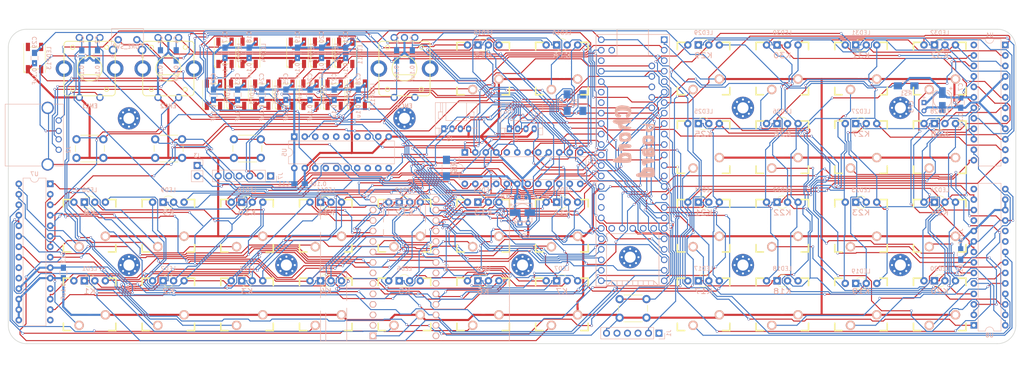
<source format=kicad_pcb>
(kicad_pcb (version 4) (host pcbnew 4.0.7)
  (layers (0 F.Cu signal) (31 B.Cu signal) (34 B.Paste user) (35 F.Paste user) (36 B.SilkS user) (37 F.SilkS user) (38 B.Mask user) (39 F.Mask user) (44 Edge.Cuts user))
  (net 0 "")
  (net 1 +3V3)
  (net 2 GND)
  (net 3 "Net-(K1-Pad1)")
  (net 4 "Net-(K2-Pad1)")
  (net 5 "Net-(K3-Pad1)")
  (net 6 "Net-(K4-Pad1)")
  (net 7 "Net-(K5-Pad1)")
  (net 8 "Net-(K6-Pad1)")
  (net 9 "Net-(K7-Pad1)")
  (net 10 "Net-(K8-Pad1)")
  (net 11 "Net-(K9-Pad1)")
  (net 12 "Net-(K10-Pad1)")
  (net 13 "Net-(K11-Pad1)")
  (net 14 "Net-(K12-Pad1)")
  (net 15 "Net-(K13-Pad1)")
  (net 16 "Net-(K14-Pad1)")
  (net 17 "Net-(K15-Pad1)")
  (net 18 "Net-(K16-Pad1)")
  (net 19 /SDA)
  (net 20 /SCL)
  (net 21 /RE1_B)
  (net 22 /RE1_A)
  (net 23 /RE2_B)
  (net 24 /RE2_A)
  (net 25 /RE1_SW)
  (net 26 /RE2_SW)
  (net 27 /RE3_SW)
  (net 28 +5V)
  (net 29 "Net-(K17-Pad1)")
  (net 30 "Net-(K18-Pad1)")
  (net 31 "Net-(K19-Pad1)")
  (net 32 "Net-(K20-Pad1)")
  (net 33 /RE3_A)
  (net 34 /RE3_B)
  (net 35 /AU_MCLK)
  (net 36 /AUSD_CS)
  (net 37 /AU_BCLK)
  (net 38 /AUMEM_CS)
  (net 39 /AU_RX)
  (net 40 /AU_TX)
  (net 41 /AU_LRCLK)
  (net 42 GNDA)
  (net 43 /MOSI)
  (net 44 /SCK)
  (net 45 /MISO)
  (net 46 /U3_TX)
  (net 47 "Net-(SW1-Pad1)")
  (net 48 /LED_DIN)
  (net 49 /LED_CLK)
  (net 50 "Net-(K21-Pad1)")
  (net 51 "Net-(K22-Pad1)")
  (net 52 "Net-(K23-Pad1)")
  (net 53 "Net-(K24-Pad1)")
  (net 54 "Net-(K25-Pad1)")
  (net 55 "Net-(K26-Pad1)")
  (net 56 "Net-(K27-Pad1)")
  (net 57 "Net-(K28-Pad1)")
  (net 58 "Net-(K29-Pad1)")
  (net 59 "Net-(K30-Pad1)")
  (net 60 "Net-(K31-Pad1)")
  (net 61 "Net-(K32-Pad1)")
  (net 62 /LED_LOAD)
  (net 63 "Net-(SW2-Pad1)")
  (net 64 /WIFI_RST)
  (net 65 /WIFI_PGM)
  (net 66 /USBH_DP)
  (net 67 /USBH_DM)
  (net 68 /CORE_PGM)
  (net 69 /AU_VOL)
  (net 70 "Net-(J2-Pad4)")
  (net 71 "Net-(J2-Pad5)")
  (net 72 "Net-(J2-Pad1)")
  (net 73 /Y0)
  (net 74 /X4)
  (net 75 /X5)
  (net 76 /Y1)
  (net 77 /Y2)
  (net 78 /Y3)
  (net 79 /Y4)
  (net 80 /Y5)
  (net 81 /X6)
  (net 82 /X7)
  (net 83 /X0)
  (net 84 /X1)
  (net 85 /X2)
  (net 86 /X3)
  (net 87 "Net-(RS2-Pad2)")
  (net 88 /U1_TX)
  (net 89 /U1_RX)
  (net 90 "Net-(SW3-Pad1)")
  (net 91 /PIXEL_DIN)
  (net 92 "Net-(LEDP1-Pad4)")
  (net 93 "Net-(LEDP1-Pad2)")
  (net 94 "Net-(LEDP2-Pad2)")
  (net 95 "Net-(LEDP3-Pad2)")
  (net 96 "Net-(LEDP4-Pad2)")
  (net 97 "Net-(LEDP5-Pad2)")
  (net 98 "Net-(LEDP6-Pad2)")
  (net 99 "Net-(LEDP7-Pad2)")
  (net 100 "Net-(LEDP8-Pad2)")
  (net 101 "Net-(LEDP10-Pad4)")
  (net 102 "Net-(LEDP10-Pad2)")
  (net 103 "Net-(LEDP11-Pad2)")
  (net 104 "Net-(LEDP12-Pad2)")
  (net 105 "Net-(SW4-Pad1)")
  (net 106 /X20)
  (net 107 /X21)
  (net 108 /X22)
  (net 109 /X23)
  (net 110 /X24)
  (net 111 /X25)
  (net 112 /X26)
  (net 113 /X27)
  (net 114 /Y20)
  (net 115 /Y23)
  (net 116 /Y21)
  (net 117 /Y24)
  (net 118 /Y22)
  (net 119 /Y25)
  (net 120 "Net-(RS1-Pad2)")
  (net 121 /LED2_DIN)
  (net 122 /LED2_CLK)
  (net 123 /LED2_LOAD)
  (module Capacitors_THT:CP_Radial_D4.0mm_P2.00mm (layer B.Cu) (at 195.58 102.235)
    (fp_text reference CP1 (at 1 3.06) (layer B.SilkS) (effects (justify mirror)))
    (fp_text value 10uF)
    (pad 1 thru_hole rect (at 0 0) (size 1.2 1.2) (drill 0.6) (layers *.Cu *.Mask) (net 28 +5V))
    (pad 2 thru_hole circle (at 2 0) (size 1.2 1.2) (drill 0.6) (layers *.Cu *.Mask) (net 2 GND))
  )
  (module Capacitors_THT:CP_Radial_D4.0mm_P2.00mm (layer B.Cu) (at 293.37 73.025 270)
    (fp_text reference CP3 (at 1 3.06 270) (layer B.SilkS) (effects (justify mirror)))
    (fp_text value 10uF)
    (pad 1 thru_hole rect (at 0 0 270) (size 1.2 1.2) (drill 0.6) (layers *.Cu *.Mask) (net 28 +5V))
    (pad 2 thru_hole circle (at 2 0 270) (size 1.2 1.2) (drill 0.6) (layers *.Cu *.Mask) (net 2 GND))
  )
  (module chordboard-footprints:Teensy35_36_external_pins (layer B.Cu) (at 222.885 86.995 270)
    (fp_text reference U2 (at 0 10.16 270) (layer B.SilkS) (effects (justify mirror)))
    (fp_text value Teensy3.6)
    (pad 17 thru_hole circle (at 11.43 -7.62 270) (size 1.6 1.6) (drill 1.1) (layers *.Cu *.Mask) (net 123 /LED2_LOAD))
    (pad 18 thru_hole circle (at 13.97 -7.62 270) (size 1.6 1.6) (drill 1.1) (layers *.Cu *.Mask) (net 24 /RE2_A))
    (pad 19 thru_hole circle (at 16.51 -7.62 270) (size 1.6 1.6) (drill 1.1) (layers *.Cu *.Mask) (net 23 /RE2_B))
    (pad 20 thru_hole circle (at 19.05 -7.62 270) (size 1.6 1.6) (drill 1.1) (layers *.Cu *.Mask) (net 33 /RE3_A))
    (pad 16 thru_hole circle (at 8.89 -7.62 270) (size 1.6 1.6) (drill 1.1) (layers *.Cu *.Mask) (net 122 /LED2_CLK))
    (pad 15 thru_hole circle (at 6.35 -7.62 270) (size 1.6 1.6) (drill 1.1) (layers *.Cu *.Mask) (net 1 +3V3))
    (pad 14 thru_hole circle (at 3.81 -7.62 270) (size 1.6 1.6) (drill 1.1) (layers *.Cu *.Mask) (net 45 /MISO))
    (pad 21 thru_hole circle (at 21.59 -7.62 270) (size 1.6 1.6) (drill 1.1) (layers *.Cu *.Mask) (net 34 /RE3_B))
    (pad 22 thru_hole circle (at 24.13 -7.62 270) (size 1.6 1.6) (drill 1.1) (layers *.Cu *.Mask) (net 22 /RE1_A))
    (pad 23 thru_hole circle (at 26.67 -7.62 270) (size 1.6 1.6) (drill 1.1) (layers *.Cu *.Mask) (net 21 /RE1_B))
    (pad 24 thru_hole circle (at 29.21 -7.62 270) (size 1.6 1.6) (drill 1.1) (layers *.Cu *.Mask) (net 91 /PIXEL_DIN))
    (pad 25 thru_hole circle (at 16.51 -5.08 270) (size 1.6 1.6) (drill 1.1) (layers *.Cu *.Mask))
    (pad 26 thru_hole circle (at 16.51 -2.54 270) (size 1.6 1.6) (drill 1.1) (layers *.Cu *.Mask))
    (pad 27 thru_hole circle (at 16.51 0 270) (size 1.6 1.6) (drill 1.1) (layers *.Cu *.Mask) (net 2 GND))
    (pad 28 thru_hole circle (at 16.51 2.54 270) (size 1.6 1.6) (drill 1.1) (layers *.Cu *.Mask) (net 68 /CORE_PGM))
    (pad 29 thru_hole circle (at 16.51 5.08 270) (size 1.6 1.6) (drill 1.1) (layers *.Cu *.Mask))
    (pad 30 thru_hole circle (at 29.21 7.62 270) (size 1.6 1.6) (drill 1.1) (layers *.Cu *.Mask) (net 25 /RE1_SW))
    (pad 31 thru_hole circle (at 26.67 7.62 270) (size 1.6 1.6) (drill 1.1) (layers *.Cu *.Mask) (net 26 /RE2_SW))
    (pad 32 thru_hole circle (at 24.13 7.62 270) (size 1.6 1.6) (drill 1.1) (layers *.Cu *.Mask) (net 27 /RE3_SW))
    (pad 33 thru_hole circle (at 21.59 7.62 270) (size 1.6 1.6) (drill 1.1) (layers *.Cu *.Mask) (net 47 "Net-(SW1-Pad1)"))
    (pad 34 thru_hole circle (at 19.05 7.62 270) (size 1.6 1.6) (drill 1.1) (layers *.Cu *.Mask) (net 63 "Net-(SW2-Pad1)"))
    (pad 35 thru_hole circle (at 16.51 7.62 270) (size 1.6 1.6) (drill 1.1) (layers *.Cu *.Mask) (net 90 "Net-(SW3-Pad1)"))
    (pad 36 thru_hole circle (at 13.97 7.62 270) (size 1.6 1.6) (drill 1.1) (layers *.Cu *.Mask) (net 105 "Net-(SW4-Pad1)"))
    (pad 37 thru_hole circle (at 11.43 7.62 270) (size 1.6 1.6) (drill 1.1) (layers *.Cu *.Mask))
    (pad 13 thru_hole circle (at 1.27 -7.62 270) (size 1.6 1.6) (drill 1.1) (layers *.Cu *.Mask) (net 35 /AU_MCLK))
    (pad 12 thru_hole circle (at -1.27 -7.62 270) (size 1.6 1.6) (drill 1.1) (layers *.Cu *.Mask) (net 36 /AUSD_CS))
    (pad 11 thru_hole circle (at -3.81 -7.62 270) (size 1.6 1.6) (drill 1.1) (layers *.Cu *.Mask) (net 37 /AU_BCLK))
    (pad 10 thru_hole circle (at -6.35 -7.62 270) (size 1.6 1.6) (drill 1.1) (layers *.Cu *.Mask) (net 46 /U3_TX))
    (pad 9 thru_hole circle (at -8.89 -7.62 270) (size 1.6 1.6) (drill 1.1) (layers *.Cu *.Mask) (net 43 /MOSI))
    (pad 8 thru_hole circle (at -11.43 -7.62 270) (size 1.6 1.6) (drill 1.1) (layers *.Cu *.Mask) (net 38 /AUMEM_CS))
    (pad 7 thru_hole circle (at -13.97 -7.62 270) (size 1.6 1.6) (drill 1.1) (layers *.Cu *.Mask) (net 121 /LED2_DIN))
    (pad 6 thru_hole circle (at -16.51 -7.62 270) (size 1.6 1.6) (drill 1.1) (layers *.Cu *.Mask) (net 62 /LED_LOAD))
    (pad 5 thru_hole circle (at -19.05 -7.62 270) (size 1.6 1.6) (drill 1.1) (layers *.Cu *.Mask) (net 49 /LED_CLK))
    (pad 4 thru_hole circle (at -21.59 -7.62 270) (size 1.6 1.6) (drill 1.1) (layers *.Cu *.Mask) (net 48 /LED_DIN))
    (pad 3 thru_hole circle (at -24.13 -7.62 270) (size 1.6 1.6) (drill 1.1) (layers *.Cu *.Mask) (net 88 /U1_TX))
    (pad 2 thru_hole circle (at -26.67 -7.62 270) (size 1.6 1.6) (drill 1.1) (layers *.Cu *.Mask) (net 89 /U1_RX))
    (pad 1 thru_hole rect (at -29.21 -7.62 270) (size 1.6 1.6) (drill 1.1) (layers *.Cu *.Mask) (net 2 GND))
    (pad 38 thru_hole circle (at 8.89 7.62 270) (size 1.6 1.6) (drill 1.1) (layers *.Cu *.Mask))
    (pad 39 thru_hole circle (at 6.35 7.62 270) (size 1.6 1.6) (drill 1.1) (layers *.Cu *.Mask) (net 2 GND))
    (pad 40 thru_hole circle (at 3.81 7.62 270) (size 1.6 1.6) (drill 1.1) (layers *.Cu *.Mask) (net 39 /AU_RX))
    (pad 41 thru_hole circle (at 1.27 7.62 270) (size 1.6 1.6) (drill 1.1) (layers *.Cu *.Mask) (net 44 /SCK))
    (pad 42 thru_hole circle (at -1.27 7.62 270) (size 1.6 1.6) (drill 1.1) (layers *.Cu *.Mask) (net 69 /AU_VOL))
    (pad 43 thru_hole circle (at -3.81 7.62 270) (size 1.6 1.6) (drill 1.1) (layers *.Cu *.Mask) (net 64 /WIFI_RST))
    (pad 44 thru_hole circle (at -6.35 7.62 270) (size 1.6 1.6) (drill 1.1) (layers *.Cu *.Mask) (net 65 /WIFI_PGM))
    (pad 45 thru_hole circle (at -8.89 7.62 270) (size 1.6 1.6) (drill 1.1) (layers *.Cu *.Mask) (net 19 /SDA))
    (pad 46 thru_hole circle (at -11.43 7.62 270) (size 1.6 1.6) (drill 1.1) (layers *.Cu *.Mask) (net 20 /SCL))
    (pad 47 thru_hole circle (at -13.97 7.62 270) (size 1.6 1.6) (drill 1.1) (layers *.Cu *.Mask))
    (pad 48 thru_hole circle (at -16.51 7.62 270) (size 1.6 1.6) (drill 1.1) (layers *.Cu *.Mask))
    (pad 49 thru_hole circle (at -19.05 7.62 270) (size 1.6 1.6) (drill 1.1) (layers *.Cu *.Mask) (net 40 /AU_TX))
    (pad 50 thru_hole circle (at -21.59 7.62 270) (size 1.6 1.6) (drill 1.1) (layers *.Cu *.Mask) (net 41 /AU_LRCLK))
    (pad 51 thru_hole circle (at -24.13 7.62 270) (size 1.6 1.6) (drill 1.1) (layers *.Cu *.Mask))
    (pad 52 thru_hole circle (at -26.67 7.62 270) (size 1.6 1.6) (drill 1.1) (layers *.Cu *.Mask) (net 42 GNDA))
    (pad 53 thru_hole circle (at -29.21 7.62 270) (size 1.6 1.6) (drill 1.1) (layers *.Cu *.Mask) (net 28 +5V))
    (pad 54 thru_hole circle (at -26.67 5.08 270) (size 1.6 1.6) (drill 1.1) (layers *.Cu *.Mask))
    (pad 58 thru_hole circle (at -22.86 -4.62 270) (size 1.6 1.6) (drill 1.1) (layers *.Cu *.Mask) (net 72 "Net-(J2-Pad1)"))
    (pad 59 thru_hole circle (at -20.32 -4.62 270) (size 1.6 1.6) (drill 1.1) (layers *.Cu *.Mask) (net 67 /USBH_DM))
    (pad 60 thru_hole circle (at -17.78 -4.62 270) (size 1.6 1.6) (drill 1.1) (layers *.Cu *.Mask) (net 66 /USBH_DP))
    (pad 61 thru_hole circle (at -15.24 -4.62 270) (size 1.6 1.6) (drill 1.1) (layers *.Cu *.Mask) (net 70 "Net-(J2-Pad4)"))
    (pad 62 thru_hole circle (at -12.7 -4.62 270) (size 1.6 1.6) (drill 1.1) (layers *.Cu *.Mask) (net 71 "Net-(J2-Pad5)"))
  )
  (module Buttons_Switches_THT:SW_Tactile_SPST_Angled_PTS645Vx58-2LFS (layer B.Cu) (at 102.87 57.785 180)
    (fp_text reference CORE_SW1 (at 2.25 -1.68 180) (layer B.SilkS) (effects (justify mirror)))
    (fp_text value PGM)
    (pad "" thru_hole circle (at 5.76 -2.49 180) (size 2.1 2.1) (drill 1.3) (layers *.Cu *.Mask))
    (pad 2 thru_hole circle (at 4.5 0 180) (size 1.75 1.75) (drill 0.99) (layers *.Cu *.Mask) (net 68 /CORE_PGM))
    (pad 1 thru_hole circle (at 0 0 180) (size 1.75 1.75) (drill 0.99) (layers *.Cu *.Mask) (net 2 GND))
    (pad "" thru_hole circle (at -1.25 -2.49 180) (size 2.1 2.1) (drill 1.3) (layers *.Cu *.Mask))
  )
  (module afshar-kicad-lib:Teensy_Audio_Board (layer B.Cu) (at 167.64 113.03 90)
    (fp_text reference U4 (at 0 10.16 90) (layer B.SilkS) (effects (justify mirror)))
    (fp_text value Teensy_Audio_Board)
    (pad 15 thru_hole circle (at 16.51 7.62 90) (size 1.6 1.6) (drill 1.1) (layers *.Cu *.Mask B.SilkS) (net 39 /AU_RX))
    (pad 14 thru_hole circle (at 16.51 -7.62 90) (size 1.6 1.6) (drill 1.1) (layers *.Cu *.Mask B.SilkS) (net 45 /MISO))
    (pad 16 thru_hole circle (at 13.97 7.62 90) (size 1.6 1.6) (drill 1.1) (layers *.Cu *.Mask B.SilkS) (net 44 /SCK))
    (pad 17 thru_hole circle (at 11.43 7.62 90) (size 1.6 1.6) (drill 1.1) (layers *.Cu *.Mask B.SilkS) (net 69 /AU_VOL))
    (pad 18 thru_hole circle (at 8.89 7.62 90) (size 1.6 1.6) (drill 1.1) (layers *.Cu *.Mask B.SilkS))
    (pad 19 thru_hole circle (at 6.35 7.62 90) (size 1.6 1.6) (drill 1.1) (layers *.Cu *.Mask B.SilkS))
    (pad 20 thru_hole circle (at 3.81 7.62 90) (size 1.6 1.6) (drill 1.1) (layers *.Cu *.Mask B.SilkS) (net 19 /SDA))
    (pad 21 thru_hole circle (at 1.27 7.62 90) (size 1.6 1.6) (drill 1.1) (layers *.Cu *.Mask B.SilkS) (net 20 /SCL))
    (pad 22 thru_hole circle (at -1.27 7.62 90) (size 1.6 1.6) (drill 1.1) (layers *.Cu *.Mask B.SilkS))
    (pad 23 thru_hole circle (at -3.81 7.62 90) (size 1.6 1.6) (drill 1.1) (layers *.Cu *.Mask B.SilkS))
    (pad 24 thru_hole circle (at -6.35 7.62 90) (size 1.6 1.6) (drill 1.1) (layers *.Cu *.Mask B.SilkS) (net 40 /AU_TX))
    (pad 25 thru_hole circle (at -8.89 7.62 90) (size 1.6 1.6) (drill 1.1) (layers *.Cu *.Mask B.SilkS) (net 41 /AU_LRCLK))
    (pad 26 thru_hole circle (at -11.43 7.62 90) (size 1.6 1.6) (drill 1.1) (layers *.Cu *.Mask B.SilkS) (net 1 +3V3))
    (pad 27 thru_hole circle (at -13.97 7.62 90) (size 1.6 1.6) (drill 1.1) (layers *.Cu *.Mask B.SilkS) (net 42 GNDA))
    (pad 28 thru_hole circle (at -16.51 7.62 90) (size 1.6 1.6) (drill 1.1) (layers *.Cu *.Mask B.SilkS))
    (pad 13 thru_hole circle (at 13.97 -7.62 90) (size 1.6 1.6) (drill 1.1) (layers *.Cu *.Mask B.SilkS) (net 35 /AU_MCLK))
    (pad 12 thru_hole circle (at 11.43 -7.62 90) (size 1.6 1.6) (drill 1.1) (layers *.Cu *.Mask B.SilkS) (net 36 /AUSD_CS))
    (pad 11 thru_hole circle (at 8.89 -7.62 90) (size 1.6 1.6) (drill 1.1) (layers *.Cu *.Mask B.SilkS) (net 37 /AU_BCLK))
    (pad 10 thru_hole circle (at 6.35 -7.62 90) (size 1.6 1.6) (drill 1.1) (layers *.Cu *.Mask B.SilkS))
    (pad 9 thru_hole circle (at 3.81 -7.62 90) (size 1.6 1.6) (drill 1.1) (layers *.Cu *.Mask B.SilkS) (net 43 /MOSI))
    (pad 8 thru_hole circle (at 1.27 -7.62 90) (size 1.6 1.6) (drill 1.1) (layers *.Cu *.Mask B.SilkS) (net 38 /AUMEM_CS))
    (pad 7 thru_hole circle (at -1.27 -7.62 90) (size 1.6 1.6) (drill 1.1) (layers *.Cu *.Mask B.SilkS))
    (pad 6 thru_hole circle (at -3.81 -7.62 90) (size 1.6 1.6) (drill 1.1) (layers *.Cu *.Mask B.SilkS))
    (pad 5 thru_hole circle (at -6.35 -7.62 90) (size 1.6 1.6) (drill 1.1) (layers *.Cu *.Mask B.SilkS))
    (pad 4 thru_hole circle (at -8.89 -7.62 90) (size 1.6 1.6) (drill 1.1) (layers *.Cu *.Mask B.SilkS))
    (pad 3 thru_hole circle (at -11.43 -7.62 90) (size 1.6 1.6) (drill 1.1) (layers *.Cu *.Mask B.SilkS))
    (pad 2 thru_hole circle (at -13.97 -7.62 90) (size 1.6 1.6) (drill 1.1) (layers *.Cu *.Mask B.SilkS))
    (pad 1 thru_hole rect (at -16.51 -7.62 90) (size 1.6 1.6) (drill 1.1) (layers *.Cu *.Mask B.SilkS) (net 2 GND))
  )
  (module Connectors:USB_A (layer B.Cu) (at 83.95 84.455 90)
    (fp_text reference J2 (at 0 2.35 90) (layer B.SilkS) (effects (justify mirror)))
    (fp_text value USB_A)
    (pad 4 thru_hole circle (at 7.11 0 180) (size 1.5 1.5) (drill 1) (layers *.Cu *.Mask) (net 70 "Net-(J2-Pad4)"))
    (pad 3 thru_hole circle (at 4.57 0 180) (size 1.5 1.5) (drill 1) (layers *.Cu *.Mask) (net 66 /USBH_DP))
    (pad 2 thru_hole circle (at 2.54 0 180) (size 1.5 1.5) (drill 1) (layers *.Cu *.Mask) (net 67 /USBH_DM))
    (pad 1 thru_hole circle (at 0 0 180) (size 1.5 1.5) (drill 1) (layers *.Cu *.Mask) (net 72 "Net-(J2-Pad1)"))
    (pad 5 thru_hole circle (at 10.16 -2.67 180) (size 3 3) (drill 2.3) (layers *.Cu *.Mask) (net 71 "Net-(J2-Pad5)"))
    (pad 5 thru_hole circle (at -3.56 -2.67 180) (size 3 3) (drill 2.3) (layers *.Cu *.Mask) (net 71 "Net-(J2-Pad5)"))
  )
  (module Housings_DIP:DIP-28_W7.62mm (layer B.Cu) (at 81.915 92.71 180)
    (fp_text reference U7 (at 3.81 2.39 180) (layer B.SilkS) (effects (justify mirror)))
    (fp_text value MCP23017)
    (pad 1 thru_hole rect (at 0 0 180) (size 1.6 1.6) (drill 0.8) (layers *.Cu *.Mask) (net 11 "Net-(K9-Pad1)"))
    (pad 15 thru_hole oval (at 7.62 -33.02 180) (size 1.6 1.6) (drill 0.8) (layers *.Cu *.Mask) (net 2 GND))
    (pad 2 thru_hole oval (at 0 -2.54 180) (size 1.6 1.6) (drill 0.8) (layers *.Cu *.Mask) (net 12 "Net-(K10-Pad1)"))
    (pad 16 thru_hole oval (at 7.62 -30.48 180) (size 1.6 1.6) (drill 0.8) (layers *.Cu *.Mask) (net 2 GND))
    (pad 3 thru_hole oval (at 0 -5.08 180) (size 1.6 1.6) (drill 0.8) (layers *.Cu *.Mask) (net 13 "Net-(K11-Pad1)"))
    (pad 17 thru_hole oval (at 7.62 -27.94 180) (size 1.6 1.6) (drill 0.8) (layers *.Cu *.Mask) (net 2 GND))
    (pad 4 thru_hole oval (at 0 -7.62 180) (size 1.6 1.6) (drill 0.8) (layers *.Cu *.Mask) (net 14 "Net-(K12-Pad1)"))
    (pad 18 thru_hole oval (at 7.62 -25.4 180) (size 1.6 1.6) (drill 0.8) (layers *.Cu *.Mask) (net 1 +3V3))
    (pad 5 thru_hole oval (at 0 -10.16 180) (size 1.6 1.6) (drill 0.8) (layers *.Cu *.Mask) (net 15 "Net-(K13-Pad1)"))
    (pad 19 thru_hole oval (at 7.62 -22.86 180) (size 1.6 1.6) (drill 0.8) (layers *.Cu *.Mask))
    (pad 6 thru_hole oval (at 0 -12.7 180) (size 1.6 1.6) (drill 0.8) (layers *.Cu *.Mask) (net 16 "Net-(K14-Pad1)"))
    (pad 20 thru_hole oval (at 7.62 -20.32 180) (size 1.6 1.6) (drill 0.8) (layers *.Cu *.Mask))
    (pad 7 thru_hole oval (at 0 -15.24 180) (size 1.6 1.6) (drill 0.8) (layers *.Cu *.Mask) (net 17 "Net-(K15-Pad1)"))
    (pad 21 thru_hole oval (at 7.62 -17.78 180) (size 1.6 1.6) (drill 0.8) (layers *.Cu *.Mask) (net 3 "Net-(K1-Pad1)"))
    (pad 8 thru_hole oval (at 0 -17.78 180) (size 1.6 1.6) (drill 0.8) (layers *.Cu *.Mask) (net 18 "Net-(K16-Pad1)"))
    (pad 22 thru_hole oval (at 7.62 -15.24 180) (size 1.6 1.6) (drill 0.8) (layers *.Cu *.Mask) (net 4 "Net-(K2-Pad1)"))
    (pad 9 thru_hole oval (at 0 -20.32 180) (size 1.6 1.6) (drill 0.8) (layers *.Cu *.Mask) (net 1 +3V3))
    (pad 23 thru_hole oval (at 7.62 -12.7 180) (size 1.6 1.6) (drill 0.8) (layers *.Cu *.Mask) (net 5 "Net-(K3-Pad1)"))
    (pad 10 thru_hole oval (at 0 -22.86 180) (size 1.6 1.6) (drill 0.8) (layers *.Cu *.Mask) (net 2 GND))
    (pad 24 thru_hole oval (at 7.62 -10.16 180) (size 1.6 1.6) (drill 0.8) (layers *.Cu *.Mask) (net 6 "Net-(K4-Pad1)"))
    (pad 11 thru_hole oval (at 0 -25.4 180) (size 1.6 1.6) (drill 0.8) (layers *.Cu *.Mask))
    (pad 25 thru_hole oval (at 7.62 -7.62 180) (size 1.6 1.6) (drill 0.8) (layers *.Cu *.Mask) (net 7 "Net-(K5-Pad1)"))
    (pad 12 thru_hole oval (at 0 -27.94 180) (size 1.6 1.6) (drill 0.8) (layers *.Cu *.Mask) (net 20 /SCL))
    (pad 26 thru_hole oval (at 7.62 -5.08 180) (size 1.6 1.6) (drill 0.8) (layers *.Cu *.Mask) (net 8 "Net-(K6-Pad1)"))
    (pad 13 thru_hole oval (at 0 -30.48 180) (size 1.6 1.6) (drill 0.8) (layers *.Cu *.Mask) (net 19 /SDA))
    (pad 27 thru_hole oval (at 7.62 -2.54 180) (size 1.6 1.6) (drill 0.8) (layers *.Cu *.Mask) (net 9 "Net-(K7-Pad1)"))
    (pad 14 thru_hole oval (at 0 -33.02 180) (size 1.6 1.6) (drill 0.8) (layers *.Cu *.Mask))
    (pad 28 thru_hole oval (at 7.62 0 180) (size 1.6 1.6) (drill 0.8) (layers *.Cu *.Mask) (net 10 "Net-(K8-Pad1)"))
  )
  (module Housings_DIP:DIP-28_W7.62mm (layer B.Cu) (at 305.435 127)
    (fp_text reference U8 (at 3.81 2.39) (layer B.SilkS) (effects (justify mirror)))
    (fp_text value MCP23017)
    (pad 1 thru_hole rect (at 0 0) (size 1.6 1.6) (drill 0.8) (layers *.Cu *.Mask) (net 54 "Net-(K25-Pad1)"))
    (pad 15 thru_hole oval (at 7.62 -33.02) (size 1.6 1.6) (drill 0.8) (layers *.Cu *.Mask) (net 1 +3V3))
    (pad 2 thru_hole oval (at 0 -2.54) (size 1.6 1.6) (drill 0.8) (layers *.Cu *.Mask) (net 55 "Net-(K26-Pad1)"))
    (pad 16 thru_hole oval (at 7.62 -30.48) (size 1.6 1.6) (drill 0.8) (layers *.Cu *.Mask) (net 2 GND))
    (pad 3 thru_hole oval (at 0 -5.08) (size 1.6 1.6) (drill 0.8) (layers *.Cu *.Mask) (net 56 "Net-(K27-Pad1)"))
    (pad 17 thru_hole oval (at 7.62 -27.94) (size 1.6 1.6) (drill 0.8) (layers *.Cu *.Mask) (net 2 GND))
    (pad 4 thru_hole oval (at 0 -7.62) (size 1.6 1.6) (drill 0.8) (layers *.Cu *.Mask) (net 57 "Net-(K28-Pad1)"))
    (pad 18 thru_hole oval (at 7.62 -25.4) (size 1.6 1.6) (drill 0.8) (layers *.Cu *.Mask) (net 1 +3V3))
    (pad 5 thru_hole oval (at 0 -10.16) (size 1.6 1.6) (drill 0.8) (layers *.Cu *.Mask) (net 58 "Net-(K29-Pad1)"))
    (pad 19 thru_hole oval (at 7.62 -22.86) (size 1.6 1.6) (drill 0.8) (layers *.Cu *.Mask))
    (pad 6 thru_hole oval (at 0 -12.7) (size 1.6 1.6) (drill 0.8) (layers *.Cu *.Mask) (net 59 "Net-(K30-Pad1)"))
    (pad 20 thru_hole oval (at 7.62 -20.32) (size 1.6 1.6) (drill 0.8) (layers *.Cu *.Mask))
    (pad 7 thru_hole oval (at 0 -15.24) (size 1.6 1.6) (drill 0.8) (layers *.Cu *.Mask) (net 60 "Net-(K31-Pad1)"))
    (pad 21 thru_hole oval (at 7.62 -17.78) (size 1.6 1.6) (drill 0.8) (layers *.Cu *.Mask) (net 29 "Net-(K17-Pad1)"))
    (pad 8 thru_hole oval (at 0 -17.78) (size 1.6 1.6) (drill 0.8) (layers *.Cu *.Mask) (net 61 "Net-(K32-Pad1)"))
    (pad 22 thru_hole oval (at 7.62 -15.24) (size 1.6 1.6) (drill 0.8) (layers *.Cu *.Mask) (net 30 "Net-(K18-Pad1)"))
    (pad 9 thru_hole oval (at 0 -20.32) (size 1.6 1.6) (drill 0.8) (layers *.Cu *.Mask) (net 1 +3V3))
    (pad 23 thru_hole oval (at 7.62 -12.7) (size 1.6 1.6) (drill 0.8) (layers *.Cu *.Mask) (net 31 "Net-(K19-Pad1)"))
    (pad 10 thru_hole oval (at 0 -22.86) (size 1.6 1.6) (drill 0.8) (layers *.Cu *.Mask) (net 2 GND))
    (pad 24 thru_hole oval (at 7.62 -10.16) (size 1.6 1.6) (drill 0.8) (layers *.Cu *.Mask) (net 32 "Net-(K20-Pad1)"))
    (pad 11 thru_hole oval (at 0 -25.4) (size 1.6 1.6) (drill 0.8) (layers *.Cu *.Mask))
    (pad 25 thru_hole oval (at 7.62 -7.62) (size 1.6 1.6) (drill 0.8) (layers *.Cu *.Mask) (net 50 "Net-(K21-Pad1)"))
    (pad 12 thru_hole oval (at 0 -27.94) (size 1.6 1.6) (drill 0.8) (layers *.Cu *.Mask) (net 20 /SCL))
    (pad 26 thru_hole oval (at 7.62 -5.08) (size 1.6 1.6) (drill 0.8) (layers *.Cu *.Mask) (net 51 "Net-(K22-Pad1)"))
    (pad 13 thru_hole oval (at 0 -30.48) (size 1.6 1.6) (drill 0.8) (layers *.Cu *.Mask) (net 19 /SDA))
    (pad 27 thru_hole oval (at 7.62 -2.54) (size 1.6 1.6) (drill 0.8) (layers *.Cu *.Mask) (net 52 "Net-(K23-Pad1)"))
    (pad 14 thru_hole oval (at 0 -33.02) (size 1.6 1.6) (drill 0.8) (layers *.Cu *.Mask))
    (pad 28 thru_hole oval (at 7.62 0) (size 1.6 1.6) (drill 0.8) (layers *.Cu *.Mask) (net 53 "Net-(K24-Pad1)"))
  )
  (module Resistors_SMD:R_1206_HandSoldering (layer B.Cu) (at 207.01 73.025 270)
    (fp_text reference R2 (at 0 1.85 270) (layer B.SilkS) (effects (justify mirror)))
    (fp_text value 4.7K)
    (pad 1 smd rect (at -2 0 270) (size 2 1.7) (layers B.Cu B.Paste B.Mask) (net 1 +3V3))
    (pad 2 smd rect (at 2 0 270) (size 2 1.7) (layers B.Cu B.Paste B.Mask) (net 19 /SDA))
  )
  (module Resistors_SMD:R_1206_HandSoldering (layer B.Cu) (at 210.82 73.025 270)
    (fp_text reference R3 (at 0 1.85 270) (layer B.SilkS) (effects (justify mirror)))
    (fp_text value 4.7K)
    (pad 1 smd rect (at -2 0 270) (size 2 1.7) (layers B.Cu B.Paste B.Mask) (net 1 +3V3))
    (pad 2 smd rect (at 2 0 270) (size 2 1.7) (layers B.Cu B.Paste B.Mask) (net 20 /SCL))
  )
  (module chordboard-footprints:C_0805_HandSoldering (layer B.Cu) (at 89.535 61.595 270)
    (fp_text reference C1 (at -3.81 0 270) (layer B.SilkS) (effects (justify mirror)))
    (fp_text value 0.1uF (at 4.445 0 270) (layer B.SilkS) (effects (justify mirror)))
    (pad 1 smd rect (at -1.25 0 270) (size 1.5 1.25) (layers B.Cu B.Paste B.Mask) (net 21 /RE1_B))
    (pad 2 smd rect (at 1.25 0 270) (size 1.5 1.25) (layers B.Cu B.Paste B.Mask) (net 2 GND))
  )
  (module chordboard-footprints:C_0805_HandSoldering (layer B.Cu) (at 93.345 61.595 270)
    (fp_text reference C2 (at -3.81 0 270) (layer B.SilkS) (effects (justify mirror)))
    (fp_text value 0.1uF (at 4.445 0 270) (layer B.SilkS) (effects (justify mirror)))
    (pad 1 smd rect (at -1.25 0 270) (size 1.5 1.25) (layers B.Cu B.Paste B.Mask) (net 22 /RE1_A))
    (pad 2 smd rect (at 1.25 0 270) (size 1.5 1.25) (layers B.Cu B.Paste B.Mask) (net 2 GND))
  )
  (module chordboard-footprints:C_0805_HandSoldering (layer B.Cu) (at 108.585 61.595 270)
    (fp_text reference C3 (at -3.81 0 270) (layer B.SilkS) (effects (justify mirror)))
    (fp_text value 0.1uF (at 4.445 0 270) (layer B.SilkS) (effects (justify mirror)))
    (pad 1 smd rect (at -1.25 0 270) (size 1.5 1.25) (layers B.Cu B.Paste B.Mask) (net 23 /RE2_B))
    (pad 2 smd rect (at 1.25 0 270) (size 1.5 1.25) (layers B.Cu B.Paste B.Mask) (net 2 GND))
  )
  (module chordboard-footprints:C_0805_HandSoldering (layer B.Cu) (at 112.395 61.595 270)
    (fp_text reference C4 (at -3.81 0 270) (layer B.SilkS) (effects (justify mirror)))
    (fp_text value 0.1uF (at 4.445 0 270) (layer B.SilkS) (effects (justify mirror)))
    (pad 1 smd rect (at -1.25 0 270) (size 1.5 1.25) (layers B.Cu B.Paste B.Mask) (net 24 /RE2_A))
    (pad 2 smd rect (at 1.25 0 270) (size 1.5 1.25) (layers B.Cu B.Paste B.Mask) (net 2 GND))
  )
  (module chordboard-footprints:C_0805_HandSoldering (layer B.Cu) (at 165.735 61.595 270)
    (fp_text reference C5 (at -3.81 0 270) (layer B.SilkS) (effects (justify mirror)))
    (fp_text value 0.1uF (at 4.445 0 270) (layer B.SilkS) (effects (justify mirror)))
    (pad 1 smd rect (at -1.25 0 270) (size 1.5 1.25) (layers B.Cu B.Paste B.Mask) (net 34 /RE3_B))
    (pad 2 smd rect (at 1.25 0 270) (size 1.5 1.25) (layers B.Cu B.Paste B.Mask) (net 2 GND))
  )
  (module chordboard-footprints:C_0805_HandSoldering (layer B.Cu) (at 169.545 61.595 270)
    (fp_text reference C6 (at -3.81 0 270) (layer B.SilkS) (effects (justify mirror)))
    (fp_text value 0.1uF (at 4.445 0 270) (layer B.SilkS) (effects (justify mirror)))
    (pad 1 smd rect (at -1.25 0 270) (size 1.5 1.25) (layers B.Cu B.Paste B.Mask) (net 33 /RE3_A))
    (pad 2 smd rect (at 1.25 0 270) (size 1.5 1.25) (layers B.Cu B.Paste B.Mask) (net 2 GND))
  )
  (module chordboard-footprints:C_0805_HandSoldering (layer B.Cu) (at 196.215 95.885)
    (fp_text reference C10 (at -3.81 0) (layer B.SilkS) (effects (justify mirror)))
    (fp_text value 0.1uF (at 4.445 0) (layer B.SilkS) (effects (justify mirror)))
    (pad 1 smd rect (at -1.25 0) (size 1.5 1.25) (layers B.Cu B.Paste B.Mask) (net 28 +5V))
    (pad 2 smd rect (at 1.25 0) (size 1.5 1.25) (layers B.Cu B.Paste B.Mask) (net 2 GND))
  )
  (module chordboard-footprints:C_0805_HandSoldering (layer B.Cu) (at 302.26 109.835 90)
    (fp_text reference C12 (at -3.81 0 90) (layer B.SilkS) (effects (justify mirror)))
    (fp_text value 0.1uF (at 4.445 0 90) (layer B.SilkS) (effects (justify mirror)))
    (pad 1 smd rect (at -1.25 0 90) (size 1.5 1.25) (layers B.Cu B.Paste B.Mask) (net 1 +3V3))
    (pad 2 smd rect (at 1.25 0 90) (size 1.5 1.25) (layers B.Cu B.Paste B.Mask) (net 2 GND))
  )
  (module chordboard-footprints:C_0805_HandSoldering (layer B.Cu) (at 85.09 114.3 270)
    (fp_text reference C13 (at -3.81 0 270) (layer B.SilkS) (effects (justify mirror)))
    (fp_text value 0.1uF (at 4.445 0 270) (layer B.SilkS) (effects (justify mirror)))
    (pad 1 smd rect (at -1.25 0 270) (size 1.5 1.25) (layers B.Cu B.Paste B.Mask) (net 1 +3V3))
    (pad 2 smd rect (at 1.25 0 270) (size 1.5 1.25) (layers B.Cu B.Paste B.Mask) (net 2 GND))
  )
  (module Pin_Headers:Pin_Header_Straight_1x06_Pitch2.54mm (layer B.Cu) (at 135.255 90.805 90)
    (fp_text reference J7 (at 0 2.39 90) (layer B.SilkS) (effects (justify mirror)))
    (fp_text value CONN_01X06)
    (pad 1 thru_hole rect (at 0 0 90) (size 1.7 1.7) (drill 1) (layers *.Cu *.Mask))
    (pad 2 thru_hole oval (at 0 -2.54 90) (size 1.7 1.7) (drill 1) (layers *.Cu *.Mask) (net 89 /U1_RX))
    (pad 3 thru_hole oval (at 0 -5.08 90) (size 1.7 1.7) (drill 1) (layers *.Cu *.Mask) (net 88 /U1_TX))
    (pad 4 thru_hole oval (at 0 -7.62 90) (size 1.7 1.7) (drill 1) (layers *.Cu *.Mask) (net 28 +5V))
    (pad 5 thru_hole oval (at 0 -10.16 90) (size 1.7 1.7) (drill 1) (layers *.Cu *.Mask))
    (pad 6 thru_hole oval (at 0 -12.7 90) (size 1.7 1.7) (drill 1) (layers *.Cu *.Mask) (net 2 GND))
  )
  (module Housings_DIP:DIP-24_W7.62mm (layer B.Cu) (at 182.245 85.09 270)
    (fp_text reference U6 (at 3.81 2.39 270) (layer B.SilkS) (effects (justify mirror)))
    (fp_text value MAX7219)
    (pad 1 thru_hole rect (at 0 0 270) (size 1.6 1.6) (drill 0.8) (layers *.Cu *.Mask) (net 48 /LED_DIN))
    (pad 13 thru_hole oval (at 7.62 -27.94 270) (size 1.6 1.6) (drill 0.8) (layers *.Cu *.Mask) (net 49 /LED_CLK))
    (pad 2 thru_hole oval (at 0 -2.54 270) (size 1.6 1.6) (drill 0.8) (layers *.Cu *.Mask) (net 73 /Y0))
    (pad 14 thru_hole oval (at 7.62 -25.4 270) (size 1.6 1.6) (drill 0.8) (layers *.Cu *.Mask) (net 84 /X1))
    (pad 3 thru_hole oval (at 0 -5.08 270) (size 1.6 1.6) (drill 0.8) (layers *.Cu *.Mask) (net 79 /Y4))
    (pad 15 thru_hole oval (at 7.62 -22.86 270) (size 1.6 1.6) (drill 0.8) (layers *.Cu *.Mask) (net 81 /X6))
    (pad 4 thru_hole oval (at 0 -7.62 270) (size 1.6 1.6) (drill 0.8) (layers *.Cu *.Mask) (net 2 GND))
    (pad 16 thru_hole oval (at 7.62 -20.32 270) (size 1.6 1.6) (drill 0.8) (layers *.Cu *.Mask) (net 85 /X2))
    (pad 5 thru_hole oval (at 0 -10.16 270) (size 1.6 1.6) (drill 0.8) (layers *.Cu *.Mask))
    (pad 17 thru_hole oval (at 7.62 -17.78 270) (size 1.6 1.6) (drill 0.8) (layers *.Cu *.Mask) (net 82 /X7))
    (pad 6 thru_hole oval (at 0 -12.7 270) (size 1.6 1.6) (drill 0.8) (layers *.Cu *.Mask) (net 77 /Y2))
    (pad 18 thru_hole oval (at 7.62 -15.24 270) (size 1.6 1.6) (drill 0.8) (layers *.Cu *.Mask) (net 87 "Net-(RS2-Pad2)"))
    (pad 7 thru_hole oval (at 0 -15.24 270) (size 1.6 1.6) (drill 0.8) (layers *.Cu *.Mask) (net 78 /Y3))
    (pad 19 thru_hole oval (at 7.62 -12.7 270) (size 1.6 1.6) (drill 0.8) (layers *.Cu *.Mask) (net 28 +5V))
    (pad 8 thru_hole oval (at 0 -17.78 270) (size 1.6 1.6) (drill 0.8) (layers *.Cu *.Mask))
    (pad 20 thru_hole oval (at 7.62 -10.16 270) (size 1.6 1.6) (drill 0.8) (layers *.Cu *.Mask) (net 86 /X3))
    (pad 9 thru_hole oval (at 0 -20.32 270) (size 1.6 1.6) (drill 0.8) (layers *.Cu *.Mask) (net 2 GND))
    (pad 21 thru_hole oval (at 7.62 -7.62 270) (size 1.6 1.6) (drill 0.8) (layers *.Cu *.Mask) (net 75 /X5))
    (pad 10 thru_hole oval (at 0 -22.86 270) (size 1.6 1.6) (drill 0.8) (layers *.Cu *.Mask) (net 80 /Y5))
    (pad 22 thru_hole oval (at 7.62 -5.08 270) (size 1.6 1.6) (drill 0.8) (layers *.Cu *.Mask) (net 83 /X0))
    (pad 11 thru_hole oval (at 0 -25.4 270) (size 1.6 1.6) (drill 0.8) (layers *.Cu *.Mask) (net 76 /Y1))
    (pad 23 thru_hole oval (at 7.62 -2.54 270) (size 1.6 1.6) (drill 0.8) (layers *.Cu *.Mask) (net 74 /X4))
    (pad 12 thru_hole oval (at 0 -27.94 270) (size 1.6 1.6) (drill 0.8) (layers *.Cu *.Mask) (net 62 /LED_LOAD))
    (pad 24 thru_hole oval (at 7.62 0 270) (size 1.6 1.6) (drill 0.8) (layers *.Cu *.Mask))
  )
  (module Resistors_SMD:R_1206_HandSoldering (layer B.Cu) (at 177.8 88.9 90)
    (fp_text reference RS2 (at 0 1.85 90) (layer B.SilkS) (effects (justify mirror)))
    (fp_text value 10K)
    (pad 1 smd rect (at -2 0 90) (size 2 1.7) (layers B.Cu B.Paste B.Mask) (net 28 +5V))
    (pad 2 smd rect (at 2 0 90) (size 2 1.7) (layers B.Cu B.Paste B.Mask) (net 87 "Net-(RS2-Pad2)"))
  )
  (module chordboard-footprints:SW_PUSH_6mm (layer F.Cu) (at 107.315 81.915)
    (fp_text reference SW1)
    (fp_text value KSW)
    (pad 2 thru_hole circle (at 0 4.5 90) (size 2 2) (drill 1.1) (layers *.Cu *.Mask) (net 2 GND))
    (pad 1 thru_hole circle (at 0 0 90) (size 2 2) (drill 1.1) (layers *.Cu *.Mask) (net 47 "Net-(SW1-Pad1)"))
    (pad 2 thru_hole circle (at 6.5 4.5 90) (size 2 2) (drill 1.1) (layers *.Cu *.Mask) (net 2 GND))
    (pad 1 thru_hole circle (at 6.5 0 90) (size 2 2) (drill 1.1) (layers *.Cu *.Mask) (net 47 "Net-(SW1-Pad1)"))
  )
  (module chordboard-footprints:SW_PUSH_6mm (layer F.Cu) (at 88.265 81.915)
    (fp_text reference SW2)
    (fp_text value KSW)
    (pad 2 thru_hole circle (at 0 4.5 90) (size 2 2) (drill 1.1) (layers *.Cu *.Mask) (net 2 GND))
    (pad 1 thru_hole circle (at 0 0 90) (size 2 2) (drill 1.1) (layers *.Cu *.Mask) (net 63 "Net-(SW2-Pad1)"))
    (pad 2 thru_hole circle (at 6.5 4.5 90) (size 2 2) (drill 1.1) (layers *.Cu *.Mask) (net 2 GND))
    (pad 1 thru_hole circle (at 6.5 0 90) (size 2 2) (drill 1.1) (layers *.Cu *.Mask) (net 63 "Net-(SW2-Pad1)"))
  )
  (module chordboard-footprints:SW_PUSH_6mm (layer F.Cu) (at 126.365 81.915)
    (fp_text reference SW3)
    (fp_text value KSW)
    (pad 2 thru_hole circle (at 0 4.5 90) (size 2 2) (drill 1.1) (layers *.Cu *.Mask) (net 2 GND))
    (pad 1 thru_hole circle (at 0 0 90) (size 2 2) (drill 1.1) (layers *.Cu *.Mask) (net 90 "Net-(SW3-Pad1)"))
    (pad 2 thru_hole circle (at 6.5 4.5 90) (size 2 2) (drill 1.1) (layers *.Cu *.Mask) (net 2 GND))
    (pad 1 thru_hole circle (at 6.5 0 90) (size 2 2) (drill 1.1) (layers *.Cu *.Mask) (net 90 "Net-(SW3-Pad1)"))
  )
  (module chordboard-footprints:C_0805_HandSoldering (layer B.Cu) (at 142.26 92.71)
    (fp_text reference C11 (at -3.81 0) (layer B.SilkS) (effects (justify mirror)))
    (fp_text value 0.1uF (at 4.445 0) (layer B.SilkS) (effects (justify mirror)))
    (pad 1 smd rect (at -1.25 0) (size 1.5 1.25) (layers B.Cu B.Paste B.Mask) (net 28 +5V))
    (pad 2 smd rect (at 1.25 0) (size 1.5 1.25) (layers B.Cu B.Paste B.Mask) (net 2 GND))
  )
  (module Housings_DIP:DIP-20_W7.62mm (layer B.Cu) (at 140.97 81.28 270)
    (fp_text reference U5 (at 3.81 2.39 270) (layer B.SilkS) (effects (justify mirror)))
    (fp_text value 74HC245)
    (pad 1 thru_hole rect (at 0 0 270) (size 1.6 1.6) (drill 0.8) (layers *.Cu *.Mask) (net 28 +5V))
    (pad 11 thru_hole oval (at 7.62 -22.86 270) (size 1.6 1.6) (drill 0.8) (layers *.Cu *.Mask))
    (pad 2 thru_hole oval (at 0 -2.54 270) (size 1.6 1.6) (drill 0.8) (layers *.Cu *.Mask) (net 91 /PIXEL_DIN))
    (pad 12 thru_hole oval (at 7.62 -20.32 270) (size 1.6 1.6) (drill 0.8) (layers *.Cu *.Mask))
    (pad 3 thru_hole oval (at 0 -5.08 270) (size 1.6 1.6) (drill 0.8) (layers *.Cu *.Mask))
    (pad 13 thru_hole oval (at 7.62 -17.78 270) (size 1.6 1.6) (drill 0.8) (layers *.Cu *.Mask))
    (pad 4 thru_hole oval (at 0 -7.62 270) (size 1.6 1.6) (drill 0.8) (layers *.Cu *.Mask))
    (pad 14 thru_hole oval (at 7.62 -15.24 270) (size 1.6 1.6) (drill 0.8) (layers *.Cu *.Mask))
    (pad 5 thru_hole oval (at 0 -10.16 270) (size 1.6 1.6) (drill 0.8) (layers *.Cu *.Mask))
    (pad 15 thru_hole oval (at 7.62 -12.7 270) (size 1.6 1.6) (drill 0.8) (layers *.Cu *.Mask))
    (pad 6 thru_hole oval (at 0 -12.7 270) (size 1.6 1.6) (drill 0.8) (layers *.Cu *.Mask))
    (pad 16 thru_hole oval (at 7.62 -10.16 270) (size 1.6 1.6) (drill 0.8) (layers *.Cu *.Mask))
    (pad 7 thru_hole oval (at 0 -15.24 270) (size 1.6 1.6) (drill 0.8) (layers *.Cu *.Mask))
    (pad 17 thru_hole oval (at 7.62 -7.62 270) (size 1.6 1.6) (drill 0.8) (layers *.Cu *.Mask))
    (pad 8 thru_hole oval (at 0 -17.78 270) (size 1.6 1.6) (drill 0.8) (layers *.Cu *.Mask))
    (pad 18 thru_hole oval (at 7.62 -5.08 270) (size 1.6 1.6) (drill 0.8) (layers *.Cu *.Mask) (net 92 "Net-(LEDP1-Pad4)"))
    (pad 9 thru_hole oval (at 0 -20.32 270) (size 1.6 1.6) (drill 0.8) (layers *.Cu *.Mask))
    (pad 19 thru_hole oval (at 7.62 -2.54 270) (size 1.6 1.6) (drill 0.8) (layers *.Cu *.Mask) (net 2 GND))
    (pad 10 thru_hole oval (at 0 -22.86 270) (size 1.6 1.6) (drill 0.8) (layers *.Cu *.Mask) (net 2 GND))
    (pad 20 thru_hole oval (at 7.62 0 270) (size 1.6 1.6) (drill 0.8) (layers *.Cu *.Mask) (net 28 +5V))
  )
  (module chordboard-footprints:Rotary_Encoder_BI_EN12-HS22AF30 (layer F.Cu) (at 91.44 64.77 180)
    (fp_text reference ENC1 (at 0 -9.1 180) (layer B.SilkS) (effects (font (thickness 0.2)) (justify mirror)))
    (fp_text value ROTARY_ENCODER hide)
    (pad A thru_hole circle (at -2.5 7.5 180) (size 1.75 1.75) (drill 1.1) (layers *.Cu *.Mask) (net 22 /RE1_A))
    (pad B thru_hole circle (at 2.5 7.5 180) (size 1.75 1.75) (drill 1.1) (layers *.Cu *.Mask) (net 21 /RE1_B))
    (pad C thru_hole circle (at 0 7.5 180) (size 1.75 1.75) (drill 1.1) (layers *.Cu *.Mask) (net 2 GND))
    (pad SW2 thru_hole circle (at 2.5 -7 180) (size 1.75 1.75) (drill 1.1) (layers *.Cu *.Mask) (net 2 GND))
    (pad SW1 thru_hole circle (at -2.5 -7 180) (size 1.75 1.75) (drill 1.1) (layers *.Cu *.Mask) (net 25 /RE1_SW))
    (pad body thru_hole oval (at 6.2 0 180) (size 4 4) (drill 2.5) (layers *.Cu *.Mask))
    (pad body thru_hole oval (at -6.2 0 180) (size 4 4) (drill 2.5) (layers *.Cu *.Mask))
  )
  (module chordboard-footprints:Rotary_Encoder_BI_EN12-HS22AF30 (layer F.Cu) (at 110.49 64.77 180)
    (fp_text reference ENC2 (at 0 -9.1 180) (layer B.SilkS) (effects (font (thickness 0.2)) (justify mirror)))
    (fp_text value ROTARY_ENCODER hide)
    (pad A thru_hole circle (at -2.5 7.5 180) (size 1.75 1.75) (drill 1.1) (layers *.Cu *.Mask) (net 24 /RE2_A))
    (pad B thru_hole circle (at 2.5 7.5 180) (size 1.75 1.75) (drill 1.1) (layers *.Cu *.Mask) (net 23 /RE2_B))
    (pad C thru_hole circle (at 0 7.5 180) (size 1.75 1.75) (drill 1.1) (layers *.Cu *.Mask) (net 2 GND))
    (pad SW2 thru_hole circle (at 2.5 -7 180) (size 1.75 1.75) (drill 1.1) (layers *.Cu *.Mask) (net 2 GND))
    (pad SW1 thru_hole circle (at -2.5 -7 180) (size 1.75 1.75) (drill 1.1) (layers *.Cu *.Mask) (net 26 /RE2_SW))
    (pad body thru_hole oval (at 6.2 0 180) (size 4 4) (drill 2.5) (layers *.Cu *.Mask))
    (pad body thru_hole oval (at -6.2 0 180) (size 4 4) (drill 2.5) (layers *.Cu *.Mask))
  )
  (module chordboard-footprints:Rotary_Encoder_BI_EN12-HS22AF30 (layer F.Cu) (at 167.64 64.77 180)
    (fp_text reference ENC3 (at 0 -9.1 180) (layer B.SilkS) (effects (font (thickness 0.2)) (justify mirror)))
    (fp_text value ROTARY_ENCODER hide)
    (pad A thru_hole circle (at -2.5 7.5 180) (size 1.75 1.75) (drill 1.1) (layers *.Cu *.Mask) (net 33 /RE3_A))
    (pad B thru_hole circle (at 2.5 7.5 180) (size 1.75 1.75) (drill 1.1) (layers *.Cu *.Mask) (net 34 /RE3_B))
    (pad C thru_hole circle (at 0 7.5 180) (size 1.75 1.75) (drill 1.1) (layers *.Cu *.Mask) (net 2 GND))
    (pad SW2 thru_hole circle (at 2.5 -7 180) (size 1.75 1.75) (drill 1.1) (layers *.Cu *.Mask) (net 2 GND))
    (pad SW1 thru_hole circle (at -2.5 -7 180) (size 1.75 1.75) (drill 1.1) (layers *.Cu *.Mask) (net 27 /RE3_SW))
    (pad body thru_hole oval (at 6.2 0 180) (size 4 4) (drill 2.5) (layers *.Cu *.Mask))
    (pad body thru_hole oval (at -6.2 0 180) (size 4 4) (drill 2.5) (layers *.Cu *.Mask))
  )
  (module chordboard-footprints:C_0805_HandSoldering (layer B.Cu) (at 124.206 60.96 270)
    (fp_text reference C17 (at -3.81 0 270) (layer B.SilkS) (effects (justify mirror)))
    (fp_text value 0.1uF (at 4.445 0 270) (layer B.SilkS) (effects (justify mirror)))
    (pad 1 smd rect (at -1.25 0 270) (size 1.5 1.25) (layers B.Cu B.Paste B.Mask) (net 28 +5V))
    (pad 2 smd rect (at 1.25 0 270) (size 1.5 1.25) (layers B.Cu B.Paste B.Mask) (net 2 GND))
  )
  (module chordboard-footprints:C_0805_HandSoldering (layer B.Cu) (at 130.048 60.96 270)
    (fp_text reference C18 (at -3.81 0 270) (layer B.SilkS) (effects (justify mirror)))
    (fp_text value 0.1uF (at 4.445 0 270) (layer B.SilkS) (effects (justify mirror)))
    (pad 1 smd rect (at -1.25 0 270) (size 1.5 1.25) (layers B.Cu B.Paste B.Mask) (net 28 +5V))
    (pad 2 smd rect (at 1.25 0 270) (size 1.5 1.25) (layers B.Cu B.Paste B.Mask) (net 2 GND))
  )
  (module chordboard-footprints:C_0805_HandSoldering (layer B.Cu) (at 141.732 60.96 270)
    (fp_text reference C19 (at -3.81 0 270) (layer B.SilkS) (effects (justify mirror)))
    (fp_text value 0.1uF (at 4.445 0 270) (layer B.SilkS) (effects (justify mirror)))
    (pad 1 smd rect (at -1.25 0 270) (size 1.5 1.25) (layers B.Cu B.Paste B.Mask) (net 28 +5V))
    (pad 2 smd rect (at 1.25 0 270) (size 1.5 1.25) (layers B.Cu B.Paste B.Mask) (net 2 GND))
  )
  (module chordboard-footprints:C_0805_HandSoldering (layer B.Cu) (at 147.574 60.96 270)
    (fp_text reference C20 (at -3.81 0 270) (layer B.SilkS) (effects (justify mirror)))
    (fp_text value 0.1uF (at 4.445 0 270) (layer B.SilkS) (effects (justify mirror)))
    (pad 1 smd rect (at -1.25 0 270) (size 1.5 1.25) (layers B.Cu B.Paste B.Mask) (net 28 +5V))
    (pad 2 smd rect (at 1.25 0 270) (size 1.5 1.25) (layers B.Cu B.Paste B.Mask) (net 2 GND))
  )
  (module chordboard-footprints:C_0805_HandSoldering (layer B.Cu) (at 153.416 60.96 270)
    (fp_text reference C21 (at -3.81 0 270) (layer B.SilkS) (effects (justify mirror)))
    (fp_text value 0.1uF (at 4.445 0 270) (layer B.SilkS) (effects (justify mirror)))
    (pad 1 smd rect (at -1.25 0 270) (size 1.5 1.25) (layers B.Cu B.Paste B.Mask) (net 28 +5V))
    (pad 2 smd rect (at 1.25 0 270) (size 1.5 1.25) (layers B.Cu B.Paste B.Mask) (net 2 GND))
  )
  (module chordboard-footprints:C_0805_HandSoldering (layer B.Cu) (at 121.412 71.12 270)
    (fp_text reference C22 (at -3.81 0 270) (layer B.SilkS) (effects (justify mirror)))
    (fp_text value 0.1uF (at 4.445 0 270) (layer B.SilkS) (effects (justify mirror)))
    (pad 1 smd rect (at -1.25 0 270) (size 1.5 1.25) (layers B.Cu B.Paste B.Mask) (net 28 +5V))
    (pad 2 smd rect (at 1.25 0 270) (size 1.5 1.25) (layers B.Cu B.Paste B.Mask) (net 2 GND))
  )
  (module chordboard-footprints:C_0805_HandSoldering (layer B.Cu) (at 127.254 71.12 270)
    (fp_text reference C23 (at -3.81 0 270) (layer B.SilkS) (effects (justify mirror)))
    (fp_text value 0.1uF (at 4.445 0 270) (layer B.SilkS) (effects (justify mirror)))
    (pad 1 smd rect (at -1.25 0 270) (size 1.5 1.25) (layers B.Cu B.Paste B.Mask) (net 28 +5V))
    (pad 2 smd rect (at 1.25 0 270) (size 1.5 1.25) (layers B.Cu B.Paste B.Mask) (net 2 GND))
  )
  (module chordboard-footprints:C_0805_HandSoldering (layer B.Cu) (at 133.096 71.12 270)
    (fp_text reference C24 (at -3.81 0 270) (layer B.SilkS) (effects (justify mirror)))
    (fp_text value 0.1uF (at 4.445 0 270) (layer B.SilkS) (effects (justify mirror)))
    (pad 1 smd rect (at -1.25 0 270) (size 1.5 1.25) (layers B.Cu B.Paste B.Mask) (net 28 +5V))
    (pad 2 smd rect (at 1.25 0 270) (size 1.5 1.25) (layers B.Cu B.Paste B.Mask) (net 2 GND))
  )
  (module chordboard-footprints:C_0805_HandSoldering (layer B.Cu) (at 138.938 71.12 270)
    (fp_text reference C25 (at -3.81 0 270) (layer B.SilkS) (effects (justify mirror)))
    (fp_text value 0.1uF (at 4.445 0 270) (layer B.SilkS) (effects (justify mirror)))
    (pad 1 smd rect (at -1.25 0 270) (size 1.5 1.25) (layers B.Cu B.Paste B.Mask) (net 28 +5V))
    (pad 2 smd rect (at 1.25 0 270) (size 1.5 1.25) (layers B.Cu B.Paste B.Mask) (net 2 GND))
  )
  (module chordboard-footprints:C_0805_HandSoldering (layer B.Cu) (at 144.78 71.12 270)
    (fp_text reference C26 (at -3.81 0 270) (layer B.SilkS) (effects (justify mirror)))
    (fp_text value 0.1uF (at 4.445 0 270) (layer B.SilkS) (effects (justify mirror)))
    (pad 1 smd rect (at -1.25 0 270) (size 1.5 1.25) (layers B.Cu B.Paste B.Mask) (net 28 +5V))
    (pad 2 smd rect (at 1.25 0 270) (size 1.5 1.25) (layers B.Cu B.Paste B.Mask) (net 2 GND))
  )
  (module chordboard-footprints:C_0805_HandSoldering (layer B.Cu) (at 150.622 71.12 270)
    (fp_text reference C27 (at -3.81 0 270) (layer B.SilkS) (effects (justify mirror)))
    (fp_text value 0.1uF (at 4.445 0 270) (layer B.SilkS) (effects (justify mirror)))
    (pad 1 smd rect (at -1.25 0 270) (size 1.5 1.25) (layers B.Cu B.Paste B.Mask) (net 28 +5V))
    (pad 2 smd rect (at 1.25 0 270) (size 1.5 1.25) (layers B.Cu B.Paste B.Mask) (net 2 GND))
  )
  (module chordboard-footprints:C_0805_HandSoldering (layer B.Cu) (at 156.464 71.12 270)
    (fp_text reference C28 (at -3.81 0 270) (layer B.SilkS) (effects (justify mirror)))
    (fp_text value 0.1uF (at 4.445 0 270) (layer B.SilkS) (effects (justify mirror)))
    (pad 1 smd rect (at -1.25 0 270) (size 1.5 1.25) (layers B.Cu B.Paste B.Mask) (net 28 +5V))
    (pad 2 smd rect (at 1.25 0 270) (size 1.5 1.25) (layers B.Cu B.Paste B.Mask) (net 2 GND))
  )
  (module chordboard-footprints:C_0805_HandSoldering (layer B.Cu) (at 78.105 62.23 270)
    (fp_text reference C29 (at -3.81 0 270) (layer B.SilkS) (effects (justify mirror)))
    (fp_text value 0.1uF (at 4.445 0 270) (layer B.SilkS) (effects (justify mirror)))
    (pad 1 smd rect (at -1.25 0 270) (size 1.5 1.25) (layers B.Cu B.Paste B.Mask) (net 28 +5V))
    (pad 2 smd rect (at 1.25 0 270) (size 1.5 1.25) (layers B.Cu B.Paste B.Mask) (net 2 GND))
  )
  (module Pin_Headers:Pin_Header_Straight_1x06_Pitch2.54mm (layer B.Cu) (at 229.235 128.905 90)
    (fp_text reference J1 (at 0 2.39 90) (layer B.SilkS) (effects (justify mirror)))
    (fp_text value CONN_01X06)
    (pad 1 thru_hole rect (at 0 0 90) (size 1.7 1.7) (drill 1) (layers *.Cu *.Mask))
    (pad 2 thru_hole oval (at 0 -2.54 90) (size 1.7 1.7) (drill 1) (layers *.Cu *.Mask) (net 46 /U3_TX))
    (pad 3 thru_hole oval (at 0 -5.08 90) (size 1.7 1.7) (drill 1) (layers *.Cu *.Mask))
    (pad 4 thru_hole oval (at 0 -7.62 90) (size 1.7 1.7) (drill 1) (layers *.Cu *.Mask))
    (pad 5 thru_hole oval (at 0 -10.16 90) (size 1.7 1.7) (drill 1) (layers *.Cu *.Mask))
    (pad 6 thru_hole oval (at 0 -12.7 90) (size 1.7 1.7) (drill 1) (layers *.Cu *.Mask) (net 2 GND))
  )
  (module Connectors_JST:JST_PH_S4B-PH-K_04x2.00mm_Angled (layer B.Cu) (at 193.04 79.375)
    (fp_text reference J4 (at 1.5 2.45) (layer B.SilkS) (effects (justify mirror)))
    (fp_text value I2C)
    (pad 1 thru_hole rect (at 0 0) (size 1.2 1.7) (drill 0.7) (layers *.Cu *.Mask) (net 20 /SCL))
    (pad 2 thru_hole oval (at 2 0) (size 1.2 1.7) (drill 0.7) (layers *.Cu *.Mask) (net 19 /SDA))
    (pad 3 thru_hole oval (at 4 0) (size 1.2 1.7) (drill 0.7) (layers *.Cu *.Mask) (net 1 +3V3))
    (pad 4 thru_hole oval (at 6 0) (size 1.2 1.7) (drill 0.7) (layers *.Cu *.Mask) (net 2 GND))
  )
  (module Connectors_JST:JST_PH_S4B-PH-K_04x2.00mm_Angled (layer B.Cu) (at 177.165 79.375)
    (fp_text reference J5 (at 1.5 2.45) (layer B.SilkS) (effects (justify mirror)))
    (fp_text value I2C)
    (pad 1 thru_hole rect (at 0 0) (size 1.2 1.7) (drill 0.7) (layers *.Cu *.Mask) (net 20 /SCL))
    (pad 2 thru_hole oval (at 2 0) (size 1.2 1.7) (drill 0.7) (layers *.Cu *.Mask) (net 19 /SDA))
    (pad 3 thru_hole oval (at 4 0) (size 1.2 1.7) (drill 0.7) (layers *.Cu *.Mask) (net 1 +3V3))
    (pad 4 thru_hole oval (at 6 0) (size 1.2 1.7) (drill 0.7) (layers *.Cu *.Mask) (net 2 GND))
  )
  (module chordboard-footprints:SW_PUSH_6mm (layer F.Cu) (at 219.71 120.65)
    (fp_text reference SW4)
    (fp_text value KSW)
    (pad 2 thru_hole circle (at 0 4.5 90) (size 2 2) (drill 1.1) (layers *.Cu *.Mask) (net 2 GND))
    (pad 1 thru_hole circle (at 0 0 90) (size 2 2) (drill 1.1) (layers *.Cu *.Mask) (net 105 "Net-(SW4-Pad1)"))
    (pad 2 thru_hole circle (at 6.5 4.5 90) (size 2 2) (drill 1.1) (layers *.Cu *.Mask) (net 2 GND))
    (pad 1 thru_hole circle (at 6.5 0 90) (size 2 2) (drill 1.1) (layers *.Cu *.Mask) (net 105 "Net-(SW4-Pad1)"))
  )
  (module chordboard-footprints:Mounting_Hole (layer F.Cu) (at 100.965 76.835)
    (fp_text reference MK9 hide)
    (fp_text value Mounting_Hole)
    (pad 1 thru_hole circle (at 0 0) (size 5.4 5.4) (drill 2.7) (layers *.Cu *.Mask))
    (pad "" thru_hole circle (at 2.025 0) (size 0.6 0.6) (drill 0.5) (layers *.Cu *.Mask))
    (pad "" thru_hole circle (at 1.431891 1.431891) (size 0.6 0.6) (drill 0.5) (layers *.Cu *.Mask))
    (pad "" thru_hole circle (at 0 2.025) (size 0.6 0.6) (drill 0.5) (layers *.Cu *.Mask))
    (pad "" thru_hole circle (at -1.431891 1.431891) (size 0.6 0.6) (drill 0.5) (layers *.Cu *.Mask))
    (pad "" thru_hole circle (at -2.025 0) (size 0.6 0.6) (drill 0.5) (layers *.Cu *.Mask))
    (pad "" thru_hole circle (at -1.431891 -1.431891) (size 0.6 0.6) (drill 0.5) (layers *.Cu *.Mask))
    (pad "" thru_hole circle (at 0 -2.025) (size 0.6 0.6) (drill 0.5) (layers *.Cu *.Mask))
    (pad "" thru_hole circle (at 1.431891 -1.431891) (size 0.6 0.6) (drill 0.5) (layers *.Cu *.Mask))
  )
  (module chordboard-footprints:Mounting_Hole (layer F.Cu) (at 167.64 76.835)
    (fp_text reference MK6 hide)
    (fp_text value Mounting_Hole)
    (pad 1 thru_hole circle (at 0 0) (size 5.4 5.4) (drill 2.7) (layers *.Cu *.Mask))
    (pad "" thru_hole circle (at 2.025 0) (size 0.6 0.6) (drill 0.5) (layers *.Cu *.Mask))
    (pad "" thru_hole circle (at 1.431891 1.431891) (size 0.6 0.6) (drill 0.5) (layers *.Cu *.Mask))
    (pad "" thru_hole circle (at 0 2.025) (size 0.6 0.6) (drill 0.5) (layers *.Cu *.Mask))
    (pad "" thru_hole circle (at -1.431891 1.431891) (size 0.6 0.6) (drill 0.5) (layers *.Cu *.Mask))
    (pad "" thru_hole circle (at -2.025 0) (size 0.6 0.6) (drill 0.5) (layers *.Cu *.Mask))
    (pad "" thru_hole circle (at -1.431891 -1.431891) (size 0.6 0.6) (drill 0.5) (layers *.Cu *.Mask))
    (pad "" thru_hole circle (at 0 -2.025) (size 0.6 0.6) (drill 0.5) (layers *.Cu *.Mask))
    (pad "" thru_hole circle (at 1.431891 -1.431891) (size 0.6 0.6) (drill 0.5) (layers *.Cu *.Mask))
  )
  (module chordboard-footprints:Mounting_Hole (layer F.Cu) (at 222.25 110.49)
    (fp_text reference MK10 hide)
    (fp_text value Mounting_Hole)
    (pad 1 thru_hole circle (at 0 0) (size 5.4 5.4) (drill 2.7) (layers *.Cu *.Mask))
    (pad "" thru_hole circle (at 2.025 0) (size 0.6 0.6) (drill 0.5) (layers *.Cu *.Mask))
    (pad "" thru_hole circle (at 1.431891 1.431891) (size 0.6 0.6) (drill 0.5) (layers *.Cu *.Mask))
    (pad "" thru_hole circle (at 0 2.025) (size 0.6 0.6) (drill 0.5) (layers *.Cu *.Mask))
    (pad "" thru_hole circle (at -1.431891 1.431891) (size 0.6 0.6) (drill 0.5) (layers *.Cu *.Mask))
    (pad "" thru_hole circle (at -2.025 0) (size 0.6 0.6) (drill 0.5) (layers *.Cu *.Mask))
    (pad "" thru_hole circle (at -1.431891 -1.431891) (size 0.6 0.6) (drill 0.5) (layers *.Cu *.Mask))
    (pad "" thru_hole circle (at 0 -2.025) (size 0.6 0.6) (drill 0.5) (layers *.Cu *.Mask))
    (pad "" thru_hole circle (at 1.431891 -1.431891) (size 0.6 0.6) (drill 0.5) (layers *.Cu *.Mask))
  )
  (module chordboard-footprints:Mounting_Hole (layer F.Cu) (at 196.215 112.395)
    (fp_text reference MK8 hide)
    (fp_text value Mounting_Hole)
    (pad 1 thru_hole circle (at 0 0) (size 5.4 5.4) (drill 2.7) (layers *.Cu *.Mask))
    (pad "" thru_hole circle (at 2.025 0) (size 0.6 0.6) (drill 0.5) (layers *.Cu *.Mask))
    (pad "" thru_hole circle (at 1.431891 1.431891) (size 0.6 0.6) (drill 0.5) (layers *.Cu *.Mask))
    (pad "" thru_hole circle (at 0 2.025) (size 0.6 0.6) (drill 0.5) (layers *.Cu *.Mask))
    (pad "" thru_hole circle (at -1.431891 1.431891) (size 0.6 0.6) (drill 0.5) (layers *.Cu *.Mask))
    (pad "" thru_hole circle (at -2.025 0) (size 0.6 0.6) (drill 0.5) (layers *.Cu *.Mask))
    (pad "" thru_hole circle (at -1.431891 -1.431891) (size 0.6 0.6) (drill 0.5) (layers *.Cu *.Mask))
    (pad "" thru_hole circle (at 0 -2.025) (size 0.6 0.6) (drill 0.5) (layers *.Cu *.Mask))
    (pad "" thru_hole circle (at 1.431891 -1.431891) (size 0.6 0.6) (drill 0.5) (layers *.Cu *.Mask))
  )
  (module chordboard-footprints:Mounting_Hole (layer F.Cu) (at 287.655 112.395)
    (fp_text reference MK7 hide)
    (fp_text value Mounting_Hole)
    (pad 1 thru_hole circle (at 0 0) (size 5.4 5.4) (drill 2.7) (layers *.Cu *.Mask))
    (pad "" thru_hole circle (at 2.025 0) (size 0.6 0.6) (drill 0.5) (layers *.Cu *.Mask))
    (pad "" thru_hole circle (at 1.431891 1.431891) (size 0.6 0.6) (drill 0.5) (layers *.Cu *.Mask))
    (pad "" thru_hole circle (at 0 2.025) (size 0.6 0.6) (drill 0.5) (layers *.Cu *.Mask))
    (pad "" thru_hole circle (at -1.431891 1.431891) (size 0.6 0.6) (drill 0.5) (layers *.Cu *.Mask))
    (pad "" thru_hole circle (at -2.025 0) (size 0.6 0.6) (drill 0.5) (layers *.Cu *.Mask))
    (pad "" thru_hole circle (at -1.431891 -1.431891) (size 0.6 0.6) (drill 0.5) (layers *.Cu *.Mask))
    (pad "" thru_hole circle (at 0 -2.025) (size 0.6 0.6) (drill 0.5) (layers *.Cu *.Mask))
    (pad "" thru_hole circle (at 1.431891 -1.431891) (size 0.6 0.6) (drill 0.5) (layers *.Cu *.Mask))
  )
  (module chordboard-footprints:Mounting_Hole (layer F.Cu) (at 249.555 74.295)
    (fp_text reference MK5 hide)
    (fp_text value Mounting_Hole)
    (pad 1 thru_hole circle (at 0 0) (size 5.4 5.4) (drill 2.7) (layers *.Cu *.Mask))
    (pad "" thru_hole circle (at 2.025 0) (size 0.6 0.6) (drill 0.5) (layers *.Cu *.Mask))
    (pad "" thru_hole circle (at 1.431891 1.431891) (size 0.6 0.6) (drill 0.5) (layers *.Cu *.Mask))
    (pad "" thru_hole circle (at 0 2.025) (size 0.6 0.6) (drill 0.5) (layers *.Cu *.Mask))
    (pad "" thru_hole circle (at -1.431891 1.431891) (size 0.6 0.6) (drill 0.5) (layers *.Cu *.Mask))
    (pad "" thru_hole circle (at -2.025 0) (size 0.6 0.6) (drill 0.5) (layers *.Cu *.Mask))
    (pad "" thru_hole circle (at -1.431891 -1.431891) (size 0.6 0.6) (drill 0.5) (layers *.Cu *.Mask))
    (pad "" thru_hole circle (at 0 -2.025) (size 0.6 0.6) (drill 0.5) (layers *.Cu *.Mask))
    (pad "" thru_hole circle (at 1.431891 -1.431891) (size 0.6 0.6) (drill 0.5) (layers *.Cu *.Mask))
  )
  (module chordboard-footprints:Mounting_Hole (layer F.Cu) (at 249.555 112.395)
    (fp_text reference MK4 hide)
    (fp_text value Mounting_Hole)
    (pad 1 thru_hole circle (at 0 0) (size 5.4 5.4) (drill 2.7) (layers *.Cu *.Mask))
    (pad "" thru_hole circle (at 2.025 0) (size 0.6 0.6) (drill 0.5) (layers *.Cu *.Mask))
    (pad "" thru_hole circle (at 1.431891 1.431891) (size 0.6 0.6) (drill 0.5) (layers *.Cu *.Mask))
    (pad "" thru_hole circle (at 0 2.025) (size 0.6 0.6) (drill 0.5) (layers *.Cu *.Mask))
    (pad "" thru_hole circle (at -1.431891 1.431891) (size 0.6 0.6) (drill 0.5) (layers *.Cu *.Mask))
    (pad "" thru_hole circle (at -2.025 0) (size 0.6 0.6) (drill 0.5) (layers *.Cu *.Mask))
    (pad "" thru_hole circle (at -1.431891 -1.431891) (size 0.6 0.6) (drill 0.5) (layers *.Cu *.Mask))
    (pad "" thru_hole circle (at 0 -2.025) (size 0.6 0.6) (drill 0.5) (layers *.Cu *.Mask))
    (pad "" thru_hole circle (at 1.431891 -1.431891) (size 0.6 0.6) (drill 0.5) (layers *.Cu *.Mask))
  )
  (module chordboard-footprints:Mounting_Hole (layer F.Cu) (at 100.965 112.395)
    (fp_text reference MK3 hide)
    (fp_text value Mounting_Hole)
    (pad 1 thru_hole circle (at 0 0) (size 5.4 5.4) (drill 2.7) (layers *.Cu *.Mask))
    (pad "" thru_hole circle (at 2.025 0) (size 0.6 0.6) (drill 0.5) (layers *.Cu *.Mask))
    (pad "" thru_hole circle (at 1.431891 1.431891) (size 0.6 0.6) (drill 0.5) (layers *.Cu *.Mask))
    (pad "" thru_hole circle (at 0 2.025) (size 0.6 0.6) (drill 0.5) (layers *.Cu *.Mask))
    (pad "" thru_hole circle (at -1.431891 1.431891) (size 0.6 0.6) (drill 0.5) (layers *.Cu *.Mask))
    (pad "" thru_hole circle (at -2.025 0) (size 0.6 0.6) (drill 0.5) (layers *.Cu *.Mask))
    (pad "" thru_hole circle (at -1.431891 -1.431891) (size 0.6 0.6) (drill 0.5) (layers *.Cu *.Mask))
    (pad "" thru_hole circle (at 0 -2.025) (size 0.6 0.6) (drill 0.5) (layers *.Cu *.Mask))
    (pad "" thru_hole circle (at 1.431891 -1.431891) (size 0.6 0.6) (drill 0.5) (layers *.Cu *.Mask))
  )
  (module chordboard-footprints:Mounting_Hole (layer F.Cu) (at 139.065 112.395)
    (fp_text reference MK2 hide)
    (fp_text value Mounting_Hole)
    (pad 1 thru_hole circle (at 0 0) (size 5.4 5.4) (drill 2.7) (layers *.Cu *.Mask))
    (pad "" thru_hole circle (at 2.025 0) (size 0.6 0.6) (drill 0.5) (layers *.Cu *.Mask))
    (pad "" thru_hole circle (at 1.431891 1.431891) (size 0.6 0.6) (drill 0.5) (layers *.Cu *.Mask))
    (pad "" thru_hole circle (at 0 2.025) (size 0.6 0.6) (drill 0.5) (layers *.Cu *.Mask))
    (pad "" thru_hole circle (at -1.431891 1.431891) (size 0.6 0.6) (drill 0.5) (layers *.Cu *.Mask))
    (pad "" thru_hole circle (at -2.025 0) (size 0.6 0.6) (drill 0.5) (layers *.Cu *.Mask))
    (pad "" thru_hole circle (at -1.431891 -1.431891) (size 0.6 0.6) (drill 0.5) (layers *.Cu *.Mask))
    (pad "" thru_hole circle (at 0 -2.025) (size 0.6 0.6) (drill 0.5) (layers *.Cu *.Mask))
    (pad "" thru_hole circle (at 1.431891 -1.431891) (size 0.6 0.6) (drill 0.5) (layers *.Cu *.Mask))
  )
  (module chordboard-footprints:Mounting_Hole (layer F.Cu) (at 287.655 74.295)
    (fp_text reference MK1 hide)
    (fp_text value Mounting_Hole)
    (pad 1 thru_hole circle (at 0 0) (size 5.4 5.4) (drill 2.7) (layers *.Cu *.Mask))
    (pad "" thru_hole circle (at 2.025 0) (size 0.6 0.6) (drill 0.5) (layers *.Cu *.Mask))
    (pad "" thru_hole circle (at 1.431891 1.431891) (size 0.6 0.6) (drill 0.5) (layers *.Cu *.Mask))
    (pad "" thru_hole circle (at 0 2.025) (size 0.6 0.6) (drill 0.5) (layers *.Cu *.Mask))
    (pad "" thru_hole circle (at -1.431891 1.431891) (size 0.6 0.6) (drill 0.5) (layers *.Cu *.Mask))
    (pad "" thru_hole circle (at -2.025 0) (size 0.6 0.6) (drill 0.5) (layers *.Cu *.Mask))
    (pad "" thru_hole circle (at -1.431891 -1.431891) (size 0.6 0.6) (drill 0.5) (layers *.Cu *.Mask))
    (pad "" thru_hole circle (at 0 -2.025) (size 0.6 0.6) (drill 0.5) (layers *.Cu *.Mask))
    (pad "" thru_hole circle (at 1.431891 -1.431891) (size 0.6 0.6) (drill 0.5) (layers *.Cu *.Mask))
  )
  (module chordboard-footprints:C_0805_HandSoldering (layer B.Cu) (at 302.26 73.025 270)
    (fp_text reference C7 (at -3.81 0 270) (layer B.SilkS) (effects (justify mirror)))
    (fp_text value 0.1uF (at 4.445 0 270) (layer B.SilkS) (effects (justify mirror)))
    (pad 1 smd rect (at -1.25 0 270) (size 1.5 1.25) (layers B.Cu B.Paste B.Mask) (net 28 +5V))
    (pad 2 smd rect (at 1.25 0 270) (size 1.5 1.25) (layers B.Cu B.Paste B.Mask) (net 2 GND))
  )
  (module Resistors_SMD:R_1206_HandSoldering (layer B.Cu) (at 289.052 68.961)
    (fp_text reference RS1 (at 0 1.85) (layer B.SilkS) (effects (justify mirror)))
    (fp_text value 10K)
    (pad 1 smd rect (at -2 0) (size 2 1.7) (layers B.Cu B.Paste B.Mask) (net 28 +5V))
    (pad 2 smd rect (at 2 0) (size 2 1.7) (layers B.Cu B.Paste B.Mask) (net 120 "Net-(RS1-Pad2)"))
  )
  (module Housings_DIP:DIP-24_W7.62mm (layer B.Cu) (at 313.055 59.055 180)
    (fp_text reference U1 (at 3.81 2.39 180) (layer B.SilkS) (effects (justify mirror)))
    (fp_text value MAX7219)
    (pad 1 thru_hole rect (at 0 0 180) (size 1.6 1.6) (drill 0.8) (layers *.Cu *.Mask) (net 121 /LED2_DIN))
    (pad 13 thru_hole oval (at 7.62 -27.94 180) (size 1.6 1.6) (drill 0.8) (layers *.Cu *.Mask) (net 122 /LED2_CLK))
    (pad 2 thru_hole oval (at 0 -2.54 180) (size 1.6 1.6) (drill 0.8) (layers *.Cu *.Mask) (net 114 /Y20))
    (pad 14 thru_hole oval (at 7.62 -25.4 180) (size 1.6 1.6) (drill 0.8) (layers *.Cu *.Mask) (net 107 /X21))
    (pad 3 thru_hole oval (at 0 -5.08 180) (size 1.6 1.6) (drill 0.8) (layers *.Cu *.Mask) (net 117 /Y24))
    (pad 15 thru_hole oval (at 7.62 -22.86 180) (size 1.6 1.6) (drill 0.8) (layers *.Cu *.Mask) (net 112 /X26))
    (pad 4 thru_hole oval (at 0 -7.62 180) (size 1.6 1.6) (drill 0.8) (layers *.Cu *.Mask) (net 2 GND))
    (pad 16 thru_hole oval (at 7.62 -20.32 180) (size 1.6 1.6) (drill 0.8) (layers *.Cu *.Mask) (net 108 /X22))
    (pad 5 thru_hole oval (at 0 -10.16 180) (size 1.6 1.6) (drill 0.8) (layers *.Cu *.Mask))
    (pad 17 thru_hole oval (at 7.62 -17.78 180) (size 1.6 1.6) (drill 0.8) (layers *.Cu *.Mask) (net 113 /X27))
    (pad 6 thru_hole oval (at 0 -12.7 180) (size 1.6 1.6) (drill 0.8) (layers *.Cu *.Mask) (net 118 /Y22))
    (pad 18 thru_hole oval (at 7.62 -15.24 180) (size 1.6 1.6) (drill 0.8) (layers *.Cu *.Mask) (net 120 "Net-(RS1-Pad2)"))
    (pad 7 thru_hole oval (at 0 -15.24 180) (size 1.6 1.6) (drill 0.8) (layers *.Cu *.Mask) (net 115 /Y23))
    (pad 19 thru_hole oval (at 7.62 -12.7 180) (size 1.6 1.6) (drill 0.8) (layers *.Cu *.Mask) (net 28 +5V))
    (pad 8 thru_hole oval (at 0 -17.78 180) (size 1.6 1.6) (drill 0.8) (layers *.Cu *.Mask))
    (pad 20 thru_hole oval (at 7.62 -10.16 180) (size 1.6 1.6) (drill 0.8) (layers *.Cu *.Mask) (net 109 /X23))
    (pad 9 thru_hole oval (at 0 -20.32 180) (size 1.6 1.6) (drill 0.8) (layers *.Cu *.Mask) (net 2 GND))
    (pad 21 thru_hole oval (at 7.62 -7.62 180) (size 1.6 1.6) (drill 0.8) (layers *.Cu *.Mask) (net 111 /X25))
    (pad 10 thru_hole oval (at 0 -22.86 180) (size 1.6 1.6) (drill 0.8) (layers *.Cu *.Mask) (net 119 /Y25))
    (pad 22 thru_hole oval (at 7.62 -5.08 180) (size 1.6 1.6) (drill 0.8) (layers *.Cu *.Mask) (net 106 /X20))
    (pad 11 thru_hole oval (at 0 -25.4 180) (size 1.6 1.6) (drill 0.8) (layers *.Cu *.Mask) (net 116 /Y21))
    (pad 23 thru_hole oval (at 7.62 -2.54 180) (size 1.6 1.6) (drill 0.8) (layers *.Cu *.Mask) (net 110 /X24))
    (pad 12 thru_hole oval (at 0 -27.94 180) (size 1.6 1.6) (drill 0.8) (layers *.Cu *.Mask) (net 123 /LED2_LOAD))
    (pad 24 thru_hole oval (at 7.62 0 180) (size 1.6 1.6) (drill 0.8) (layers *.Cu *.Mask))
  )
  (module Pin_Headers:Pin_Header_Straight_1x02_Pitch2.54mm (layer B.Cu) (at 117.475 88.265 180)
    (fp_text reference J3 (at 0 2.39 180) (layer B.SilkS) (effects (justify mirror)))
    (fp_text value CONN_01X02)
    (pad 1 thru_hole rect (at 0 0 180) (size 1.7 1.7) (drill 1) (layers *.Cu *.Mask) (net 65 /WIFI_PGM))
    (pad 2 thru_hole oval (at 0 -2.54 180) (size 1.7 1.7) (drill 1) (layers *.Cu *.Mask) (net 64 /WIFI_RST))
  )
  (module Capacitors_SMD:c_elec_4x4.5 (layer B.Cu) (at 196.215 99.695)
    (fp_text reference CP2 (at 0 -3.5814 180) (layer B.SilkS) (effects (justify mirror)))
    (fp_text value 10uF)
    (fp_text user + (at -2.7813 -1.9939 180) (layer B.SilkS) (effects (justify mirror)))
    (pad 1 smd rect (at -1.8 0 180) (size 2.6 1.6) (layers B.Cu B.Paste B.Mask) (net 28 +5V))
    (pad 2 smd rect (at 1.8 0 180) (size 2.6 1.6) (layers B.Cu B.Paste B.Mask) (net 2 GND))
  )
  (module Capacitors_SMD:c_elec_4x4.5 (layer B.Cu) (at 297.815 72.39 270)
    (fp_text reference CP4 (at 0 -3.5814 450) (layer B.SilkS) (effects (justify mirror)))
    (fp_text value 10uF)
    (fp_text user + (at -2.7813 -1.9939 450) (layer B.SilkS) (effects (justify mirror)))
    (pad 1 smd rect (at -1.8 0 90) (size 2.6 1.6) (layers B.Cu B.Paste B.Mask) (net 28 +5V))
    (pad 2 smd rect (at 1.8 0 90) (size 2.6 1.6) (layers B.Cu B.Paste B.Mask) (net 2 GND))
  )
  (module chordboard-footprints:CHORDBOARD_LOGO (layer B.Cu) (at 222.25 84.455 270)
    (fp_text reference SYM1 hide)
    (fp_text value SYM_Arrow45_Large hide)
  )
  (module chordboard-footprints:CHERRY_PCB_100H (layer F.Cu) (at 91.44 102.87 180)
    (fp_text reference K8 (at 0 3.175 180) (layer B.SilkS) (effects (font (size 1.27 1.524) (thickness 0.2032)) (justify mirror)))
    (fp_text value KSW hide)
    (pad 1 thru_hole circle (at 2.54 -5.08 180) (size 2.286 2.286) (drill 1.4986) (layers *.Cu *.SilkS *.Mask) (net 10 "Net-(K8-Pad1)"))
    (pad 2 thru_hole circle (at -3.81 -2.54 180) (size 2.286 2.286) (drill 1.4986) (layers *.Cu *.SilkS *.Mask) (net 2 GND))
    (pad HOLE np_thru_hole circle (at 0 0 180) (size 3.9878 3.9878) (drill 3.9878) (layers *.Cu))
    (pad HOLE np_thru_hole circle (at -5.08 0 180) (size 1.7018 1.7018) (drill 1.7018) (layers *.Cu))
    (pad HOLE np_thru_hole circle (at 5.08 0 180) (size 1.7018 1.7018) (drill 1.7018) (layers *.Cu))
  )
  (module chordboard-footprints:CHERRY_PCB_100H (layer F.Cu) (at 110.49 102.87 180)
    (fp_text reference K9 (at 0 3.175 180) (layer B.SilkS) (effects (font (size 1.27 1.524) (thickness 0.2032)) (justify mirror)))
    (fp_text value KSW hide)
    (pad 1 thru_hole circle (at 2.54 -5.08 180) (size 2.286 2.286) (drill 1.4986) (layers *.Cu *.SilkS *.Mask) (net 11 "Net-(K9-Pad1)"))
    (pad 2 thru_hole circle (at -3.81 -2.54 180) (size 2.286 2.286) (drill 1.4986) (layers *.Cu *.SilkS *.Mask) (net 2 GND))
    (pad HOLE np_thru_hole circle (at 0 0 180) (size 3.9878 3.9878) (drill 3.9878) (layers *.Cu))
    (pad HOLE np_thru_hole circle (at -5.08 0 180) (size 1.7018 1.7018) (drill 1.7018) (layers *.Cu))
    (pad HOLE np_thru_hole circle (at 5.08 0 180) (size 1.7018 1.7018) (drill 1.7018) (layers *.Cu))
  )
  (module chordboard-footprints:CHERRY_PCB_100H (layer F.Cu) (at 240.03 102.87 180)
    (fp_text reference K21 (at 0 3.175 180) (layer B.SilkS) (effects (font (size 1.27 1.524) (thickness 0.2032)) (justify mirror)))
    (fp_text value KSW hide)
    (pad 1 thru_hole circle (at 2.54 -5.08 180) (size 2.286 2.286) (drill 1.4986) (layers *.Cu *.SilkS *.Mask) (net 50 "Net-(K21-Pad1)"))
    (pad 2 thru_hole circle (at -3.81 -2.54 180) (size 2.286 2.286) (drill 1.4986) (layers *.Cu *.SilkS *.Mask) (net 2 GND))
    (pad HOLE np_thru_hole circle (at 0 0 180) (size 3.9878 3.9878) (drill 3.9878) (layers *.Cu))
    (pad HOLE np_thru_hole circle (at -5.08 0 180) (size 1.7018 1.7018) (drill 1.7018) (layers *.Cu))
    (pad HOLE np_thru_hole circle (at 5.08 0 180) (size 1.7018 1.7018) (drill 1.7018) (layers *.Cu))
  )
  (module chordboard-footprints:CHERRY_PCB_100H (layer F.Cu) (at 278.13 64.77 180)
    (fp_text reference K31 (at 0 3.175 180) (layer B.SilkS) (effects (font (size 1.27 1.524) (thickness 0.2032)) (justify mirror)))
    (fp_text value KSW hide)
    (pad 1 thru_hole circle (at 2.54 -5.08 180) (size 2.286 2.286) (drill 1.4986) (layers *.Cu *.SilkS *.Mask) (net 60 "Net-(K31-Pad1)"))
    (pad 2 thru_hole circle (at -3.81 -2.54 180) (size 2.286 2.286) (drill 1.4986) (layers *.Cu *.SilkS *.Mask) (net 2 GND))
    (pad HOLE np_thru_hole circle (at 0 0 180) (size 3.9878 3.9878) (drill 3.9878) (layers *.Cu))
    (pad HOLE np_thru_hole circle (at -5.08 0 180) (size 1.7018 1.7018) (drill 1.7018) (layers *.Cu))
    (pad HOLE np_thru_hole circle (at 5.08 0 180) (size 1.7018 1.7018) (drill 1.7018) (layers *.Cu))
  )
  (module chordboard-footprints:CHERRY_PCB_100H (layer F.Cu) (at 110.49 121.92 180)
    (fp_text reference K2 (at 0 3.175 180) (layer B.SilkS) (effects (font (size 1.27 1.524) (thickness 0.2032)) (justify mirror)))
    (fp_text value KSW hide)
    (pad 1 thru_hole circle (at 2.54 -5.08 180) (size 2.286 2.286) (drill 1.4986) (layers *.Cu *.SilkS *.Mask) (net 4 "Net-(K2-Pad1)"))
    (pad 2 thru_hole circle (at -3.81 -2.54 180) (size 2.286 2.286) (drill 1.4986) (layers *.Cu *.SilkS *.Mask) (net 2 GND))
    (pad HOLE np_thru_hole circle (at 0 0 180) (size 3.9878 3.9878) (drill 3.9878) (layers *.Cu))
    (pad HOLE np_thru_hole circle (at -5.08 0 180) (size 1.7018 1.7018) (drill 1.7018) (layers *.Cu))
    (pad HOLE np_thru_hole circle (at 5.08 0 180) (size 1.7018 1.7018) (drill 1.7018) (layers *.Cu))
  )
  (module chordboard-footprints:CHERRY_PCB_100H (layer F.Cu) (at 129.54 121.92 180)
    (fp_text reference K3 (at 0 3.175 180) (layer B.SilkS) (effects (font (size 1.27 1.524) (thickness 0.2032)) (justify mirror)))
    (fp_text value KSW hide)
    (pad 1 thru_hole circle (at 2.54 -5.08 180) (size 2.286 2.286) (drill 1.4986) (layers *.Cu *.SilkS *.Mask) (net 5 "Net-(K3-Pad1)"))
    (pad 2 thru_hole circle (at -3.81 -2.54 180) (size 2.286 2.286) (drill 1.4986) (layers *.Cu *.SilkS *.Mask) (net 2 GND))
    (pad HOLE np_thru_hole circle (at 0 0 180) (size 3.9878 3.9878) (drill 3.9878) (layers *.Cu))
    (pad HOLE np_thru_hole circle (at -5.08 0 180) (size 1.7018 1.7018) (drill 1.7018) (layers *.Cu))
    (pad HOLE np_thru_hole circle (at 5.08 0 180) (size 1.7018 1.7018) (drill 1.7018) (layers *.Cu))
  )
  (module chordboard-footprints:CHERRY_PCB_100H (layer F.Cu) (at 148.59 121.92 180)
    (fp_text reference K4 (at 0 3.175 180) (layer B.SilkS) (effects (font (size 1.27 1.524) (thickness 0.2032)) (justify mirror)))
    (fp_text value KSW hide)
    (pad 1 thru_hole circle (at 2.54 -5.08 180) (size 2.286 2.286) (drill 1.4986) (layers *.Cu *.SilkS *.Mask) (net 6 "Net-(K4-Pad1)"))
    (pad 2 thru_hole circle (at -3.81 -2.54 180) (size 2.286 2.286) (drill 1.4986) (layers *.Cu *.SilkS *.Mask) (net 2 GND))
    (pad HOLE np_thru_hole circle (at 0 0 180) (size 3.9878 3.9878) (drill 3.9878) (layers *.Cu))
    (pad HOLE np_thru_hole circle (at -5.08 0 180) (size 1.7018 1.7018) (drill 1.7018) (layers *.Cu))
    (pad HOLE np_thru_hole circle (at 5.08 0 180) (size 1.7018 1.7018) (drill 1.7018) (layers *.Cu))
  )
  (module chordboard-footprints:CHERRY_PCB_100H (layer F.Cu) (at 167.64 121.92 180)
    (fp_text reference K5 (at 0 3.175 180) (layer B.SilkS) (effects (font (size 1.27 1.524) (thickness 0.2032)) (justify mirror)))
    (fp_text value KSW hide)
    (pad 1 thru_hole circle (at 2.54 -5.08 180) (size 2.286 2.286) (drill 1.4986) (layers *.Cu *.SilkS *.Mask) (net 7 "Net-(K5-Pad1)"))
    (pad 2 thru_hole circle (at -3.81 -2.54 180) (size 2.286 2.286) (drill 1.4986) (layers *.Cu *.SilkS *.Mask) (net 2 GND))
    (pad HOLE np_thru_hole circle (at 0 0 180) (size 3.9878 3.9878) (drill 3.9878) (layers *.Cu))
    (pad HOLE np_thru_hole circle (at -5.08 0 180) (size 1.7018 1.7018) (drill 1.7018) (layers *.Cu))
    (pad HOLE np_thru_hole circle (at 5.08 0 180) (size 1.7018 1.7018) (drill 1.7018) (layers *.Cu))
  )
  (module chordboard-footprints:CHERRY_PCB_100H (layer F.Cu) (at 186.69 121.92 180)
    (fp_text reference K6 (at 0 3.175 180) (layer B.SilkS) (effects (font (size 1.27 1.524) (thickness 0.2032)) (justify mirror)))
    (fp_text value KSW hide)
    (pad 1 thru_hole circle (at 2.54 -5.08 180) (size 2.286 2.286) (drill 1.4986) (layers *.Cu *.SilkS *.Mask) (net 8 "Net-(K6-Pad1)"))
    (pad 2 thru_hole circle (at -3.81 -2.54 180) (size 2.286 2.286) (drill 1.4986) (layers *.Cu *.SilkS *.Mask) (net 2 GND))
    (pad HOLE np_thru_hole circle (at 0 0 180) (size 3.9878 3.9878) (drill 3.9878) (layers *.Cu))
    (pad HOLE np_thru_hole circle (at -5.08 0 180) (size 1.7018 1.7018) (drill 1.7018) (layers *.Cu))
    (pad HOLE np_thru_hole circle (at 5.08 0 180) (size 1.7018 1.7018) (drill 1.7018) (layers *.Cu))
  )
  (module chordboard-footprints:CHERRY_PCB_100H (layer F.Cu) (at 205.74 121.92 180)
    (fp_text reference K7 (at 0 3.175 180) (layer B.SilkS) (effects (font (size 1.27 1.524) (thickness 0.2032)) (justify mirror)))
    (fp_text value KSW hide)
    (pad 1 thru_hole circle (at 2.54 -5.08 180) (size 2.286 2.286) (drill 1.4986) (layers *.Cu *.SilkS *.Mask) (net 9 "Net-(K7-Pad1)"))
    (pad 2 thru_hole circle (at -3.81 -2.54 180) (size 2.286 2.286) (drill 1.4986) (layers *.Cu *.SilkS *.Mask) (net 2 GND))
    (pad HOLE np_thru_hole circle (at 0 0 180) (size 3.9878 3.9878) (drill 3.9878) (layers *.Cu))
    (pad HOLE np_thru_hole circle (at -5.08 0 180) (size 1.7018 1.7018) (drill 1.7018) (layers *.Cu))
    (pad HOLE np_thru_hole circle (at 5.08 0 180) (size 1.7018 1.7018) (drill 1.7018) (layers *.Cu))
  )
  (module chordboard-footprints:CHERRY_PCB_100H (layer F.Cu) (at 297.18 64.77 180)
    (fp_text reference K32 (at 0 3.175 180) (layer B.SilkS) (effects (font (size 1.27 1.524) (thickness 0.2032)) (justify mirror)))
    (fp_text value KSW hide)
    (pad 1 thru_hole circle (at 2.54 -5.08 180) (size 2.286 2.286) (drill 1.4986) (layers *.Cu *.SilkS *.Mask) (net 61 "Net-(K32-Pad1)"))
    (pad 2 thru_hole circle (at -3.81 -2.54 180) (size 2.286 2.286) (drill 1.4986) (layers *.Cu *.SilkS *.Mask) (net 2 GND))
    (pad HOLE np_thru_hole circle (at 0 0 180) (size 3.9878 3.9878) (drill 3.9878) (layers *.Cu))
    (pad HOLE np_thru_hole circle (at -5.08 0 180) (size 1.7018 1.7018) (drill 1.7018) (layers *.Cu))
    (pad HOLE np_thru_hole circle (at 5.08 0 180) (size 1.7018 1.7018) (drill 1.7018) (layers *.Cu))
  )
  (module chordboard-footprints:CHERRY_PCB_100H (layer F.Cu) (at 259.08 64.77 180)
    (fp_text reference K30 (at 0 3.175 180) (layer B.SilkS) (effects (font (size 1.27 1.524) (thickness 0.2032)) (justify mirror)))
    (fp_text value KSW hide)
    (pad 1 thru_hole circle (at 2.54 -5.08 180) (size 2.286 2.286) (drill 1.4986) (layers *.Cu *.SilkS *.Mask) (net 59 "Net-(K30-Pad1)"))
    (pad 2 thru_hole circle (at -3.81 -2.54 180) (size 2.286 2.286) (drill 1.4986) (layers *.Cu *.SilkS *.Mask) (net 2 GND))
    (pad HOLE np_thru_hole circle (at 0 0 180) (size 3.9878 3.9878) (drill 3.9878) (layers *.Cu))
    (pad HOLE np_thru_hole circle (at -5.08 0 180) (size 1.7018 1.7018) (drill 1.7018) (layers *.Cu))
    (pad HOLE np_thru_hole circle (at 5.08 0 180) (size 1.7018 1.7018) (drill 1.7018) (layers *.Cu))
  )
  (module chordboard-footprints:CHERRY_PCB_100H (layer F.Cu) (at 278.13 102.87 180)
    (fp_text reference K23 (at 0 3.175 180) (layer B.SilkS) (effects (font (size 1.27 1.524) (thickness 0.2032)) (justify mirror)))
    (fp_text value KSW hide)
    (pad 1 thru_hole circle (at 2.54 -5.08 180) (size 2.286 2.286) (drill 1.4986) (layers *.Cu *.SilkS *.Mask) (net 52 "Net-(K23-Pad1)"))
    (pad 2 thru_hole circle (at -3.81 -2.54 180) (size 2.286 2.286) (drill 1.4986) (layers *.Cu *.SilkS *.Mask) (net 2 GND))
    (pad HOLE np_thru_hole circle (at 0 0 180) (size 3.9878 3.9878) (drill 3.9878) (layers *.Cu))
    (pad HOLE np_thru_hole circle (at -5.08 0 180) (size 1.7018 1.7018) (drill 1.7018) (layers *.Cu))
    (pad HOLE np_thru_hole circle (at 5.08 0 180) (size 1.7018 1.7018) (drill 1.7018) (layers *.Cu))
  )
  (module chordboard-footprints:CHERRY_PCB_100H (layer F.Cu) (at 240.03 64.77 180)
    (fp_text reference K29 (at 0 3.175 180) (layer B.SilkS) (effects (font (size 1.27 1.524) (thickness 0.2032)) (justify mirror)))
    (fp_text value KSW hide)
    (pad 1 thru_hole circle (at 2.54 -5.08 180) (size 2.286 2.286) (drill 1.4986) (layers *.Cu *.SilkS *.Mask) (net 58 "Net-(K29-Pad1)"))
    (pad 2 thru_hole circle (at -3.81 -2.54 180) (size 2.286 2.286) (drill 1.4986) (layers *.Cu *.SilkS *.Mask) (net 2 GND))
    (pad HOLE np_thru_hole circle (at 0 0 180) (size 3.9878 3.9878) (drill 3.9878) (layers *.Cu))
    (pad HOLE np_thru_hole circle (at -5.08 0 180) (size 1.7018 1.7018) (drill 1.7018) (layers *.Cu))
    (pad HOLE np_thru_hole circle (at 5.08 0 180) (size 1.7018 1.7018) (drill 1.7018) (layers *.Cu))
  )
  (module chordboard-footprints:CHERRY_PCB_100H (layer F.Cu) (at 259.08 102.87 180)
    (fp_text reference K22 (at 0 3.175 180) (layer B.SilkS) (effects (font (size 1.27 1.524) (thickness 0.2032)) (justify mirror)))
    (fp_text value KSW hide)
    (pad 1 thru_hole circle (at 2.54 -5.08 180) (size 2.286 2.286) (drill 1.4986) (layers *.Cu *.SilkS *.Mask) (net 51 "Net-(K22-Pad1)"))
    (pad 2 thru_hole circle (at -3.81 -2.54 180) (size 2.286 2.286) (drill 1.4986) (layers *.Cu *.SilkS *.Mask) (net 2 GND))
    (pad HOLE np_thru_hole circle (at 0 0 180) (size 3.9878 3.9878) (drill 3.9878) (layers *.Cu))
    (pad HOLE np_thru_hole circle (at -5.08 0 180) (size 1.7018 1.7018) (drill 1.7018) (layers *.Cu))
    (pad HOLE np_thru_hole circle (at 5.08 0 180) (size 1.7018 1.7018) (drill 1.7018) (layers *.Cu))
  )
  (module chordboard-footprints:CHERRY_PCB_100H (layer F.Cu) (at 297.18 83.82 180)
    (fp_text reference K28 (at 0 3.175 180) (layer B.SilkS) (effects (font (size 1.27 1.524) (thickness 0.2032)) (justify mirror)))
    (fp_text value KSW hide)
    (pad 1 thru_hole circle (at 2.54 -5.08 180) (size 2.286 2.286) (drill 1.4986) (layers *.Cu *.SilkS *.Mask) (net 57 "Net-(K28-Pad1)"))
    (pad 2 thru_hole circle (at -3.81 -2.54 180) (size 2.286 2.286) (drill 1.4986) (layers *.Cu *.SilkS *.Mask) (net 2 GND))
    (pad HOLE np_thru_hole circle (at 0 0 180) (size 3.9878 3.9878) (drill 3.9878) (layers *.Cu))
    (pad HOLE np_thru_hole circle (at -5.08 0 180) (size 1.7018 1.7018) (drill 1.7018) (layers *.Cu))
    (pad HOLE np_thru_hole circle (at 5.08 0 180) (size 1.7018 1.7018) (drill 1.7018) (layers *.Cu))
  )
  (module chordboard-footprints:CHERRY_PCB_100H (layer F.Cu) (at 278.13 83.82 180)
    (fp_text reference K27 (at 0 3.175 180) (layer B.SilkS) (effects (font (size 1.27 1.524) (thickness 0.2032)) (justify mirror)))
    (fp_text value KSW hide)
    (pad 1 thru_hole circle (at 2.54 -5.08 180) (size 2.286 2.286) (drill 1.4986) (layers *.Cu *.SilkS *.Mask) (net 56 "Net-(K27-Pad1)"))
    (pad 2 thru_hole circle (at -3.81 -2.54 180) (size 2.286 2.286) (drill 1.4986) (layers *.Cu *.SilkS *.Mask) (net 2 GND))
    (pad HOLE np_thru_hole circle (at 0 0 180) (size 3.9878 3.9878) (drill 3.9878) (layers *.Cu))
    (pad HOLE np_thru_hole circle (at -5.08 0 180) (size 1.7018 1.7018) (drill 1.7018) (layers *.Cu))
    (pad HOLE np_thru_hole circle (at 5.08 0 180) (size 1.7018 1.7018) (drill 1.7018) (layers *.Cu))
  )
  (module chordboard-footprints:CHERRY_PCB_100H (layer F.Cu) (at 297.18 121.92 180)
    (fp_text reference K20 (at 0 3.175 180) (layer B.SilkS) (effects (font (size 1.27 1.524) (thickness 0.2032)) (justify mirror)))
    (fp_text value KSW hide)
    (pad 1 thru_hole circle (at 2.54 -5.08 180) (size 2.286 2.286) (drill 1.4986) (layers *.Cu *.SilkS *.Mask) (net 32 "Net-(K20-Pad1)"))
    (pad 2 thru_hole circle (at -3.81 -2.54 180) (size 2.286 2.286) (drill 1.4986) (layers *.Cu *.SilkS *.Mask) (net 2 GND))
    (pad HOLE np_thru_hole circle (at 0 0 180) (size 3.9878 3.9878) (drill 3.9878) (layers *.Cu))
    (pad HOLE np_thru_hole circle (at -5.08 0 180) (size 1.7018 1.7018) (drill 1.7018) (layers *.Cu))
    (pad HOLE np_thru_hole circle (at 5.08 0 180) (size 1.7018 1.7018) (drill 1.7018) (layers *.Cu))
  )
  (module chordboard-footprints:CHERRY_PCB_100H (layer F.Cu) (at 259.08 83.82 180)
    (fp_text reference K26 (at 0 3.175 180) (layer B.SilkS) (effects (font (size 1.27 1.524) (thickness 0.2032)) (justify mirror)))
    (fp_text value KSW hide)
    (pad 1 thru_hole circle (at 2.54 -5.08 180) (size 2.286 2.286) (drill 1.4986) (layers *.Cu *.SilkS *.Mask) (net 55 "Net-(K26-Pad1)"))
    (pad 2 thru_hole circle (at -3.81 -2.54 180) (size 2.286 2.286) (drill 1.4986) (layers *.Cu *.SilkS *.Mask) (net 2 GND))
    (pad HOLE np_thru_hole circle (at 0 0 180) (size 3.9878 3.9878) (drill 3.9878) (layers *.Cu))
    (pad HOLE np_thru_hole circle (at -5.08 0 180) (size 1.7018 1.7018) (drill 1.7018) (layers *.Cu))
    (pad HOLE np_thru_hole circle (at 5.08 0 180) (size 1.7018 1.7018) (drill 1.7018) (layers *.Cu))
  )
  (module chordboard-footprints:CHERRY_PCB_100H (layer F.Cu) (at 278.13 121.92 180)
    (fp_text reference K19 (at 0 3.175 180) (layer B.SilkS) (effects (font (size 1.27 1.524) (thickness 0.2032)) (justify mirror)))
    (fp_text value KSW hide)
    (pad 1 thru_hole circle (at 2.54 -5.08 180) (size 2.286 2.286) (drill 1.4986) (layers *.Cu *.SilkS *.Mask) (net 31 "Net-(K19-Pad1)"))
    (pad 2 thru_hole circle (at -3.81 -2.54 180) (size 2.286 2.286) (drill 1.4986) (layers *.Cu *.SilkS *.Mask) (net 2 GND))
    (pad HOLE np_thru_hole circle (at 0 0 180) (size 3.9878 3.9878) (drill 3.9878) (layers *.Cu))
    (pad HOLE np_thru_hole circle (at -5.08 0 180) (size 1.7018 1.7018) (drill 1.7018) (layers *.Cu))
    (pad HOLE np_thru_hole circle (at 5.08 0 180) (size 1.7018 1.7018) (drill 1.7018) (layers *.Cu))
  )
  (module chordboard-footprints:CHERRY_PCB_100H (layer F.Cu) (at 240.03 83.82 180)
    (fp_text reference K25 (at 0 3.175 180) (layer B.SilkS) (effects (font (size 1.27 1.524) (thickness 0.2032)) (justify mirror)))
    (fp_text value KSW hide)
    (pad 1 thru_hole circle (at 2.54 -5.08 180) (size 2.286 2.286) (drill 1.4986) (layers *.Cu *.SilkS *.Mask) (net 54 "Net-(K25-Pad1)"))
    (pad 2 thru_hole circle (at -3.81 -2.54 180) (size 2.286 2.286) (drill 1.4986) (layers *.Cu *.SilkS *.Mask) (net 2 GND))
    (pad HOLE np_thru_hole circle (at 0 0 180) (size 3.9878 3.9878) (drill 3.9878) (layers *.Cu))
    (pad HOLE np_thru_hole circle (at -5.08 0 180) (size 1.7018 1.7018) (drill 1.7018) (layers *.Cu))
    (pad HOLE np_thru_hole circle (at 5.08 0 180) (size 1.7018 1.7018) (drill 1.7018) (layers *.Cu))
  )
  (module chordboard-footprints:CHERRY_PCB_100H (layer F.Cu) (at 259.08 121.92 180)
    (fp_text reference K18 (at 0 3.175 180) (layer B.SilkS) (effects (font (size 1.27 1.524) (thickness 0.2032)) (justify mirror)))
    (fp_text value KSW hide)
    (pad 1 thru_hole circle (at 2.54 -5.08 180) (size 2.286 2.286) (drill 1.4986) (layers *.Cu *.SilkS *.Mask) (net 30 "Net-(K18-Pad1)"))
    (pad 2 thru_hole circle (at -3.81 -2.54 180) (size 2.286 2.286) (drill 1.4986) (layers *.Cu *.SilkS *.Mask) (net 2 GND))
    (pad HOLE np_thru_hole circle (at 0 0 180) (size 3.9878 3.9878) (drill 3.9878) (layers *.Cu))
    (pad HOLE np_thru_hole circle (at -5.08 0 180) (size 1.7018 1.7018) (drill 1.7018) (layers *.Cu))
    (pad HOLE np_thru_hole circle (at 5.08 0 180) (size 1.7018 1.7018) (drill 1.7018) (layers *.Cu))
  )
  (module chordboard-footprints:CHERRY_PCB_100H (layer F.Cu) (at 240.03 121.92 180)
    (fp_text reference K17 (at 0 3.175 180) (layer B.SilkS) (effects (font (size 1.27 1.524) (thickness 0.2032)) (justify mirror)))
    (fp_text value KSW hide)
    (pad 1 thru_hole circle (at 2.54 -5.08 180) (size 2.286 2.286) (drill 1.4986) (layers *.Cu *.SilkS *.Mask) (net 29 "Net-(K17-Pad1)"))
    (pad 2 thru_hole circle (at -3.81 -2.54 180) (size 2.286 2.286) (drill 1.4986) (layers *.Cu *.SilkS *.Mask) (net 2 GND))
    (pad HOLE np_thru_hole circle (at 0 0 180) (size 3.9878 3.9878) (drill 3.9878) (layers *.Cu))
    (pad HOLE np_thru_hole circle (at -5.08 0 180) (size 1.7018 1.7018) (drill 1.7018) (layers *.Cu))
    (pad HOLE np_thru_hole circle (at 5.08 0 180) (size 1.7018 1.7018) (drill 1.7018) (layers *.Cu))
  )
  (module chordboard-footprints:CHERRY_PCB_100H (layer F.Cu) (at 186.69 64.77 180)
    (fp_text reference K15 (at 0 3.175 180) (layer B.SilkS) (effects (font (size 1.27 1.524) (thickness 0.2032)) (justify mirror)))
    (fp_text value KSW hide)
    (pad 1 thru_hole circle (at 2.54 -5.08 180) (size 2.286 2.286) (drill 1.4986) (layers *.Cu *.SilkS *.Mask) (net 17 "Net-(K15-Pad1)"))
    (pad 2 thru_hole circle (at -3.81 -2.54 180) (size 2.286 2.286) (drill 1.4986) (layers *.Cu *.SilkS *.Mask) (net 2 GND))
    (pad HOLE np_thru_hole circle (at 0 0 180) (size 3.9878 3.9878) (drill 3.9878) (layers *.Cu))
    (pad HOLE np_thru_hole circle (at -5.08 0 180) (size 1.7018 1.7018) (drill 1.7018) (layers *.Cu))
    (pad HOLE np_thru_hole circle (at 5.08 0 180) (size 1.7018 1.7018) (drill 1.7018) (layers *.Cu))
  )
  (module chordboard-footprints:CHERRY_PCB_100H (layer F.Cu) (at 205.74 64.77 180)
    (fp_text reference K16 (at 0 3.175 180) (layer B.SilkS) (effects (font (size 1.27 1.524) (thickness 0.2032)) (justify mirror)))
    (fp_text value KSW hide)
    (pad 1 thru_hole circle (at 2.54 -5.08 180) (size 2.286 2.286) (drill 1.4986) (layers *.Cu *.SilkS *.Mask) (net 18 "Net-(K16-Pad1)"))
    (pad 2 thru_hole circle (at -3.81 -2.54 180) (size 2.286 2.286) (drill 1.4986) (layers *.Cu *.SilkS *.Mask) (net 2 GND))
    (pad HOLE np_thru_hole circle (at 0 0 180) (size 3.9878 3.9878) (drill 3.9878) (layers *.Cu))
    (pad HOLE np_thru_hole circle (at -5.08 0 180) (size 1.7018 1.7018) (drill 1.7018) (layers *.Cu))
    (pad HOLE np_thru_hole circle (at 5.08 0 180) (size 1.7018 1.7018) (drill 1.7018) (layers *.Cu))
  )
  (module chordboard-footprints:CHERRY_PCB_100H (layer F.Cu) (at 129.54 102.87 180)
    (fp_text reference K10 (at 0 3.175 180) (layer B.SilkS) (effects (font (size 1.27 1.524) (thickness 0.2032)) (justify mirror)))
    (fp_text value KSW hide)
    (pad 1 thru_hole circle (at 2.54 -5.08 180) (size 2.286 2.286) (drill 1.4986) (layers *.Cu *.SilkS *.Mask) (net 12 "Net-(K10-Pad1)"))
    (pad 2 thru_hole circle (at -3.81 -2.54 180) (size 2.286 2.286) (drill 1.4986) (layers *.Cu *.SilkS *.Mask) (net 2 GND))
    (pad HOLE np_thru_hole circle (at 0 0 180) (size 3.9878 3.9878) (drill 3.9878) (layers *.Cu))
    (pad HOLE np_thru_hole circle (at -5.08 0 180) (size 1.7018 1.7018) (drill 1.7018) (layers *.Cu))
    (pad HOLE np_thru_hole circle (at 5.08 0 180) (size 1.7018 1.7018) (drill 1.7018) (layers *.Cu))
  )
  (module chordboard-footprints:CHERRY_PCB_100H (layer F.Cu) (at 148.59 102.87 180)
    (fp_text reference K11 (at 0 3.175 180) (layer B.SilkS) (effects (font (size 1.27 1.524) (thickness 0.2032)) (justify mirror)))
    (fp_text value KSW hide)
    (pad 1 thru_hole circle (at 2.54 -5.08 180) (size 2.286 2.286) (drill 1.4986) (layers *.Cu *.SilkS *.Mask) (net 13 "Net-(K11-Pad1)"))
    (pad 2 thru_hole circle (at -3.81 -2.54 180) (size 2.286 2.286) (drill 1.4986) (layers *.Cu *.SilkS *.Mask) (net 2 GND))
    (pad HOLE np_thru_hole circle (at 0 0 180) (size 3.9878 3.9878) (drill 3.9878) (layers *.Cu))
    (pad HOLE np_thru_hole circle (at -5.08 0 180) (size 1.7018 1.7018) (drill 1.7018) (layers *.Cu))
    (pad HOLE np_thru_hole circle (at 5.08 0 180) (size 1.7018 1.7018) (drill 1.7018) (layers *.Cu))
  )
  (module chordboard-footprints:CHERRY_PCB_100H (layer F.Cu) (at 167.64 102.87 180)
    (fp_text reference K12 (at 0 3.175 180) (layer B.SilkS) (effects (font (size 1.27 1.524) (thickness 0.2032)) (justify mirror)))
    (fp_text value KSW hide)
    (pad 1 thru_hole circle (at 2.54 -5.08 180) (size 2.286 2.286) (drill 1.4986) (layers *.Cu *.SilkS *.Mask) (net 14 "Net-(K12-Pad1)"))
    (pad 2 thru_hole circle (at -3.81 -2.54 180) (size 2.286 2.286) (drill 1.4986) (layers *.Cu *.SilkS *.Mask) (net 2 GND))
    (pad HOLE np_thru_hole circle (at 0 0 180) (size 3.9878 3.9878) (drill 3.9878) (layers *.Cu))
    (pad HOLE np_thru_hole circle (at -5.08 0 180) (size 1.7018 1.7018) (drill 1.7018) (layers *.Cu))
    (pad HOLE np_thru_hole circle (at 5.08 0 180) (size 1.7018 1.7018) (drill 1.7018) (layers *.Cu))
  )
  (module chordboard-footprints:CHERRY_PCB_100H (layer F.Cu) (at 186.69 102.87 180)
    (fp_text reference K13 (at 0 3.175 180) (layer B.SilkS) (effects (font (size 1.27 1.524) (thickness 0.2032)) (justify mirror)))
    (fp_text value KSW hide)
    (pad 1 thru_hole circle (at 2.54 -5.08 180) (size 2.286 2.286) (drill 1.4986) (layers *.Cu *.SilkS *.Mask) (net 15 "Net-(K13-Pad1)"))
    (pad 2 thru_hole circle (at -3.81 -2.54 180) (size 2.286 2.286) (drill 1.4986) (layers *.Cu *.SilkS *.Mask) (net 2 GND))
    (pad HOLE np_thru_hole circle (at 0 0 180) (size 3.9878 3.9878) (drill 3.9878) (layers *.Cu))
    (pad HOLE np_thru_hole circle (at -5.08 0 180) (size 1.7018 1.7018) (drill 1.7018) (layers *.Cu))
    (pad HOLE np_thru_hole circle (at 5.08 0 180) (size 1.7018 1.7018) (drill 1.7018) (layers *.Cu))
  )
  (module chordboard-footprints:CHERRY_PCB_100H (layer F.Cu) (at 205.74 102.87 180)
    (fp_text reference K14 (at 0 3.175 180) (layer B.SilkS) (effects (font (size 1.27 1.524) (thickness 0.2032)) (justify mirror)))
    (fp_text value KSW hide)
    (pad 1 thru_hole circle (at 2.54 -5.08 180) (size 2.286 2.286) (drill 1.4986) (layers *.Cu *.SilkS *.Mask) (net 16 "Net-(K14-Pad1)"))
    (pad 2 thru_hole circle (at -3.81 -2.54 180) (size 2.286 2.286) (drill 1.4986) (layers *.Cu *.SilkS *.Mask) (net 2 GND))
    (pad HOLE np_thru_hole circle (at 0 0 180) (size 3.9878 3.9878) (drill 3.9878) (layers *.Cu))
    (pad HOLE np_thru_hole circle (at -5.08 0 180) (size 1.7018 1.7018) (drill 1.7018) (layers *.Cu))
    (pad HOLE np_thru_hole circle (at 5.08 0 180) (size 1.7018 1.7018) (drill 1.7018) (layers *.Cu))
  )
  (module chordboard-footprints:CHERRY_PCB_100H (layer F.Cu) (at 91.44 121.92 180)
    (fp_text reference K1 (at 0 3.175 180) (layer B.SilkS) (effects (font (size 1.27 1.524) (thickness 0.2032)) (justify mirror)))
    (fp_text value KSW hide)
    (pad 1 thru_hole circle (at 2.54 -5.08 180) (size 2.286 2.286) (drill 1.4986) (layers *.Cu *.SilkS *.Mask) (net 3 "Net-(K1-Pad1)"))
    (pad 2 thru_hole circle (at -3.81 -2.54 180) (size 2.286 2.286) (drill 1.4986) (layers *.Cu *.SilkS *.Mask) (net 2 GND))
    (pad HOLE np_thru_hole circle (at 0 0 180) (size 3.9878 3.9878) (drill 3.9878) (layers *.Cu))
    (pad HOLE np_thru_hole circle (at -5.08 0 180) (size 1.7018 1.7018) (drill 1.7018) (layers *.Cu))
    (pad HOLE np_thru_hole circle (at 5.08 0 180) (size 1.7018 1.7018) (drill 1.7018) (layers *.Cu))
  )
  (module chordboard-footprints:CHERRY_PCB_100H (layer F.Cu) (at 297.18 102.87 180)
    (fp_text reference K24 (at 0 3.175 180) (layer B.SilkS) (effects (font (size 1.27 1.524) (thickness 0.2032)) (justify mirror)))
    (fp_text value KSW hide)
    (pad 1 thru_hole circle (at 2.54 -5.08 180) (size 2.286 2.286) (drill 1.4986) (layers *.Cu *.SilkS *.Mask) (net 53 "Net-(K24-Pad1)"))
    (pad 2 thru_hole circle (at -3.81 -2.54 180) (size 2.286 2.286) (drill 1.4986) (layers *.Cu *.SilkS *.Mask) (net 2 GND))
    (pad HOLE np_thru_hole circle (at 0 0 180) (size 3.9878 3.9878) (drill 3.9878) (layers *.Cu))
    (pad HOLE np_thru_hole circle (at -5.08 0 180) (size 1.7018 1.7018) (drill 1.7018) (layers *.Cu))
    (pad HOLE np_thru_hole circle (at 5.08 0 180) (size 1.7018 1.7018) (drill 1.7018) (layers *.Cu))
  )
  (module chordboard-footprints:LED_D3.0mm-4 (layer F.Cu) (at 294.64 59.055)
    (fp_text reference LED32 (at 2.54 -2.96) (layer B.SilkS) (effects (justify mirror)))
    (fp_text value LED_ARGB)
    (pad 4 thru_hole circle (at 3.81 0) (size 1.8 1.8) (drill 0.9) (layers *.Cu *.Mask) (net 115 /Y23))
    (pad 2 thru_hole circle (at -1.27 0) (size 1.8 1.8) (drill 0.9) (layers *.Cu *.Mask) (net 119 /Y25))
    (pad 1 thru_hole rect (at 1.27 0) (size 1.8 1.8) (drill 0.9) (layers *.Cu *.Mask) (net 113 /X27))
    (pad 3 thru_hole circle (at 6.35 0) (size 1.8 1.8) (drill 0.9) (layers *.Cu *.Mask) (net 117 /Y24))
  )
  (module chordboard-footprints:LED_D3.0mm-4 (layer F.Cu) (at 275.59 59.055)
    (fp_text reference LED31 (at 2.54 -2.96) (layer B.SilkS) (effects (justify mirror)))
    (fp_text value LED_ARGB)
    (pad 4 thru_hole circle (at 3.81 0) (size 1.8 1.8) (drill 0.9) (layers *.Cu *.Mask) (net 114 /Y20))
    (pad 2 thru_hole circle (at -1.27 0) (size 1.8 1.8) (drill 0.9) (layers *.Cu *.Mask) (net 118 /Y22))
    (pad 1 thru_hole rect (at 1.27 0) (size 1.8 1.8) (drill 0.9) (layers *.Cu *.Mask) (net 113 /X27))
    (pad 3 thru_hole circle (at 6.35 0) (size 1.8 1.8) (drill 0.9) (layers *.Cu *.Mask) (net 116 /Y21))
  )
  (module chordboard-footprints:LED_D3.0mm-4 (layer F.Cu) (at 256.54 59.055)
    (fp_text reference LED30 (at 2.54 -2.96) (layer B.SilkS) (effects (justify mirror)))
    (fp_text value LED_ARGB)
    (pad 4 thru_hole circle (at 3.81 0) (size 1.8 1.8) (drill 0.9) (layers *.Cu *.Mask) (net 115 /Y23))
    (pad 2 thru_hole circle (at -1.27 0) (size 1.8 1.8) (drill 0.9) (layers *.Cu *.Mask) (net 119 /Y25))
    (pad 1 thru_hole rect (at 1.27 0) (size 1.8 1.8) (drill 0.9) (layers *.Cu *.Mask) (net 112 /X26))
    (pad 3 thru_hole circle (at 6.35 0) (size 1.8 1.8) (drill 0.9) (layers *.Cu *.Mask) (net 117 /Y24))
  )
  (module chordboard-footprints:LED_D3.0mm-4 (layer F.Cu) (at 237.49 59.055)
    (fp_text reference LED29 (at 2.54 -2.96) (layer B.SilkS) (effects (justify mirror)))
    (fp_text value LED_ARGB)
    (pad 4 thru_hole circle (at 3.81 0) (size 1.8 1.8) (drill 0.9) (layers *.Cu *.Mask) (net 114 /Y20))
    (pad 2 thru_hole circle (at -1.27 0) (size 1.8 1.8) (drill 0.9) (layers *.Cu *.Mask) (net 118 /Y22))
    (pad 1 thru_hole rect (at 1.27 0) (size 1.8 1.8) (drill 0.9) (layers *.Cu *.Mask) (net 112 /X26))
    (pad 3 thru_hole circle (at 6.35 0) (size 1.8 1.8) (drill 0.9) (layers *.Cu *.Mask) (net 116 /Y21))
  )
  (module chordboard-footprints:LED_D3.0mm-4 (layer F.Cu) (at 294.64 78.105)
    (fp_text reference LED28 (at 2.54 -2.96) (layer B.SilkS) (effects (justify mirror)))
    (fp_text value LED_ARGB)
    (pad 4 thru_hole circle (at 3.81 0) (size 1.8 1.8) (drill 0.9) (layers *.Cu *.Mask) (net 115 /Y23))
    (pad 2 thru_hole circle (at -1.27 0) (size 1.8 1.8) (drill 0.9) (layers *.Cu *.Mask) (net 119 /Y25))
    (pad 1 thru_hole rect (at 1.27 0) (size 1.8 1.8) (drill 0.9) (layers *.Cu *.Mask) (net 111 /X25))
    (pad 3 thru_hole circle (at 6.35 0) (size 1.8 1.8) (drill 0.9) (layers *.Cu *.Mask) (net 117 /Y24))
  )
  (module chordboard-footprints:LED_D3.0mm-4 (layer F.Cu) (at 275.59 78.105)
    (fp_text reference LED27 (at 2.54 -2.96) (layer B.SilkS) (effects (justify mirror)))
    (fp_text value LED_ARGB)
    (pad 4 thru_hole circle (at 3.81 0) (size 1.8 1.8) (drill 0.9) (layers *.Cu *.Mask) (net 114 /Y20))
    (pad 2 thru_hole circle (at -1.27 0) (size 1.8 1.8) (drill 0.9) (layers *.Cu *.Mask) (net 118 /Y22))
    (pad 1 thru_hole rect (at 1.27 0) (size 1.8 1.8) (drill 0.9) (layers *.Cu *.Mask) (net 111 /X25))
    (pad 3 thru_hole circle (at 6.35 0) (size 1.8 1.8) (drill 0.9) (layers *.Cu *.Mask) (net 116 /Y21))
  )
  (module chordboard-footprints:LED_D3.0mm-4 (layer F.Cu) (at 256.54 78.105)
    (fp_text reference LED26 (at 2.54 -2.96) (layer B.SilkS) (effects (justify mirror)))
    (fp_text value LED_ARGB)
    (pad 4 thru_hole circle (at 3.81 0) (size 1.8 1.8) (drill 0.9) (layers *.Cu *.Mask) (net 115 /Y23))
    (pad 2 thru_hole circle (at -1.27 0) (size 1.8 1.8) (drill 0.9) (layers *.Cu *.Mask) (net 119 /Y25))
    (pad 1 thru_hole rect (at 1.27 0) (size 1.8 1.8) (drill 0.9) (layers *.Cu *.Mask) (net 110 /X24))
    (pad 3 thru_hole circle (at 6.35 0) (size 1.8 1.8) (drill 0.9) (layers *.Cu *.Mask) (net 117 /Y24))
  )
  (module chordboard-footprints:LED_D3.0mm-4 (layer F.Cu) (at 237.49 78.105)
    (fp_text reference LED25 (at 2.54 -2.96) (layer B.SilkS) (effects (justify mirror)))
    (fp_text value LED_ARGB)
    (pad 4 thru_hole circle (at 3.81 0) (size 1.8 1.8) (drill 0.9) (layers *.Cu *.Mask) (net 114 /Y20))
    (pad 2 thru_hole circle (at -1.27 0) (size 1.8 1.8) (drill 0.9) (layers *.Cu *.Mask) (net 118 /Y22))
    (pad 1 thru_hole rect (at 1.27 0) (size 1.8 1.8) (drill 0.9) (layers *.Cu *.Mask) (net 110 /X24))
    (pad 3 thru_hole circle (at 6.35 0) (size 1.8 1.8) (drill 0.9) (layers *.Cu *.Mask) (net 116 /Y21))
  )
  (module chordboard-footprints:LED_D3.0mm-4 (layer F.Cu) (at 294.64 97.155)
    (fp_text reference LED24 (at 2.54 -2.96) (layer B.SilkS) (effects (justify mirror)))
    (fp_text value LED_ARGB)
    (pad 4 thru_hole circle (at 3.81 0) (size 1.8 1.8) (drill 0.9) (layers *.Cu *.Mask) (net 115 /Y23))
    (pad 2 thru_hole circle (at -1.27 0) (size 1.8 1.8) (drill 0.9) (layers *.Cu *.Mask) (net 119 /Y25))
    (pad 1 thru_hole rect (at 1.27 0) (size 1.8 1.8) (drill 0.9) (layers *.Cu *.Mask) (net 109 /X23))
    (pad 3 thru_hole circle (at 6.35 0) (size 1.8 1.8) (drill 0.9) (layers *.Cu *.Mask) (net 117 /Y24))
  )
  (module chordboard-footprints:LED_D3.0mm-4 (layer F.Cu) (at 275.59 97.155)
    (fp_text reference LED23 (at 2.54 -2.96) (layer B.SilkS) (effects (justify mirror)))
    (fp_text value LED_ARGB)
    (pad 4 thru_hole circle (at 3.81 0) (size 1.8 1.8) (drill 0.9) (layers *.Cu *.Mask) (net 114 /Y20))
    (pad 2 thru_hole circle (at -1.27 0) (size 1.8 1.8) (drill 0.9) (layers *.Cu *.Mask) (net 118 /Y22))
    (pad 1 thru_hole rect (at 1.27 0) (size 1.8 1.8) (drill 0.9) (layers *.Cu *.Mask) (net 109 /X23))
    (pad 3 thru_hole circle (at 6.35 0) (size 1.8 1.8) (drill 0.9) (layers *.Cu *.Mask) (net 116 /Y21))
  )
  (module chordboard-footprints:LED_D3.0mm-4 (layer F.Cu) (at 256.54 97.155)
    (fp_text reference LED22 (at 2.54 -2.96) (layer B.SilkS) (effects (justify mirror)))
    (fp_text value LED_ARGB)
    (pad 4 thru_hole circle (at 3.81 0) (size 1.8 1.8) (drill 0.9) (layers *.Cu *.Mask) (net 115 /Y23))
    (pad 2 thru_hole circle (at -1.27 0) (size 1.8 1.8) (drill 0.9) (layers *.Cu *.Mask) (net 119 /Y25))
    (pad 1 thru_hole rect (at 1.27 0) (size 1.8 1.8) (drill 0.9) (layers *.Cu *.Mask) (net 108 /X22))
    (pad 3 thru_hole circle (at 6.35 0) (size 1.8 1.8) (drill 0.9) (layers *.Cu *.Mask) (net 117 /Y24))
  )
  (module chordboard-footprints:LED_D3.0mm-4 (layer F.Cu) (at 237.49 97.155)
    (fp_text reference LED21 (at 2.54 -2.96) (layer B.SilkS) (effects (justify mirror)))
    (fp_text value LED_ARGB)
    (pad 4 thru_hole circle (at 3.81 0) (size 1.8 1.8) (drill 0.9) (layers *.Cu *.Mask) (net 114 /Y20))
    (pad 2 thru_hole circle (at -1.27 0) (size 1.8 1.8) (drill 0.9) (layers *.Cu *.Mask) (net 118 /Y22))
    (pad 1 thru_hole rect (at 1.27 0) (size 1.8 1.8) (drill 0.9) (layers *.Cu *.Mask) (net 108 /X22))
    (pad 3 thru_hole circle (at 6.35 0) (size 1.8 1.8) (drill 0.9) (layers *.Cu *.Mask) (net 116 /Y21))
  )
  (module chordboard-footprints:LED_D3.0mm-4 (layer F.Cu) (at 294.64 116.205)
    (fp_text reference LED20 (at 2.54 -2.96) (layer B.SilkS) (effects (justify mirror)))
    (fp_text value LED_ARGB)
    (pad 4 thru_hole circle (at 3.81 0) (size 1.8 1.8) (drill 0.9) (layers *.Cu *.Mask) (net 115 /Y23))
    (pad 2 thru_hole circle (at -1.27 0) (size 1.8 1.8) (drill 0.9) (layers *.Cu *.Mask) (net 119 /Y25))
    (pad 1 thru_hole rect (at 1.27 0) (size 1.8 1.8) (drill 0.9) (layers *.Cu *.Mask) (net 107 /X21))
    (pad 3 thru_hole circle (at 6.35 0) (size 1.8 1.8) (drill 0.9) (layers *.Cu *.Mask) (net 117 /Y24))
  )
  (module chordboard-footprints:LED_D3.0mm-4 (layer F.Cu) (at 275.59 116.84)
    (fp_text reference LED19 (at 2.54 -2.96) (layer B.SilkS) (effects (justify mirror)))
    (fp_text value LED_ARGB)
    (pad 4 thru_hole circle (at 3.81 0) (size 1.8 1.8) (drill 0.9) (layers *.Cu *.Mask) (net 114 /Y20))
    (pad 2 thru_hole circle (at -1.27 0) (size 1.8 1.8) (drill 0.9) (layers *.Cu *.Mask) (net 118 /Y22))
    (pad 1 thru_hole rect (at 1.27 0) (size 1.8 1.8) (drill 0.9) (layers *.Cu *.Mask) (net 107 /X21))
    (pad 3 thru_hole circle (at 6.35 0) (size 1.8 1.8) (drill 0.9) (layers *.Cu *.Mask) (net 116 /Y21))
  )
  (module chordboard-footprints:LED_D3.0mm-4 (layer F.Cu) (at 256.54 116.205)
    (fp_text reference LED18 (at 2.54 -2.96) (layer B.SilkS) (effects (justify mirror)))
    (fp_text value LED_ARGB)
    (pad 4 thru_hole circle (at 3.81 0) (size 1.8 1.8) (drill 0.9) (layers *.Cu *.Mask) (net 115 /Y23))
    (pad 2 thru_hole circle (at -1.27 0) (size 1.8 1.8) (drill 0.9) (layers *.Cu *.Mask) (net 119 /Y25))
    (pad 1 thru_hole rect (at 1.27 0) (size 1.8 1.8) (drill 0.9) (layers *.Cu *.Mask) (net 106 /X20))
    (pad 3 thru_hole circle (at 6.35 0) (size 1.8 1.8) (drill 0.9) (layers *.Cu *.Mask) (net 117 /Y24))
  )
  (module chordboard-footprints:LED_D3.0mm-4 (layer F.Cu) (at 237.49 116.205)
    (fp_text reference LED17 (at 2.54 -2.96) (layer B.SilkS) (effects (justify mirror)))
    (fp_text value LED_ARGB)
    (pad 4 thru_hole circle (at 3.81 0) (size 1.8 1.8) (drill 0.9) (layers *.Cu *.Mask) (net 114 /Y20))
    (pad 2 thru_hole circle (at -1.27 0) (size 1.8 1.8) (drill 0.9) (layers *.Cu *.Mask) (net 118 /Y22))
    (pad 1 thru_hole rect (at 1.27 0) (size 1.8 1.8) (drill 0.9) (layers *.Cu *.Mask) (net 106 /X20))
    (pad 3 thru_hole circle (at 6.35 0) (size 1.8 1.8) (drill 0.9) (layers *.Cu *.Mask) (net 116 /Y21))
  )
  (module chordboard-footprints:LED_D3.0mm-4 (layer F.Cu) (at 203.2 59.055)
    (fp_text reference LED16 (at 2.54 -2.96) (layer B.SilkS) (effects (justify mirror)))
    (fp_text value LED_ARGB)
    (pad 4 thru_hole circle (at 3.81 0) (size 1.8 1.8) (drill 0.9) (layers *.Cu *.Mask) (net 78 /Y3))
    (pad 2 thru_hole circle (at -1.27 0) (size 1.8 1.8) (drill 0.9) (layers *.Cu *.Mask) (net 80 /Y5))
    (pad 1 thru_hole rect (at 1.27 0) (size 1.8 1.8) (drill 0.9) (layers *.Cu *.Mask) (net 82 /X7))
    (pad 3 thru_hole circle (at 6.35 0) (size 1.8 1.8) (drill 0.9) (layers *.Cu *.Mask) (net 79 /Y4))
  )
  (module chordboard-footprints:LED_D3.0mm-4 (layer F.Cu) (at 184.15 59.055)
    (fp_text reference LED15 (at 2.54 -2.96) (layer B.SilkS) (effects (justify mirror)))
    (fp_text value LED_ARGB)
    (pad 4 thru_hole circle (at 3.81 0) (size 1.8 1.8) (drill 0.9) (layers *.Cu *.Mask) (net 73 /Y0))
    (pad 2 thru_hole circle (at -1.27 0) (size 1.8 1.8) (drill 0.9) (layers *.Cu *.Mask) (net 77 /Y2))
    (pad 1 thru_hole rect (at 1.27 0) (size 1.8 1.8) (drill 0.9) (layers *.Cu *.Mask) (net 82 /X7))
    (pad 3 thru_hole circle (at 6.35 0) (size 1.8 1.8) (drill 0.9) (layers *.Cu *.Mask) (net 76 /Y1))
  )
  (module chordboard-footprints:LED_D3.0mm-4 (layer F.Cu) (at 203.2 97.155)
    (fp_text reference LED14 (at 2.54 -2.96) (layer B.SilkS) (effects (justify mirror)))
    (fp_text value LED_ARGB)
    (pad 4 thru_hole circle (at 3.81 0) (size 1.8 1.8) (drill 0.9) (layers *.Cu *.Mask) (net 78 /Y3))
    (pad 2 thru_hole circle (at -1.27 0) (size 1.8 1.8) (drill 0.9) (layers *.Cu *.Mask) (net 80 /Y5))
    (pad 1 thru_hole rect (at 1.27 0) (size 1.8 1.8) (drill 0.9) (layers *.Cu *.Mask) (net 81 /X6))
    (pad 3 thru_hole circle (at 6.35 0) (size 1.8 1.8) (drill 0.9) (layers *.Cu *.Mask) (net 79 /Y4))
  )
  (module chordboard-footprints:LED_D3.0mm-4 (layer F.Cu) (at 184.15 97.155)
    (fp_text reference LED13 (at 2.54 -2.96) (layer B.SilkS) (effects (justify mirror)))
    (fp_text value LED_ARGB)
    (pad 4 thru_hole circle (at 3.81 0) (size 1.8 1.8) (drill 0.9) (layers *.Cu *.Mask) (net 73 /Y0))
    (pad 2 thru_hole circle (at -1.27 0) (size 1.8 1.8) (drill 0.9) (layers *.Cu *.Mask) (net 77 /Y2))
    (pad 1 thru_hole rect (at 1.27 0) (size 1.8 1.8) (drill 0.9) (layers *.Cu *.Mask) (net 81 /X6))
    (pad 3 thru_hole circle (at 6.35 0) (size 1.8 1.8) (drill 0.9) (layers *.Cu *.Mask) (net 76 /Y1))
  )
  (module chordboard-footprints:LED_D3.0mm-4 (layer F.Cu) (at 165.1 97.155)
    (fp_text reference LED12 (at 2.54 -2.96) (layer B.SilkS) (effects (justify mirror)))
    (fp_text value LED_ARGB)
    (pad 4 thru_hole circle (at 3.81 0) (size 1.8 1.8) (drill 0.9) (layers *.Cu *.Mask) (net 78 /Y3))
    (pad 2 thru_hole circle (at -1.27 0) (size 1.8 1.8) (drill 0.9) (layers *.Cu *.Mask) (net 80 /Y5))
    (pad 1 thru_hole rect (at 1.27 0) (size 1.8 1.8) (drill 0.9) (layers *.Cu *.Mask) (net 75 /X5))
    (pad 3 thru_hole circle (at 6.35 0) (size 1.8 1.8) (drill 0.9) (layers *.Cu *.Mask) (net 79 /Y4))
  )
  (module chordboard-footprints:LED_D3.0mm-4 (layer F.Cu) (at 146.05 97.155)
    (fp_text reference LED11 (at 2.54 -2.96) (layer B.SilkS) (effects (justify mirror)))
    (fp_text value LED_ARGB)
    (pad 4 thru_hole circle (at 3.81 0) (size 1.8 1.8) (drill 0.9) (layers *.Cu *.Mask) (net 73 /Y0))
    (pad 2 thru_hole circle (at -1.27 0) (size 1.8 1.8) (drill 0.9) (layers *.Cu *.Mask) (net 77 /Y2))
    (pad 1 thru_hole rect (at 1.27 0) (size 1.8 1.8) (drill 0.9) (layers *.Cu *.Mask) (net 75 /X5))
    (pad 3 thru_hole circle (at 6.35 0) (size 1.8 1.8) (drill 0.9) (layers *.Cu *.Mask) (net 76 /Y1))
  )
  (module chordboard-footprints:LED_D3.0mm-4 (layer F.Cu) (at 127 97.155)
    (fp_text reference LED10 (at 2.54 -2.96) (layer B.SilkS) (effects (justify mirror)))
    (fp_text value LED_ARGB)
    (pad 4 thru_hole circle (at 3.81 0) (size 1.8 1.8) (drill 0.9) (layers *.Cu *.Mask) (net 78 /Y3))
    (pad 2 thru_hole circle (at -1.27 0) (size 1.8 1.8) (drill 0.9) (layers *.Cu *.Mask) (net 80 /Y5))
    (pad 1 thru_hole rect (at 1.27 0) (size 1.8 1.8) (drill 0.9) (layers *.Cu *.Mask) (net 74 /X4))
    (pad 3 thru_hole circle (at 6.35 0) (size 1.8 1.8) (drill 0.9) (layers *.Cu *.Mask) (net 79 /Y4))
  )
  (module chordboard-footprints:LED_D3.0mm-4 (layer F.Cu) (at 107.95 97.155)
    (fp_text reference LED9 (at 2.54 -2.96) (layer B.SilkS) (effects (justify mirror)))
    (fp_text value LED_ARGB)
    (pad 4 thru_hole circle (at 3.81 0) (size 1.8 1.8) (drill 0.9) (layers *.Cu *.Mask) (net 73 /Y0))
    (pad 2 thru_hole circle (at -1.27 0) (size 1.8 1.8) (drill 0.9) (layers *.Cu *.Mask) (net 77 /Y2))
    (pad 1 thru_hole rect (at 1.27 0) (size 1.8 1.8) (drill 0.9) (layers *.Cu *.Mask) (net 74 /X4))
    (pad 3 thru_hole circle (at 6.35 0) (size 1.8 1.8) (drill 0.9) (layers *.Cu *.Mask) (net 76 /Y1))
  )
  (module chordboard-footprints:LED_D3.0mm-4 (layer F.Cu) (at 88.9 97.155)
    (fp_text reference LED8 (at 2.54 -2.96) (layer B.SilkS) (effects (justify mirror)))
    (fp_text value LED_ARGB)
    (pad 4 thru_hole circle (at 3.81 0) (size 1.8 1.8) (drill 0.9) (layers *.Cu *.Mask) (net 78 /Y3))
    (pad 2 thru_hole circle (at -1.27 0) (size 1.8 1.8) (drill 0.9) (layers *.Cu *.Mask) (net 80 /Y5))
    (pad 1 thru_hole rect (at 1.27 0) (size 1.8 1.8) (drill 0.9) (layers *.Cu *.Mask) (net 86 /X3))
    (pad 3 thru_hole circle (at 6.35 0) (size 1.8 1.8) (drill 0.9) (layers *.Cu *.Mask) (net 79 /Y4))
  )
  (module chordboard-footprints:LED_D3.0mm-4 (layer F.Cu) (at 203.2 116.205)
    (fp_text reference LED7 (at 2.54 -2.96) (layer B.SilkS) (effects (justify mirror)))
    (fp_text value LED_ARGB)
    (pad 4 thru_hole circle (at 3.81 0) (size 1.8 1.8) (drill 0.9) (layers *.Cu *.Mask) (net 73 /Y0))
    (pad 2 thru_hole circle (at -1.27 0) (size 1.8 1.8) (drill 0.9) (layers *.Cu *.Mask) (net 77 /Y2))
    (pad 1 thru_hole rect (at 1.27 0) (size 1.8 1.8) (drill 0.9) (layers *.Cu *.Mask) (net 86 /X3))
    (pad 3 thru_hole circle (at 6.35 0) (size 1.8 1.8) (drill 0.9) (layers *.Cu *.Mask) (net 76 /Y1))
  )
  (module chordboard-footprints:LED_D3.0mm-4 (layer F.Cu) (at 184.15 116.205)
    (fp_text reference LED6 (at 2.54 -2.96) (layer B.SilkS) (effects (justify mirror)))
    (fp_text value LED_ARGB)
    (pad 4 thru_hole circle (at 3.81 0) (size 1.8 1.8) (drill 0.9) (layers *.Cu *.Mask) (net 78 /Y3))
    (pad 2 thru_hole circle (at -1.27 0) (size 1.8 1.8) (drill 0.9) (layers *.Cu *.Mask) (net 80 /Y5))
    (pad 1 thru_hole rect (at 1.27 0) (size 1.8 1.8) (drill 0.9) (layers *.Cu *.Mask) (net 85 /X2))
    (pad 3 thru_hole circle (at 6.35 0) (size 1.8 1.8) (drill 0.9) (layers *.Cu *.Mask) (net 79 /Y4))
  )
  (module chordboard-footprints:LED_D3.0mm-4 (layer F.Cu) (at 165.1 116.205)
    (fp_text reference LED5 (at 2.54 -2.96) (layer B.SilkS) (effects (justify mirror)))
    (fp_text value LED_ARGB)
    (pad 4 thru_hole circle (at 3.81 0) (size 1.8 1.8) (drill 0.9) (layers *.Cu *.Mask) (net 73 /Y0))
    (pad 2 thru_hole circle (at -1.27 0) (size 1.8 1.8) (drill 0.9) (layers *.Cu *.Mask) (net 77 /Y2))
    (pad 1 thru_hole rect (at 1.27 0) (size 1.8 1.8) (drill 0.9) (layers *.Cu *.Mask) (net 85 /X2))
    (pad 3 thru_hole circle (at 6.35 0) (size 1.8 1.8) (drill 0.9) (layers *.Cu *.Mask) (net 76 /Y1))
  )
  (module chordboard-footprints:LED_D3.0mm-4 (layer F.Cu) (at 146.05 116.205)
    (fp_text reference LED4 (at 2.54 -2.96) (layer B.SilkS) (effects (justify mirror)))
    (fp_text value LED_ARGB)
    (pad 4 thru_hole circle (at 3.81 0) (size 1.8 1.8) (drill 0.9) (layers *.Cu *.Mask) (net 78 /Y3))
    (pad 2 thru_hole circle (at -1.27 0) (size 1.8 1.8) (drill 0.9) (layers *.Cu *.Mask) (net 80 /Y5))
    (pad 1 thru_hole rect (at 1.27 0) (size 1.8 1.8) (drill 0.9) (layers *.Cu *.Mask) (net 84 /X1))
    (pad 3 thru_hole circle (at 6.35 0) (size 1.8 1.8) (drill 0.9) (layers *.Cu *.Mask) (net 79 /Y4))
  )
  (module chordboard-footprints:LED_D3.0mm-4 (layer F.Cu) (at 127 116.205)
    (fp_text reference LED3 (at 2.54 -2.96) (layer B.SilkS) (effects (justify mirror)))
    (fp_text value LED_ARGB)
    (pad 4 thru_hole circle (at 3.81 0) (size 1.8 1.8) (drill 0.9) (layers *.Cu *.Mask) (net 73 /Y0))
    (pad 2 thru_hole circle (at -1.27 0) (size 1.8 1.8) (drill 0.9) (layers *.Cu *.Mask) (net 77 /Y2))
    (pad 1 thru_hole rect (at 1.27 0) (size 1.8 1.8) (drill 0.9) (layers *.Cu *.Mask) (net 84 /X1))
    (pad 3 thru_hole circle (at 6.35 0) (size 1.8 1.8) (drill 0.9) (layers *.Cu *.Mask) (net 76 /Y1))
  )
  (module chordboard-footprints:LED_D3.0mm-4 (layer F.Cu) (at 107.95 116.205)
    (fp_text reference LED2 (at 2.54 -2.96) (layer B.SilkS) (effects (justify mirror)))
    (fp_text value LED_ARGB)
    (pad 4 thru_hole circle (at 3.81 0) (size 1.8 1.8) (drill 0.9) (layers *.Cu *.Mask) (net 78 /Y3))
    (pad 2 thru_hole circle (at -1.27 0) (size 1.8 1.8) (drill 0.9) (layers *.Cu *.Mask) (net 80 /Y5))
    (pad 1 thru_hole rect (at 1.27 0) (size 1.8 1.8) (drill 0.9) (layers *.Cu *.Mask) (net 83 /X0))
    (pad 3 thru_hole circle (at 6.35 0) (size 1.8 1.8) (drill 0.9) (layers *.Cu *.Mask) (net 79 /Y4))
  )
  (module chordboard-footprints:LED_D3.0mm-4 (layer F.Cu) (at 88.9 116.205)
    (fp_text reference LED1 (at 2.54 -2.96) (layer B.SilkS) (effects (justify mirror)))
    (fp_text value LED_ARGB)
    (pad 4 thru_hole circle (at 3.81 0) (size 1.8 1.8) (drill 0.9) (layers *.Cu *.Mask) (net 73 /Y0))
    (pad 2 thru_hole circle (at -1.27 0) (size 1.8 1.8) (drill 0.9) (layers *.Cu *.Mask) (net 77 /Y2))
    (pad 1 thru_hole rect (at 1.27 0) (size 1.8 1.8) (drill 0.9) (layers *.Cu *.Mask) (net 83 /X0))
    (pad 3 thru_hole circle (at 6.35 0) (size 1.8 1.8) (drill 0.9) (layers *.Cu *.Mask) (net 76 /Y1))
  )
  (module chordboard-footprints:LED_WS2812B-PLCC4-HandSolder (layer F.Cu) (at 121.412 71.12 270)
    (fp_text reference LEDP1 (at 0 -3.5 270) (layer B.SilkS) (effects (justify mirror)))
    (fp_text value WS2812B)
    (pad 3 smd rect (at 2.7 1.6 270) (size 2 1) (layers F.Cu F.Paste F.Mask) (net 2 GND))
    (pad 4 smd rect (at 2.7 -1.6 270) (size 2 1) (layers F.Cu F.Paste F.Mask) (net 92 "Net-(LEDP1-Pad4)"))
    (pad 2 smd rect (at -2.7 1.6 270) (size 2 1) (layers F.Cu F.Paste F.Mask) (net 93 "Net-(LEDP1-Pad2)"))
    (pad 1 smd rect (at -2.7 -1.6 270) (size 2 1) (layers F.Cu F.Paste F.Mask) (net 28 +5V))
  )
  (module chordboard-footprints:LED_WS2812B-PLCC4-HandSolder (layer F.Cu) (at 124.206 60.96 270)
    (fp_text reference LEDP2 (at 0 -3.5 270) (layer B.SilkS) (effects (justify mirror)))
    (fp_text value WS2812B)
    (pad 3 smd rect (at 2.7 1.6 270) (size 2 1) (layers F.Cu F.Paste F.Mask) (net 2 GND))
    (pad 4 smd rect (at 2.7 -1.6 270) (size 2 1) (layers F.Cu F.Paste F.Mask) (net 93 "Net-(LEDP1-Pad2)"))
    (pad 2 smd rect (at -2.7 1.6 270) (size 2 1) (layers F.Cu F.Paste F.Mask) (net 94 "Net-(LEDP2-Pad2)"))
    (pad 1 smd rect (at -2.7 -1.6 270) (size 2 1) (layers F.Cu F.Paste F.Mask) (net 28 +5V))
  )
  (module chordboard-footprints:LED_WS2812B-PLCC4-HandSolder (layer F.Cu) (at 127.254 71.12 270)
    (fp_text reference LEDP3 (at 0 -3.5 270) (layer B.SilkS) (effects (justify mirror)))
    (fp_text value WS2812B)
    (pad 3 smd rect (at 2.7 1.6 270) (size 2 1) (layers F.Cu F.Paste F.Mask) (net 2 GND))
    (pad 4 smd rect (at 2.7 -1.6 270) (size 2 1) (layers F.Cu F.Paste F.Mask) (net 94 "Net-(LEDP2-Pad2)"))
    (pad 2 smd rect (at -2.7 1.6 270) (size 2 1) (layers F.Cu F.Paste F.Mask) (net 95 "Net-(LEDP3-Pad2)"))
    (pad 1 smd rect (at -2.7 -1.6 270) (size 2 1) (layers F.Cu F.Paste F.Mask) (net 28 +5V))
  )
  (module chordboard-footprints:LED_WS2812B-PLCC4-HandSolder (layer F.Cu) (at 130.048 60.96 270)
    (fp_text reference LEDP4 (at 0 -3.5 270) (layer B.SilkS) (effects (justify mirror)))
    (fp_text value WS2812B)
    (pad 3 smd rect (at 2.7 1.6 270) (size 2 1) (layers F.Cu F.Paste F.Mask) (net 2 GND))
    (pad 4 smd rect (at 2.7 -1.6 270) (size 2 1) (layers F.Cu F.Paste F.Mask) (net 95 "Net-(LEDP3-Pad2)"))
    (pad 2 smd rect (at -2.7 1.6 270) (size 2 1) (layers F.Cu F.Paste F.Mask) (net 96 "Net-(LEDP4-Pad2)"))
    (pad 1 smd rect (at -2.7 -1.6 270) (size 2 1) (layers F.Cu F.Paste F.Mask) (net 28 +5V))
  )
  (module chordboard-footprints:LED_WS2812B-PLCC4-HandSolder (layer F.Cu) (at 133.096 71.12 270)
    (fp_text reference LEDP5 (at 0 -3.5 270) (layer B.SilkS) (effects (justify mirror)))
    (fp_text value WS2812B)
    (pad 3 smd rect (at 2.7 1.6 270) (size 2 1) (layers F.Cu F.Paste F.Mask) (net 2 GND))
    (pad 4 smd rect (at 2.7 -1.6 270) (size 2 1) (layers F.Cu F.Paste F.Mask) (net 96 "Net-(LEDP4-Pad2)"))
    (pad 2 smd rect (at -2.7 1.6 270) (size 2 1) (layers F.Cu F.Paste F.Mask) (net 97 "Net-(LEDP5-Pad2)"))
    (pad 1 smd rect (at -2.7 -1.6 270) (size 2 1) (layers F.Cu F.Paste F.Mask) (net 28 +5V))
  )
  (module chordboard-footprints:LED_WS2812B-PLCC4-HandSolder (layer F.Cu) (at 138.938 71.12 270)
    (fp_text reference LEDP6 (at 0 -3.5 270) (layer B.SilkS) (effects (justify mirror)))
    (fp_text value WS2812B)
    (pad 3 smd rect (at 2.7 1.6 270) (size 2 1) (layers F.Cu F.Paste F.Mask) (net 2 GND))
    (pad 4 smd rect (at 2.7 -1.6 270) (size 2 1) (layers F.Cu F.Paste F.Mask) (net 97 "Net-(LEDP5-Pad2)"))
    (pad 2 smd rect (at -2.7 1.6 270) (size 2 1) (layers F.Cu F.Paste F.Mask) (net 98 "Net-(LEDP6-Pad2)"))
    (pad 1 smd rect (at -2.7 -1.6 270) (size 2 1) (layers F.Cu F.Paste F.Mask) (net 28 +5V))
  )
  (module chordboard-footprints:LED_WS2812B-PLCC4-HandSolder (layer F.Cu) (at 141.732 60.96 270)
    (fp_text reference LEDP7 (at 0 -3.5 270) (layer B.SilkS) (effects (justify mirror)))
    (fp_text value WS2812B)
    (pad 3 smd rect (at 2.7 1.6 270) (size 2 1) (layers F.Cu F.Paste F.Mask) (net 2 GND))
    (pad 4 smd rect (at 2.7 -1.6 270) (size 2 1) (layers F.Cu F.Paste F.Mask) (net 98 "Net-(LEDP6-Pad2)"))
    (pad 2 smd rect (at -2.7 1.6 270) (size 2 1) (layers F.Cu F.Paste F.Mask) (net 99 "Net-(LEDP7-Pad2)"))
    (pad 1 smd rect (at -2.7 -1.6 270) (size 2 1) (layers F.Cu F.Paste F.Mask) (net 28 +5V))
  )
  (module chordboard-footprints:LED_WS2812B-PLCC4-HandSolder (layer F.Cu) (at 144.78 71.12 270)
    (fp_text reference LEDP8 (at 0 -3.5 270) (layer B.SilkS) (effects (justify mirror)))
    (fp_text value WS2812B)
    (pad 3 smd rect (at 2.7 1.6 270) (size 2 1) (layers F.Cu F.Paste F.Mask) (net 2 GND))
    (pad 4 smd rect (at 2.7 -1.6 270) (size 2 1) (layers F.Cu F.Paste F.Mask) (net 99 "Net-(LEDP7-Pad2)"))
    (pad 2 smd rect (at -2.7 1.6 270) (size 2 1) (layers F.Cu F.Paste F.Mask) (net 100 "Net-(LEDP8-Pad2)"))
    (pad 1 smd rect (at -2.7 -1.6 270) (size 2 1) (layers F.Cu F.Paste F.Mask) (net 28 +5V))
  )
  (module chordboard-footprints:LED_WS2812B-PLCC4-HandSolder (layer F.Cu) (at 147.574 60.96 270)
    (fp_text reference LEDP9 (at 0 -3.5 270) (layer B.SilkS) (effects (justify mirror)))
    (fp_text value WS2812B)
    (pad 3 smd rect (at 2.7 1.6 270) (size 2 1) (layers F.Cu F.Paste F.Mask) (net 2 GND))
    (pad 4 smd rect (at 2.7 -1.6 270) (size 2 1) (layers F.Cu F.Paste F.Mask) (net 100 "Net-(LEDP8-Pad2)"))
    (pad 2 smd rect (at -2.7 1.6 270) (size 2 1) (layers F.Cu F.Paste F.Mask) (net 101 "Net-(LEDP10-Pad4)"))
    (pad 1 smd rect (at -2.7 -1.6 270) (size 2 1) (layers F.Cu F.Paste F.Mask) (net 28 +5V))
  )
  (module chordboard-footprints:LED_WS2812B-PLCC4-HandSolder (layer F.Cu) (at 150.622 71.12 270)
    (fp_text reference LEDP10 (at 0 -3.5 270) (layer B.SilkS) (effects (justify mirror)))
    (fp_text value WS2812B)
    (pad 3 smd rect (at 2.7 1.6 270) (size 2 1) (layers F.Cu F.Paste F.Mask) (net 2 GND))
    (pad 4 smd rect (at 2.7 -1.6 270) (size 2 1) (layers F.Cu F.Paste F.Mask) (net 101 "Net-(LEDP10-Pad4)"))
    (pad 2 smd rect (at -2.7 1.6 270) (size 2 1) (layers F.Cu F.Paste F.Mask) (net 102 "Net-(LEDP10-Pad2)"))
    (pad 1 smd rect (at -2.7 -1.6 270) (size 2 1) (layers F.Cu F.Paste F.Mask) (net 28 +5V))
  )
  (module chordboard-footprints:LED_WS2812B-PLCC4-HandSolder (layer F.Cu) (at 153.416 60.96 270)
    (fp_text reference LEDP11 (at 0 -3.5 270) (layer B.SilkS) (effects (justify mirror)))
    (fp_text value WS2812B)
    (pad 3 smd rect (at 2.7 1.6 270) (size 2 1) (layers F.Cu F.Paste F.Mask) (net 2 GND))
    (pad 4 smd rect (at 2.7 -1.6 270) (size 2 1) (layers F.Cu F.Paste F.Mask) (net 102 "Net-(LEDP10-Pad2)"))
    (pad 2 smd rect (at -2.7 1.6 270) (size 2 1) (layers F.Cu F.Paste F.Mask) (net 103 "Net-(LEDP11-Pad2)"))
    (pad 1 smd rect (at -2.7 -1.6 270) (size 2 1) (layers F.Cu F.Paste F.Mask) (net 28 +5V))
  )
  (module chordboard-footprints:LED_WS2812B-PLCC4-HandSolder (layer F.Cu) (at 156.464 71.12 270)
    (fp_text reference LEDP12 (at 0 -3.5 270) (layer B.SilkS) (effects (justify mirror)))
    (fp_text value WS2812B)
    (pad 3 smd rect (at 2.7 1.6 270) (size 2 1) (layers F.Cu F.Paste F.Mask) (net 2 GND))
    (pad 4 smd rect (at 2.7 -1.6 270) (size 2 1) (layers F.Cu F.Paste F.Mask) (net 103 "Net-(LEDP11-Pad2)"))
    (pad 2 smd rect (at -2.7 1.6 270) (size 2 1) (layers F.Cu F.Paste F.Mask) (net 104 "Net-(LEDP12-Pad2)"))
    (pad 1 smd rect (at -2.7 -1.6 270) (size 2 1) (layers F.Cu F.Paste F.Mask) (net 28 +5V))
  )
  (module chordboard-footprints:LED_WS2812B-PLCC4-HandSolder (layer F.Cu) (at 78.105 62.23 270)
    (fp_text reference LEDP13 (at 0 -3.5 270) (layer B.SilkS) (effects (justify mirror)))
    (fp_text value WS2812B)
    (pad 3 smd rect (at 2.7 1.6 270) (size 2 1) (layers F.Cu F.Paste F.Mask) (net 2 GND))
    (pad 4 smd rect (at 2.7 -1.6 270) (size 2 1) (layers F.Cu F.Paste F.Mask) (net 104 "Net-(LEDP12-Pad2)"))
    (pad 2 smd rect (at -2.7 1.6 270) (size 2 1) (layers F.Cu F.Paste F.Mask))
    (pad 1 smd rect (at -2.7 -1.6 270) (size 2 1) (layers F.Cu F.Paste F.Mask) (net 28 +5V))
  )
  (gr_line (start 76.2 131.445) (end 311.15 131.445) (angle 90) (layer Edge.Cuts) (width 0.15))
  (gr_line (start 311.15 55.245) (end 76.2 55.245) (angle 90) (layer Edge.Cuts) (width 0.15))
  (gr_line (start 71.755 59.69) (end 71.755 127) (angle 90) (layer Edge.Cuts) (width 0.15))
  (gr_line (start 315.595 59.69) (end 315.595 127) (angle 90) (layer Edge.Cuts) (width 0.15))
  (gr_arc (start 311.15 59.69) (end 311.15 55.245) (angle 90) (layer Edge.Cuts) (width 0.15))
  (gr_arc (start 311.15 127) (end 315.595 127) (angle 90) (layer Edge.Cuts) (width 0.15))
  (gr_arc (start 76.2 127) (end 76.2 131.445) (angle 90) (layer Edge.Cuts) (width 0.15))
  (gr_arc (start 76.2 59.69) (end 71.755 59.69) (angle 90) (layer Edge.Cuts) (width 0.15))
  (via (at 186.8612 77.1827) (size 0.6) (layers F.Cu B.Cu) (net 1))
  (via (at 189.6338 80.5247) (size 0.6) (layers F.Cu B.Cu) (net 1))
  (via (at 205.214 75.1651) (size 0.6) (layers F.Cu B.Cu) (net 1))
  (via (at 228.1561 77.6086) (size 0.6) (layers F.Cu B.Cu) (net 1))
  (via (at 314.8952 101.6) (size 0.6) (layers F.Cu B.Cu) (net 1))
  (via (at 301.1027 89.9153) (size 0.6) (layers F.Cu B.Cu) (net 1))
  (via (at 269.3614 89.1034) (size 0.6) (layers F.Cu B.Cu) (net 1))
  (via (at 267.1894 90.7515) (size 0.6) (layers F.Cu B.Cu) (net 1))
  (via (at 218.5333 118.0528) (size 0.6) (layers F.Cu B.Cu) (net 1))
  (via (at 237.3527 117.2667) (size 0.6) (layers F.Cu B.Cu) (net 1))
  (via (at 237.4966 104.5571) (size 0.6) (layers F.Cu B.Cu) (net 1))
  (via (at 232.9644 100.5455) (size 0.6) (layers F.Cu B.Cu) (net 1))
  (via (at 304.4312 100.4747) (size 0.6) (layers F.Cu B.Cu) (net 1))
  (segment (start 79.375 113.03) (end 74.295 118.11) (width 0.5) (layer B.Cu) (net 1))
  (segment (start 81.915 113.03) (end 79.375 113.03) (width 0.5) (layer B.Cu) (net 1))
  (segment (start 303.784 108.331) (end 305.435 106.68) (width 0.5) (layer B.Cu) (net 1))
  (segment (start 303.784 109.436) (end 303.784 108.331) (width 0.5) (layer B.Cu) (net 1))
  (segment (start 302.26 110.96) (end 303.784 109.436) (width 0.5) (layer B.Cu) (net 1))
  (segment (start 302.26 111.085) (end 302.26 110.96) (width 0.5) (layer B.Cu) (net 1))
  (segment (start 311.6403 101.6) (end 313.055 101.6) (width 0.25) (layer B.Cu) (net 1))
  (segment (start 306.5603 106.68) (end 311.6403 101.6) (width 0.25) (layer B.Cu) (net 1))
  (segment (start 305.435 106.68) (end 306.5603 106.68) (width 0.25) (layer B.Cu) (net 1))
  (segment (start 85.07 113.03) (end 85.08 113.04) (width 0.5) (layer B.Cu) (net 1))
  (segment (start 81.915 113.03) (end 85.07 113.03) (width 0.5) (layer B.Cu) (net 1))
  (segment (start 85.08 113.04) (end 85.09 113.05) (width 0.5) (layer B.Cu) (net 1))
  (segment (start 183.7766 77.1827) (end 186.8612 77.1827) (width 0.25) (layer F.Cu) (net 1))
  (segment (start 182.0903 78.869) (end 183.7766 77.1827) (width 0.25) (layer F.Cu) (net 1))
  (segment (start 182.0903 79.375) (end 182.0903 78.869) (width 0.25) (layer F.Cu) (net 1))
  (segment (start 186.8612 77.7521) (end 189.6338 80.5247) (width 0.25) (layer B.Cu) (net 1))
  (segment (start 186.8612 77.1827) (end 186.8612 77.7521) (width 0.25) (layer B.Cu) (net 1))
  (segment (start 196.1147 79.9293) (end 196.1147 79.375) (width 0.25) (layer F.Cu) (net 1))
  (segment (start 195.4847 80.5593) (end 196.1147 79.9293) (width 0.25) (layer F.Cu) (net 1))
  (segment (start 189.6684 80.5593) (end 195.4847 80.5593) (width 0.25) (layer F.Cu) (net 1))
  (segment (start 189.6338 80.5247) (end 189.6684 80.5593) (width 0.25) (layer F.Cu) (net 1))
  (segment (start 181.165 79.375) (end 182.0903 79.375) (width 0.25) (layer F.Cu) (net 1))
  (segment (start 197.04 79.375) (end 196.6601 79.375) (width 0.25) (layer F.Cu) (net 1))
  (segment (start 196.6601 79.375) (end 196.1147 79.375) (width 0.25) (layer F.Cu) (net 1))
  (segment (start 200.87 75.1651) (end 205.214 75.1651) (width 0.25) (layer F.Cu) (net 1))
  (segment (start 196.6601 79.375) (end 200.87 75.1651) (width 0.25) (layer F.Cu) (net 1))
  (segment (start 207.01 71.025) (end 205.8347 71.025) (width 0.25) (layer B.Cu) (net 1))
  (segment (start 205.214 75.6184) (end 205.214 75.1651) (width 0.25) (layer B.Cu) (net 1))
  (segment (start 205.9721 76.3765) (end 205.214 75.6184) (width 0.25) (layer B.Cu) (net 1))
  (segment (start 207.9784 76.3765) (end 205.9721 76.3765) (width 0.25) (layer B.Cu) (net 1))
  (segment (start 208.5971 75.7578) (end 207.9784 76.3765) (width 0.25) (layer B.Cu) (net 1))
  (segment (start 208.5971 75.1628) (end 208.5971 75.7578) (width 0.25) (layer B.Cu) (net 1))
  (segment (start 209.6447 74.1152) (end 208.5971 75.1628) (width 0.25) (layer B.Cu) (net 1))
  (segment (start 209.6447 71.025) (end 209.6447 74.1152) (width 0.25) (layer B.Cu) (net 1))
  (segment (start 210.82 71.025) (end 209.6447 71.025) (width 0.25) (layer B.Cu) (net 1))
  (segment (start 313.055 101.6) (end 314.8952 101.6) (width 0.25) (layer F.Cu) (net 1))
  (segment (start 314.8952 95.8202) (end 314.8952 101.6) (width 0.25) (layer B.Cu) (net 1))
  (segment (start 313.055 93.98) (end 314.8952 95.8202) (width 0.25) (layer B.Cu) (net 1))
  (segment (start 268.8375 89.1034) (end 267.1894 90.7515) (width 0.25) (layer B.Cu) (net 1))
  (segment (start 269.3614 89.1034) (end 268.8375 89.1034) (width 0.25) (layer B.Cu) (net 1))
  (segment (start 271.1649 90.9069) (end 269.3614 89.1034) (width 0.25) (layer F.Cu) (net 1))
  (segment (start 296.883 90.9069) (end 271.1649 90.9069) (width 0.25) (layer F.Cu) (net 1))
  (segment (start 297.0586 91.0825) (end 296.883 90.9069) (width 0.25) (layer F.Cu) (net 1))
  (segment (start 300.2222 91.0825) (end 297.0586 91.0825) (width 0.25) (layer F.Cu) (net 1))
  (segment (start 301.1027 90.202) (end 300.2222 91.0825) (width 0.25) (layer F.Cu) (net 1))
  (segment (start 301.1027 89.9153) (end 301.1027 90.202) (width 0.25) (layer F.Cu) (net 1))
  (segment (start 204.834 74.7851) (end 205.214 75.1651) (width 0.25) (layer B.Cu) (net 1))
  (segment (start 204.834 71.9772) (end 204.834 74.7851) (width 0.25) (layer B.Cu) (net 1))
  (segment (start 205.7862 71.025) (end 204.834 71.9772) (width 0.25) (layer B.Cu) (net 1))
  (segment (start 205.8347 71.025) (end 205.7862 71.025) (width 0.25) (layer B.Cu) (net 1))
  (segment (start 227.4498 76.9023) (end 228.1561 77.6086) (width 0.25) (layer F.Cu) (net 1))
  (segment (start 206.9512 76.9023) (end 227.4498 76.9023) (width 0.25) (layer F.Cu) (net 1))
  (segment (start 205.214 75.1651) (end 206.9512 76.9023) (width 0.25) (layer F.Cu) (net 1))
  (segment (start 228.1561 90.9961) (end 228.1561 77.6086) (width 0.25) (layer B.Cu) (net 1))
  (segment (start 230.505 93.345) (end 228.1561 90.9961) (width 0.25) (layer B.Cu) (net 1))
  (segment (start 313.055 101.6) (end 311.9297 101.6) (width 0.25) (layer F.Cu) (net 1))
  (segment (start 304.2565 100.3) (end 304.4312 100.4747) (width 0.25) (layer B.Cu) (net 1))
  (segment (start 304.2565 96.9641) (end 304.2565 100.3) (width 0.25) (layer B.Cu) (net 1))
  (segment (start 301.1027 93.8103) (end 304.2565 96.9641) (width 0.25) (layer B.Cu) (net 1))
  (segment (start 301.1027 89.9153) (end 301.1027 93.8103) (width 0.25) (layer B.Cu) (net 1))
  (segment (start 310.8044 100.4747) (end 311.9297 101.6) (width 0.25) (layer F.Cu) (net 1))
  (segment (start 304.4312 100.4747) (end 310.8044 100.4747) (width 0.25) (layer F.Cu) (net 1))
  (segment (start 237.4966 103.6976) (end 237.4966 104.5571) (width 0.25) (layer F.Cu) (net 1))
  (segment (start 234.3445 100.5455) (end 237.4966 103.6976) (width 0.25) (layer F.Cu) (net 1))
  (segment (start 232.9644 100.5455) (end 234.3445 100.5455) (width 0.25) (layer F.Cu) (net 1))
  (segment (start 232.9644 100.2208) (end 232.9644 100.5455) (width 0.25) (layer B.Cu) (net 1))
  (segment (start 232.2349 99.4913) (end 232.9644 100.2208) (width 0.25) (layer B.Cu) (net 1))
  (segment (start 232.2349 95.0749) (end 232.2349 99.4913) (width 0.25) (layer B.Cu) (net 1))
  (segment (start 230.505 93.345) (end 232.2349 95.0749) (width 0.25) (layer B.Cu) (net 1))
  (segment (start 236.0187 106.035) (end 237.4966 104.5571) (width 0.25) (layer B.Cu) (net 1))
  (segment (start 236.0187 109.4925) (end 236.0187 106.035) (width 0.25) (layer B.Cu) (net 1))
  (segment (start 237.5346 111.0084) (end 236.0187 109.4925) (width 0.25) (layer B.Cu) (net 1))
  (segment (start 237.5346 117.0848) (end 237.5346 111.0084) (width 0.25) (layer B.Cu) (net 1))
  (segment (start 237.3527 117.2667) (end 237.5346 117.0848) (width 0.25) (layer B.Cu) (net 1))
  (segment (start 233.0985 90.7515) (end 267.1894 90.7515) (width 0.25) (layer F.Cu) (net 1))
  (segment (start 230.505 93.345) (end 233.0985 90.7515) (width 0.25) (layer F.Cu) (net 1))
  (segment (start 236.5666 118.0528) (end 218.5333 118.0528) (width 0.25) (layer F.Cu) (net 1))
  (segment (start 237.3527 117.2667) (end 236.5666 118.0528) (width 0.25) (layer F.Cu) (net 1))
  (segment (start 179.2972 128.4972) (end 175.26 124.46) (width 0.25) (layer B.Cu) (net 1))
  (segment (start 208.0889 128.4972) (end 179.2972 128.4972) (width 0.25) (layer B.Cu) (net 1))
  (segment (start 218.5333 118.0528) (end 208.0889 128.4972) (width 0.25) (layer B.Cu) (net 1))
  (segment (start 85.2552 112.8648) (end 85.08 113.04) (width 0.25) (layer B.Cu) (net 1))
  (segment (start 95.7844 112.8648) (end 85.2552 112.8648) (width 0.25) (layer B.Cu) (net 1))
  (segment (start 99.9348 117.0152) (end 95.7844 112.8648) (width 0.25) (layer B.Cu) (net 1))
  (segment (start 99.9348 118.0959) (end 99.9348 117.0152) (width 0.25) (layer B.Cu) (net 1))
  (segment (start 101.5504 119.7115) (end 99.9348 118.0959) (width 0.25) (layer B.Cu) (net 1))
  (segment (start 102.0685 119.7115) (end 101.5504 119.7115) (width 0.25) (layer B.Cu) (net 1))
  (segment (start 102.1793 119.6007) (end 102.0685 119.7115) (width 0.25) (layer B.Cu) (net 1))
  (segment (start 111.4527 119.6007) (end 102.1793 119.6007) (width 0.25) (layer B.Cu) (net 1))
  (segment (start 111.5775 119.7255) (end 111.4527 119.6007) (width 0.25) (layer B.Cu) (net 1))
  (segment (start 112.0956 119.7255) (end 111.5775 119.7255) (width 0.25) (layer B.Cu) (net 1))
  (segment (start 112.2204 119.6007) (end 112.0956 119.7255) (width 0.25) (layer B.Cu) (net 1))
  (segment (start 155.9005 119.6007) (end 112.2204 119.6007) (width 0.25) (layer B.Cu) (net 1))
  (segment (start 159.4898 123.19) (end 155.9005 119.6007) (width 0.25) (layer B.Cu) (net 1))
  (segment (start 165.5191 123.19) (end 159.4898 123.19) (width 0.25) (layer B.Cu) (net 1))
  (segment (start 166.5904 124.2613) (end 165.5191 123.19) (width 0.25) (layer B.Cu) (net 1))
  (segment (start 169.1625 124.2613) (end 166.5904 124.2613) (width 0.25) (layer B.Cu) (net 1))
  (segment (start 170.4322 122.9916) (end 169.1625 124.2613) (width 0.25) (layer B.Cu) (net 1))
  (segment (start 172.0932 122.9916) (end 170.4322 122.9916) (width 0.25) (layer B.Cu) (net 1))
  (segment (start 173.5616 124.46) (end 172.0932 122.9916) (width 0.25) (layer B.Cu) (net 1))
  (segment (start 175.26 124.46) (end 173.5616 124.46) (width 0.25) (layer B.Cu) (net 1))
  (via (at 144.78 72.37) (size 0.6) (layers F.Cu B.Cu) (net 2))
  (via (at 124.206 62.21) (size 0.6) (layers F.Cu B.Cu) (net 2))
  (via (at 130.048 62.21) (size 0.6) (layers F.Cu B.Cu) (net 2))
  (via (at 141.732 62.21) (size 0.6) (layers F.Cu B.Cu) (net 2))
  (via (at 147.574 62.21) (size 0.6) (layers F.Cu B.Cu) (net 2))
  (via (at 153.416 62.21) (size 0.6) (layers F.Cu B.Cu) (net 2))
  (via (at 156.464 72.37) (size 0.6) (layers F.Cu B.Cu) (net 2))
  (via (at 150.622 72.37) (size 0.6) (layers F.Cu B.Cu) (net 2))
  (via (at 138.938 72.37) (size 0.6) (layers F.Cu B.Cu) (net 2))
  (via (at 133.096 72.37) (size 0.6) (layers F.Cu B.Cu) (net 2))
  (via (at 127.254 72.37) (size 0.6) (layers F.Cu B.Cu) (net 2))
  (via (at 121.412 72.37) (size 0.6) (layers F.Cu B.Cu) (net 2))
  (via (at 78.105 63.48) (size 0.6) (layers F.Cu B.Cu) (net 2))
  (via (at 300.736 73.025) (size 0.6) (layers F.Cu B.Cu) (net 2))
  (segment (start 224.135 104.755) (end 222.885 103.505) (width 0.5) (layer F.Cu) (net 2))
  (segment (start 230.993 104.755) (end 224.135 104.755) (width 0.5) (layer F.Cu) (net 2))
  (segment (start 231.648 105.41) (end 230.993 104.755) (width 0.5) (layer F.Cu) (net 2))
  (segment (start 243.84 105.41) (end 231.648 105.41) (width 0.5) (layer F.Cu) (net 2))
  (segment (start 313.055 99.06) (end 313.055 96.52) (width 0.5) (layer B.Cu) (net 2))
  (segment (start 310.515 99.06) (end 313.055 99.06) (width 0.5) (layer B.Cu) (net 2))
  (segment (start 305.435 104.14) (end 310.515 99.06) (width 0.5) (layer B.Cu) (net 2))
  (segment (start 76.505 65.43) (end 76.505 64.93) (width 0.5) (layer F.Cu) (net 2))
  (segment (start 82.845 71.77) (end 76.505 65.43) (width 0.5) (layer F.Cu) (net 2))
  (segment (start 88.94 71.77) (end 82.845 71.77) (width 0.5) (layer F.Cu) (net 2))
  (segment (start 122.555 90.805) (end 122.555 105.41) (width 0.5) (layer F.Cu) (net 2))
  (segment (start 113.815 86.415) (end 122.555 86.415) (width 0.5) (layer F.Cu) (net 2))
  (segment (start 110.49 86.415) (end 113.815 86.415) (width 0.5) (layer F.Cu) (net 2))
  (segment (start 91.44 86.415) (end 88.265 86.415) (width 0.5) (layer F.Cu) (net 2))
  (segment (start 213.233 95.377) (end 215.265 93.345) (width 0.5) (layer F.Cu) (net 2))
  (segment (start 213.233 103.343) (end 213.233 95.377) (width 0.5) (layer F.Cu) (net 2))
  (segment (start 211.166 105.41) (end 213.233 103.343) (width 0.5) (layer F.Cu) (net 2))
  (segment (start 209.55 105.41) (end 211.166 105.41) (width 0.5) (layer F.Cu) (net 2))
  (segment (start 190.5 76.835) (end 186.055 81.28) (width 0.5) (layer F.Cu) (net 2))
  (segment (start 190.5 67.31) (end 190.5 76.835) (width 0.5) (layer F.Cu) (net 2))
  (segment (start 190.5 67.31) (end 209.55 67.31) (width 0.5) (layer F.Cu) (net 2))
  (segment (start 199.04 79.625) (end 199.04 79.375) (width 0.5) (layer F.Cu) (net 2))
  (segment (start 197.385 81.28) (end 199.04 79.625) (width 0.5) (layer F.Cu) (net 2))
  (segment (start 186.055 81.28) (end 197.385 81.28) (width 0.5) (layer F.Cu) (net 2))
  (segment (start 183.134 80.756) (end 183.134 81.28) (width 0.5) (layer F.Cu) (net 2))
  (segment (start 183.165 80.725) (end 183.134 80.756) (width 0.5) (layer F.Cu) (net 2))
  (segment (start 183.165 79.375) (end 183.165 80.725) (width 0.5) (layer F.Cu) (net 2))
  (segment (start 189.865 85.09) (end 186.055 81.28) (width 0.5) (layer F.Cu) (net 2))
  (segment (start 196.235 91.42) (end 202.565 85.09) (width 0.5) (layer B.Cu) (net 2))
  (segment (start 196.195 91.42) (end 196.235 91.42) (width 0.5) (layer B.Cu) (net 2))
  (segment (start 196.195 93.49) (end 196.195 91.42) (width 0.5) (layer B.Cu) (net 2))
  (segment (start 197.465 94.76) (end 196.195 93.49) (width 0.5) (layer B.Cu) (net 2))
  (segment (start 197.465 95.885) (end 197.465 94.76) (width 0.5) (layer B.Cu) (net 2))
  (segment (start 196.195 91.42) (end 189.865 85.09) (width 0.5) (layer B.Cu) (net 2))
  (segment (start 197.58 105.378) (end 197.612 105.41) (width 0.5) (layer F.Cu) (net 2))
  (segment (start 197.58 102.235) (end 197.58 105.378) (width 0.5) (layer F.Cu) (net 2))
  (segment (start 154.92 85.11) (end 154.813 85.217) (width 0.5) (layer F.Cu) (net 2))
  (segment (start 154.92 80.68) (end 154.92 85.11) (width 0.5) (layer F.Cu) (net 2))
  (segment (start 154.864 80.624) (end 154.92 80.68) (width 0.5) (layer F.Cu) (net 2))
  (segment (start 154.864 73.82) (end 154.864 80.624) (width 0.5) (layer F.Cu) (net 2))
  (segment (start 124.206 62.21) (end 124.206 72.37) (width 0.5) (layer F.Cu) (net 2))
  (segment (start 147.574 62.21) (end 153.416 62.21) (width 0.5) (layer F.Cu) (net 2))
  (segment (start 141.732 62.21) (end 147.574 62.21) (width 0.5) (layer F.Cu) (net 2))
  (segment (start 130.048 62.21) (end 141.732 62.21) (width 0.5) (layer F.Cu) (net 2))
  (segment (start 124.206 62.21) (end 130.048 62.21) (width 0.5) (layer F.Cu) (net 2))
  (segment (start 133.096 72.37) (end 127.254 72.37) (width 0.5) (layer F.Cu) (net 2))
  (segment (start 138.938 72.37) (end 133.096 72.37) (width 0.5) (layer F.Cu) (net 2))
  (segment (start 144.78 72.37) (end 138.938 72.37) (width 0.5) (layer F.Cu) (net 2))
  (segment (start 150.622 72.37) (end 144.78 72.37) (width 0.5) (layer F.Cu) (net 2))
  (segment (start 143.33 73.82) (end 144.78 72.37) (width 0.5) (layer F.Cu) (net 2))
  (segment (start 143.18 73.82) (end 143.33 73.82) (width 0.5) (layer F.Cu) (net 2))
  (segment (start 156.464 72.37) (end 150.622 72.37) (width 0.5) (layer F.Cu) (net 2))
  (segment (start 143.51 92.71) (end 143.51 88.9) (width 0.5) (layer B.Cu) (net 2))
  (segment (start 126.365 86.415) (end 132.865 86.415) (width 0.5) (layer F.Cu) (net 2))
  (segment (start 94.765 86.415) (end 107.315 86.415) (width 0.5) (layer F.Cu) (net 2))
  (segment (start 122.756 63.66) (end 124.206 62.21) (width 0.5) (layer F.Cu) (net 2))
  (segment (start 122.606 63.66) (end 122.756 63.66) (width 0.5) (layer F.Cu) (net 2))
  (segment (start 128.598 63.66) (end 130.048 62.21) (width 0.5) (layer F.Cu) (net 2))
  (segment (start 128.448 63.66) (end 128.598 63.66) (width 0.5) (layer F.Cu) (net 2))
  (segment (start 140.282 63.66) (end 141.732 62.21) (width 0.5) (layer F.Cu) (net 2))
  (segment (start 140.132 63.66) (end 140.282 63.66) (width 0.5) (layer F.Cu) (net 2))
  (segment (start 146.124 63.66) (end 147.574 62.21) (width 0.5) (layer F.Cu) (net 2))
  (segment (start 145.974 63.66) (end 146.124 63.66) (width 0.5) (layer F.Cu) (net 2))
  (segment (start 151.966 63.66) (end 153.416 62.21) (width 0.5) (layer F.Cu) (net 2))
  (segment (start 151.816 63.66) (end 151.966 63.66) (width 0.5) (layer F.Cu) (net 2))
  (segment (start 155.014 73.82) (end 156.464 72.37) (width 0.5) (layer F.Cu) (net 2))
  (segment (start 154.864 73.82) (end 155.014 73.82) (width 0.5) (layer F.Cu) (net 2))
  (segment (start 149.172 73.82) (end 150.622 72.37) (width 0.5) (layer F.Cu) (net 2))
  (segment (start 149.022 73.82) (end 149.172 73.82) (width 0.5) (layer F.Cu) (net 2))
  (segment (start 144.78 72.37) (end 144.63 72.37) (width 0.5) (layer B.Cu) (net 2))
  (segment (start 137.488 73.82) (end 138.938 72.37) (width 0.5) (layer F.Cu) (net 2))
  (segment (start 137.338 73.82) (end 137.488 73.82) (width 0.5) (layer F.Cu) (net 2))
  (segment (start 131.646 73.82) (end 133.096 72.37) (width 0.5) (layer F.Cu) (net 2))
  (segment (start 131.496 73.82) (end 131.646 73.82) (width 0.5) (layer F.Cu) (net 2))
  (segment (start 125.804 73.82) (end 127.254 72.37) (width 0.5) (layer F.Cu) (net 2))
  (segment (start 125.654 73.82) (end 125.804 73.82) (width 0.5) (layer F.Cu) (net 2))
  (segment (start 119.962 73.82) (end 121.412 72.37) (width 0.5) (layer F.Cu) (net 2))
  (segment (start 119.812 73.82) (end 119.962 73.82) (width 0.5) (layer F.Cu) (net 2))
  (segment (start 112.395 62.72) (end 110.49 60.815) (width 0.5) (layer B.Cu) (net 2))
  (segment (start 112.395 62.845) (end 112.395 62.72) (width 0.5) (layer B.Cu) (net 2))
  (segment (start 107.99 63.44) (end 108.585 62.845) (width 0.5) (layer B.Cu) (net 2))
  (segment (start 107.99 71.77) (end 107.99 63.44) (width 0.5) (layer B.Cu) (net 2))
  (segment (start 88.94 63.44) (end 89.535 62.845) (width 0.5) (layer B.Cu) (net 2))
  (segment (start 88.94 71.77) (end 88.94 63.44) (width 0.5) (layer B.Cu) (net 2))
  (segment (start 76.655 64.93) (end 78.105 63.48) (width 0.5) (layer F.Cu) (net 2))
  (segment (start 76.505 64.93) (end 76.655 64.93) (width 0.5) (layer F.Cu) (net 2))
  (segment (start 90.66 62.845) (end 91.44 62.065) (width 0.5) (layer B.Cu) (net 2))
  (segment (start 89.535 62.845) (end 90.66 62.845) (width 0.5) (layer B.Cu) (net 2))
  (segment (start 86.9747 124.46) (end 95.25 124.46) (width 0.5) (layer B.Cu) (net 2))
  (segment (start 85.0591 122.544) (end 86.9747 124.46) (width 0.5) (layer B.Cu) (net 2))
  (segment (start 85.0591 121.296) (end 85.0591 122.544) (width 0.5) (layer B.Cu) (net 2))
  (segment (start 85.09 121.265) (end 85.0591 121.296) (width 0.5) (layer B.Cu) (net 2))
  (segment (start 85.09 115.55) (end 85.09 121.265) (width 0.5) (layer B.Cu) (net 2))
  (segment (start 79.375 115.57) (end 81.915 115.57) (width 0.5) (layer B.Cu) (net 2))
  (segment (start 74.295 120.65) (end 79.375 115.57) (width 0.5) (layer B.Cu) (net 2))
  (segment (start 85.07 115.57) (end 85.09 115.55) (width 0.5) (layer B.Cu) (net 2))
  (segment (start 81.915 115.57) (end 85.07 115.57) (width 0.5) (layer B.Cu) (net 2))
  (segment (start 209.55 122.844) (end 209.55 124.46) (width 0.5) (layer F.Cu) (net 2))
  (segment (start 209.519 122.813) (end 209.55 122.844) (width 0.5) (layer F.Cu) (net 2))
  (segment (start 209.519 121.296) (end 209.519 122.813) (width 0.5) (layer F.Cu) (net 2))
  (segment (start 210.9 119.915) (end 209.519 121.296) (width 0.5) (layer F.Cu) (net 2))
  (segment (start 210.9 106.76) (end 210.9 119.915) (width 0.5) (layer F.Cu) (net 2))
  (segment (start 209.55 105.41) (end 210.9 106.76) (width 0.5) (layer F.Cu) (net 2))
  (segment (start 243.15 125.15) (end 243.84 124.46) (width 0.5) (layer F.Cu) (net 2))
  (segment (start 226.21 125.15) (end 243.15 125.15) (width 0.5) (layer F.Cu) (net 2))
  (segment (start 219.71 125.15) (end 226.21 125.15) (width 0.5) (layer F.Cu) (net 2))
  (segment (start 219.02 124.46) (end 219.71 125.15) (width 0.5) (layer F.Cu) (net 2))
  (segment (start 209.55 124.46) (end 219.02 124.46) (width 0.5) (layer F.Cu) (net 2))
  (segment (start 171.45 105.41) (end 190.5 105.41) (width 0.5) (layer F.Cu) (net 2))
  (segment (start 152.4 105.41) (end 171.45 105.41) (width 0.5) (layer F.Cu) (net 2))
  (segment (start 133.35 105.41) (end 152.4 105.41) (width 0.5) (layer F.Cu) (net 2))
  (segment (start 95.25 105.41) (end 114.3 105.41) (width 0.5) (layer F.Cu) (net 2))
  (segment (start 114.3 124.46) (end 95.25 124.46) (width 0.5) (layer F.Cu) (net 2))
  (segment (start 133.35 124.46) (end 114.3 124.46) (width 0.5) (layer F.Cu) (net 2))
  (segment (start 152.4 124.46) (end 133.35 124.46) (width 0.5) (layer F.Cu) (net 2))
  (segment (start 153.65 125.71) (end 152.4 124.46) (width 0.5) (layer F.Cu) (net 2))
  (segment (start 164.032 125.71) (end 153.65 125.71) (width 0.5) (layer F.Cu) (net 2))
  (segment (start 165.282 124.46) (end 164.032 125.71) (width 0.5) (layer F.Cu) (net 2))
  (segment (start 171.45 124.46) (end 165.282 124.46) (width 0.5) (layer F.Cu) (net 2))
  (segment (start 172.7 125.71) (end 171.45 124.46) (width 0.5) (layer F.Cu) (net 2))
  (segment (start 183.082 125.71) (end 172.7 125.71) (width 0.5) (layer F.Cu) (net 2))
  (segment (start 184.332 124.46) (end 183.082 125.71) (width 0.5) (layer F.Cu) (net 2))
  (segment (start 190.5 124.46) (end 184.332 124.46) (width 0.5) (layer F.Cu) (net 2))
  (segment (start 209.55 124.46) (end 190.5 124.46) (width 0.5) (layer F.Cu) (net 2))
  (segment (start 268.605 105.41) (end 268.605 124.46) (width 0.5) (layer F.Cu) (net 2))
  (segment (start 268.605 86.36) (end 268.605 105.41) (width 0.5) (layer F.Cu) (net 2))
  (segment (start 268.605 67.31) (end 262.89 67.31) (width 0.5) (layer F.Cu) (net 2))
  (segment (start 281.94 124.46) (end 300.99 124.46) (width 0.5) (layer F.Cu) (net 2))
  (segment (start 243.84 124.46) (end 262.89 124.46) (width 0.5) (layer F.Cu) (net 2))
  (segment (start 281.94 105.41) (end 300.99 105.41) (width 0.5) (layer F.Cu) (net 2))
  (segment (start 243.84 105.41) (end 262.89 105.41) (width 0.5) (layer F.Cu) (net 2))
  (segment (start 281.94 86.36) (end 300.99 86.36) (width 0.5) (layer F.Cu) (net 2))
  (segment (start 243.84 86.36) (end 262.89 86.36) (width 0.5) (layer F.Cu) (net 2))
  (segment (start 262.89 67.31) (end 243.84 67.31) (width 0.5) (layer F.Cu) (net 2))
  (segment (start 300.99 67.31) (end 281.94 67.31) (width 0.5) (layer F.Cu) (net 2))
  (segment (start 304.8 104.14) (end 305.435 104.14) (width 0.5) (layer B.Cu) (net 2))
  (segment (start 302.26 106.68) (end 304.8 104.14) (width 0.5) (layer B.Cu) (net 2))
  (segment (start 300.736 67.564) (end 300.99 67.31) (width 0.5) (layer F.Cu) (net 2))
  (segment (start 300.736 73.025) (end 300.736 67.564) (width 0.5) (layer F.Cu) (net 2))
  (segment (start 301.986 74.275) (end 300.736 73.025) (width 0.5) (layer B.Cu) (net 2))
  (segment (start 302.26 74.275) (end 301.986 74.275) (width 0.5) (layer B.Cu) (net 2))
  (segment (start 294.205 74.19) (end 293.37 75.025) (width 0.5) (layer B.Cu) (net 2))
  (segment (start 297.815 74.19) (end 294.205 74.19) (width 0.5) (layer B.Cu) (net 2))
  (segment (start 306.725 73.045) (end 306.725 73.005) (width 0.5) (layer B.Cu) (net 2))
  (segment (start 313.055 79.375) (end 306.725 73.045) (width 0.5) (layer B.Cu) (net 2))
  (segment (start 302.175 74.19) (end 302.26 74.275) (width 0.5) (layer B.Cu) (net 2))
  (segment (start 297.815 74.19) (end 302.175 74.19) (width 0.5) (layer B.Cu) (net 2))
  (segment (start 127.254 72.37) (end 124.206 72.37) (width 0.5) (layer F.Cu) (net 2))
  (segment (start 124.206 72.37) (end 121.412 72.37) (width 0.5) (layer F.Cu) (net 2))
  (segment (start 304.655 73.005) (end 306.725 73.005) (width 0.5) (layer B.Cu) (net 2))
  (segment (start 303.385 74.275) (end 304.655 73.005) (width 0.5) (layer B.Cu) (net 2))
  (segment (start 302.26 74.275) (end 303.385 74.275) (width 0.5) (layer B.Cu) (net 2))
  (segment (start 306.725 73.005) (end 313.055 66.675) (width 0.5) (layer B.Cu) (net 2))
  (segment (start 302.26 108.585) (end 302.26 106.68) (width 0.5) (layer B.Cu) (net 2))
  (segment (start 302.26 106.68) (end 300.99 105.41) (width 0.5) (layer B.Cu) (net 2))
  (segment (start 262.89 105.41) (end 268.605 105.41) (width 0.5) (layer F.Cu) (net 2))
  (segment (start 268.605 105.41) (end 281.94 105.41) (width 0.5) (layer F.Cu) (net 2))
  (segment (start 262.89 86.36) (end 268.605 86.36) (width 0.5) (layer F.Cu) (net 2))
  (segment (start 268.605 86.36) (end 281.94 86.36) (width 0.5) (layer F.Cu) (net 2))
  (segment (start 281.94 67.31) (end 268.605 67.31) (width 0.5) (layer F.Cu) (net 2))
  (segment (start 268.605 67.31) (end 268.605 86.36) (width 0.5) (layer F.Cu) (net 2))
  (segment (start 262.89 124.46) (end 268.605 124.46) (width 0.5) (layer F.Cu) (net 2))
  (segment (start 268.605 124.46) (end 281.94 124.46) (width 0.5) (layer F.Cu) (net 2))
  (segment (start 74.295 125.73) (end 74.295 123.19) (width 0.5) (layer B.Cu) (net 2))
  (segment (start 74.295 123.19) (end 74.295 120.65) (width 0.5) (layer B.Cu) (net 2))
  (segment (start 92.22 62.845) (end 91.44 62.065) (width 0.5) (layer B.Cu) (net 2))
  (segment (start 93.345 62.845) (end 92.22 62.845) (width 0.5) (layer B.Cu) (net 2))
  (segment (start 91.44 62.065) (end 91.44 57.27) (width 0.5) (layer B.Cu) (net 2))
  (segment (start 110.49 60.815) (end 110.49 57.27) (width 0.5) (layer B.Cu) (net 2))
  (segment (start 169.545 62.72) (end 167.912 61.087) (width 0.5) (layer B.Cu) (net 2))
  (segment (start 169.545 62.845) (end 169.545 62.72) (width 0.5) (layer B.Cu) (net 2))
  (segment (start 167.64 60.815) (end 167.64 57.27) (width 0.5) (layer B.Cu) (net 2))
  (segment (start 167.912 61.087) (end 167.64 60.815) (width 0.5) (layer B.Cu) (net 2))
  (segment (start 107.315 86.415) (end 110.49 86.415) (width 0.5) (layer F.Cu) (net 2))
  (segment (start 110.49 74.27) (end 107.99 71.77) (width 0.5) (layer F.Cu) (net 2))
  (segment (start 110.49 86.415) (end 110.49 74.27) (width 0.5) (layer F.Cu) (net 2))
  (segment (start 147.193 85.217) (end 154.813 85.217) (width 0.5) (layer F.Cu) (net 2))
  (segment (start 143.51 88.9) (end 147.193 85.217) (width 0.5) (layer F.Cu) (net 2))
  (segment (start 159.893 85.217) (end 163.83 81.28) (width 0.5) (layer F.Cu) (net 2))
  (segment (start 154.813 85.217) (end 159.893 85.217) (width 0.5) (layer F.Cu) (net 2))
  (segment (start 197.58 100.13) (end 198.015 99.695) (width 0.5) (layer B.Cu) (net 2))
  (segment (start 197.58 102.235) (end 197.58 100.13) (width 0.5) (layer B.Cu) (net 2))
  (segment (start 198.015 96.435) (end 197.465 95.885) (width 0.5) (layer B.Cu) (net 2))
  (segment (start 198.015 99.695) (end 198.015 96.435) (width 0.5) (layer B.Cu) (net 2))
  (segment (start 190.5 105.41) (end 197.612 105.41) (width 0.5) (layer F.Cu) (net 2))
  (segment (start 197.612 105.41) (end 209.55 105.41) (width 0.5) (layer F.Cu) (net 2))
  (segment (start 186.055 81.28) (end 183.134 81.28) (width 0.5) (layer F.Cu) (net 2))
  (segment (start 183.134 81.28) (end 163.83 81.28) (width 0.5) (layer F.Cu) (net 2))
  (segment (start 94.765 86.415) (end 91.44 86.415) (width 0.5) (layer F.Cu) (net 2))
  (segment (start 91.44 74.27) (end 88.94 71.77) (width 0.5) (layer F.Cu) (net 2))
  (segment (start 91.44 86.415) (end 91.44 74.27) (width 0.5) (layer F.Cu) (net 2))
  (segment (start 122.555 90.805) (end 122.555 86.415) (width 0.5) (layer F.Cu) (net 2))
  (segment (start 122.555 86.415) (end 126.365 86.415) (width 0.5) (layer F.Cu) (net 2))
  (segment (start 114.3 105.41) (end 122.555 105.41) (width 0.5) (layer F.Cu) (net 2))
  (segment (start 122.555 105.41) (end 133.35 105.41) (width 0.5) (layer F.Cu) (net 2))
  (segment (start 217.1303 127.7297) (end 216.535 127.7297) (width 0.25) (layer B.Cu) (net 2))
  (segment (start 219.71 125.15) (end 217.1303 127.7297) (width 0.25) (layer B.Cu) (net 2))
  (segment (start 216.535 128.905) (end 216.535 127.7297) (width 0.25) (layer B.Cu) (net 2))
  (segment (start 167.368 61.087) (end 167.912 61.087) (width 0.5) (layer B.Cu) (net 2))
  (segment (start 165.735 62.72) (end 167.368 61.087) (width 0.5) (layer B.Cu) (net 2))
  (segment (start 165.735 62.845) (end 165.735 62.72) (width 0.5) (layer B.Cu) (net 2))
  (segment (start 165.735 71.175) (end 165.14 71.77) (width 0.25) (layer B.Cu) (net 2))
  (segment (start 165.735 62.845) (end 165.735 71.175) (width 0.25) (layer B.Cu) (net 2))
  (segment (start 108.585 62.845) (end 108.585 62.7825) (width 0.5) (layer B.Cu) (net 2))
  (segment (start 108.585 62.72) (end 110.49 60.815) (width 0.5) (layer B.Cu) (net 2))
  (segment (start 108.585 62.7825) (end 108.585 62.72) (width 0.5) (layer B.Cu) (net 2))
  (segment (start 103.5875 57.785) (end 102.87 57.785) (width 0.25) (layer B.Cu) (net 2))
  (segment (start 108.585 62.7825) (end 103.5875 57.785) (width 0.25) (layer B.Cu) (net 2))
  (segment (start 165.0188 71.6488) (end 165.14 71.77) (width 0.25) (layer F.Cu) (net 2))
  (segment (start 157.7466 71.6488) (end 165.0188 71.6488) (width 0.25) (layer F.Cu) (net 2))
  (segment (start 157.0254 72.37) (end 157.7466 71.6488) (width 0.25) (layer F.Cu) (net 2))
  (segment (start 156.464 72.37) (end 157.0254 72.37) (width 0.25) (layer F.Cu) (net 2))
  (segment (start 166.37 129.54) (end 171.45 124.46) (width 0.25) (layer B.Cu) (net 2))
  (segment (start 160.02 129.54) (end 166.37 129.54) (width 0.25) (layer B.Cu) (net 2))
  (segment (start 230.8904 58.9103) (end 230.505 58.9103) (width 0.25) (layer B.Cu) (net 2))
  (segment (start 239.2901 67.31) (end 230.8904 58.9103) (width 0.25) (layer B.Cu) (net 2))
  (segment (start 243.84 67.31) (end 239.2901 67.31) (width 0.25) (layer B.Cu) (net 2))
  (segment (start 230.505 57.785) (end 230.505 58.9103) (width 0.25) (layer B.Cu) (net 2))
  (via (at 83.0404 116.3566) (size 0.6) (layers F.Cu B.Cu) (net 3))
  (segment (start 83.0404 121.3715) (end 83.0404 116.3566) (width 0.25) (layer B.Cu) (net 3))
  (segment (start 88.6689 127) (end 83.0404 121.3715) (width 0.25) (layer B.Cu) (net 3))
  (segment (start 88.9 127) (end 88.6689 127) (width 0.25) (layer B.Cu) (net 3))
  (segment (start 83.0404 115.0668) (end 83.0404 116.3566) (width 0.25) (layer F.Cu) (net 3))
  (segment (start 82.129 114.1554) (end 83.0404 115.0668) (width 0.25) (layer F.Cu) (net 3))
  (segment (start 79.0857 114.1554) (end 82.129 114.1554) (width 0.25) (layer F.Cu) (net 3))
  (segment (start 75.4203 110.49) (end 79.0857 114.1554) (width 0.25) (layer F.Cu) (net 3))
  (segment (start 74.295 110.49) (end 75.4203 110.49) (width 0.25) (layer F.Cu) (net 3))
  (via (at 94.2791 113.5012) (size 0.6) (layers F.Cu B.Cu) (net 4))
  (segment (start 92.4418 111.6639) (end 94.2791 113.5012) (width 0.25) (layer F.Cu) (net 4))
  (segment (start 79.1342 111.6639) (end 92.4418 111.6639) (width 0.25) (layer F.Cu) (net 4))
  (segment (start 75.4203 107.95) (end 79.1342 111.6639) (width 0.25) (layer F.Cu) (net 4))
  (segment (start 74.295 107.95) (end 75.4203 107.95) (width 0.25) (layer F.Cu) (net 4))
  (segment (start 106.9282 127) (end 107.95 127) (width 0.25) (layer B.Cu) (net 4))
  (segment (start 97.6245 117.6963) (end 106.9282 127) (width 0.25) (layer B.Cu) (net 4))
  (segment (start 97.6245 116.8466) (end 97.6245 117.6963) (width 0.25) (layer B.Cu) (net 4))
  (segment (start 95.058 114.2801) (end 97.6245 116.8466) (width 0.25) (layer B.Cu) (net 4))
  (segment (start 94.9648 114.2801) (end 95.058 114.2801) (width 0.25) (layer B.Cu) (net 4))
  (segment (start 94.2791 113.5944) (end 94.9648 114.2801) (width 0.25) (layer B.Cu) (net 4))
  (segment (start 94.2791 113.5012) (end 94.2791 113.5944) (width 0.25) (layer B.Cu) (net 4))
  (via (at 84.6525 109.6277) (size 0.6) (layers F.Cu B.Cu) (net 5))
  (via (at 95.1305 113.5442) (size 0.6) (layers F.Cu B.Cu) (net 5))
  (segment (start 74.295 105.41) (end 75.4203 105.41) (width 0.25) (layer B.Cu) (net 5))
  (segment (start 84.2448 109.22) (end 84.6525 109.6277) (width 0.25) (layer B.Cu) (net 5))
  (segment (start 79.2303 109.22) (end 84.2448 109.22) (width 0.25) (layer B.Cu) (net 5))
  (segment (start 75.4203 105.41) (end 79.2303 109.22) (width 0.25) (layer B.Cu) (net 5))
  (segment (start 98.0748 116.4885) (end 95.1305 113.5442) (width 0.25) (layer B.Cu) (net 5))
  (segment (start 98.0748 117.5097) (end 98.0748 116.4885) (width 0.25) (layer B.Cu) (net 5))
  (segment (start 106.0429 125.4778) (end 98.0748 117.5097) (width 0.25) (layer B.Cu) (net 5))
  (segment (start 112.4594 125.4778) (end 106.0429 125.4778) (width 0.25) (layer B.Cu) (net 5))
  (segment (start 113.9816 127) (end 112.4594 125.4778) (width 0.25) (layer B.Cu) (net 5))
  (segment (start 127 127) (end 113.9816 127) (width 0.25) (layer B.Cu) (net 5))
  (segment (start 95.1305 113.4337) (end 95.1305 113.5442) (width 0.25) (layer F.Cu) (net 5))
  (segment (start 91.3245 109.6277) (end 95.1305 113.4337) (width 0.25) (layer F.Cu) (net 5))
  (segment (start 84.6525 109.6277) (end 91.3245 109.6277) (width 0.25) (layer F.Cu) (net 5))
  (via (at 73.3337 101.3511) (size 0.6) (layers F.Cu B.Cu) (net 6))
  (via (at 92.5494 128.2943) (size 0.6) (layers F.Cu B.Cu) (net 6))
  (segment (start 73.7273 101.7447) (end 73.3337 101.3511) (width 0.25) (layer F.Cu) (net 6))
  (segment (start 74.295 101.7447) (end 73.7273 101.7447) (width 0.25) (layer F.Cu) (net 6))
  (segment (start 74.295 102.87) (end 74.295 101.7447) (width 0.25) (layer F.Cu) (net 6))
  (segment (start 92.3472 128.4965) (end 92.5494 128.2943) (width 0.25) (layer B.Cu) (net 6))
  (segment (start 87.9104 128.4965) (end 92.3472 128.4965) (width 0.25) (layer B.Cu) (net 6))
  (segment (start 86.7086 127.2947) (end 87.9104 128.4965) (width 0.25) (layer B.Cu) (net 6))
  (segment (start 74.2671 127.2947) (end 86.7086 127.2947) (width 0.25) (layer B.Cu) (net 6))
  (segment (start 72.6654 125.693) (end 74.2671 127.2947) (width 0.25) (layer B.Cu) (net 6))
  (segment (start 72.6654 102.0194) (end 72.6654 125.693) (width 0.25) (layer B.Cu) (net 6))
  (segment (start 73.3337 101.3511) (end 72.6654 102.0194) (width 0.25) (layer B.Cu) (net 6))
  (segment (start 144.5723 128.4777) (end 146.05 127) (width 0.25) (layer F.Cu) (net 6))
  (segment (start 92.7328 128.4777) (end 144.5723 128.4777) (width 0.25) (layer F.Cu) (net 6))
  (segment (start 92.5494 128.2943) (end 92.7328 128.4777) (width 0.25) (layer F.Cu) (net 6))
  (segment (start 74.295 100.33) (end 74.295 101.4553) (width 0.25) (layer B.Cu) (net 7))
  (segment (start 74.1138 101.4553) (end 74.295 101.4553) (width 0.25) (layer B.Cu) (net 7))
  (segment (start 74.1138 101.4554) (end 74.1138 101.4553) (width 0.25) (layer B.Cu) (net 7))
  (segment (start 73.1664 102.4028) (end 74.1138 101.4554) (width 0.25) (layer B.Cu) (net 7))
  (segment (start 73.1664 118.6195) (end 73.1664 102.4028) (width 0.25) (layer B.Cu) (net 7))
  (segment (start 73.7991 119.2522) (end 73.1664 118.6195) (width 0.25) (layer B.Cu) (net 7))
  (segment (start 74.7649 119.2522) (end 73.7991 119.2522) (width 0.25) (layer B.Cu) (net 7))
  (segment (start 79.5785 114.4386) (end 74.7649 119.2522) (width 0.25) (layer B.Cu) (net 7))
  (segment (start 90.704 114.4386) (end 79.5785 114.4386) (width 0.25) (layer B.Cu) (net 7))
  (segment (start 91.3954 115.13) (end 90.704 114.4386) (width 0.25) (layer B.Cu) (net 7))
  (segment (start 91.3954 116.6397) (end 91.3954 115.13) (width 0.25) (layer B.Cu) (net 7))
  (segment (start 93.2669 118.5112) (end 91.3954 116.6397) (width 0.25) (layer B.Cu) (net 7))
  (segment (start 97.1498 118.5112) (end 93.2669 118.5112) (width 0.25) (layer B.Cu) (net 7))
  (segment (start 107.107 128.4684) (end 97.1498 118.5112) (width 0.25) (layer B.Cu) (net 7))
  (segment (start 157.5973 128.4684) (end 107.107 128.4684) (width 0.25) (layer B.Cu) (net 7))
  (segment (start 157.6511 128.4146) (end 157.5973 128.4684) (width 0.25) (layer B.Cu) (net 7))
  (segment (start 163.6854 128.4146) (end 157.6511 128.4146) (width 0.25) (layer B.Cu) (net 7))
  (segment (start 165.1 127) (end 163.6854 128.4146) (width 0.25) (layer B.Cu) (net 7))
  (via (at 75.2635 128.928) (size 0.6) (layers F.Cu B.Cu) (net 8))
  (segment (start 74.295 97.79) (end 74.295 98.9153) (width 0.25) (layer B.Cu) (net 8))
  (segment (start 72.2151 125.8796) (end 75.2635 128.928) (width 0.25) (layer B.Cu) (net 8))
  (segment (start 72.2151 100.7139) (end 72.2151 125.8796) (width 0.25) (layer B.Cu) (net 8))
  (segment (start 74.0137 98.9153) (end 72.2151 100.7139) (width 0.25) (layer B.Cu) (net 8))
  (segment (start 74.295 98.9153) (end 74.0137 98.9153) (width 0.25) (layer B.Cu) (net 8))
  (segment (start 152.1306 128.928) (end 75.2635 128.928) (width 0.25) (layer F.Cu) (net 8))
  (segment (start 152.6667 128.3919) (end 152.1306 128.928) (width 0.25) (layer F.Cu) (net 8))
  (segment (start 162.6265 128.3919) (end 152.6667 128.3919) (width 0.25) (layer F.Cu) (net 8))
  (segment (start 162.7123 128.4777) (end 162.6265 128.3919) (width 0.25) (layer F.Cu) (net 8))
  (segment (start 169.9896 128.4777) (end 162.7123 128.4777) (width 0.25) (layer F.Cu) (net 8))
  (segment (start 170.1973 128.27) (end 169.9896 128.4777) (width 0.25) (layer F.Cu) (net 8))
  (segment (start 182.88 128.27) (end 170.1973 128.27) (width 0.25) (layer F.Cu) (net 8))
  (segment (start 184.15 127) (end 182.88 128.27) (width 0.25) (layer F.Cu) (net 8))
  (via (at 76.0501 115.2836) (size 0.6) (layers F.Cu B.Cu) (net 9))
  (segment (start 79.7136 111.6201) (end 76.0501 115.2836) (width 0.25) (layer B.Cu) (net 9))
  (segment (start 83.5553 111.6201) (end 79.7136 111.6201) (width 0.25) (layer B.Cu) (net 9))
  (segment (start 85.2932 109.8822) (end 83.5553 111.6201) (width 0.25) (layer B.Cu) (net 9))
  (segment (start 85.2932 109.3632) (end 85.2932 109.8822) (width 0.25) (layer B.Cu) (net 9))
  (segment (start 82.61 106.68) (end 85.2932 109.3632) (width 0.25) (layer B.Cu) (net 9))
  (segment (start 81.5181 106.68) (end 82.61 106.68) (width 0.25) (layer B.Cu) (net 9))
  (segment (start 75.8706 101.0325) (end 81.5181 106.68) (width 0.25) (layer B.Cu) (net 9))
  (segment (start 75.8706 97.7394) (end 75.8706 101.0325) (width 0.25) (layer B.Cu) (net 9))
  (segment (start 74.5065 96.3753) (end 75.8706 97.7394) (width 0.25) (layer B.Cu) (net 9))
  (segment (start 74.295 96.3753) (end 74.5065 96.3753) (width 0.25) (layer B.Cu) (net 9))
  (segment (start 199.4954 130.7046) (end 203.2 127) (width 0.25) (layer F.Cu) (net 9))
  (segment (start 76.0936 130.7046) (end 199.4954 130.7046) (width 0.25) (layer F.Cu) (net 9))
  (segment (start 74.6066 129.2176) (end 76.0936 130.7046) (width 0.25) (layer F.Cu) (net 9))
  (segment (start 74.6066 128.0999) (end 74.6066 129.2176) (width 0.25) (layer F.Cu) (net 9))
  (segment (start 76.0501 126.6564) (end 74.6066 128.0999) (width 0.25) (layer F.Cu) (net 9))
  (segment (start 76.0501 115.2836) (end 76.0501 126.6564) (width 0.25) (layer F.Cu) (net 9))
  (segment (start 74.295 95.25) (end 74.295 96.3753) (width 0.25) (layer B.Cu) (net 9))
  (segment (start 74.295 92.71) (end 74.295 93.8353) (width 0.25) (layer B.Cu) (net 10))
  (segment (start 74.5764 93.8353) (end 74.295 93.8353) (width 0.25) (layer B.Cu) (net 10))
  (segment (start 76.3209 95.5798) (end 74.5764 93.8353) (width 0.25) (layer B.Cu) (net 10))
  (segment (start 76.3209 98.8941) (end 76.3209 95.5798) (width 0.25) (layer B.Cu) (net 10))
  (segment (start 81.4731 104.0463) (end 76.3209 98.8941) (width 0.25) (layer B.Cu) (net 10))
  (segment (start 84.9963 104.0463) (end 81.4731 104.0463) (width 0.25) (layer B.Cu) (net 10))
  (segment (start 88.9 107.95) (end 84.9963 104.0463) (width 0.25) (layer B.Cu) (net 10))
  (via (at 88.2149 93.9291) (size 0.6) (layers F.Cu B.Cu) (net 11))
  (segment (start 99.0484 99.0484) (end 107.95 107.95) (width 0.25) (layer B.Cu) (net 11))
  (segment (start 95.3076 99.0484) (end 99.0484 99.0484) (width 0.25) (layer B.Cu) (net 11))
  (segment (start 93.98 97.7208) (end 95.3076 99.0484) (width 0.25) (layer B.Cu) (net 11))
  (segment (start 93.98 96.6215) (end 93.98 97.7208) (width 0.25) (layer B.Cu) (net 11))
  (segment (start 91.2876 93.9291) (end 93.98 96.6215) (width 0.25) (layer B.Cu) (net 11))
  (segment (start 88.2149 93.9291) (end 91.2876 93.9291) (width 0.25) (layer B.Cu) (net 11))
  (segment (start 84.2594 93.9291) (end 88.2149 93.9291) (width 0.25) (layer F.Cu) (net 11))
  (segment (start 83.0403 92.71) (end 84.2594 93.9291) (width 0.25) (layer F.Cu) (net 11))
  (segment (start 81.915 92.71) (end 83.0403 92.71) (width 0.25) (layer F.Cu) (net 11))
  (segment (start 81.915 95.25) (end 81.915 96.3753) (width 0.25) (layer F.Cu) (net 12))
  (segment (start 81.6337 96.3753) (end 81.915 96.3753) (width 0.25) (layer F.Cu) (net 12))
  (segment (start 80.7896 97.2194) (end 81.6337 96.3753) (width 0.25) (layer F.Cu) (net 12))
  (segment (start 80.7896 108.4818) (end 80.7896 97.2194) (width 0.25) (layer F.Cu) (net 12))
  (segment (start 81.441 109.1332) (end 80.7896 108.4818) (width 0.25) (layer F.Cu) (net 12))
  (segment (start 83.4206 109.1332) (end 81.441 109.1332) (width 0.25) (layer F.Cu) (net 12))
  (segment (start 86.0949 106.4589) (end 83.4206 109.1332) (width 0.25) (layer F.Cu) (net 12))
  (segment (start 91.4852 106.4589) (end 86.0949 106.4589) (width 0.25) (layer F.Cu) (net 12))
  (segment (start 91.9352 106.9089) (end 91.4852 106.4589) (width 0.25) (layer F.Cu) (net 12))
  (segment (start 104.1905 106.9089) (end 91.9352 106.9089) (width 0.25) (layer F.Cu) (net 12))
  (segment (start 106.7315 109.4499) (end 104.1905 106.9089) (width 0.25) (layer F.Cu) (net 12))
  (segment (start 114.1382 109.4499) (end 106.7315 109.4499) (width 0.25) (layer F.Cu) (net 12))
  (segment (start 115.6381 107.95) (end 114.1382 109.4499) (width 0.25) (layer F.Cu) (net 12))
  (segment (start 127 107.95) (end 115.6381 107.95) (width 0.25) (layer F.Cu) (net 12))
  (via (at 87.349 94.8137) (size 0.6) (layers F.Cu B.Cu) (net 13))
  (via (at 103.6627 109.9002) (size 0.6) (layers F.Cu B.Cu) (net 13))
  (segment (start 86.0166 94.8137) (end 87.349 94.8137) (width 0.25) (layer F.Cu) (net 13))
  (segment (start 83.0403 97.79) (end 86.0166 94.8137) (width 0.25) (layer F.Cu) (net 13))
  (segment (start 81.915 97.79) (end 83.0403 97.79) (width 0.25) (layer F.Cu) (net 13))
  (segment (start 103.6627 108.3209) (end 103.6627 109.9002) (width 0.25) (layer B.Cu) (net 13))
  (segment (start 96.7388 101.397) (end 103.6627 108.3209) (width 0.25) (layer B.Cu) (net 13))
  (segment (start 95.2131 101.397) (end 96.7388 101.397) (width 0.25) (layer B.Cu) (net 13))
  (segment (start 91.3954 97.5793) (end 95.2131 101.397) (width 0.25) (layer B.Cu) (net 13))
  (segment (start 91.3954 96.1105) (end 91.3954 97.5793) (width 0.25) (layer B.Cu) (net 13))
  (segment (start 90.0986 94.8137) (end 91.3954 96.1105) (width 0.25) (layer B.Cu) (net 13))
  (segment (start 87.349 94.8137) (end 90.0986 94.8137) (width 0.25) (layer B.Cu) (net 13))
  (segment (start 114.5501 109.9002) (end 103.6627 109.9002) (width 0.25) (layer F.Cu) (net 13))
  (segment (start 115.0004 109.4499) (end 114.5501 109.9002) (width 0.25) (layer F.Cu) (net 13))
  (segment (start 128.164 109.4499) (end 115.0004 109.4499) (width 0.25) (layer F.Cu) (net 13))
  (segment (start 130.0694 107.5445) (end 128.164 109.4499) (width 0.25) (layer F.Cu) (net 13))
  (segment (start 145.6445 107.5445) (end 130.0694 107.5445) (width 0.25) (layer F.Cu) (net 13))
  (segment (start 146.05 107.95) (end 145.6445 107.5445) (width 0.25) (layer F.Cu) (net 13))
  (via (at 85.6682 100.7372) (size 0.6) (layers F.Cu B.Cu) (net 14))
  (via (at 112.0512 100.5499) (size 0.6) (layers F.Cu B.Cu) (net 14))
  (via (at 114.9803 111.4262) (size 0.6) (layers F.Cu B.Cu) (net 14))
  (via (at 152.6878 112.5862) (size 0.6) (layers F.Cu B.Cu) (net 14))
  (segment (start 81.915 100.33) (end 83.0403 100.33) (width 0.25) (layer B.Cu) (net 14))
  (segment (start 84.8126 99.8816) (end 85.6682 100.7372) (width 0.25) (layer B.Cu) (net 14))
  (segment (start 83.4887 99.8816) (end 84.8126 99.8816) (width 0.25) (layer B.Cu) (net 14))
  (segment (start 83.0403 100.33) (end 83.4887 99.8816) (width 0.25) (layer B.Cu) (net 14))
  (segment (start 85.8805 100.5249) (end 85.6682 100.7372) (width 0.25) (layer F.Cu) (net 14))
  (segment (start 93.3089 100.5249) (end 85.8805 100.5249) (width 0.25) (layer F.Cu) (net 14))
  (segment (start 93.7275 100.9435) (end 93.3089 100.5249) (width 0.25) (layer F.Cu) (net 14))
  (segment (start 108.2284 100.9435) (end 93.7275 100.9435) (width 0.25) (layer F.Cu) (net 14))
  (segment (start 108.622 100.5499) (end 108.2284 100.9435) (width 0.25) (layer F.Cu) (net 14))
  (segment (start 112.0512 100.5499) (end 108.622 100.5499) (width 0.25) (layer F.Cu) (net 14))
  (segment (start 112.8315 109.2774) (end 114.9803 111.4262) (width 0.25) (layer B.Cu) (net 14))
  (segment (start 112.8315 101.3302) (end 112.8315 109.2774) (width 0.25) (layer B.Cu) (net 14))
  (segment (start 112.0512 100.5499) (end 112.8315 101.3302) (width 0.25) (layer B.Cu) (net 14))
  (segment (start 157.324 107.95) (end 152.6878 112.5862) (width 0.25) (layer B.Cu) (net 14))
  (segment (start 165.1 107.95) (end 157.324 107.95) (width 0.25) (layer B.Cu) (net 14))
  (segment (start 152.6546 112.553) (end 152.6878 112.5862) (width 0.25) (layer F.Cu) (net 14))
  (segment (start 143.2591 112.553) (end 152.6546 112.553) (width 0.25) (layer F.Cu) (net 14))
  (segment (start 140.3917 115.4204) (end 143.2591 112.553) (width 0.25) (layer F.Cu) (net 14))
  (segment (start 136.881 115.4204) (end 140.3917 115.4204) (width 0.25) (layer F.Cu) (net 14))
  (segment (start 132.4698 111.0092) (end 136.881 115.4204) (width 0.25) (layer F.Cu) (net 14))
  (segment (start 132.3379 111.0092) (end 132.4698 111.0092) (width 0.25) (layer F.Cu) (net 14))
  (segment (start 132.2983 110.9696) (end 132.3379 111.0092) (width 0.25) (layer F.Cu) (net 14))
  (segment (start 115.4369 110.9696) (end 132.2983 110.9696) (width 0.25) (layer F.Cu) (net 14))
  (segment (start 114.9803 111.4262) (end 115.4369 110.9696) (width 0.25) (layer F.Cu) (net 14))
  (via (at 84.2601 100.5249) (size 0.6) (layers F.Cu B.Cu) (net 15))
  (via (at 97.3981 100.2647) (size 0.6) (layers F.Cu B.Cu) (net 15))
  (via (at 108.0756 111.4262) (size 0.6) (layers F.Cu B.Cu) (net 15))
  (via (at 150.8223 113.1784) (size 0.6) (layers F.Cu B.Cu) (net 15))
  (via (at 167.4646 108.7926) (size 0.6) (layers F.Cu B.Cu) (net 15))
  (via (at 173.6277 109.1641) (size 0.6) (layers F.Cu B.Cu) (net 15))
  (via (at 177.0322 106.704) (size 0.6) (layers F.Cu B.Cu) (net 15))
  (segment (start 81.915 102.87) (end 83.0403 102.87) (width 0.25) (layer B.Cu) (net 15))
  (segment (start 83.0403 101.7447) (end 84.2601 100.5249) (width 0.25) (layer B.Cu) (net 15))
  (segment (start 83.0403 102.87) (end 83.0403 101.7447) (width 0.25) (layer B.Cu) (net 15))
  (segment (start 97.208 100.0746) (end 97.3981 100.2647) (width 0.25) (layer F.Cu) (net 15))
  (segment (start 84.7104 100.0746) (end 97.208 100.0746) (width 0.25) (layer F.Cu) (net 15))
  (segment (start 84.2601 100.5249) (end 84.7104 100.0746) (width 0.25) (layer F.Cu) (net 15))
  (segment (start 175.6416 108.0946) (end 177.0322 106.704) (width 0.25) (layer B.Cu) (net 15))
  (segment (start 174.6972 108.0946) (end 175.6416 108.0946) (width 0.25) (layer B.Cu) (net 15))
  (segment (start 173.6277 109.1641) (end 174.6972 108.0946) (width 0.25) (layer B.Cu) (net 15))
  (segment (start 182.904 106.704) (end 177.0322 106.704) (width 0.25) (layer F.Cu) (net 15))
  (segment (start 184.15 107.95) (end 182.904 106.704) (width 0.25) (layer F.Cu) (net 15))
  (segment (start 108.0756 110.9422) (end 108.0756 111.4262) (width 0.25) (layer B.Cu) (net 15))
  (segment (start 97.3981 100.2647) (end 108.0756 110.9422) (width 0.25) (layer B.Cu) (net 15))
  (segment (start 167.6471 108.9751) (end 167.4646 108.7926) (width 0.25) (layer F.Cu) (net 15))
  (segment (start 173.4387 108.9751) (end 167.6471 108.9751) (width 0.25) (layer F.Cu) (net 15))
  (segment (start 173.6277 109.1641) (end 173.4387 108.9751) (width 0.25) (layer F.Cu) (net 15))
  (segment (start 158.4466 105.5541) (end 150.8223 113.1784) (width 0.25) (layer B.Cu) (net 15))
  (segment (start 164.7919 105.5541) (end 158.4466 105.5541) (width 0.25) (layer B.Cu) (net 15))
  (segment (start 166.7015 107.4637) (end 164.7919 105.5541) (width 0.25) (layer B.Cu) (net 15))
  (segment (start 166.7015 108.0295) (end 166.7015 107.4637) (width 0.25) (layer B.Cu) (net 15))
  (segment (start 167.4646 108.7926) (end 166.7015 108.0295) (width 0.25) (layer B.Cu) (net 15))
  (segment (start 143.8277 113.1784) (end 150.8223 113.1784) (width 0.25) (layer F.Cu) (net 15))
  (segment (start 141.1354 115.8707) (end 143.8277 113.1784) (width 0.25) (layer F.Cu) (net 15))
  (segment (start 136.6944 115.8707) (end 141.1354 115.8707) (width 0.25) (layer F.Cu) (net 15))
  (segment (start 132.2832 111.4595) (end 136.6944 115.8707) (width 0.25) (layer F.Cu) (net 15))
  (segment (start 132.1513 111.4595) (end 132.2832 111.4595) (width 0.25) (layer F.Cu) (net 15))
  (segment (start 132.1118 111.42) (end 132.1513 111.4595) (width 0.25) (layer F.Cu) (net 15))
  (segment (start 115.8709 111.42) (end 132.1118 111.42) (width 0.25) (layer F.Cu) (net 15))
  (segment (start 115.2394 112.0515) (end 115.8709 111.42) (width 0.25) (layer F.Cu) (net 15))
  (segment (start 108.7009 112.0515) (end 115.2394 112.0515) (width 0.25) (layer F.Cu) (net 15))
  (segment (start 108.0756 111.4262) (end 108.7009 112.0515) (width 0.25) (layer F.Cu) (net 15))
  (via (at 91.0692 107.9116) (size 0.6) (layers F.Cu B.Cu) (net 16))
  (segment (start 84.2347 105.41) (end 81.915 105.41) (width 0.25) (layer B.Cu) (net 16))
  (segment (start 88.2493 109.4246) (end 84.2347 105.41) (width 0.25) (layer B.Cu) (net 16))
  (segment (start 89.5562 109.4246) (end 88.2493 109.4246) (width 0.25) (layer B.Cu) (net 16))
  (segment (start 91.0692 107.9116) (end 89.5562 109.4246) (width 0.25) (layer B.Cu) (net 16))
  (segment (start 100.7752 107.9116) (end 91.0692 107.9116) (width 0.25) (layer F.Cu) (net 16))
  (segment (start 103.445 110.5814) (end 100.7752 107.9116) (width 0.25) (layer F.Cu) (net 16))
  (segment (start 105.0382 110.5814) (end 103.445 110.5814) (width 0.25) (layer F.Cu) (net 16))
  (segment (start 105.2691 110.3505) (end 105.0382 110.5814) (width 0.25) (layer F.Cu) (net 16))
  (segment (start 114.7367 110.3505) (end 105.2691 110.3505) (width 0.25) (layer F.Cu) (net 16))
  (segment (start 115.0182 110.069) (end 114.7367 110.3505) (width 0.25) (layer F.Cu) (net 16))
  (segment (start 128.6471 110.069) (end 115.0182 110.069) (width 0.25) (layer F.Cu) (net 16))
  (segment (start 130.7213 107.9948) (end 128.6471 110.069) (width 0.25) (layer F.Cu) (net 16))
  (segment (start 141.8585 107.9948) (end 130.7213 107.9948) (width 0.25) (layer F.Cu) (net 16))
  (segment (start 144.276 110.4123) (end 141.8585 107.9948) (width 0.25) (layer F.Cu) (net 16))
  (segment (start 175.7889 110.4123) (end 144.276 110.4123) (width 0.25) (layer F.Cu) (net 16))
  (segment (start 176.0701 110.1311) (end 175.7889 110.4123) (width 0.25) (layer F.Cu) (net 16))
  (segment (start 189.159 110.1311) (end 176.0701 110.1311) (width 0.25) (layer F.Cu) (net 16))
  (segment (start 191.4878 107.8023) (end 189.159 110.1311) (width 0.25) (layer F.Cu) (net 16))
  (segment (start 203.0523 107.8023) (end 191.4878 107.8023) (width 0.25) (layer F.Cu) (net 16))
  (segment (start 203.2 107.95) (end 203.0523 107.8023) (width 0.25) (layer F.Cu) (net 16))
  (via (at 106.9955 90.779) (size 0.6) (layers F.Cu B.Cu) (net 17))
  (via (at 111.4817 83.9197) (size 0.6) (layers F.Cu B.Cu) (net 17))
  (via (at 152.8954 76.1927) (size 0.6) (layers F.Cu B.Cu) (net 17))
  (via (at 157.4018 71.1092) (size 0.6) (layers F.Cu B.Cu) (net 17))
  (segment (start 81.915 107.95) (end 81.915 106.8247) (width 0.25) (layer F.Cu) (net 17))
  (segment (start 159.0404 71.1092) (end 157.4018 71.1092) (width 0.25) (layer F.Cu) (net 17))
  (segment (start 160.4806 69.669) (end 159.0404 71.1092) (width 0.25) (layer F.Cu) (net 17))
  (segment (start 183.969 69.669) (end 160.4806 69.669) (width 0.25) (layer F.Cu) (net 17))
  (segment (start 184.15 69.85) (end 183.969 69.669) (width 0.25) (layer F.Cu) (net 17))
  (segment (start 155.5137 73.5744) (end 152.8954 76.1927) (width 0.25) (layer B.Cu) (net 17))
  (segment (start 155.5137 71.4852) (end 155.5137 73.5744) (width 0.25) (layer B.Cu) (net 17))
  (segment (start 155.8896 71.1093) (end 155.5137 71.4852) (width 0.25) (layer B.Cu) (net 17))
  (segment (start 157.4018 71.1093) (end 155.8896 71.1093) (width 0.25) (layer B.Cu) (net 17))
  (segment (start 157.4018 71.1092) (end 157.4018 71.1093) (width 0.25) (layer B.Cu) (net 17))
  (segment (start 111.4817 86.2928) (end 106.9955 90.779) (width 0.25) (layer B.Cu) (net 17))
  (segment (start 111.4817 83.9197) (end 111.4817 86.2928) (width 0.25) (layer B.Cu) (net 17))
  (segment (start 92.273 90.779) (end 106.9955 90.779) (width 0.25) (layer F.Cu) (net 17))
  (segment (start 83.0403 100.0117) (end 92.273 90.779) (width 0.25) (layer F.Cu) (net 17))
  (segment (start 83.0403 105.9808) (end 83.0403 100.0117) (width 0.25) (layer F.Cu) (net 17))
  (segment (start 82.1964 106.8247) (end 83.0403 105.9808) (width 0.25) (layer F.Cu) (net 17))
  (segment (start 81.915 106.8247) (end 82.1964 106.8247) (width 0.25) (layer F.Cu) (net 17))
  (segment (start 119.3049 83.9197) (end 111.4817 83.9197) (width 0.25) (layer F.Cu) (net 17))
  (segment (start 124.4303 78.7943) (end 119.3049 83.9197) (width 0.25) (layer F.Cu) (net 17))
  (segment (start 151.2794 78.7943) (end 124.4303 78.7943) (width 0.25) (layer F.Cu) (net 17))
  (segment (start 152.8954 77.1783) (end 151.2794 78.7943) (width 0.25) (layer F.Cu) (net 17))
  (segment (start 152.8954 76.1927) (end 152.8954 77.1783) (width 0.25) (layer F.Cu) (net 17))
  (via (at 89.3848 110.49) (size 0.6) (layers F.Cu B.Cu) (net 18))
  (via (at 174.4519 58.816) (size 0.6) (layers F.Cu B.Cu) (net 18))
  (via (at 162.2716 59.7167) (size 0.6) (layers F.Cu B.Cu) (net 18))
  (via (at 159.3727 56.8178) (size 0.6) (layers F.Cu B.Cu) (net 18))
  (via (at 85.0475 59.5517) (size 0.6) (layers F.Cu B.Cu) (net 18))
  (segment (start 177.1161 56.1518) (end 174.4519 58.816) (width 0.25) (layer B.Cu) (net 18))
  (segment (start 203.8785 56.1518) (end 177.1161 56.1518) (width 0.25) (layer B.Cu) (net 18))
  (segment (start 205.6954 57.9687) (end 203.8785 56.1518) (width 0.25) (layer B.Cu) (net 18))
  (segment (start 205.6954 61.3655) (end 205.6954 57.9687) (width 0.25) (layer B.Cu) (net 18))
  (segment (start 203.2 63.8609) (end 205.6954 61.3655) (width 0.25) (layer B.Cu) (net 18))
  (segment (start 203.2 69.85) (end 203.2 63.8609) (width 0.25) (layer B.Cu) (net 18))
  (segment (start 94.6533 59.5517) (end 85.0475 59.5517) (width 0.25) (layer F.Cu) (net 18))
  (segment (start 98.5393 55.6657) (end 94.6533 59.5517) (width 0.25) (layer F.Cu) (net 18))
  (segment (start 158.2206 55.6657) (end 98.5393 55.6657) (width 0.25) (layer F.Cu) (net 18))
  (segment (start 159.3727 56.8178) (end 158.2206 55.6657) (width 0.25) (layer F.Cu) (net 18))
  (segment (start 162.2716 59.7167) (end 159.3727 56.8178) (width 0.25) (layer B.Cu) (net 18))
  (segment (start 170.8456 59.7167) (end 162.2716 59.7167) (width 0.25) (layer F.Cu) (net 18))
  (segment (start 171.7463 58.816) (end 170.8456 59.7167) (width 0.25) (layer F.Cu) (net 18))
  (segment (start 174.4519 58.816) (end 171.7463 58.816) (width 0.25) (layer F.Cu) (net 18))
  (segment (start 91.7281 108.1467) (end 89.3848 110.49) (width 0.25) (layer B.Cu) (net 18))
  (segment (start 91.7281 107.6455) (end 91.7281 108.1467) (width 0.25) (layer B.Cu) (net 18))
  (segment (start 90.4806 106.398) (end 91.7281 107.6455) (width 0.25) (layer B.Cu) (net 18))
  (segment (start 88.6975 106.398) (end 90.4806 106.398) (width 0.25) (layer B.Cu) (net 18))
  (segment (start 87.9828 105.6833) (end 88.6975 106.398) (width 0.25) (layer B.Cu) (net 18))
  (segment (start 87.9828 101.8983) (end 87.9828 105.6833) (width 0.25) (layer B.Cu) (net 18))
  (segment (start 85.4827 99.3982) (end 87.9828 101.8983) (width 0.25) (layer B.Cu) (net 18))
  (segment (start 85.4827 87.119) (end 85.4827 99.3982) (width 0.25) (layer B.Cu) (net 18))
  (segment (start 85.9331 86.6686) (end 85.4827 87.119) (width 0.25) (layer B.Cu) (net 18))
  (segment (start 85.9331 69.1637) (end 85.9331 86.6686) (width 0.25) (layer B.Cu) (net 18))
  (segment (start 87.6966 67.4002) (end 85.9331 69.1637) (width 0.25) (layer B.Cu) (net 18))
  (segment (start 87.6966 63.5143) (end 87.6966 67.4002) (width 0.25) (layer B.Cu) (net 18))
  (segment (start 85.0475 60.8652) (end 87.6966 63.5143) (width 0.25) (layer B.Cu) (net 18))
  (segment (start 85.0475 59.5517) (end 85.0475 60.8652) (width 0.25) (layer B.Cu) (net 18))
  (segment (start 81.915 110.49) (end 89.3848 110.49) (width 0.25) (layer F.Cu) (net 18))
  (via (at 189.7407 72.4835) (size 0.6) (layers F.Cu B.Cu) (net 19))
  (via (at 198.9981 77.9252) (size 0.6) (layers F.Cu B.Cu) (net 19))
  (via (at 206.9976 77.7824) (size 0.6) (layers F.Cu B.Cu) (net 19))
  (via (at 272.6918 93.1272) (size 0.6) (layers F.Cu B.Cu) (net 19))
  (via (at 266.1731 81.1363) (size 0.6) (layers F.Cu B.Cu) (net 19))
  (via (at 173.3632 107.7738) (size 0.6) (layers F.Cu B.Cu) (net 19))
  (via (at 167.3268 107.4846) (size 0.6) (layers F.Cu B.Cu) (net 19))
  (via (at 167.2522 99.0749) (size 0.6) (layers F.Cu B.Cu) (net 19))
  (via (at 173.6739 95.1264) (size 0.6) (layers F.Cu B.Cu) (net 19))
  (via (at 170.3061 89.4718) (size 0.6) (layers F.Cu B.Cu) (net 19))
  (via (at 175.1337 88.2121) (size 0.6) (layers F.Cu B.Cu) (net 19))
  (via (at 163.9829 112.8939) (size 0.6) (layers F.Cu B.Cu) (net 19))
  (via (at 132.8544 109.532) (size 0.6) (layers F.Cu B.Cu) (net 19))
  (via (at 124.7235 117.9744) (size 0.6) (layers F.Cu B.Cu) (net 19))
  (segment (start 179.165 79.375) (end 180.0903 79.375) (width 0.25) (layer F.Cu) (net 19))
  (segment (start 195.04 79.375) (end 195.9653 79.375) (width 0.25) (layer B.Cu) (net 19))
  (segment (start 195.9653 79.375) (end 195.9653 77.9252) (width 0.25) (layer B.Cu) (net 19))
  (segment (start 195.9653 77.9252) (end 198.9981 77.9252) (width 0.25) (layer B.Cu) (net 19))
  (segment (start 215.0852 77.9252) (end 206.9976 77.9252) (width 0.25) (layer F.Cu) (net 19))
  (segment (start 215.265 78.105) (end 215.0852 77.9252) (width 0.25) (layer F.Cu) (net 19))
  (segment (start 206.9976 77.7824) (end 206.9976 77.9252) (width 0.25) (layer F.Cu) (net 19))
  (segment (start 207.01 75.025) (end 207.01 73.6997) (width 0.25) (layer B.Cu) (net 19))
  (segment (start 302.2651 93.1272) (end 272.6918 93.1272) (width 0.25) (layer F.Cu) (net 19))
  (segment (start 304.5326 95.3947) (end 302.2651 93.1272) (width 0.25) (layer F.Cu) (net 19))
  (segment (start 305.435 95.3947) (end 304.5326 95.3947) (width 0.25) (layer F.Cu) (net 19))
  (segment (start 305.435 96.52) (end 305.435 95.3947) (width 0.25) (layer F.Cu) (net 19))
  (segment (start 272.6918 87.655) (end 266.1731 81.1363) (width 0.25) (layer B.Cu) (net 19))
  (segment (start 272.6918 93.1272) (end 272.6918 87.655) (width 0.25) (layer B.Cu) (net 19))
  (segment (start 206.7083 77.7824) (end 206.9976 77.7824) (width 0.25) (layer B.Cu) (net 19))
  (segment (start 204.3837 75.4578) (end 206.7083 77.7824) (width 0.25) (layer B.Cu) (net 19))
  (segment (start 204.3837 71.2733) (end 204.3837 75.4578) (width 0.25) (layer B.Cu) (net 19))
  (segment (start 205.9914 69.6656) (end 204.3837 71.2733) (width 0.25) (layer B.Cu) (net 19))
  (segment (start 207.9733 69.6656) (end 205.9914 69.6656) (width 0.25) (layer B.Cu) (net 19))
  (segment (start 208.2273 69.9196) (end 207.9733 69.6656) (width 0.25) (layer B.Cu) (net 19))
  (segment (start 208.2273 72.4824) (end 208.2273 69.9196) (width 0.25) (layer B.Cu) (net 19))
  (segment (start 207.01 73.6997) (end 208.2273 72.4824) (width 0.25) (layer B.Cu) (net 19))
  (segment (start 206.9976 77.9252) (end 198.9981 77.9252) (width 0.25) (layer F.Cu) (net 19))
  (segment (start 193.9254 72.4835) (end 189.7407 72.4835) (width 0.25) (layer B.Cu) (net 19))
  (segment (start 195.6753 74.2334) (end 193.9254 72.4835) (width 0.25) (layer B.Cu) (net 19))
  (segment (start 195.6753 77.6352) (end 195.6753 74.2334) (width 0.25) (layer B.Cu) (net 19))
  (segment (start 195.9653 77.9252) (end 195.6753 77.6352) (width 0.25) (layer B.Cu) (net 19))
  (segment (start 189.2056 73.0186) (end 189.7407 72.4835) (width 0.25) (layer F.Cu) (net 19))
  (segment (start 185.9407 73.0186) (end 189.2056 73.0186) (width 0.25) (layer F.Cu) (net 19))
  (segment (start 180.0903 78.869) (end 185.9407 73.0186) (width 0.25) (layer F.Cu) (net 19))
  (segment (start 180.0903 79.375) (end 180.0903 78.869) (width 0.25) (layer F.Cu) (net 19))
  (segment (start 174.6906 109.7894) (end 175.26 109.22) (width 0.25) (layer B.Cu) (net 19))
  (segment (start 173.3687 109.7894) (end 174.6906 109.7894) (width 0.25) (layer B.Cu) (net 19))
  (segment (start 173.0023 109.423) (end 173.3687 109.7894) (width 0.25) (layer B.Cu) (net 19))
  (segment (start 173.0023 108.1347) (end 173.0023 109.423) (width 0.25) (layer B.Cu) (net 19))
  (segment (start 173.3632 107.7738) (end 173.0023 108.1347) (width 0.25) (layer B.Cu) (net 19))
  (segment (start 86.6657 119.5646) (end 83.0403 123.19) (width 0.25) (layer F.Cu) (net 19))
  (segment (start 92.5492 119.5646) (end 86.6657 119.5646) (width 0.25) (layer F.Cu) (net 19))
  (segment (start 92.7465 119.7619) (end 92.5492 119.5646) (width 0.25) (layer F.Cu) (net 19))
  (segment (start 109.1386 119.7619) (end 92.7465 119.7619) (width 0.25) (layer F.Cu) (net 19))
  (segment (start 110.9261 117.9744) (end 109.1386 119.7619) (width 0.25) (layer F.Cu) (net 19))
  (segment (start 124.7235 117.9744) (end 110.9261 117.9744) (width 0.25) (layer F.Cu) (net 19))
  (segment (start 81.915 123.19) (end 83.0403 123.19) (width 0.25) (layer F.Cu) (net 19))
  (segment (start 173.074 107.4846) (end 167.3268 107.4846) (width 0.25) (layer F.Cu) (net 19))
  (segment (start 173.3632 107.7738) (end 173.074 107.4846) (width 0.25) (layer F.Cu) (net 19))
  (segment (start 167.3268 107.2369) (end 167.3268 107.4846) (width 0.25) (layer B.Cu) (net 19))
  (segment (start 164.7732 104.6833) (end 167.3268 107.2369) (width 0.25) (layer B.Cu) (net 19))
  (segment (start 164.7732 101.5539) (end 164.7732 104.6833) (width 0.25) (layer B.Cu) (net 19))
  (segment (start 167.2522 99.0749) (end 164.7732 101.5539) (width 0.25) (layer B.Cu) (net 19))
  (segment (start 164.2477 112.8939) (end 163.9829 112.8939) (width 0.25) (layer B.Cu) (net 19))
  (segment (start 168.1299 109.0117) (end 164.2477 112.8939) (width 0.25) (layer B.Cu) (net 19))
  (segment (start 168.1299 108.2877) (end 168.1299 109.0117) (width 0.25) (layer B.Cu) (net 19))
  (segment (start 167.3268 107.4846) (end 168.1299 108.2877) (width 0.25) (layer B.Cu) (net 19))
  (segment (start 175.1337 83.4063) (end 175.1337 88.2121) (width 0.25) (layer B.Cu) (net 19))
  (segment (start 179.165 79.375) (end 175.1337 83.4063) (width 0.25) (layer B.Cu) (net 19))
  (segment (start 133.0407 109.3457) (end 132.8544 109.532) (width 0.25) (layer F.Cu) (net 19))
  (segment (start 141.0738 109.3457) (end 133.0407 109.3457) (width 0.25) (layer F.Cu) (net 19))
  (segment (start 143.6559 111.9278) (end 141.0738 109.3457) (width 0.25) (layer F.Cu) (net 19))
  (segment (start 154.737 111.9278) (end 143.6559 111.9278) (width 0.25) (layer F.Cu) (net 19))
  (segment (start 155.7031 112.8939) (end 154.737 111.9278) (width 0.25) (layer F.Cu) (net 19))
  (segment (start 163.9829 112.8939) (end 155.7031 112.8939) (width 0.25) (layer F.Cu) (net 19))
  (segment (start 171.5396 89.4718) (end 170.3061 89.4718) (width 0.25) (layer F.Cu) (net 19))
  (segment (start 172.7993 88.2121) (end 171.5396 89.4718) (width 0.25) (layer F.Cu) (net 19))
  (segment (start 175.1337 88.2121) (end 172.7993 88.2121) (width 0.25) (layer F.Cu) (net 19))
  (segment (start 234.4907 81.1363) (end 266.1731 81.1363) (width 0.25) (layer F.Cu) (net 19))
  (segment (start 232.874 79.5196) (end 234.4907 81.1363) (width 0.25) (layer F.Cu) (net 19))
  (segment (start 227.6098 79.5196) (end 232.874 79.5196) (width 0.25) (layer F.Cu) (net 19))
  (segment (start 227.4633 79.6661) (end 227.6098 79.5196) (width 0.25) (layer F.Cu) (net 19))
  (segment (start 216.8261 79.6661) (end 227.4633 79.6661) (width 0.25) (layer F.Cu) (net 19))
  (segment (start 215.265 78.105) (end 216.8261 79.6661) (width 0.25) (layer F.Cu) (net 19))
  (segment (start 125.7232 117.9744) (end 124.7235 117.9744) (width 0.25) (layer B.Cu) (net 19))
  (segment (start 127.0446 116.653) (end 125.7232 117.9744) (width 0.25) (layer B.Cu) (net 19))
  (segment (start 127.0446 115.0519) (end 127.0446 116.653) (width 0.25) (layer B.Cu) (net 19))
  (segment (start 132.5645 109.532) (end 127.0446 115.0519) (width 0.25) (layer B.Cu) (net 19))
  (segment (start 132.8544 109.532) (end 132.5645 109.532) (width 0.25) (layer B.Cu) (net 19))
  (segment (start 173.6739 92.974) (end 173.6739 95.1264) (width 0.25) (layer B.Cu) (net 19))
  (segment (start 170.3062 89.6063) (end 173.6739 92.974) (width 0.25) (layer B.Cu) (net 19))
  (segment (start 170.3062 89.4718) (end 170.3062 89.6063) (width 0.25) (layer B.Cu) (net 19))
  (segment (start 170.3061 89.4718) (end 170.3062 89.4718) (width 0.25) (layer B.Cu) (net 19))
  (segment (start 171.7457 95.1264) (end 173.6739 95.1264) (width 0.25) (layer F.Cu) (net 19))
  (segment (start 170.18 96.6921) (end 171.7457 95.1264) (width 0.25) (layer F.Cu) (net 19))
  (segment (start 170.18 97.6206) (end 170.18 96.6921) (width 0.25) (layer F.Cu) (net 19))
  (segment (start 168.7257 99.0749) (end 170.18 97.6206) (width 0.25) (layer F.Cu) (net 19))
  (segment (start 167.2522 99.0749) (end 168.7257 99.0749) (width 0.25) (layer F.Cu) (net 19))
  (via (at 183.3141 76.5517) (size 0.6) (layers F.Cu B.Cu) (net 20))
  (via (at 188.4092 76.5517) (size 0.6) (layers F.Cu B.Cu) (net 20))
  (via (at 209.2628 75.565) (size 0.6) (layers F.Cu B.Cu) (net 20))
  (via (at 271.8611 93.1737) (size 0.6) (layers F.Cu B.Cu) (net 20))
  (via (at 265.0974 79.7855) (size 0.6) (layers F.Cu B.Cu) (net 20))
  (via (at 157.6296 111.1397) (size 0.6) (layers F.Cu B.Cu) (net 20))
  (via (at 163.7443 111.2607) (size 0.6) (layers F.Cu B.Cu) (net 20))
  (via (at 173.0055 85.5891) (size 0.6) (layers F.Cu B.Cu) (net 20))
  (via (at 167.1458 85.5891) (size 0.6) (layers F.Cu B.Cu) (net 20))
  (via (at 163.2725 91.3297) (size 0.6) (layers F.Cu B.Cu) (net 20))
  (via (at 133.5251 98.9931) (size 0.6) (layers F.Cu B.Cu) (net 20))
  (via (at 129.8751 109.8527) (size 0.6) (layers F.Cu B.Cu) (net 20))
  (segment (start 180.4076 76.5517) (end 183.3141 76.5517) (width 0.25) (layer B.Cu) (net 20))
  (segment (start 178.0903 78.869) (end 180.4076 76.5517) (width 0.25) (layer B.Cu) (net 20))
  (segment (start 178.0903 79.375) (end 178.0903 78.869) (width 0.25) (layer B.Cu) (net 20))
  (segment (start 188.4092 76.5517) (end 183.3141 76.5517) (width 0.25) (layer F.Cu) (net 20))
  (segment (start 193.04 79.375) (end 193.9653 79.375) (width 0.25) (layer F.Cu) (net 20))
  (segment (start 209.2628 75.565) (end 215.265 75.565) (width 0.25) (layer F.Cu) (net 20))
  (segment (start 209.6447 75.1831) (end 209.2628 75.565) (width 0.25) (layer B.Cu) (net 20))
  (segment (start 209.6447 75.025) (end 209.6447 75.1831) (width 0.25) (layer B.Cu) (net 20))
  (segment (start 210.82 75.025) (end 209.6447 75.025) (width 0.25) (layer B.Cu) (net 20))
  (segment (start 271.8611 93.2815) (end 271.8611 93.1737) (width 0.25) (layer F.Cu) (net 20))
  (segment (start 272.3898 93.8102) (end 271.8611 93.2815) (width 0.25) (layer F.Cu) (net 20))
  (segment (start 294.9124 93.8102) (end 272.3898 93.8102) (width 0.25) (layer F.Cu) (net 20))
  (segment (start 297.1354 96.0332) (end 294.9124 93.8102) (width 0.25) (layer F.Cu) (net 20))
  (segment (start 297.1354 97.5871) (end 297.1354 96.0332) (width 0.25) (layer F.Cu) (net 20))
  (segment (start 298.6083 99.06) (end 297.1354 97.5871) (width 0.25) (layer F.Cu) (net 20))
  (segment (start 305.435 99.06) (end 298.6083 99.06) (width 0.25) (layer F.Cu) (net 20))
  (segment (start 265.0974 81.54) (end 265.0974 79.7855) (width 0.25) (layer B.Cu) (net 20))
  (segment (start 271.8611 88.3037) (end 265.0974 81.54) (width 0.25) (layer B.Cu) (net 20))
  (segment (start 271.8611 93.1737) (end 271.8611 88.3037) (width 0.25) (layer B.Cu) (net 20))
  (segment (start 81.915 120.65) (end 81.915 119.5247) (width 0.25) (layer F.Cu) (net 20))
  (segment (start 174.7607 111.2607) (end 163.7443 111.2607) (width 0.25) (layer F.Cu) (net 20))
  (segment (start 175.26 111.76) (end 174.7607 111.2607) (width 0.25) (layer F.Cu) (net 20))
  (segment (start 206.7905 75.565) (end 209.2628 75.565) (width 0.25) (layer F.Cu) (net 20))
  (segment (start 205.7653 74.5398) (end 206.7905 75.565) (width 0.25) (layer F.Cu) (net 20))
  (segment (start 198.7154 74.5398) (end 205.7653 74.5398) (width 0.25) (layer F.Cu) (net 20))
  (segment (start 196.5597 76.6955) (end 198.7154 74.5398) (width 0.25) (layer F.Cu) (net 20))
  (segment (start 196.1388 76.6955) (end 196.5597 76.6955) (width 0.25) (layer F.Cu) (net 20))
  (segment (start 193.9653 78.869) (end 196.1388 76.6955) (width 0.25) (layer F.Cu) (net 20))
  (segment (start 193.9653 79.375) (end 193.9653 78.869) (width 0.25) (layer F.Cu) (net 20))
  (segment (start 192.8077 77.9674) (end 193.04 78.1997) (width 0.25) (layer B.Cu) (net 20))
  (segment (start 192.8077 76.8002) (end 192.8077 77.9674) (width 0.25) (layer B.Cu) (net 20))
  (segment (start 194.3244 75.2835) (end 192.8077 76.8002) (width 0.25) (layer B.Cu) (net 20))
  (segment (start 194.3244 74.8056) (end 194.3244 75.2835) (width 0.25) (layer B.Cu) (net 20))
  (segment (start 193.529 74.0102) (end 194.3244 74.8056) (width 0.25) (layer B.Cu) (net 20))
  (segment (start 190.9507 74.0102) (end 193.529 74.0102) (width 0.25) (layer B.Cu) (net 20))
  (segment (start 188.4092 76.5517) (end 190.9507 74.0102) (width 0.25) (layer B.Cu) (net 20))
  (segment (start 193.04 79.375) (end 193.04 78.1997) (width 0.25) (layer B.Cu) (net 20))
  (segment (start 249.4355 79.7855) (end 265.0974 79.7855) (width 0.25) (layer F.Cu) (net 20))
  (segment (start 246.5158 76.8658) (end 249.4355 79.7855) (width 0.25) (layer F.Cu) (net 20))
  (segment (start 228.8371 76.8658) (end 246.5158 76.8658) (width 0.25) (layer F.Cu) (net 20))
  (segment (start 227.5363 75.565) (end 228.8371 76.8658) (width 0.25) (layer F.Cu) (net 20))
  (segment (start 215.265 75.565) (end 227.5363 75.565) (width 0.25) (layer F.Cu) (net 20))
  (segment (start 177.165 79.375) (end 177.6277 79.375) (width 0.25) (layer B.Cu) (net 20))
  (segment (start 177.6277 79.375) (end 178.0903 79.375) (width 0.25) (layer B.Cu) (net 20))
  (segment (start 133.4437 99.0745) (end 133.5251 98.9931) (width 0.25) (layer B.Cu) (net 20))
  (segment (start 133.4437 102.9248) (end 133.4437 99.0745) (width 0.25) (layer B.Cu) (net 20))
  (segment (start 129.8751 106.4934) (end 133.4437 102.9248) (width 0.25) (layer B.Cu) (net 20))
  (segment (start 129.8751 109.8527) (end 129.8751 106.4934) (width 0.25) (layer B.Cu) (net 20))
  (segment (start 173.0055 83.9972) (end 173.0055 85.5891) (width 0.25) (layer B.Cu) (net 20))
  (segment (start 177.6277 79.375) (end 173.0055 83.9972) (width 0.25) (layer B.Cu) (net 20))
  (segment (start 173.0055 85.5891) (end 167.1458 85.5891) (width 0.25) (layer F.Cu) (net 20))
  (segment (start 167.1458 87.4564) (end 163.2725 91.3297) (width 0.25) (layer B.Cu) (net 20))
  (segment (start 167.1458 85.5891) (end 167.1458 87.4564) (width 0.25) (layer B.Cu) (net 20))
  (segment (start 145.5402 91.3297) (end 163.2725 91.3297) (width 0.25) (layer F.Cu) (net 20))
  (segment (start 141.8408 95.0291) (end 145.5402 91.3297) (width 0.25) (layer F.Cu) (net 20))
  (segment (start 128.1078 95.0291) (end 141.8408 95.0291) (width 0.25) (layer F.Cu) (net 20))
  (segment (start 127.0446 96.0923) (end 128.1078 95.0291) (width 0.25) (layer F.Cu) (net 20))
  (segment (start 127.0446 98.2374) (end 127.0446 96.0923) (width 0.25) (layer F.Cu) (net 20))
  (segment (start 127.8003 98.9931) (end 127.0446 98.2374) (width 0.25) (layer F.Cu) (net 20))
  (segment (start 133.5251 98.9931) (end 127.8003 98.9931) (width 0.25) (layer F.Cu) (net 20))
  (segment (start 82.5127 119.5247) (end 81.915 119.5247) (width 0.25) (layer F.Cu) (net 20))
  (segment (start 87.5082 114.5292) (end 82.5127 119.5247) (width 0.25) (layer F.Cu) (net 20))
  (segment (start 98.6811 114.5292) (end 87.5082 114.5292) (width 0.25) (layer F.Cu) (net 20))
  (segment (start 99.611 115.4591) (end 98.6811 114.5292) (width 0.25) (layer F.Cu) (net 20))
  (segment (start 102.9379 115.4591) (end 99.611 115.4591) (width 0.25) (layer F.Cu) (net 20))
  (segment (start 107.5962 110.8008) (end 102.9379 115.4591) (width 0.25) (layer F.Cu) (net 20))
  (segment (start 114.9233 110.8008) (end 107.5962 110.8008) (width 0.25) (layer F.Cu) (net 20))
  (segment (start 115.2048 110.5193) (end 114.9233 110.8008) (width 0.25) (layer F.Cu) (net 20))
  (segment (start 129.2085 110.5193) (end 115.2048 110.5193) (width 0.25) (layer F.Cu) (net 20))
  (segment (start 129.8751 109.8527) (end 129.2085 110.5193) (width 0.25) (layer F.Cu) (net 20))
  (segment (start 159.3753 112.8854) (end 157.6296 111.1397) (width 0.25) (layer B.Cu) (net 20))
  (segment (start 162.1196 112.8854) (end 159.3753 112.8854) (width 0.25) (layer B.Cu) (net 20))
  (segment (start 163.7443 111.2607) (end 162.1196 112.8854) (width 0.25) (layer B.Cu) (net 20))
  (segment (start 131.2827 108.4451) (end 129.8751 109.8527) (width 0.25) (layer F.Cu) (net 20))
  (segment (start 141.6719 108.4451) (end 131.2827 108.4451) (width 0.25) (layer F.Cu) (net 20))
  (segment (start 144.2539 111.0271) (end 141.6719 108.4451) (width 0.25) (layer F.Cu) (net 20))
  (segment (start 157.517 111.0271) (end 144.2539 111.0271) (width 0.25) (layer F.Cu) (net 20))
  (segment (start 157.6296 111.1397) (end 157.517 111.0271) (width 0.25) (layer F.Cu) (net 20))
  (segment (start 89.535 60.345) (end 89.535 60.1696) (width 0.25) (layer B.Cu) (net 21))
  (segment (start 89.535 57.865) (end 88.94 57.27) (width 0.25) (layer B.Cu) (net 21))
  (segment (start 89.535 60.1696) (end 89.535 57.865) (width 0.25) (layer B.Cu) (net 21))
  (segment (start 219.2506 113.665) (end 230.505 113.665) (width 0.25) (layer B.Cu) (net 21))
  (segment (start 218.1146 112.529) (end 219.2506 113.665) (width 0.25) (layer B.Cu) (net 21))
  (segment (start 214.3913 112.529) (end 218.1146 112.529) (width 0.25) (layer B.Cu) (net 21))
  (segment (start 214.3435 112.5768) (end 214.3913 112.529) (width 0.25) (layer B.Cu) (net 21))
  (segment (start 208.6593 112.5768) (end 214.3435 112.5768) (width 0.25) (layer B.Cu) (net 21))
  (segment (start 207.6545 111.572) (end 208.6593 112.5768) (width 0.25) (layer B.Cu) (net 21))
  (segment (start 205.8021 111.572) (end 207.6545 111.572) (width 0.25) (layer B.Cu) (net 21))
  (segment (start 205.5578 111.8163) (end 205.8021 111.572) (width 0.25) (layer B.Cu) (net 21))
  (segment (start 200.2771 111.8163) (end 205.5578 111.8163) (width 0.25) (layer B.Cu) (net 21))
  (segment (start 197.3777 108.9169) (end 200.2771 111.8163) (width 0.25) (layer B.Cu) (net 21))
  (segment (start 188.0642 108.9169) (end 197.3777 108.9169) (width 0.25) (layer B.Cu) (net 21))
  (segment (start 183.8749 104.7276) (end 188.0642 108.9169) (width 0.25) (layer B.Cu) (net 21))
  (segment (start 180.2745 104.7276) (end 183.8749 104.7276) (width 0.25) (layer B.Cu) (net 21))
  (segment (start 178.1787 102.6318) (end 180.2745 104.7276) (width 0.25) (layer B.Cu) (net 21))
  (segment (start 176.9979 102.6318) (end 178.1787 102.6318) (width 0.25) (layer B.Cu) (net 21))
  (segment (start 176.8892 102.7405) (end 176.9979 102.6318) (width 0.25) (layer B.Cu) (net 21))
  (segment (start 174.7659 102.7405) (end 176.8892 102.7405) (width 0.25) (layer B.Cu) (net 21))
  (segment (start 171.2502 99.2248) (end 174.7659 102.7405) (width 0.25) (layer B.Cu) (net 21))
  (segment (start 171.2502 99.0349) (end 171.2502 99.2248) (width 0.25) (layer B.Cu) (net 21))
  (segment (start 170.543 98.3277) (end 171.2502 99.0349) (width 0.25) (layer B.Cu) (net 21))
  (segment (start 170.0249 98.3277) (end 170.543 98.3277) (width 0.25) (layer B.Cu) (net 21))
  (segment (start 169.9721 98.3805) (end 170.0249 98.3277) (width 0.25) (layer B.Cu) (net 21))
  (segment (start 162.4862 98.3805) (end 169.9721 98.3805) (width 0.25) (layer B.Cu) (net 21))
  (segment (start 162.0907 98.776) (end 162.4862 98.3805) (width 0.25) (layer B.Cu) (net 21))
  (segment (start 161.5726 98.776) (end 162.0907 98.776) (width 0.25) (layer B.Cu) (net 21))
  (segment (start 160.7181 97.9215) (end 161.5726 98.776) (width 0.25) (layer B.Cu) (net 21))
  (segment (start 156.7925 97.9215) (end 160.7181 97.9215) (width 0.25) (layer B.Cu) (net 21))
  (segment (start 153.7938 94.9228) (end 156.7925 97.9215) (width 0.25) (layer B.Cu) (net 21))
  (segment (start 150.4291 94.9228) (end 153.7938 94.9228) (width 0.25) (layer B.Cu) (net 21))
  (segment (start 150.403 94.9489) (end 150.4291 94.9228) (width 0.25) (layer B.Cu) (net 21))
  (segment (start 134.1651 94.9489) (end 150.403 94.9489) (width 0.25) (layer B.Cu) (net 21))
  (segment (start 133.7148 94.4986) (end 134.1651 94.9489) (width 0.25) (layer B.Cu) (net 21))
  (segment (start 109.8305 94.4986) (end 133.7148 94.4986) (width 0.25) (layer B.Cu) (net 21))
  (segment (start 87.6967 72.3648) (end 109.8305 94.4986) (width 0.25) (layer B.Cu) (net 21))
  (segment (start 87.6967 70.2236) (end 87.6967 72.3648) (width 0.25) (layer B.Cu) (net 21))
  (segment (start 88.1469 69.7734) (end 87.6967 70.2236) (width 0.25) (layer B.Cu) (net 21))
  (segment (start 88.1469 62.7105) (end 88.1469 69.7734) (width 0.25) (layer B.Cu) (net 21))
  (segment (start 87.9217 62.4853) (end 88.1469 62.7105) (width 0.25) (layer B.Cu) (net 21))
  (segment (start 87.9217 61.3965) (end 87.9217 62.4853) (width 0.25) (layer B.Cu) (net 21))
  (segment (start 89.1486 60.1696) (end 87.9217 61.3965) (width 0.25) (layer B.Cu) (net 21))
  (segment (start 89.535 60.1696) (end 89.1486 60.1696) (width 0.25) (layer B.Cu) (net 21))
  (segment (start 93.345 60.345) (end 93.345 59.2407) (width 0.25) (layer B.Cu) (net 22))
  (segment (start 93.345 57.865) (end 93.94 57.27) (width 0.25) (layer B.Cu) (net 22))
  (segment (start 93.345 59.2407) (end 93.345 57.865) (width 0.25) (layer B.Cu) (net 22))
  (segment (start 226.8166 107.4366) (end 230.505 111.125) (width 0.25) (layer B.Cu) (net 22))
  (segment (start 206.045 107.4366) (end 226.8166 107.4366) (width 0.25) (layer B.Cu) (net 22))
  (segment (start 203.9478 105.3394) (end 206.045 107.4366) (width 0.25) (layer B.Cu) (net 22))
  (segment (start 196.2978 105.3394) (end 203.9478 105.3394) (width 0.25) (layer B.Cu) (net 22))
  (segment (start 193.994 103.0356) (end 196.2978 105.3394) (width 0.25) (layer B.Cu) (net 22))
  (segment (start 193.994 102.7171) (end 193.994 103.0356) (width 0.25) (layer B.Cu) (net 22))
  (segment (start 192.0645 100.7876) (end 193.994 102.7171) (width 0.25) (layer B.Cu) (net 22))
  (segment (start 191.4274 100.7876) (end 192.0645 100.7876) (width 0.25) (layer B.Cu) (net 22))
  (segment (start 190.7735 100.1337) (end 191.4274 100.7876) (width 0.25) (layer B.Cu) (net 22))
  (segment (start 190.7735 99.9844) (end 190.7735 100.1337) (width 0.25) (layer B.Cu) (net 22))
  (segment (start 190.4511 99.662) (end 190.7735 99.9844) (width 0.25) (layer B.Cu) (net 22))
  (segment (start 189.6963 99.662) (end 190.4511 99.662) (width 0.25) (layer B.Cu) (net 22))
  (segment (start 189.5443 99.814) (end 189.6963 99.662) (width 0.25) (layer B.Cu) (net 22))
  (segment (start 179.6973 99.814) (end 189.5443 99.814) (width 0.25) (layer B.Cu) (net 22))
  (segment (start 177.7538 97.8705) (end 179.6973 99.814) (width 0.25) (layer B.Cu) (net 22))
  (segment (start 174.6435 97.8705) (end 177.7538 97.8705) (width 0.25) (layer B.Cu) (net 22))
  (segment (start 174.0785 97.3055) (end 174.6435 97.8705) (width 0.25) (layer B.Cu) (net 22))
  (segment (start 174.0784 97.3055) (end 174.0785 97.3055) (width 0.25) (layer B.Cu) (net 22))
  (segment (start 169.2567 92.4838) (end 174.0784 97.3055) (width 0.25) (layer B.Cu) (net 22))
  (segment (start 162.6579 92.4838) (end 169.2567 92.4838) (width 0.25) (layer B.Cu) (net 22))
  (segment (start 161.5917 91.4176) (end 162.6579 92.4838) (width 0.25) (layer B.Cu) (net 22))
  (segment (start 154.5582 91.4176) (end 161.5917 91.4176) (width 0.25) (layer B.Cu) (net 22))
  (segment (start 152.2553 89.1147) (end 154.5582 91.4176) (width 0.25) (layer B.Cu) (net 22))
  (segment (start 152.2553 88.4338) (end 152.2553 89.1147) (width 0.25) (layer B.Cu) (net 22))
  (segment (start 151.5962 87.7747) (end 152.2553 88.4338) (width 0.25) (layer B.Cu) (net 22))
  (segment (start 148.1089 87.7747) (end 151.5962 87.7747) (width 0.25) (layer B.Cu) (net 22))
  (segment (start 147.4647 88.4189) (end 148.1089 87.7747) (width 0.25) (layer B.Cu) (net 22))
  (segment (start 147.4647 90.6814) (end 147.4647 88.4189) (width 0.25) (layer B.Cu) (net 22))
  (segment (start 144.4526 93.6935) (end 147.4647 90.6814) (width 0.25) (layer B.Cu) (net 22))
  (segment (start 136.1194 93.6935) (end 144.4526 93.6935) (width 0.25) (layer B.Cu) (net 22))
  (segment (start 135.528 93.1021) (end 136.1194 93.6935) (width 0.25) (layer B.Cu) (net 22))
  (segment (start 128.2487 93.1021) (end 135.528 93.1021) (width 0.25) (layer B.Cu) (net 22))
  (segment (start 126.365 91.2184) (end 128.2487 93.1021) (width 0.25) (layer B.Cu) (net 22))
  (segment (start 126.365 90.3458) (end 126.365 91.2184) (width 0.25) (layer B.Cu) (net 22))
  (segment (start 120.8926 84.8734) (end 126.365 90.3458) (width 0.25) (layer B.Cu) (net 22))
  (segment (start 120.7161 84.8734) (end 120.8926 84.8734) (width 0.25) (layer B.Cu) (net 22))
  (segment (start 120.3868 84.5441) (end 120.7161 84.8734) (width 0.25) (layer B.Cu) (net 22))
  (segment (start 120.3868 84.0883) (end 120.3868 84.5441) (width 0.25) (layer B.Cu) (net 22))
  (segment (start 120.0206 83.7221) (end 120.3868 84.0883) (width 0.25) (layer B.Cu) (net 22))
  (segment (start 113.4386 83.7221) (end 120.0206 83.7221) (width 0.25) (layer B.Cu) (net 22))
  (segment (start 112.3856 82.6691) (end 113.4386 83.7221) (width 0.25) (layer B.Cu) (net 22))
  (segment (start 111.9778 82.6691) (end 112.3856 82.6691) (width 0.25) (layer B.Cu) (net 22))
  (segment (start 108.779 79.4703) (end 111.9778 82.6691) (width 0.25) (layer B.Cu) (net 22))
  (segment (start 108.5686 79.4703) (end 108.779 79.4703) (width 0.25) (layer B.Cu) (net 22))
  (segment (start 94.67 65.5717) (end 108.5686 79.4703) (width 0.25) (layer B.Cu) (net 22))
  (segment (start 94.67 60.5657) (end 94.67 65.5717) (width 0.25) (layer B.Cu) (net 22))
  (segment (start 93.345 59.2407) (end 94.67 60.5657) (width 0.25) (layer B.Cu) (net 22))
  (via (at 190.9373 61.1522) (size 0.6) (layers F.Cu B.Cu) (net 23))
  (segment (start 108.585 57.865) (end 107.99 57.27) (width 0.25) (layer B.Cu) (net 23))
  (segment (start 108.585 60.345) (end 108.585 57.865) (width 0.25) (layer B.Cu) (net 23))
  (segment (start 190.8259 61.2636) (end 190.9373 61.1522) (width 0.25) (layer F.Cu) (net 23))
  (segment (start 111.9836 61.2636) (end 190.8259 61.2636) (width 0.25) (layer F.Cu) (net 23))
  (segment (start 107.99 57.27) (end 111.9836 61.2636) (width 0.25) (layer F.Cu) (net 23))
  (segment (start 203.3367 73.5516) (end 190.9373 61.1522) (width 0.25) (layer B.Cu) (net 23))
  (segment (start 203.3367 75.6846) (end 203.3367 73.5516) (width 0.25) (layer B.Cu) (net 23))
  (segment (start 214.7917 87.1396) (end 203.3367 75.6846) (width 0.25) (layer B.Cu) (net 23))
  (segment (start 215.7829 87.1396) (end 214.7917 87.1396) (width 0.25) (layer B.Cu) (net 23))
  (segment (start 221.0486 92.4053) (end 215.7829 87.1396) (width 0.25) (layer B.Cu) (net 23))
  (segment (start 221.0486 92.6691) (end 221.0486 92.4053) (width 0.25) (layer B.Cu) (net 23))
  (segment (start 221.5957 93.2162) (end 221.0486 92.6691) (width 0.25) (layer B.Cu) (net 23))
  (segment (start 221.5958 93.2162) (end 221.5957 93.2162) (width 0.25) (layer B.Cu) (net 23))
  (segment (start 228.0746 99.695) (end 221.5958 93.2162) (width 0.25) (layer B.Cu) (net 23))
  (segment (start 230.8667 99.695) (end 228.0746 99.695) (width 0.25) (layer B.Cu) (net 23))
  (segment (start 231.6564 100.4847) (end 230.8667 99.695) (width 0.25) (layer B.Cu) (net 23))
  (segment (start 231.6564 102.0001) (end 231.6564 100.4847) (width 0.25) (layer B.Cu) (net 23))
  (segment (start 230.505 103.1515) (end 231.6564 102.0001) (width 0.25) (layer B.Cu) (net 23))
  (segment (start 230.505 103.505) (end 230.505 103.1515) (width 0.25) (layer B.Cu) (net 23))
  (via (at 187.8891 60.5675) (size 0.6) (layers F.Cu B.Cu) (net 24))
  (segment (start 112.395 57.865) (end 112.99 57.27) (width 0.25) (layer B.Cu) (net 24))
  (segment (start 112.395 60.345) (end 112.395 57.865) (width 0.25) (layer B.Cu) (net 24))
  (segment (start 187.6433 60.8133) (end 187.8891 60.5675) (width 0.25) (layer F.Cu) (net 24))
  (segment (start 116.5333 60.8133) (end 187.6433 60.8133) (width 0.25) (layer F.Cu) (net 24))
  (segment (start 112.99 57.27) (end 116.5333 60.8133) (width 0.25) (layer F.Cu) (net 24))
  (segment (start 189.743 62.4214) (end 187.8891 60.5675) (width 0.25) (layer B.Cu) (net 24))
  (segment (start 189.743 64.4763) (end 189.743 62.4214) (width 0.25) (layer B.Cu) (net 24))
  (segment (start 203.7592 78.4925) (end 189.743 64.4763) (width 0.25) (layer B.Cu) (net 24))
  (segment (start 203.7592 79.0469) (end 203.7592 78.4925) (width 0.25) (layer B.Cu) (net 24))
  (segment (start 208.8226 84.1103) (end 203.7592 79.0469) (width 0.25) (layer B.Cu) (net 24))
  (segment (start 209.3407 84.1103) (end 208.8226 84.1103) (width 0.25) (layer B.Cu) (net 24))
  (segment (start 209.4972 83.9538) (end 209.3407 84.1103) (width 0.25) (layer B.Cu) (net 24))
  (segment (start 210.6796 83.9538) (end 209.4972 83.9538) (width 0.25) (layer B.Cu) (net 24))
  (segment (start 212.8135 86.0877) (end 210.6796 83.9538) (width 0.25) (layer B.Cu) (net 24))
  (segment (start 212.8135 87.4862) (end 212.8135 86.0877) (width 0.25) (layer B.Cu) (net 24))
  (segment (start 214.8623 89.535) (end 212.8135 87.4862) (width 0.25) (layer B.Cu) (net 24))
  (segment (start 216.6503 89.535) (end 214.8623 89.535) (width 0.25) (layer B.Cu) (net 24))
  (segment (start 221.7475 94.6322) (end 216.6503 89.535) (width 0.25) (layer B.Cu) (net 24))
  (segment (start 222.3749 94.6322) (end 221.7475 94.6322) (width 0.25) (layer B.Cu) (net 24))
  (segment (start 228.7077 100.965) (end 222.3749 94.6322) (width 0.25) (layer B.Cu) (net 24))
  (segment (start 230.505 100.965) (end 228.7077 100.965) (width 0.25) (layer B.Cu) (net 24))
  (via (at 93.2107 119.1365) (size 0.6) (layers F.Cu B.Cu) (net 25))
  (via (at 101.8094 119.0862) (size 0.6) (layers F.Cu B.Cu) (net 25))
  (via (at 91.7281 105.7393) (size 0.6) (layers F.Cu B.Cu) (net 25))
  (via (at 88.9579 105.7393) (size 0.6) (layers F.Cu B.Cu) (net 25))
  (via (at 87.0536 70.5491) (size 0.6) (layers F.Cu B.Cu) (net 25))
  (segment (start 92.7191 70.5491) (end 87.0536 70.5491) (width 0.25) (layer F.Cu) (net 25))
  (segment (start 93.94 71.77) (end 92.7191 70.5491) (width 0.25) (layer F.Cu) (net 25))
  (segment (start 88.4904 105.2718) (end 88.9579 105.7393) (width 0.25) (layer B.Cu) (net 25))
  (segment (start 88.4904 101.2887) (end 88.4904 105.2718) (width 0.25) (layer B.Cu) (net 25))
  (segment (start 85.9331 98.7314) (end 88.4904 101.2887) (width 0.25) (layer B.Cu) (net 25))
  (segment (start 85.9331 87.5308) (end 85.9331 98.7314) (width 0.25) (layer B.Cu) (net 25))
  (segment (start 86.3834 87.0805) (end 85.9331 87.5308) (width 0.25) (layer B.Cu) (net 25))
  (segment (start 86.3834 71.2193) (end 86.3834 87.0805) (width 0.25) (layer B.Cu) (net 25))
  (segment (start 87.0536 70.5491) (end 86.3834 71.2193) (width 0.25) (layer B.Cu) (net 25))
  (segment (start 91.7281 105.7393) (end 88.9579 105.7393) (width 0.25) (layer F.Cu) (net 25))
  (segment (start 93.2107 120.2742) (end 93.2107 119.1365) (width 0.25) (layer B.Cu) (net 25))
  (segment (start 103.6647 130.7282) (end 93.2107 120.2742) (width 0.25) (layer B.Cu) (net 25))
  (segment (start 167.8122 130.7282) (end 103.6647 130.7282) (width 0.25) (layer B.Cu) (net 25))
  (segment (start 172.7113 125.8291) (end 167.8122 130.7282) (width 0.25) (layer B.Cu) (net 25))
  (segment (start 175.9922 125.8291) (end 172.7113 125.8291) (width 0.25) (layer B.Cu) (net 25))
  (segment (start 179.1106 128.9475) (end 175.9922 125.8291) (width 0.25) (layer B.Cu) (net 25))
  (segment (start 208.5389 128.9475) (end 179.1106 128.9475) (width 0.25) (layer B.Cu) (net 25))
  (segment (start 219.1588 118.3276) (end 208.5389 128.9475) (width 0.25) (layer B.Cu) (net 25))
  (segment (start 219.1588 117.7875) (end 219.1588 118.3276) (width 0.25) (layer B.Cu) (net 25))
  (segment (start 217.5763 116.205) (end 219.1588 117.7875) (width 0.25) (layer B.Cu) (net 25))
  (segment (start 215.265 116.205) (end 217.5763 116.205) (width 0.25) (layer B.Cu) (net 25))
  (segment (start 101.7591 119.1365) (end 101.8094 119.0862) (width 0.25) (layer F.Cu) (net 25))
  (segment (start 93.2107 119.1365) (end 101.7591 119.1365) (width 0.25) (layer F.Cu) (net 25))
  (segment (start 92.6287 106.6399) (end 91.7281 105.7393) (width 0.25) (layer B.Cu) (net 25))
  (segment (start 92.6287 108.3578) (end 92.6287 106.6399) (width 0.25) (layer B.Cu) (net 25))
  (segment (start 100.7614 116.4905) (end 92.6287 108.3578) (width 0.25) (layer B.Cu) (net 25))
  (segment (start 100.9961 116.4905) (end 100.7614 116.4905) (width 0.25) (layer B.Cu) (net 25))
  (segment (start 101.8094 117.3038) (end 100.9961 116.4905) (width 0.25) (layer B.Cu) (net 25))
  (segment (start 101.8094 119.0862) (end 101.8094 117.3038) (width 0.25) (layer B.Cu) (net 25))
  (via (at 209.6782 118.2521) (size 0.6) (layers F.Cu B.Cu) (net 26))
  (via (at 171.3611 122.2928) (size 0.6) (layers F.Cu B.Cu) (net 26))
  (via (at 164.8249 120.5143) (size 0.6) (layers F.Cu B.Cu) (net 26))
  (via (at 111.8365 119.1002) (size 0.6) (layers F.Cu B.Cu) (net 26))
  (via (at 102.9982 116.9851) (size 0.6) (layers F.Cu B.Cu) (net 26))
  (via (at 100.737 117.1158) (size 0.6) (layers F.Cu B.Cu) (net 26))
  (via (at 93.1264 82.1846) (size 0.6) (layers F.Cu B.Cu) (net 26))
  (via (at 108.8276 78.845) (size 0.6) (layers F.Cu B.Cu) (net 26))
  (segment (start 105.1133 119.1002) (end 102.9982 116.9851) (width 0.25) (layer B.Cu) (net 26))
  (segment (start 111.8365 119.1002) (end 105.1133 119.1002) (width 0.25) (layer B.Cu) (net 26))
  (segment (start 107.5334 80.1392) (end 108.8276 78.845) (width 0.25) (layer F.Cu) (net 26))
  (segment (start 94.6546 80.1392) (end 107.5334 80.1392) (width 0.25) (layer F.Cu) (net 26))
  (segment (start 93.1264 81.6674) (end 94.6546 80.1392) (width 0.25) (layer F.Cu) (net 26))
  (segment (start 93.1264 82.1846) (end 93.1264 81.6674) (width 0.25) (layer F.Cu) (net 26))
  (segment (start 108.8276 75.9324) (end 112.99 71.77) (width 0.25) (layer B.Cu) (net 26))
  (segment (start 108.8276 78.845) (end 108.8276 75.9324) (width 0.25) (layer B.Cu) (net 26))
  (segment (start 152.7641 120.5143) (end 164.8249 120.5143) (width 0.25) (layer F.Cu) (net 26))
  (segment (start 151.35 119.1002) (end 152.7641 120.5143) (width 0.25) (layer F.Cu) (net 26))
  (segment (start 111.8365 119.1002) (end 151.35 119.1002) (width 0.25) (layer F.Cu) (net 26))
  (segment (start 168.6364 119.5681) (end 171.3611 122.2928) (width 0.25) (layer B.Cu) (net 26))
  (segment (start 165.7711 119.5681) (end 168.6364 119.5681) (width 0.25) (layer B.Cu) (net 26))
  (segment (start 164.8249 120.5143) (end 165.7711 119.5681) (width 0.25) (layer B.Cu) (net 26))
  (segment (start 208.5408 119.3895) (end 209.6782 118.2521) (width 0.25) (layer F.Cu) (net 26))
  (segment (start 185.8724 119.3895) (end 208.5408 119.3895) (width 0.25) (layer F.Cu) (net 26))
  (segment (start 182.1401 123.1218) (end 185.8724 119.3895) (width 0.25) (layer F.Cu) (net 26))
  (segment (start 172.1901 123.1218) (end 182.1401 123.1218) (width 0.25) (layer F.Cu) (net 26))
  (segment (start 171.3611 122.2928) (end 172.1901 123.1218) (width 0.25) (layer F.Cu) (net 26))
  (segment (start 214.2653 113.665) (end 215.265 113.665) (width 0.25) (layer B.Cu) (net 26))
  (segment (start 209.6782 118.2521) (end 214.2653 113.665) (width 0.25) (layer B.Cu) (net 26))
  (segment (start 100.8677 116.9851) (end 100.737 117.1158) (width 0.25) (layer F.Cu) (net 26))
  (segment (start 102.9982 116.9851) (end 100.8677 116.9851) (width 0.25) (layer F.Cu) (net 26))
  (segment (start 93.1264 87.9567) (end 93.1264 82.1846) (width 0.25) (layer B.Cu) (net 26))
  (segment (start 86.3834 94.6997) (end 93.1264 87.9567) (width 0.25) (layer B.Cu) (net 26))
  (segment (start 86.3834 97.9079) (end 86.3834 94.6997) (width 0.25) (layer B.Cu) (net 26))
  (segment (start 89.1207 100.6452) (end 86.3834 97.9079) (width 0.25) (layer B.Cu) (net 26))
  (segment (start 89.1207 104.4012) (end 89.1207 100.6452) (width 0.25) (layer B.Cu) (net 26))
  (segment (start 92.1784 107.4589) (end 89.1207 104.4012) (width 0.25) (layer B.Cu) (net 26))
  (segment (start 92.1784 108.5572) (end 92.1784 107.4589) (width 0.25) (layer B.Cu) (net 26))
  (segment (start 100.737 117.1158) (end 92.1784 108.5572) (width 0.25) (layer B.Cu) (net 26))
  (via (at 162.7466 77.9136) (size 0.6) (layers F.Cu B.Cu) (net 27))
  (via (at 179.666 98.2326) (size 0.6) (layers F.Cu B.Cu) (net 27))
  (via (at 177.437 100.1376) (size 0.6) (layers F.Cu B.Cu) (net 27))
  (segment (start 162.7466 77.397) (end 162.7466 77.9136) (width 0.25) (layer F.Cu) (net 27))
  (segment (start 168.3736 71.77) (end 162.7466 77.397) (width 0.25) (layer F.Cu) (net 27))
  (segment (start 170.14 71.77) (end 168.3736 71.77) (width 0.25) (layer F.Cu) (net 27))
  (segment (start 179.742 98.1566) (end 179.666 98.2326) (width 0.25) (layer B.Cu) (net 27))
  (segment (start 179.742 97.3665) (end 179.742 98.1566) (width 0.25) (layer B.Cu) (net 27))
  (segment (start 179.3726 96.9971) (end 179.742 97.3665) (width 0.25) (layer B.Cu) (net 27))
  (segment (start 178.9894 96.9971) (end 179.3726 96.9971) (width 0.25) (layer B.Cu) (net 27))
  (segment (start 171.3817 89.3894) (end 178.9894 96.9971) (width 0.25) (layer B.Cu) (net 27))
  (segment (start 171.3817 88.9431) (end 171.3817 89.3894) (width 0.25) (layer B.Cu) (net 27))
  (segment (start 168.2376 85.799) (end 171.3817 88.9431) (width 0.25) (layer B.Cu) (net 27))
  (segment (start 168.2376 83.2841) (end 168.2376 85.799) (width 0.25) (layer B.Cu) (net 27))
  (segment (start 162.8671 77.9136) (end 168.2376 83.2841) (width 0.25) (layer B.Cu) (net 27))
  (segment (start 162.7466 77.9136) (end 162.8671 77.9136) (width 0.25) (layer B.Cu) (net 27))
  (segment (start 177.761 100.1376) (end 179.666 98.2326) (width 0.25) (layer F.Cu) (net 27))
  (segment (start 177.437 100.1376) (end 177.761 100.1376) (width 0.25) (layer F.Cu) (net 27))
  (segment (start 177.437 100.3604) (end 177.437 100.1376) (width 0.25) (layer B.Cu) (net 27))
  (segment (start 181.1228 104.0462) (end 177.437 100.3604) (width 0.25) (layer B.Cu) (net 27))
  (segment (start 183.8304 104.0462) (end 181.1228 104.0462) (width 0.25) (layer B.Cu) (net 27))
  (segment (start 188.1642 108.38) (end 183.8304 104.0462) (width 0.25) (layer B.Cu) (net 27))
  (segment (start 198.6095 108.38) (end 188.1642 108.38) (width 0.25) (layer B.Cu) (net 27))
  (segment (start 201.1452 110.9157) (end 198.6095 108.38) (width 0.25) (layer B.Cu) (net 27))
  (segment (start 204.8462 110.9157) (end 201.1452 110.9157) (width 0.25) (layer B.Cu) (net 27))
  (segment (start 205.0905 110.6714) (end 204.8462 110.9157) (width 0.25) (layer B.Cu) (net 27))
  (segment (start 214.8114 110.6714) (end 205.0905 110.6714) (width 0.25) (layer B.Cu) (net 27))
  (segment (start 215.265 111.125) (end 214.8114 110.6714) (width 0.25) (layer B.Cu) (net 27))
  (via (at 125.806 58.26) (size 0.6) (layers F.Cu B.Cu) (net 28))
  (via (at 131.648 58.26) (size 0.6) (layers F.Cu B.Cu) (net 28))
  (via (at 143.332 58.26) (size 0.6) (layers F.Cu B.Cu) (net 28))
  (via (at 149.174 58.26) (size 0.6) (layers F.Cu B.Cu) (net 28))
  (via (at 155.016 58.26) (size 0.6) (layers F.Cu B.Cu) (net 28))
  (via (at 158.064 68.42) (size 0.6) (layers F.Cu B.Cu) (net 28))
  (via (at 152.222 68.42) (size 0.6) (layers F.Cu B.Cu) (net 28))
  (via (at 146.38 68.42) (size 0.6) (layers F.Cu B.Cu) (net 28))
  (via (at 140.538 68.42) (size 0.6) (layers F.Cu B.Cu) (net 28))
  (via (at 134.696 68.42) (size 0.6) (layers F.Cu B.Cu) (net 28))
  (via (at 128.854 68.42) (size 0.6) (layers F.Cu B.Cu) (net 28))
  (via (at 123.012 68.42) (size 0.6) (layers F.Cu B.Cu) (net 28))
  (via (at 79.705 59.53) (size 0.6) (layers F.Cu B.Cu) (net 28))
  (segment (start 140.97 81.28) (end 140.97 69.87) (width 0.5) (layer B.Cu) (net 28))
  (segment (start 150.622 69.87) (end 156.464 69.87) (width 0.5) (layer B.Cu) (net 28))
  (segment (start 144.78 69.87) (end 150.622 69.87) (width 0.5) (layer B.Cu) (net 28))
  (segment (start 133.096 69.87) (end 138.938 69.87) (width 0.5) (layer B.Cu) (net 28))
  (segment (start 127.254 69.87) (end 133.096 69.87) (width 0.5) (layer B.Cu) (net 28))
  (segment (start 121.412 69.87) (end 127.254 69.87) (width 0.5) (layer B.Cu) (net 28))
  (segment (start 130.048 59.71) (end 124.206 59.71) (width 0.5) (layer B.Cu) (net 28))
  (segment (start 141.732 59.71) (end 130.048 59.71) (width 0.5) (layer B.Cu) (net 28))
  (segment (start 147.574 59.71) (end 141.732 59.71) (width 0.5) (layer B.Cu) (net 28))
  (segment (start 153.416 59.71) (end 147.574 59.71) (width 0.5) (layer B.Cu) (net 28))
  (segment (start 140.97 88.9) (end 140.97 81.28) (width 0.5) (layer B.Cu) (net 28))
  (segment (start 124.356 59.71) (end 125.806 58.26) (width 0.5) (layer B.Cu) (net 28))
  (segment (start 124.206 59.71) (end 124.356 59.71) (width 0.5) (layer B.Cu) (net 28))
  (segment (start 130.198 59.71) (end 131.648 58.26) (width 0.5) (layer B.Cu) (net 28))
  (segment (start 130.048 59.71) (end 130.198 59.71) (width 0.5) (layer B.Cu) (net 28))
  (segment (start 141.882 59.71) (end 143.332 58.26) (width 0.5) (layer B.Cu) (net 28))
  (segment (start 141.732 59.71) (end 141.882 59.71) (width 0.5) (layer B.Cu) (net 28))
  (segment (start 147.724 59.71) (end 149.174 58.26) (width 0.5) (layer B.Cu) (net 28))
  (segment (start 147.574 59.71) (end 147.724 59.71) (width 0.5) (layer B.Cu) (net 28))
  (segment (start 153.566 59.71) (end 155.016 58.26) (width 0.5) (layer B.Cu) (net 28))
  (segment (start 153.416 59.71) (end 153.566 59.71) (width 0.5) (layer B.Cu) (net 28))
  (segment (start 150.772 69.87) (end 152.222 68.42) (width 0.5) (layer B.Cu) (net 28))
  (segment (start 150.622 69.87) (end 150.772 69.87) (width 0.5) (layer B.Cu) (net 28))
  (segment (start 144.93 69.87) (end 146.38 68.42) (width 0.5) (layer B.Cu) (net 28))
  (segment (start 144.78 69.87) (end 144.93 69.87) (width 0.5) (layer B.Cu) (net 28))
  (segment (start 139.088 69.87) (end 140.538 68.42) (width 0.5) (layer B.Cu) (net 28))
  (segment (start 138.938 69.87) (end 139.088 69.87) (width 0.5) (layer B.Cu) (net 28))
  (segment (start 133.246 69.87) (end 134.696 68.42) (width 0.5) (layer B.Cu) (net 28))
  (segment (start 133.096 69.87) (end 133.246 69.87) (width 0.5) (layer B.Cu) (net 28))
  (segment (start 127.404 69.87) (end 128.854 68.42) (width 0.5) (layer B.Cu) (net 28))
  (segment (start 127.254 69.87) (end 127.404 69.87) (width 0.5) (layer B.Cu) (net 28))
  (segment (start 121.562 69.87) (end 123.012 68.42) (width 0.5) (layer B.Cu) (net 28))
  (segment (start 121.412 69.87) (end 121.562 69.87) (width 0.5) (layer B.Cu) (net 28))
  (segment (start 78.255 60.98) (end 79.705 59.53) (width 0.5) (layer B.Cu) (net 28))
  (segment (start 78.105 60.98) (end 78.255 60.98) (width 0.5) (layer B.Cu) (net 28))
  (segment (start 294.08 73.025) (end 293.37 73.025) (width 0.5) (layer B.Cu) (net 28))
  (segment (start 296.515 70.59) (end 294.08 73.025) (width 0.5) (layer B.Cu) (net 28))
  (segment (start 297.815 70.59) (end 296.515 70.59) (width 0.5) (layer B.Cu) (net 28))
  (segment (start 299 71.775) (end 297.815 70.59) (width 0.5) (layer B.Cu) (net 28))
  (segment (start 302.26 71.775) (end 299 71.775) (width 0.5) (layer B.Cu) (net 28))
  (segment (start 302.28 71.755) (end 302.26 71.775) (width 0.5) (layer B.Cu) (net 28))
  (segment (start 305.435 71.755) (end 302.28 71.755) (width 0.5) (layer B.Cu) (net 28))
  (segment (start 138.938 69.87) (end 140.97 69.87) (width 0.5) (layer B.Cu) (net 28))
  (segment (start 140.97 69.87) (end 144.78 69.87) (width 0.5) (layer B.Cu) (net 28))
  (segment (start 195.58 100.86) (end 194.415 99.695) (width 0.5) (layer B.Cu) (net 28))
  (segment (start 195.58 102.235) (end 195.58 100.86) (width 0.5) (layer B.Cu) (net 28))
  (segment (start 194.415 96.435) (end 194.965 95.885) (width 0.5) (layer B.Cu) (net 28))
  (segment (start 194.415 99.695) (end 194.415 96.435) (width 0.5) (layer B.Cu) (net 28))
  (segment (start 194.965 92.73) (end 194.945 92.71) (width 0.5) (layer B.Cu) (net 28))
  (segment (start 194.965 95.885) (end 194.965 92.73) (width 0.5) (layer B.Cu) (net 28))
  (segment (start 192.445 90.9) (end 177.8 90.9) (width 0.5) (layer B.Cu) (net 28))
  (segment (start 194.255 92.71) (end 192.445 90.9) (width 0.5) (layer B.Cu) (net 28))
  (segment (start 194.945 92.71) (end 194.255 92.71) (width 0.5) (layer B.Cu) (net 28))
  (segment (start 177.8 90.9) (end 176.6247 90.9) (width 0.25) (layer B.Cu) (net 28))
  (segment (start 141.01 92.71) (end 141.01 92.2325) (width 0.5) (layer B.Cu) (net 28))
  (segment (start 141.01 88.94) (end 140.97 88.9) (width 0.5) (layer B.Cu) (net 28))
  (segment (start 141.01 92.2325) (end 141.01 88.94) (width 0.5) (layer B.Cu) (net 28))
  (segment (start 128.8103 91.1723) (end 128.8103 90.805) (width 0.25) (layer B.Cu) (net 28))
  (segment (start 129.8705 92.2325) (end 128.8103 91.1723) (width 0.25) (layer B.Cu) (net 28))
  (segment (start 141.01 92.2325) (end 129.8705 92.2325) (width 0.25) (layer B.Cu) (net 28))
  (segment (start 127.635 90.805) (end 128.8103 90.805) (width 0.25) (layer B.Cu) (net 28))
  (segment (start 121.412 69.87) (end 121.412 61.379) (width 0.5) (layer B.Cu) (net 28))
  (segment (start 123.081 59.71) (end 124.206 59.71) (width 0.5) (layer B.Cu) (net 28))
  (segment (start 121.412 61.379) (end 123.081 59.71) (width 0.5) (layer B.Cu) (net 28))
  (segment (start 288.036 68.961) (end 287.052 68.961) (width 0.5) (layer B.Cu) (net 28))
  (segment (start 289.941 67.056) (end 288.036 68.961) (width 0.5) (layer B.Cu) (net 28))
  (segment (start 294.781 67.056) (end 289.941 67.056) (width 0.5) (layer B.Cu) (net 28))
  (segment (start 297.815 70.09) (end 294.781 67.056) (width 0.5) (layer B.Cu) (net 28))
  (segment (start 297.815 70.59) (end 297.815 70.09) (width 0.5) (layer B.Cu) (net 28))
  (segment (start 287.052 68.961) (end 285.7267 68.961) (width 0.25) (layer B.Cu) (net 28))
  (segment (start 156.614 69.87) (end 157.8684 68.6156) (width 0.5) (layer B.Cu) (net 28))
  (segment (start 156.464 69.87) (end 156.614 69.87) (width 0.5) (layer B.Cu) (net 28))
  (segment (start 157.8684 68.6156) (end 158.064 68.42) (width 0.5) (layer B.Cu) (net 28))
  (segment (start 121.412 60.98) (end 121.412 61.379) (width 0.25) (layer B.Cu) (net 28))
  (segment (start 116.46 56.028) (end 121.412 60.98) (width 0.25) (layer B.Cu) (net 28))
  (segment (start 83.207 56.028) (end 116.46 56.028) (width 0.25) (layer B.Cu) (net 28))
  (segment (start 79.705 59.53) (end 83.207 56.028) (width 0.25) (layer B.Cu) (net 28))
  (segment (start 213.0614 55.5814) (end 215.265 57.785) (width 0.25) (layer F.Cu) (net 28))
  (segment (start 163.8978 55.5814) (end 213.0614 55.5814) (width 0.25) (layer F.Cu) (net 28))
  (segment (start 161.2192 58.26) (end 163.8978 55.5814) (width 0.25) (layer F.Cu) (net 28))
  (segment (start 155.016 58.26) (end 161.2192 58.26) (width 0.25) (layer F.Cu) (net 28))
  (segment (start 285.4015 69.2862) (end 285.7267 68.961) (width 0.25) (layer B.Cu) (net 28))
  (segment (start 281.2691 69.2862) (end 285.4015 69.2862) (width 0.25) (layer B.Cu) (net 28))
  (segment (start 281.0863 69.469) (end 281.2691 69.2862) (width 0.25) (layer B.Cu) (net 28))
  (segment (start 279.7161 69.469) (end 281.0863 69.469) (width 0.25) (layer B.Cu) (net 28))
  (segment (start 278.6287 68.3816) (end 279.7161 69.469) (width 0.25) (layer B.Cu) (net 28))
  (segment (start 266.0925 68.3816) (end 278.6287 68.3816) (width 0.25) (layer B.Cu) (net 28))
  (segment (start 264.9773 69.4968) (end 266.0925 68.3816) (width 0.25) (layer B.Cu) (net 28))
  (segment (start 260.4748 69.4968) (end 264.9773 69.4968) (width 0.25) (layer B.Cu) (net 28))
  (segment (start 259.5775 68.5995) (end 260.4748 69.4968) (width 0.25) (layer B.Cu) (net 28))
  (segment (start 258.9926 68.5995) (end 259.5775 68.5995) (width 0.25) (layer B.Cu) (net 28))
  (segment (start 258.7747 68.3816) (end 258.9926 68.5995) (width 0.25) (layer B.Cu) (net 28))
  (segment (start 246.1632 68.3816) (end 258.7747 68.3816) (width 0.25) (layer B.Cu) (net 28))
  (segment (start 245.2623 69.2825) (end 246.1632 68.3816) (width 0.25) (layer B.Cu) (net 28))
  (segment (start 239.2394 69.2825) (end 245.2623 69.2825) (width 0.25) (layer B.Cu) (net 28))
  (segment (start 237.9458 67.9889) (end 239.2394 69.2825) (width 0.25) (layer B.Cu) (net 28))
  (segment (start 235.5109 67.9889) (end 237.9458 67.9889) (width 0.25) (layer B.Cu) (net 28))
  (segment (start 231.657 64.135) (end 235.5109 67.9889) (width 0.25) (layer B.Cu) (net 28))
  (segment (start 230.1355 64.135) (end 231.657 64.135) (width 0.25) (layer B.Cu) (net 28))
  (segment (start 229.1022 63.1017) (end 230.1355 64.135) (width 0.25) (layer B.Cu) (net 28))
  (segment (start 229.1022 62.7845) (end 229.1022 63.1017) (width 0.25) (layer B.Cu) (net 28))
  (segment (start 224.1027 57.785) (end 229.1022 62.7845) (width 0.25) (layer B.Cu) (net 28))
  (segment (start 215.265 57.785) (end 224.1027 57.785) (width 0.25) (layer B.Cu) (net 28))
  (segment (start 174.5083 88.7836) (end 176.6247 90.9) (width 0.25) (layer B.Cu) (net 28))
  (segment (start 174.5083 88.1467) (end 174.5083 88.7836) (width 0.25) (layer B.Cu) (net 28))
  (segment (start 159.261 72.8994) (end 174.5083 88.1467) (width 0.25) (layer B.Cu) (net 28))
  (segment (start 158.2347 72.8994) (end 159.261 72.8994) (width 0.25) (layer B.Cu) (net 28))
  (segment (start 157.8684 72.5331) (end 158.2347 72.8994) (width 0.25) (layer B.Cu) (net 28))
  (segment (start 157.8684 71.527) (end 157.8684 72.5331) (width 0.25) (layer B.Cu) (net 28))
  (segment (start 158.0271 71.3683) (end 157.8684 71.527) (width 0.25) (layer B.Cu) (net 28))
  (segment (start 158.0271 68.7743) (end 158.0271 71.3683) (width 0.25) (layer B.Cu) (net 28))
  (segment (start 157.8684 68.6156) (end 158.0271 68.7743) (width 0.25) (layer B.Cu) (net 28))
  (segment (start 313.055 109.22) (end 313.055 110.3453) (width 0.25) (layer B.Cu) (net 29))
  (segment (start 313.3363 110.3453) (end 313.055 110.3453) (width 0.25) (layer B.Cu) (net 29))
  (segment (start 314.6636 111.6726) (end 313.3363 110.3453) (width 0.25) (layer B.Cu) (net 29))
  (segment (start 314.6636 127.6597) (end 314.6636 111.6726) (width 0.25) (layer B.Cu) (net 29))
  (segment (start 312.9061 129.4172) (end 314.6636 127.6597) (width 0.25) (layer B.Cu) (net 29))
  (segment (start 239.9072 129.4172) (end 312.9061 129.4172) (width 0.25) (layer B.Cu) (net 29))
  (segment (start 237.49 127) (end 239.9072 129.4172) (width 0.25) (layer B.Cu) (net 29))
  (via (at 282.6586 120.43) (size 0.6) (layers F.Cu B.Cu) (net 30))
  (segment (start 262.6198 127) (end 256.54 127) (width 0.25) (layer B.Cu) (net 30))
  (segment (start 265.0048 124.615) (end 262.6198 127) (width 0.25) (layer B.Cu) (net 30))
  (segment (start 278.728 124.615) (end 265.0048 124.615) (width 0.25) (layer B.Cu) (net 30))
  (segment (start 282.6586 120.6844) (end 278.728 124.615) (width 0.25) (layer B.Cu) (net 30))
  (segment (start 282.6586 120.43) (end 282.6586 120.6844) (width 0.25) (layer B.Cu) (net 30))
  (segment (start 313.055 111.76) (end 311.9297 111.76) (width 0.25) (layer F.Cu) (net 30))
  (segment (start 290.8965 120.43) (end 282.6586 120.43) (width 0.25) (layer F.Cu) (net 30))
  (segment (start 294.6846 116.6419) (end 290.8965 120.43) (width 0.25) (layer F.Cu) (net 30))
  (segment (start 294.6846 115.1365) (end 294.6846 116.6419) (width 0.25) (layer F.Cu) (net 30))
  (segment (start 297.0972 112.7239) (end 294.6846 115.1365) (width 0.25) (layer F.Cu) (net 30))
  (segment (start 301.6573 112.7239) (end 297.0972 112.7239) (width 0.25) (layer F.Cu) (net 30))
  (segment (start 301.8187 112.8853) (end 301.6573 112.7239) (width 0.25) (layer F.Cu) (net 30))
  (segment (start 310.8044 112.8853) (end 301.8187 112.8853) (width 0.25) (layer F.Cu) (net 30))
  (segment (start 311.9297 111.76) (end 310.8044 112.8853) (width 0.25) (layer F.Cu) (net 30))
  (via (at 306.3252 115.7457) (size 0.6) (layers F.Cu B.Cu) (net 31))
  (segment (start 310.484 115.7457) (end 306.3252 115.7457) (width 0.25) (layer F.Cu) (net 31))
  (segment (start 311.9297 114.3) (end 310.484 115.7457) (width 0.25) (layer F.Cu) (net 31))
  (segment (start 281.6698 127) (end 275.59 127) (width 0.25) (layer B.Cu) (net 31))
  (segment (start 288.3753 120.2945) (end 281.6698 127) (width 0.25) (layer B.Cu) (net 31))
  (segment (start 292.4519 120.2945) (end 288.3753 120.2945) (width 0.25) (layer B.Cu) (net 31))
  (segment (start 293.2761 119.4703) (end 292.4519 120.2945) (width 0.25) (layer B.Cu) (net 31))
  (segment (start 300.9297 119.4703) (end 293.2761 119.4703) (width 0.25) (layer B.Cu) (net 31))
  (segment (start 304.7422 115.6578) (end 300.9297 119.4703) (width 0.25) (layer B.Cu) (net 31))
  (segment (start 306.2373 115.6578) (end 304.7422 115.6578) (width 0.25) (layer B.Cu) (net 31))
  (segment (start 306.3252 115.7457) (end 306.2373 115.6578) (width 0.25) (layer B.Cu) (net 31))
  (segment (start 313.055 114.3) (end 311.9297 114.3) (width 0.25) (layer F.Cu) (net 31))
  (via (at 308.8448 117.6337) (size 0.6) (layers F.Cu B.Cu) (net 32))
  (segment (start 309.6385 116.84) (end 308.8448 117.6337) (width 0.25) (layer F.Cu) (net 32))
  (segment (start 313.055 116.84) (end 309.6385 116.84) (width 0.25) (layer F.Cu) (net 32))
  (segment (start 295.4524 127) (end 294.64 127) (width 0.25) (layer B.Cu) (net 32))
  (segment (start 304.2155 118.2369) (end 295.4524 127) (width 0.25) (layer B.Cu) (net 32))
  (segment (start 308.2416 118.2369) (end 304.2155 118.2369) (width 0.25) (layer B.Cu) (net 32))
  (segment (start 308.8448 117.6337) (end 308.2416 118.2369) (width 0.25) (layer B.Cu) (net 32))
  (segment (start 169.545 60.345) (end 169.545 59.105) (width 0.25) (layer B.Cu) (net 33))
  (segment (start 169.545 57.865) (end 170.14 57.27) (width 0.25) (layer B.Cu) (net 33))
  (segment (start 169.545 59.105) (end 169.545 57.865) (width 0.25) (layer B.Cu) (net 33))
  (segment (start 173.0334 59.105) (end 169.545 59.105) (width 0.25) (layer B.Cu) (net 33))
  (segment (start 181.0736 67.1452) (end 173.0334 59.105) (width 0.25) (layer B.Cu) (net 33))
  (segment (start 185.037 67.1452) (end 181.0736 67.1452) (width 0.25) (layer B.Cu) (net 33))
  (segment (start 188.0579 70.1661) (end 185.037 67.1452) (width 0.25) (layer B.Cu) (net 33))
  (segment (start 188.0579 70.3635) (end 188.0579 70.1661) (width 0.25) (layer B.Cu) (net 33))
  (segment (start 188.862 71.1676) (end 188.0579 70.3635) (width 0.25) (layer B.Cu) (net 33))
  (segment (start 193.9604 71.1676) (end 188.862 71.1676) (width 0.25) (layer B.Cu) (net 33))
  (segment (start 199.115 76.3222) (end 193.9604 71.1676) (width 0.25) (layer B.Cu) (net 33))
  (segment (start 199.6748 76.3222) (end 199.115 76.3222) (width 0.25) (layer B.Cu) (net 33))
  (segment (start 206.375 83.0224) (end 199.6748 76.3222) (width 0.25) (layer B.Cu) (net 33))
  (segment (start 206.375 85.4129) (end 206.375 83.0224) (width 0.25) (layer B.Cu) (net 33))
  (segment (start 207.3271 86.365) (end 206.375 85.4129) (width 0.25) (layer B.Cu) (net 33))
  (segment (start 209.5196 86.365) (end 207.3271 86.365) (width 0.25) (layer B.Cu) (net 33))
  (segment (start 212.1725 89.0179) (end 209.5196 86.365) (width 0.25) (layer B.Cu) (net 33))
  (segment (start 212.1725 89.3563) (end 212.1725 89.0179) (width 0.25) (layer B.Cu) (net 33))
  (segment (start 214.7645 91.9483) (end 212.1725 89.3563) (width 0.25) (layer B.Cu) (net 33))
  (segment (start 218.4171 91.9483) (end 214.7645 91.9483) (width 0.25) (layer B.Cu) (net 33))
  (segment (start 221.5513 95.0825) (end 218.4171 91.9483) (width 0.25) (layer B.Cu) (net 33))
  (segment (start 222.1883 95.0825) (end 221.5513 95.0825) (width 0.25) (layer B.Cu) (net 33))
  (segment (start 224.6053 97.4995) (end 222.1883 95.0825) (width 0.25) (layer B.Cu) (net 33))
  (segment (start 224.6053 98.6397) (end 224.6053 97.4995) (width 0.25) (layer B.Cu) (net 33))
  (segment (start 226.6949 100.7293) (end 224.6053 98.6397) (width 0.25) (layer B.Cu) (net 33))
  (segment (start 226.695 100.7293) (end 226.6949 100.7293) (width 0.25) (layer B.Cu) (net 33))
  (segment (start 226.695 103.829) (end 226.695 100.7293) (width 0.25) (layer B.Cu) (net 33))
  (segment (start 228.911 106.045) (end 226.695 103.829) (width 0.25) (layer B.Cu) (net 33))
  (segment (start 230.505 106.045) (end 228.911 106.045) (width 0.25) (layer B.Cu) (net 33))
  (via (at 211.0329 60.2495) (size 0.6) (layers F.Cu B.Cu) (net 34))
  (via (at 212.1235 83.5619) (size 0.6) (layers F.Cu B.Cu) (net 34))
  (via (at 209.2461 86.9903) (size 0.6) (layers F.Cu B.Cu) (net 34))
  (via (at 213.9954 100.3537) (size 0.6) (layers F.Cu B.Cu) (net 34))
  (via (at 227.501 106.0359) (size 0.6) (layers F.Cu B.Cu) (net 34))
  (segment (start 165.735 57.865) (end 165.14 57.27) (width 0.25) (layer B.Cu) (net 34))
  (segment (start 165.735 60.345) (end 165.735 57.865) (width 0.25) (layer B.Cu) (net 34))
  (segment (start 211.5924 60.2495) (end 211.0329 60.2495) (width 0.25) (layer F.Cu) (net 34))
  (segment (start 212.7059 59.136) (end 211.5924 60.2495) (width 0.25) (layer F.Cu) (net 34))
  (segment (start 212.7059 58.5839) (end 212.7059 59.136) (width 0.25) (layer F.Cu) (net 34))
  (segment (start 210.1862 56.0642) (end 212.7059 58.5839) (width 0.25) (layer F.Cu) (net 34))
  (segment (start 166.3458 56.0642) (end 210.1862 56.0642) (width 0.25) (layer F.Cu) (net 34))
  (segment (start 165.14 57.27) (end 166.3458 56.0642) (width 0.25) (layer F.Cu) (net 34))
  (segment (start 212.1235 63.8015) (end 212.1235 83.5619) (width 0.25) (layer B.Cu) (net 34))
  (segment (start 211.0329 62.7109) (end 212.1235 63.8015) (width 0.25) (layer B.Cu) (net 34))
  (segment (start 211.0329 60.2495) (end 211.0329 62.7109) (width 0.25) (layer B.Cu) (net 34))
  (segment (start 209.0496 86.7938) (end 209.2461 86.9903) (width 0.25) (layer F.Cu) (net 34))
  (segment (start 209.0496 84.6279) (end 209.0496 86.7938) (width 0.25) (layer F.Cu) (net 34))
  (segment (start 210.1156 83.5619) (end 209.0496 84.6279) (width 0.25) (layer F.Cu) (net 34))
  (segment (start 212.1235 83.5619) (end 210.1156 83.5619) (width 0.25) (layer F.Cu) (net 34))
  (segment (start 230.0501 108.585) (end 227.501 106.0359) (width 0.25) (layer B.Cu) (net 34))
  (segment (start 230.505 108.585) (end 230.0501 108.585) (width 0.25) (layer B.Cu) (net 34))
  (segment (start 213.5451 99.9034) (end 213.9954 100.3537) (width 0.25) (layer B.Cu) (net 34))
  (segment (start 213.5451 93.6325) (end 213.5451 99.9034) (width 0.25) (layer B.Cu) (net 34))
  (segment (start 211.7222 91.8096) (end 213.5451 93.6325) (width 0.25) (layer B.Cu) (net 34))
  (segment (start 211.7222 89.4664) (end 211.7222 91.8096) (width 0.25) (layer B.Cu) (net 34))
  (segment (start 209.2461 86.9903) (end 211.7222 89.4664) (width 0.25) (layer B.Cu) (net 34))
  (segment (start 213.9954 101.3382) (end 213.9954 100.3537) (width 0.25) (layer F.Cu) (net 34))
  (segment (start 214.8922 102.235) (end 213.9954 101.3382) (width 0.25) (layer F.Cu) (net 34))
  (segment (start 215.6441 102.235) (end 214.8922 102.235) (width 0.25) (layer F.Cu) (net 34))
  (segment (start 216.535 103.1259) (end 215.6441 102.235) (width 0.25) (layer F.Cu) (net 34))
  (segment (start 216.535 103.8782) (end 216.535 103.1259) (width 0.25) (layer F.Cu) (net 34))
  (segment (start 218.6927 106.0359) (end 216.535 103.8782) (width 0.25) (layer F.Cu) (net 34))
  (segment (start 227.501 106.0359) (end 218.6927 106.0359) (width 0.25) (layer F.Cu) (net 34))
  (via (at 155.5178 103.5919) (size 0.6) (layers F.Cu B.Cu) (net 35))
  (via (at 156.7951 103.9317) (size 0.6) (layers F.Cu B.Cu) (net 35))
  (via (at 148.727 114.6483) (size 0.6) (layers F.Cu B.Cu) (net 35))
  (via (at 154.1429 116.3134) (size 0.6) (layers F.Cu B.Cu) (net 35))
  (via (at 151.1519 118.169) (size 0.6) (layers F.Cu B.Cu) (net 35))
  (via (at 156.6131 118.8343) (size 0.6) (layers F.Cu B.Cu) (net 35))
  (via (at 213.2209 117.8215) (size 0.6) (layers F.Cu B.Cu) (net 35))
  (via (at 234.385 117.4275) (size 0.6) (layers F.Cu B.Cu) (net 35))
  (via (at 233.7329 88.6683) (size 0.6) (layers F.Cu B.Cu) (net 35))
  (segment (start 154.1429 116.1361) (end 154.1429 116.3134) (width 0.25) (layer F.Cu) (net 35))
  (segment (start 152.4812 114.4744) (end 154.1429 116.1361) (width 0.25) (layer F.Cu) (net 35))
  (segment (start 148.9009 114.4744) (end 152.4812 114.4744) (width 0.25) (layer F.Cu) (net 35))
  (segment (start 148.727 114.6483) (end 148.9009 114.4744) (width 0.25) (layer F.Cu) (net 35))
  (segment (start 151.8905 117.4304) (end 151.1519 118.169) (width 0.25) (layer B.Cu) (net 35))
  (segment (start 153.0259 117.4304) (end 151.8905 117.4304) (width 0.25) (layer B.Cu) (net 35))
  (segment (start 154.1429 116.3134) (end 153.0259 117.4304) (width 0.25) (layer B.Cu) (net 35))
  (segment (start 151.8172 118.8343) (end 156.6131 118.8343) (width 0.25) (layer F.Cu) (net 35))
  (segment (start 151.1519 118.169) (end 151.8172 118.8343) (width 0.25) (layer F.Cu) (net 35))
  (segment (start 155.5178 103.5622) (end 155.5178 103.5919) (width 0.25) (layer B.Cu) (net 35))
  (segment (start 160.02 99.06) (end 155.5178 103.5622) (width 0.25) (layer B.Cu) (net 35))
  (segment (start 156.4553 103.5919) (end 155.5178 103.5919) (width 0.25) (layer F.Cu) (net 35))
  (segment (start 156.7951 103.9317) (end 156.4553 103.5919) (width 0.25) (layer F.Cu) (net 35))
  (segment (start 230.9083 88.6683) (end 233.7329 88.6683) (width 0.25) (layer F.Cu) (net 35))
  (segment (start 230.505 88.265) (end 230.9083 88.6683) (width 0.25) (layer F.Cu) (net 35))
  (segment (start 156.7951 104.7972) (end 156.7951 103.9317) (width 0.25) (layer B.Cu) (net 35))
  (segment (start 148.727 112.8653) (end 156.7951 104.7972) (width 0.25) (layer B.Cu) (net 35))
  (segment (start 148.727 114.6483) (end 148.727 112.8653) (width 0.25) (layer B.Cu) (net 35))
  (segment (start 234.385 105.3135) (end 234.385 117.4275) (width 0.25) (layer B.Cu) (net 35))
  (segment (start 236.1347 103.5638) (end 234.385 105.3135) (width 0.25) (layer B.Cu) (net 35))
  (segment (start 236.1347 101.4804) (end 236.1347 103.5638) (width 0.25) (layer B.Cu) (net 35))
  (segment (start 233.7329 99.0786) (end 236.1347 101.4804) (width 0.25) (layer B.Cu) (net 35))
  (segment (start 233.7329 88.6683) (end 233.7329 99.0786) (width 0.25) (layer B.Cu) (net 35))
  (segment (start 205.7103 125.3321) (end 213.2209 117.8215) (width 0.25) (layer B.Cu) (net 35))
  (segment (start 201.4232 125.3321) (end 205.7103 125.3321) (width 0.25) (layer B.Cu) (net 35))
  (segment (start 200.8199 125.9354) (end 201.4232 125.3321) (width 0.25) (layer B.Cu) (net 35))
  (segment (start 185.6254 125.9354) (end 200.8199 125.9354) (width 0.25) (layer B.Cu) (net 35))
  (segment (start 182.88 123.19) (end 185.6254 125.9354) (width 0.25) (layer B.Cu) (net 35))
  (segment (start 174.8555 123.19) (end 182.88 123.19) (width 0.25) (layer B.Cu) (net 35))
  (segment (start 174.026 122.3605) (end 174.8555 123.19) (width 0.25) (layer B.Cu) (net 35))
  (segment (start 174.026 121.5236) (end 174.026 122.3605) (width 0.25) (layer B.Cu) (net 35))
  (segment (start 172.6389 120.1365) (end 174.026 121.5236) (width 0.25) (layer B.Cu) (net 35))
  (segment (start 170.4707 120.1365) (end 172.6389 120.1365) (width 0.25) (layer B.Cu) (net 35))
  (segment (start 169.4443 119.1101) (end 170.4707 120.1365) (width 0.25) (layer B.Cu) (net 35))
  (segment (start 164.3142 119.1101) (end 169.4443 119.1101) (width 0.25) (layer B.Cu) (net 35))
  (segment (start 162.8718 120.5525) (end 164.3142 119.1101) (width 0.25) (layer B.Cu) (net 35))
  (segment (start 158.3313 120.5525) (end 162.8718 120.5525) (width 0.25) (layer B.Cu) (net 35))
  (segment (start 156.6131 118.8343) (end 158.3313 120.5525) (width 0.25) (layer B.Cu) (net 35))
  (segment (start 216.4082 117.8215) (end 213.2209 117.8215) (width 0.25) (layer F.Cu) (net 35))
  (segment (start 216.8022 117.4275) (end 216.4082 117.8215) (width 0.25) (layer F.Cu) (net 35))
  (segment (start 234.385 117.4275) (end 216.8022 117.4275) (width 0.25) (layer F.Cu) (net 35))
  (segment (start 150.8158 101.6) (end 160.02 101.6) (width 0.25) (layer F.Cu) (net 36))
  (segment (start 149.2362 100.0204) (end 150.8158 101.6) (width 0.25) (layer F.Cu) (net 36))
  (segment (start 126.8348 100.0204) (end 149.2362 100.0204) (width 0.25) (layer F.Cu) (net 36))
  (segment (start 124.4855 97.6711) (end 126.8348 100.0204) (width 0.25) (layer F.Cu) (net 36))
  (segment (start 124.4855 96.6649) (end 124.4855 97.6711) (width 0.25) (layer F.Cu) (net 36))
  (segment (start 127.6013 93.5491) (end 124.4855 96.6649) (width 0.25) (layer F.Cu) (net 36))
  (segment (start 141.146 93.5491) (end 127.6013 93.5491) (width 0.25) (layer F.Cu) (net 36))
  (segment (start 144.602 90.0931) (end 141.146 93.5491) (width 0.25) (layer F.Cu) (net 36))
  (segment (start 165.9201 90.0931) (end 144.602 90.0931) (width 0.25) (layer F.Cu) (net 36))
  (segment (start 168.6674 87.3458) (end 165.9201 90.0931) (width 0.25) (layer F.Cu) (net 36))
  (segment (start 175.2147 87.3458) (end 168.6674 87.3458) (width 0.25) (layer F.Cu) (net 36))
  (segment (start 175.5337 87.6648) (end 175.2147 87.3458) (width 0.25) (layer F.Cu) (net 36))
  (segment (start 180.6491 87.6648) (end 175.5337 87.6648) (width 0.25) (layer F.Cu) (net 36))
  (segment (start 180.8137 87.5002) (end 180.6491 87.6648) (width 0.25) (layer F.Cu) (net 36))
  (segment (start 191.3283 87.5002) (end 180.8137 87.5002) (width 0.25) (layer F.Cu) (net 36))
  (segment (start 196.215 92.3869) (end 191.3283 87.5002) (width 0.25) (layer F.Cu) (net 36))
  (segment (start 196.215 93.0351) (end 196.215 92.3869) (width 0.25) (layer F.Cu) (net 36))
  (segment (start 197.07 93.8901) (end 196.215 93.0351) (width 0.25) (layer F.Cu) (net 36))
  (segment (start 197.9761 93.8901) (end 197.07 93.8901) (width 0.25) (layer F.Cu) (net 36))
  (segment (start 198.755 93.1112) (end 197.9761 93.8901) (width 0.25) (layer F.Cu) (net 36))
  (segment (start 198.755 92.3478) (end 198.755 93.1112) (width 0.25) (layer F.Cu) (net 36))
  (segment (start 200.7651 90.3377) (end 198.755 92.3478) (width 0.25) (layer F.Cu) (net 36))
  (segment (start 211.1136 90.3377) (end 200.7651 90.3377) (width 0.25) (layer F.Cu) (net 36))
  (segment (start 214.5436 86.9077) (end 211.1136 90.3377) (width 0.25) (layer F.Cu) (net 36))
  (segment (start 229.3223 86.9077) (end 214.5436 86.9077) (width 0.25) (layer F.Cu) (net 36))
  (segment (start 230.505 85.725) (end 229.3223 86.9077) (width 0.25) (layer F.Cu) (net 36))
  (via (at 225.629 83.2923) (size 0.6) (layers F.Cu B.Cu) (net 37))
  (via (at 155.0565 104.5571) (size 0.6) (layers F.Cu B.Cu) (net 37))
  (via (at 153.2042 99.1198) (size 0.6) (layers F.Cu B.Cu) (net 37))
  (via (at 164.4441 94.8925) (size 0.6) (layers F.Cu B.Cu) (net 37))
  (via (at 168.9592 94.7443) (size 0.6) (layers F.Cu B.Cu) (net 37))
  (via (at 224.7425 93.0405) (size 0.6) (layers F.Cu B.Cu) (net 37))
  (via (at 217.4451 93.3882) (size 0.6) (layers F.Cu B.Cu) (net 37))
  (via (at 213.5312 92.7186) (size 0.6) (layers F.Cu B.Cu) (net 37))
  (via (at 188.4458 101.0331) (size 0.6) (layers F.Cu B.Cu) (net 37))
  (via (at 177.3614 98.4959) (size 0.6) (layers F.Cu B.Cu) (net 37))
  (via (at 179.9358 95.9215) (size 0.6) (layers F.Cu B.Cu) (net 37))
  (via (at 172.1399 87.987) (size 0.6) (layers F.Cu B.Cu) (net 37))
  (via (at 169.3074 88.4362) (size 0.6) (layers F.Cu B.Cu) (net 37))
  (via (at 172.0098 93.7137) (size 0.6) (layers F.Cu B.Cu) (net 37))
  (segment (start 230.3977 83.2923) (end 230.505 83.185) (width 0.25) (layer F.Cu) (net 37))
  (segment (start 225.629 83.2923) (end 230.3977 83.2923) (width 0.25) (layer F.Cu) (net 37))
  (segment (start 154.8676 104.3682) (end 155.0565 104.5571) (width 0.25) (layer B.Cu) (net 37))
  (segment (start 154.8676 100.7832) (end 154.8676 104.3682) (width 0.25) (layer B.Cu) (net 37))
  (segment (start 153.2042 99.1198) (end 154.8676 100.7832) (width 0.25) (layer B.Cu) (net 37))
  (segment (start 159.6029 104.5571) (end 155.0565 104.5571) (width 0.25) (layer F.Cu) (net 37))
  (segment (start 160.02 104.14) (end 159.6029 104.5571) (width 0.25) (layer F.Cu) (net 37))
  (segment (start 164.8404 94.4962) (end 164.4441 94.8925) (width 0.25) (layer B.Cu) (net 37))
  (segment (start 168.7111 94.4962) (end 164.8404 94.4962) (width 0.25) (layer B.Cu) (net 37))
  (segment (start 168.9592 94.7443) (end 168.7111 94.4962) (width 0.25) (layer B.Cu) (net 37))
  (segment (start 164.2417 94.6901) (end 164.4441 94.8925) (width 0.25) (layer F.Cu) (net 37))
  (segment (start 147.5225 94.6901) (end 164.2417 94.6901) (width 0.25) (layer F.Cu) (net 37))
  (segment (start 146.0946 96.118) (end 147.5225 94.6901) (width 0.25) (layer F.Cu) (net 37))
  (segment (start 146.0946 98.2309) (end 146.0946 96.118) (width 0.25) (layer F.Cu) (net 37))
  (segment (start 146.9835 99.1198) (end 146.0946 98.2309) (width 0.25) (layer F.Cu) (net 37))
  (segment (start 153.2042 99.1198) (end 146.9835 99.1198) (width 0.25) (layer F.Cu) (net 37))
  (segment (start 169.3074 89.7082) (end 169.3074 88.4362) (width 0.25) (layer B.Cu) (net 37))
  (segment (start 172.0098 92.4106) (end 169.3074 89.7082) (width 0.25) (layer B.Cu) (net 37))
  (segment (start 172.0098 93.7137) (end 172.0098 92.4106) (width 0.25) (layer B.Cu) (net 37))
  (segment (start 172.2823 88.1294) (end 172.1399 87.987) (width 0.25) (layer B.Cu) (net 37))
  (segment (start 172.2823 89.0162) (end 172.2823 88.1294) (width 0.25) (layer B.Cu) (net 37))
  (segment (start 179.1876 95.9215) (end 172.2823 89.0162) (width 0.25) (layer B.Cu) (net 37))
  (segment (start 179.9358 95.9215) (end 179.1876 95.9215) (width 0.25) (layer B.Cu) (net 37))
  (segment (start 169.7566 87.987) (end 169.3074 88.4362) (width 0.25) (layer F.Cu) (net 37))
  (segment (start 172.1399 87.987) (end 169.7566 87.987) (width 0.25) (layer F.Cu) (net 37))
  (segment (start 169.8045 93.7137) (end 172.0098 93.7137) (width 0.25) (layer F.Cu) (net 37))
  (segment (start 168.9592 94.559) (end 169.8045 93.7137) (width 0.25) (layer F.Cu) (net 37))
  (segment (start 168.9592 94.7443) (end 168.9592 94.559) (width 0.25) (layer F.Cu) (net 37))
  (segment (start 177.3614 98.496) (end 177.3614 98.4959) (width 0.25) (layer B.Cu) (net 37))
  (segment (start 177.4242 98.496) (end 177.3614 98.496) (width 0.25) (layer B.Cu) (net 37))
  (segment (start 179.1925 100.2643) (end 177.4242 98.496) (width 0.25) (layer B.Cu) (net 37))
  (segment (start 187.677 100.2643) (end 179.1925 100.2643) (width 0.25) (layer B.Cu) (net 37))
  (segment (start 188.4458 101.0331) (end 187.677 100.2643) (width 0.25) (layer B.Cu) (net 37))
  (segment (start 177.3614 98.4959) (end 179.9358 95.9215) (width 0.25) (layer F.Cu) (net 37))
  (segment (start 191.6251 101.0331) (end 188.4458 101.0331) (width 0.25) (layer F.Cu) (net 37))
  (segment (start 192.5769 100.0813) (end 191.6251 101.0331) (width 0.25) (layer F.Cu) (net 37))
  (segment (start 207.9292 100.0813) (end 192.5769 100.0813) (width 0.25) (layer F.Cu) (net 37))
  (segment (start 208.0981 100.2502) (end 207.9292 100.0813) (width 0.25) (layer F.Cu) (net 37))
  (segment (start 209.6645 100.2502) (end 208.0981 100.2502) (width 0.25) (layer F.Cu) (net 37))
  (segment (start 211.2119 98.7028) (end 209.6645 100.2502) (width 0.25) (layer F.Cu) (net 37))
  (segment (start 211.2119 95.0379) (end 211.2119 98.7028) (width 0.25) (layer F.Cu) (net 37))
  (segment (start 213.5312 92.7186) (end 211.2119 95.0379) (width 0.25) (layer F.Cu) (net 37))
  (segment (start 224.7425 84.1788) (end 224.7425 93.0405) (width 0.25) (layer B.Cu) (net 37))
  (segment (start 225.629 83.2923) (end 224.7425 84.1788) (width 0.25) (layer B.Cu) (net 37))
  (segment (start 216.3506 94.4827) (end 217.4451 93.3882) (width 0.25) (layer B.Cu) (net 37))
  (segment (start 214.7398 94.4827) (end 216.3506 94.4827) (width 0.25) (layer B.Cu) (net 37))
  (segment (start 213.9954 93.7383) (end 214.7398 94.4827) (width 0.25) (layer B.Cu) (net 37))
  (segment (start 213.9954 93.1828) (end 213.9954 93.7383) (width 0.25) (layer B.Cu) (net 37))
  (segment (start 213.5312 92.7186) (end 213.9954 93.1828) (width 0.25) (layer B.Cu) (net 37))
  (segment (start 224.3948 93.3882) (end 217.4451 93.3882) (width 0.25) (layer F.Cu) (net 37))
  (segment (start 224.7425 93.0405) (end 224.3948 93.3882) (width 0.25) (layer F.Cu) (net 37))
  (via (at 231.8109 93.6691) (size 0.6) (layers F.Cu B.Cu) (net 38))
  (via (at 132.5969 110.3839) (size 0.6) (layers F.Cu B.Cu) (net 38))
  (via (at 130.1089 114.6798) (size 0.6) (layers F.Cu B.Cu) (net 38))
  (via (at 99.1311 117.1374) (size 0.6) (layers F.Cu B.Cu) (net 38))
  (via (at 221.9016 95.7078) (size 0.6) (layers F.Cu B.Cu) (net 38))
  (via (at 212.9456 127.0631) (size 0.6) (layers F.Cu B.Cu) (net 38))
  (via (at 176.6039 129.0646) (size 0.6) (layers F.Cu B.Cu) (net 38))
  (via (at 173.6512 127.0525) (size 0.6) (layers F.Cu B.Cu) (net 38))
  (via (at 168.194 126.8261) (size 0.6) (layers F.Cu B.Cu) (net 38))
  (segment (start 231.8109 93.0222) (end 231.8109 93.6691) (width 0.25) (layer B.Cu) (net 38))
  (segment (start 230.8637 92.075) (end 231.8109 93.0222) (width 0.25) (layer B.Cu) (net 38))
  (segment (start 230.1429 92.075) (end 230.8637 92.075) (width 0.25) (layer B.Cu) (net 38))
  (segment (start 229.3655 91.2976) (end 230.1429 92.075) (width 0.25) (layer B.Cu) (net 38))
  (segment (start 229.3655 76.7045) (end 229.3655 91.2976) (width 0.25) (layer B.Cu) (net 38))
  (segment (start 230.505 75.565) (end 229.3655 76.7045) (width 0.25) (layer B.Cu) (net 38))
  (segment (start 197.7912 129.0646) (end 176.6039 129.0646) (width 0.25) (layer F.Cu) (net 38))
  (segment (start 201.3435 125.5123) (end 197.7912 129.0646) (width 0.25) (layer F.Cu) (net 38))
  (segment (start 208.0623 125.5123) (end 201.3435 125.5123) (width 0.25) (layer F.Cu) (net 38))
  (segment (start 209.6131 127.0631) (end 208.0623 125.5123) (width 0.25) (layer F.Cu) (net 38))
  (segment (start 212.9456 127.0631) (end 209.6131 127.0631) (width 0.25) (layer F.Cu) (net 38))
  (segment (start 175.0133 128.4146) (end 173.6512 127.0525) (width 0.25) (layer B.Cu) (net 38))
  (segment (start 175.9539 128.4146) (end 175.0133 128.4146) (width 0.25) (layer B.Cu) (net 38))
  (segment (start 176.6039 129.0646) (end 175.9539 128.4146) (width 0.25) (layer B.Cu) (net 38))
  (segment (start 168.4204 127.0525) (end 168.194 126.8261) (width 0.25) (layer F.Cu) (net 38))
  (segment (start 173.6512 127.0525) (end 168.4204 127.0525) (width 0.25) (layer F.Cu) (net 38))
  (segment (start 130.1089 112.8719) (end 130.1089 114.6798) (width 0.25) (layer B.Cu) (net 38))
  (segment (start 132.5969 110.3839) (end 130.1089 112.8719) (width 0.25) (layer B.Cu) (net 38))
  (segment (start 166.8902 125.5223) (end 168.194 126.8261) (width 0.25) (layer B.Cu) (net 38))
  (segment (start 162.7505 125.5223) (end 166.8902 125.5223) (width 0.25) (layer B.Cu) (net 38))
  (segment (start 162.5428 125.73) (end 162.7505 125.5223) (width 0.25) (layer B.Cu) (net 38))
  (segment (start 153.3516 125.73) (end 162.5428 125.73) (width 0.25) (layer B.Cu) (net 38))
  (segment (start 153.1318 125.9498) (end 153.3516 125.73) (width 0.25) (layer B.Cu) (net 38))
  (segment (start 149.3398 125.9498) (end 153.1318 125.9498) (width 0.25) (layer B.Cu) (net 38))
  (segment (start 148.874 125.484) (end 149.3398 125.9498) (width 0.25) (layer B.Cu) (net 38))
  (segment (start 135.5944 125.484) (end 148.874 125.484) (width 0.25) (layer B.Cu) (net 38))
  (segment (start 135.1308 125.9476) (end 135.5944 125.484) (width 0.25) (layer B.Cu) (net 38))
  (segment (start 130.2876 125.9476) (end 135.1308 125.9476) (width 0.25) (layer B.Cu) (net 38))
  (segment (start 129.8178 125.4778) (end 130.2876 125.9476) (width 0.25) (layer B.Cu) (net 38))
  (segment (start 123.9809 125.4778) (end 129.8178 125.4778) (width 0.25) (layer B.Cu) (net 38))
  (segment (start 123.5119 125.9468) (end 123.9809 125.4778) (width 0.25) (layer B.Cu) (net 38))
  (segment (start 113.6582 125.9468) (end 123.5119 125.9468) (width 0.25) (layer B.Cu) (net 38))
  (segment (start 112.504 124.7926) (end 113.6582 125.9468) (width 0.25) (layer B.Cu) (net 38))
  (segment (start 105.9946 124.7926) (end 112.504 124.7926) (width 0.25) (layer B.Cu) (net 38))
  (segment (start 99.1311 117.9291) (end 105.9946 124.7926) (width 0.25) (layer B.Cu) (net 38))
  (segment (start 99.1311 117.1374) (end 99.1311 117.9291) (width 0.25) (layer B.Cu) (net 38))
  (segment (start 129.913 114.4839) (end 130.1089 114.6798) (width 0.25) (layer F.Cu) (net 38))
  (segment (start 106.6439 114.4839) (end 129.913 114.4839) (width 0.25) (layer F.Cu) (net 38))
  (segment (start 103.5174 117.6104) (end 106.6439 114.4839) (width 0.25) (layer F.Cu) (net 38))
  (segment (start 102.7392 117.6104) (end 103.5174 117.6104) (width 0.25) (layer F.Cu) (net 38))
  (segment (start 102.6662 117.5374) (end 102.7392 117.6104) (width 0.25) (layer F.Cu) (net 38))
  (segment (start 101.1998 117.5374) (end 102.6662 117.5374) (width 0.25) (layer F.Cu) (net 38))
  (segment (start 100.9961 117.7411) (end 101.1998 117.5374) (width 0.25) (layer F.Cu) (net 38))
  (segment (start 99.7348 117.7411) (end 100.9961 117.7411) (width 0.25) (layer F.Cu) (net 38))
  (segment (start 99.1311 117.1374) (end 99.7348 117.7411) (width 0.25) (layer F.Cu) (net 38))
  (segment (start 132.1951 109.9821) (end 132.5969 110.3839) (width 0.25) (layer F.Cu) (net 38))
  (segment (start 132.1951 109.303) (end 132.1951 109.9821) (width 0.25) (layer F.Cu) (net 38))
  (segment (start 132.6027 108.8954) (end 132.1951 109.303) (width 0.25) (layer F.Cu) (net 38))
  (segment (start 141.4853 108.8954) (end 132.6027 108.8954) (width 0.25) (layer F.Cu) (net 38))
  (segment (start 144.0673 111.4774) (end 141.4853 108.8954) (width 0.25) (layer F.Cu) (net 38))
  (segment (start 155.4028 111.4774) (end 144.0673 111.4774) (width 0.25) (layer F.Cu) (net 38))
  (segment (start 155.7484 111.823) (end 155.4028 111.4774) (width 0.25) (layer F.Cu) (net 38))
  (segment (start 159.957 111.823) (end 155.7484 111.823) (width 0.25) (layer F.Cu) (net 38))
  (segment (start 160.02 111.76) (end 159.957 111.823) (width 0.25) (layer F.Cu) (net 38))
  (segment (start 212.9456 125.4453) (end 212.9456 127.0631) (width 0.25) (layer B.Cu) (net 38))
  (segment (start 223.4154 114.9755) (end 212.9456 125.4453) (width 0.25) (layer B.Cu) (net 38))
  (segment (start 230.8177 114.9755) (end 223.4154 114.9755) (width 0.25) (layer B.Cu) (net 38))
  (segment (start 231.6521 114.1411) (end 230.8177 114.9755) (width 0.25) (layer B.Cu) (net 38))
  (segment (start 231.6521 110.5895) (end 231.6521 114.1411) (width 0.25) (layer B.Cu) (net 38))
  (segment (start 230.9176 109.855) (end 231.6521 110.5895) (width 0.25) (layer B.Cu) (net 38))
  (segment (start 230.183 109.855) (end 230.9176 109.855) (width 0.25) (layer B.Cu) (net 38))
  (segment (start 224.155 103.827) (end 230.183 109.855) (width 0.25) (layer B.Cu) (net 38))
  (segment (start 224.155 97.6861) (end 224.155 103.827) (width 0.25) (layer B.Cu) (net 38))
  (segment (start 222.1767 95.7078) (end 224.155 97.6861) (width 0.25) (layer B.Cu) (net 38))
  (segment (start 221.9016 95.7078) (end 222.1767 95.7078) (width 0.25) (layer B.Cu) (net 38))
  (segment (start 222.3707 95.2387) (end 221.9016 95.7078) (width 0.25) (layer F.Cu) (net 38))
  (segment (start 226.5614 95.2387) (end 222.3707 95.2387) (width 0.25) (layer F.Cu) (net 38))
  (segment (start 227.1851 94.615) (end 226.5614 95.2387) (width 0.25) (layer F.Cu) (net 38))
  (segment (start 230.865 94.615) (end 227.1851 94.615) (width 0.25) (layer F.Cu) (net 38))
  (segment (start 231.8109 93.6691) (end 230.865 94.615) (width 0.25) (layer F.Cu) (net 38))
  (via (at 213.4402 89.6893) (size 0.6) (layers F.Cu B.Cu) (net 39))
  (via (at 169.8555 91.1728) (size 0.6) (layers F.Cu B.Cu) (net 39))
  (segment (start 214.1493 89.6893) (end 213.4402 89.6893) (width 0.25) (layer B.Cu) (net 39))
  (segment (start 215.265 90.805) (end 214.1493 89.6893) (width 0.25) (layer B.Cu) (net 39))
  (segment (start 169.8555 92.4457) (end 169.8555 91.1728) (width 0.25) (layer B.Cu) (net 39))
  (segment (start 173.9298 96.52) (end 169.8555 92.4457) (width 0.25) (layer B.Cu) (net 39))
  (segment (start 175.26 96.52) (end 173.9298 96.52) (width 0.25) (layer B.Cu) (net 39))
  (segment (start 186.4403 91.1728) (end 169.8555 91.1728) (width 0.25) (layer F.Cu) (net 39))
  (segment (start 188.1234 89.4897) (end 186.4403 91.1728) (width 0.25) (layer F.Cu) (net 39))
  (segment (start 188.8826 89.4897) (end 188.1234 89.4897) (width 0.25) (layer F.Cu) (net 39))
  (segment (start 190.9904 91.5975) (end 188.8826 89.4897) (width 0.25) (layer F.Cu) (net 39))
  (segment (start 190.9904 92.9132) (end 190.9904 91.5975) (width 0.25) (layer F.Cu) (net 39))
  (segment (start 192.1924 94.1152) (end 190.9904 92.9132) (width 0.25) (layer F.Cu) (net 39))
  (segment (start 195.5781 94.1152) (end 192.1924 94.1152) (width 0.25) (layer F.Cu) (net 39))
  (segment (start 195.8595 94.3966) (end 195.5781 94.1152) (width 0.25) (layer F.Cu) (net 39))
  (segment (start 198.7408 94.3966) (end 195.8595 94.3966) (width 0.25) (layer F.Cu) (net 39))
  (segment (start 199.0222 94.1152) (end 198.7408 94.3966) (width 0.25) (layer F.Cu) (net 39))
  (segment (start 202.8236 94.1152) (end 199.0222 94.1152) (width 0.25) (layer F.Cu) (net 39))
  (segment (start 203.835 93.1038) (end 202.8236 94.1152) (width 0.25) (layer F.Cu) (net 39))
  (segment (start 203.835 92.3441) (end 203.835 93.1038) (width 0.25) (layer F.Cu) (net 39))
  (segment (start 205.391 90.7881) (end 203.835 92.3441) (width 0.25) (layer F.Cu) (net 39))
  (segment (start 212.3414 90.7881) (end 205.391 90.7881) (width 0.25) (layer F.Cu) (net 39))
  (segment (start 213.4402 89.6893) (end 212.3414 90.7881) (width 0.25) (layer F.Cu) (net 39))
  (via (at 181.4371 120.0288) (size 0.6) (layers F.Cu B.Cu) (net 40))
  (via (at 216.7882 82.3529) (size 0.6) (layers F.Cu B.Cu) (net 40))
  (via (at 233.609 84.5343) (size 0.6) (layers F.Cu B.Cu) (net 40))
  (via (at 236.1431 100.5273) (size 0.6) (layers F.Cu B.Cu) (net 40))
  (via (at 245.4959 100.3593) (size 0.6) (layers F.Cu B.Cu) (net 40))
  (via (at 243.7282 118.0959) (size 0.6) (layers F.Cu B.Cu) (net 40))
  (via (at 211.6608 117.1671) (size 0.6) (layers F.Cu B.Cu) (net 40))
  (segment (start 213.1971 118.7034) (end 211.6608 117.1671) (width 0.25) (layer F.Cu) (net 40))
  (segment (start 243.1207 118.7034) (end 213.1971 118.7034) (width 0.25) (layer F.Cu) (net 40))
  (segment (start 243.7282 118.0959) (end 243.1207 118.7034) (width 0.25) (layer F.Cu) (net 40))
  (segment (start 246.3364 101.1998) (end 245.4959 100.3593) (width 0.25) (layer B.Cu) (net 40))
  (segment (start 246.3364 115.4877) (end 246.3364 101.1998) (width 0.25) (layer B.Cu) (net 40))
  (segment (start 243.7282 118.0959) (end 246.3364 115.4877) (width 0.25) (layer B.Cu) (net 40))
  (segment (start 216.7882 69.4682) (end 216.7882 82.3529) (width 0.25) (layer B.Cu) (net 40))
  (segment (start 215.265 67.945) (end 216.7882 69.4682) (width 0.25) (layer B.Cu) (net 40))
  (segment (start 218.9696 84.5343) (end 233.609 84.5343) (width 0.25) (layer F.Cu) (net 40))
  (segment (start 216.7882 82.3529) (end 218.9696 84.5343) (width 0.25) (layer F.Cu) (net 40))
  (segment (start 175.9088 120.0288) (end 181.4371 120.0288) (width 0.25) (layer F.Cu) (net 40))
  (segment (start 175.26 119.38) (end 175.9088 120.0288) (width 0.25) (layer F.Cu) (net 40))
  (segment (start 236.3111 100.3593) (end 236.1431 100.5273) (width 0.25) (layer F.Cu) (net 40))
  (segment (start 245.4959 100.3593) (end 236.3111 100.3593) (width 0.25) (layer F.Cu) (net 40))
  (segment (start 234.4865 85.4118) (end 233.609 84.5343) (width 0.25) (layer B.Cu) (net 40))
  (segment (start 234.4865 98.8707) (end 234.4865 85.4118) (width 0.25) (layer B.Cu) (net 40))
  (segment (start 236.1431 100.5273) (end 234.4865 98.8707) (width 0.25) (layer B.Cu) (net 40))
  (segment (start 209.9466 118.8813) (end 211.6608 117.1671) (width 0.25) (layer B.Cu) (net 40))
  (segment (start 182.5846 118.8813) (end 209.9466 118.8813) (width 0.25) (layer B.Cu) (net 40))
  (segment (start 181.4371 120.0288) (end 182.5846 118.8813) (width 0.25) (layer B.Cu) (net 40))
  (via (at 227.4126 97.008) (size 0.6) (layers F.Cu B.Cu) (net 41))
  (via (at 243.1498 99.6733) (size 0.6) (layers F.Cu B.Cu) (net 41))
  (via (at 242.9813 112.8309) (size 0.6) (layers F.Cu B.Cu) (net 41))
  (via (at 214.4811 114.9189) (size 0.6) (layers F.Cu B.Cu) (net 41))
  (segment (start 245.3084 110.5038) (end 242.9813 112.8309) (width 0.25) (layer B.Cu) (net 41))
  (segment (start 245.3084 104.7319) (end 245.3084 110.5038) (width 0.25) (layer B.Cu) (net 41))
  (segment (start 243.1498 102.5733) (end 245.3084 104.7319) (width 0.25) (layer B.Cu) (net 41))
  (segment (start 243.1498 99.6733) (end 243.1498 102.5733) (width 0.25) (layer B.Cu) (net 41))
  (segment (start 240.8933 114.9189) (end 214.4811 114.9189) (width 0.25) (layer F.Cu) (net 41))
  (segment (start 242.9813 112.8309) (end 240.8933 114.9189) (width 0.25) (layer F.Cu) (net 41))
  (segment (start 176.5124 120.6676) (end 175.26 121.92) (width 0.25) (layer B.Cu) (net 41))
  (segment (start 184.0455 120.6676) (end 176.5124 120.6676) (width 0.25) (layer B.Cu) (net 41))
  (segment (start 185.3815 119.3316) (end 184.0455 120.6676) (width 0.25) (layer B.Cu) (net 41))
  (segment (start 210.4417 119.3316) (end 185.3815 119.3316) (width 0.25) (layer B.Cu) (net 41))
  (segment (start 214.4811 115.2922) (end 210.4417 119.3316) (width 0.25) (layer B.Cu) (net 41))
  (segment (start 214.4811 114.9189) (end 214.4811 115.2922) (width 0.25) (layer B.Cu) (net 41))
  (segment (start 230.0779 99.6733) (end 243.1498 99.6733) (width 0.25) (layer F.Cu) (net 41))
  (segment (start 227.4126 97.008) (end 230.0779 99.6733) (width 0.25) (layer F.Cu) (net 41))
  (segment (start 227.8275 65.405) (end 215.265 65.405) (width 0.25) (layer B.Cu) (net 41))
  (segment (start 229.2539 66.8314) (end 227.8275 65.405) (width 0.25) (layer B.Cu) (net 41))
  (segment (start 229.2539 68.3536) (end 229.2539 66.8314) (width 0.25) (layer B.Cu) (net 41))
  (segment (start 230.1153 69.215) (end 229.2539 68.3536) (width 0.25) (layer B.Cu) (net 41))
  (segment (start 230.8941 69.215) (end 230.1153 69.215) (width 0.25) (layer B.Cu) (net 41))
  (segment (start 231.6532 69.9741) (end 230.8941 69.215) (width 0.25) (layer B.Cu) (net 41))
  (segment (start 231.6532 70.9327) (end 231.6532 69.9741) (width 0.25) (layer B.Cu) (net 41))
  (segment (start 230.9755 71.6104) (end 231.6532 70.9327) (width 0.25) (layer B.Cu) (net 41))
  (segment (start 230.2808 71.6104) (end 230.9755 71.6104) (width 0.25) (layer B.Cu) (net 41))
  (segment (start 228.8645 73.0267) (end 230.2808 71.6104) (width 0.25) (layer B.Cu) (net 41))
  (segment (start 228.8645 74.5526) (end 228.8645 73.0267) (width 0.25) (layer B.Cu) (net 41))
  (segment (start 219.4385 83.9786) (end 228.8645 74.5526) (width 0.25) (layer B.Cu) (net 41))
  (segment (start 219.4385 88.6723) (end 219.4385 83.9786) (width 0.25) (layer B.Cu) (net 41))
  (segment (start 226.4552 95.689) (end 219.4385 88.6723) (width 0.25) (layer B.Cu) (net 41))
  (segment (start 226.4744 95.689) (end 226.4552 95.689) (width 0.25) (layer B.Cu) (net 41))
  (segment (start 227.4126 96.6272) (end 226.4744 95.689) (width 0.25) (layer B.Cu) (net 41))
  (segment (start 227.4126 97.008) (end 227.4126 96.6272) (width 0.25) (layer B.Cu) (net 41))
  (via (at 231.9012 103.7295) (size 0.6) (layers F.Cu B.Cu) (net 42))
  (via (at 232.6299 102.0376) (size 0.6) (layers F.Cu B.Cu) (net 42))
  (via (at 216.5825 84.5609) (size 0.6) (layers F.Cu B.Cu) (net 42))
  (via (at 214.0663 83.9276) (size 0.6) (layers F.Cu B.Cu) (net 42))
  (segment (start 214.6996 84.5609) (end 214.0663 83.9276) (width 0.25) (layer F.Cu) (net 42))
  (segment (start 216.5825 84.5609) (end 214.6996 84.5609) (width 0.25) (layer F.Cu) (net 42))
  (segment (start 232.6299 103.0008) (end 232.6299 102.0376) (width 0.25) (layer F.Cu) (net 42))
  (segment (start 231.9012 103.7295) (end 232.6299 103.0008) (width 0.25) (layer F.Cu) (net 42))
  (segment (start 213.6546 60.325) (end 215.265 60.325) (width 0.25) (layer B.Cu) (net 42))
  (segment (start 213.1992 60.7804) (end 213.6546 60.325) (width 0.25) (layer B.Cu) (net 42))
  (segment (start 213.1992 62.8087) (end 213.1992 60.7804) (width 0.25) (layer B.Cu) (net 42))
  (segment (start 213.6495 63.259) (end 213.1992 62.8087) (width 0.25) (layer B.Cu) (net 42))
  (segment (start 213.6495 70.0516) (end 213.6495 63.259) (width 0.25) (layer B.Cu) (net 42))
  (segment (start 214.0663 70.4684) (end 213.6495 70.0516) (width 0.25) (layer B.Cu) (net 42))
  (segment (start 214.0663 83.9276) (end 214.0663 70.4684) (width 0.25) (layer B.Cu) (net 42))
  (segment (start 216.5825 87.0901) (end 216.5825 84.5609) (width 0.25) (layer B.Cu) (net 42))
  (segment (start 221.4989 92.0065) (end 216.5825 87.0901) (width 0.25) (layer B.Cu) (net 42))
  (segment (start 221.4989 92.4825) (end 221.4989 92.0065) (width 0.25) (layer B.Cu) (net 42))
  (segment (start 221.499 92.4825) (end 221.4989 92.4825) (width 0.25) (layer B.Cu) (net 42))
  (segment (start 226.6552 97.6387) (end 221.499 92.4825) (width 0.25) (layer B.Cu) (net 42))
  (segment (start 228.1178 97.6387) (end 226.6552 97.6387) (width 0.25) (layer B.Cu) (net 42))
  (segment (start 228.5118 97.2447) (end 228.1178 97.6387) (width 0.25) (layer B.Cu) (net 42))
  (segment (start 230.9255 97.2447) (end 228.5118 97.2447) (width 0.25) (layer B.Cu) (net 42))
  (segment (start 231.7846 98.1038) (end 230.9255 97.2447) (width 0.25) (layer B.Cu) (net 42))
  (segment (start 231.7846 99.6779) (end 231.7846 98.1038) (width 0.25) (layer B.Cu) (net 42))
  (segment (start 232.1796 100.0729) (end 231.7846 99.6779) (width 0.25) (layer B.Cu) (net 42))
  (segment (start 232.1796 101.5873) (end 232.1796 100.0729) (width 0.25) (layer B.Cu) (net 42))
  (segment (start 232.6299 102.0376) (end 232.1796 101.5873) (width 0.25) (layer B.Cu) (net 42))
  (segment (start 175.4237 127) (end 175.26 127) (width 0.25) (layer B.Cu) (net 42))
  (segment (start 177.8215 129.3978) (end 175.4237 127) (width 0.25) (layer B.Cu) (net 42))
  (segment (start 212.8367 129.3978) (end 177.8215 129.3978) (width 0.25) (layer B.Cu) (net 42))
  (segment (start 224.4658 117.7687) (end 212.8367 129.3978) (width 0.25) (layer B.Cu) (net 42))
  (segment (start 230.5405 117.7687) (end 224.4658 117.7687) (width 0.25) (layer B.Cu) (net 42))
  (segment (start 232.1024 116.2068) (end 230.5405 117.7687) (width 0.25) (layer B.Cu) (net 42))
  (segment (start 232.1024 115.8814) (end 232.1024 116.2068) (width 0.25) (layer B.Cu) (net 42))
  (segment (start 232.5527 115.4311) (end 232.1024 115.8814) (width 0.25) (layer B.Cu) (net 42))
  (segment (start 232.5527 109.4818) (end 232.5527 115.4311) (width 0.25) (layer B.Cu) (net 42))
  (segment (start 232.1024 109.0315) (end 232.5527 109.4818) (width 0.25) (layer B.Cu) (net 42))
  (segment (start 232.1024 103.9307) (end 232.1024 109.0315) (width 0.25) (layer B.Cu) (net 42))
  (segment (start 231.9012 103.7295) (end 232.1024 103.9307) (width 0.25) (layer B.Cu) (net 42))
  (via (at 227.2217 79.0233) (size 0.6) (layers F.Cu B.Cu) (net 43))
  (via (at 172.0201 109.7595) (size 0.6) (layers F.Cu B.Cu) (net 43))
  (via (at 177.0672 111.4945) (size 0.6) (layers F.Cu B.Cu) (net 43))
  (via (at 198.3504 109.0053) (size 0.6) (layers F.Cu B.Cu) (net 43))
  (via (at 211.6791 111.9515) (size 0.6) (layers F.Cu B.Cu) (net 43))
  (via (at 218.8108 106.7782) (size 0.6) (layers F.Cu B.Cu) (net 43))
  (via (at 223.2159 97.6798) (size 0.6) (layers F.Cu B.Cu) (net 43))
  (via (at 227.3607 95.689) (size 0.6) (layers F.Cu B.Cu) (net 43))
  (segment (start 229.5867 79.0233) (end 230.505 78.105) (width 0.25) (layer F.Cu) (net 43))
  (segment (start 227.2217 79.0233) (end 229.5867 79.0233) (width 0.25) (layer F.Cu) (net 43))
  (segment (start 221.615 103.974) (end 218.8108 106.7782) (width 0.25) (layer B.Cu) (net 43))
  (segment (start 221.615 99.2807) (end 221.615 103.974) (width 0.25) (layer B.Cu) (net 43))
  (segment (start 223.2159 97.6798) (end 221.615 99.2807) (width 0.25) (layer B.Cu) (net 43))
  (segment (start 195.264 109.0053) (end 198.3504 109.0053) (width 0.25) (layer F.Cu) (net 43))
  (segment (start 192.7748 111.4945) (end 195.264 109.0053) (width 0.25) (layer F.Cu) (net 43))
  (segment (start 177.0672 111.4945) (end 192.7748 111.4945) (width 0.25) (layer F.Cu) (net 43))
  (segment (start 172.8572 110.5966) (end 172.0201 109.7595) (width 0.25) (layer B.Cu) (net 43))
  (segment (start 176.1693 110.5966) (end 172.8572 110.5966) (width 0.25) (layer B.Cu) (net 43))
  (segment (start 177.0672 111.4945) (end 176.1693 110.5966) (width 0.25) (layer B.Cu) (net 43))
  (segment (start 160.5595 109.7595) (end 172.0201 109.7595) (width 0.25) (layer F.Cu) (net 43))
  (segment (start 160.02 109.22) (end 160.5595 109.7595) (width 0.25) (layer F.Cu) (net 43))
  (segment (start 210.8493 111.1217) (end 211.6791 111.9515) (width 0.25) (layer B.Cu) (net 43))
  (segment (start 205.2771 111.1217) (end 210.8493 111.1217) (width 0.25) (layer B.Cu) (net 43))
  (segment (start 205.0328 111.366) (end 205.2771 111.1217) (width 0.25) (layer B.Cu) (net 43))
  (segment (start 200.7111 111.366) (end 205.0328 111.366) (width 0.25) (layer B.Cu) (net 43))
  (segment (start 198.3504 109.0053) (end 200.7111 111.366) (width 0.25) (layer B.Cu) (net 43))
  (segment (start 211.9809 112.2533) (end 211.6791 111.9515) (width 0.25) (layer F.Cu) (net 43))
  (segment (start 215.7554 112.2533) (end 211.9809 112.2533) (width 0.25) (layer F.Cu) (net 43))
  (segment (start 218.8108 109.1979) (end 215.7554 112.2533) (width 0.25) (layer F.Cu) (net 43))
  (segment (start 218.8108 106.7782) (end 218.8108 109.1979) (width 0.25) (layer F.Cu) (net 43))
  (segment (start 227.3607 79.1623) (end 227.3607 95.689) (width 0.25) (layer B.Cu) (net 43))
  (segment (start 227.2217 79.0233) (end 227.3607 79.1623) (width 0.25) (layer B.Cu) (net 43))
  (segment (start 225.2067 95.689) (end 223.2159 97.6798) (width 0.25) (layer F.Cu) (net 43))
  (segment (start 227.3607 95.689) (end 225.2067 95.689) (width 0.25) (layer F.Cu) (net 43))
  (via (at 179.0787 97.6652) (size 0.6) (layers F.Cu B.Cu) (net 44))
  (via (at 167.2763 83.2072) (size 0.6) (layers F.Cu B.Cu) (net 44))
  (via (at 185.1065 82.0489) (size 0.6) (layers F.Cu B.Cu) (net 44))
  (via (at 193.433 77.0655) (size 0.6) (layers F.Cu B.Cu) (net 44))
  (via (at 196.3006 76.0702) (size 0.6) (layers F.Cu B.Cu) (net 44))
  (via (at 198.8996 87.6564) (size 0.6) (layers F.Cu B.Cu) (net 44))
  (via (at 213.4414 86.7585) (size 0.6) (layers F.Cu B.Cu) (net 44))
  (segment (start 214.9479 88.265) (end 215.265 88.265) (width 0.25) (layer B.Cu) (net 44))
  (segment (start 213.4414 86.7585) (end 214.9479 88.265) (width 0.25) (layer B.Cu) (net 44))
  (segment (start 194.4283 76.0702) (end 193.433 77.0655) (width 0.25) (layer F.Cu) (net 44))
  (segment (start 196.3006 76.0702) (end 194.4283 76.0702) (width 0.25) (layer F.Cu) (net 44))
  (segment (start 168.4346 82.0489) (end 185.1065 82.0489) (width 0.25) (layer F.Cu) (net 44))
  (segment (start 167.2763 83.2072) (end 168.4346 82.0489) (width 0.25) (layer F.Cu) (net 44))
  (segment (start 198.8996 82.5211) (end 198.8996 87.6564) (width 0.25) (layer B.Cu) (net 44))
  (segment (start 199.9678 81.4529) (end 198.8996 82.5211) (width 0.25) (layer B.Cu) (net 44))
  (segment (start 199.9678 77.9711) (end 199.9678 81.4529) (width 0.25) (layer B.Cu) (net 44))
  (segment (start 199.2195 77.2228) (end 199.9678 77.9711) (width 0.25) (layer B.Cu) (net 44))
  (segment (start 197.4532 77.2228) (end 199.2195 77.2228) (width 0.25) (layer B.Cu) (net 44))
  (segment (start 196.3006 76.0702) (end 197.4532 77.2228) (width 0.25) (layer B.Cu) (net 44))
  (segment (start 193.433 76.8118) (end 193.433 77.0655) (width 0.25) (layer B.Cu) (net 44))
  (segment (start 194.7747 75.4701) (end 193.433 76.8118) (width 0.25) (layer B.Cu) (net 44))
  (segment (start 194.7747 74.619) (end 194.7747 75.4701) (width 0.25) (layer B.Cu) (net 44))
  (segment (start 193.7156 73.5599) (end 194.7747 74.619) (width 0.25) (layer B.Cu) (net 44))
  (segment (start 188.8981 73.5599) (end 193.7156 73.5599) (width 0.25) (layer B.Cu) (net 44))
  (segment (start 185.1065 77.3515) (end 188.8981 73.5599) (width 0.25) (layer B.Cu) (net 44))
  (segment (start 185.1065 82.0489) (end 185.1065 77.3515) (width 0.25) (layer B.Cu) (net 44))
  (segment (start 200.5885 89.3453) (end 198.8996 87.6564) (width 0.25) (layer F.Cu) (net 44))
  (segment (start 210.8546 89.3453) (end 200.5885 89.3453) (width 0.25) (layer F.Cu) (net 44))
  (segment (start 213.4414 86.7585) (end 210.8546 89.3453) (width 0.25) (layer F.Cu) (net 44))
  (segment (start 179.0206 97.6652) (end 179.0787 97.6652) (width 0.25) (layer B.Cu) (net 44))
  (segment (start 170.9314 89.576) (end 179.0206 97.6652) (width 0.25) (layer B.Cu) (net 44))
  (segment (start 170.9314 89.1297) (end 170.9314 89.576) (width 0.25) (layer B.Cu) (net 44))
  (segment (start 167.7711 85.9694) (end 170.9314 89.1297) (width 0.25) (layer B.Cu) (net 44))
  (segment (start 167.7711 83.702) (end 167.7711 85.9694) (width 0.25) (layer B.Cu) (net 44))
  (segment (start 167.2763 83.2072) (end 167.7711 83.702) (width 0.25) (layer B.Cu) (net 44))
  (segment (start 177.5822 99.1617) (end 179.0787 97.6652) (width 0.25) (layer F.Cu) (net 44))
  (segment (start 175.3617 99.1617) (end 177.5822 99.1617) (width 0.25) (layer F.Cu) (net 44))
  (segment (start 175.26 99.06) (end 175.3617 99.1617) (width 0.25) (layer F.Cu) (net 44))
  (via (at 156.647 92.4985) (size 0.6) (layers F.Cu B.Cu) (net 45))
  (via (at 191.0283 94.063) (size 0.6) (layers F.Cu B.Cu) (net 45))
  (via (at 178.4507 92.4332) (size 0.6) (layers F.Cu B.Cu) (net 45))
  (segment (start 156.647 94.963) (end 156.647 92.4985) (width 0.25) (layer B.Cu) (net 45))
  (segment (start 158.2617 96.5777) (end 156.647 94.963) (width 0.25) (layer B.Cu) (net 45))
  (segment (start 159.9623 96.5777) (end 158.2617 96.5777) (width 0.25) (layer B.Cu) (net 45))
  (segment (start 160.02 96.52) (end 159.9623 96.5777) (width 0.25) (layer B.Cu) (net 45))
  (segment (start 180.3344 94.3169) (end 178.4507 92.4332) (width 0.25) (layer B.Cu) (net 45))
  (segment (start 186.2633 94.3169) (end 180.3344 94.3169) (width 0.25) (layer B.Cu) (net 45))
  (segment (start 187.3869 95.4405) (end 186.2633 94.3169) (width 0.25) (layer B.Cu) (net 45))
  (segment (start 189.6508 95.4405) (end 187.3869 95.4405) (width 0.25) (layer B.Cu) (net 45))
  (segment (start 191.0283 94.063) (end 189.6508 95.4405) (width 0.25) (layer B.Cu) (net 45))
  (segment (start 156.675 92.4705) (end 156.647 92.4985) (width 0.25) (layer F.Cu) (net 45))
  (segment (start 162.6446 92.4705) (end 156.675 92.4705) (width 0.25) (layer F.Cu) (net 45))
  (segment (start 162.7357 92.5616) (end 162.6446 92.4705) (width 0.25) (layer F.Cu) (net 45))
  (segment (start 168.4899 92.5616) (end 162.7357 92.5616) (width 0.25) (layer F.Cu) (net 45))
  (segment (start 168.8031 92.2484) (end 168.4899 92.5616) (width 0.25) (layer F.Cu) (net 45))
  (segment (start 170.3012 92.2484) (end 168.8031 92.2484) (width 0.25) (layer F.Cu) (net 45))
  (segment (start 170.3618 92.1878) (end 170.3012 92.2484) (width 0.25) (layer F.Cu) (net 45))
  (segment (start 178.2053 92.1878) (end 170.3618 92.1878) (width 0.25) (layer F.Cu) (net 45))
  (segment (start 178.4507 92.4332) (end 178.2053 92.1878) (width 0.25) (layer F.Cu) (net 45))
  (segment (start 191.5309 94.5656) (end 191.0283 94.063) (width 0.25) (layer F.Cu) (net 45))
  (segment (start 195.3916 94.5656) (end 191.5309 94.5656) (width 0.25) (layer F.Cu) (net 45))
  (segment (start 195.673 94.847) (end 195.3916 94.5656) (width 0.25) (layer F.Cu) (net 45))
  (segment (start 198.9273 94.847) (end 195.673 94.847) (width 0.25) (layer F.Cu) (net 45))
  (segment (start 199.2087 94.5656) (end 198.9273 94.847) (width 0.25) (layer F.Cu) (net 45))
  (segment (start 210.162 94.5656) (end 199.2087 94.5656) (width 0.25) (layer F.Cu) (net 45))
  (segment (start 212.7054 92.0222) (end 210.162 94.5656) (width 0.25) (layer F.Cu) (net 45))
  (segment (start 229.2878 92.0222) (end 212.7054 92.0222) (width 0.25) (layer F.Cu) (net 45))
  (segment (start 230.505 90.805) (end 229.2878 92.0222) (width 0.25) (layer F.Cu) (net 45))
  (segment (start 226.695 128.905) (end 226.695 127.7297) (width 0.25) (layer B.Cu) (net 46))
  (segment (start 232.5102 82.6502) (end 230.505 80.645) (width 0.25) (layer B.Cu) (net 46))
  (segment (start 232.5102 90.2058) (end 232.5102 82.6502) (width 0.25) (layer B.Cu) (net 46))
  (segment (start 232.6852 90.3808) (end 232.5102 90.2058) (width 0.25) (layer B.Cu) (net 46))
  (segment (start 232.6852 99.3047) (end 232.6852 90.3808) (width 0.25) (layer B.Cu) (net 46))
  (segment (start 233.5897 100.2092) (end 232.6852 99.3047) (width 0.25) (layer B.Cu) (net 46))
  (segment (start 233.5897 100.8046) (end 233.5897 100.2092) (width 0.25) (layer B.Cu) (net 46))
  (segment (start 233.2669 101.1274) (end 233.5897 100.8046) (width 0.25) (layer B.Cu) (net 46))
  (segment (start 233.2669 108.9222) (end 233.2669 101.1274) (width 0.25) (layer B.Cu) (net 46))
  (segment (start 233.4533 109.1086) (end 233.2669 108.9222) (width 0.25) (layer B.Cu) (net 46))
  (segment (start 233.4533 115.8043) (end 233.4533 109.1086) (width 0.25) (layer B.Cu) (net 46))
  (segment (start 233.2669 115.9907) (end 233.4533 115.8043) (width 0.25) (layer B.Cu) (net 46))
  (segment (start 233.2669 121.1578) (end 233.2669 115.9907) (width 0.25) (layer B.Cu) (net 46))
  (segment (start 226.695 127.7297) (end 233.2669 121.1578) (width 0.25) (layer B.Cu) (net 46))
  (via (at 111.2437 82.8862) (size 0.6) (layers F.Cu B.Cu) (net 47))
  (via (at 121.0122 84.2481) (size 0.6) (layers F.Cu B.Cu) (net 47))
  (via (at 119.7615 84.3935) (size 0.6) (layers F.Cu B.Cu) (net 47))
  (segment (start 112.2149 81.915) (end 111.2437 82.8862) (width 0.25) (layer F.Cu) (net 47))
  (segment (start 113.815 81.915) (end 112.2149 81.915) (width 0.25) (layer F.Cu) (net 47))
  (segment (start 108.2862 82.8862) (end 111.2437 82.8862) (width 0.25) (layer B.Cu) (net 47))
  (segment (start 107.315 81.915) (end 108.2862 82.8862) (width 0.25) (layer B.Cu) (net 47))
  (segment (start 118.8504 81.915) (end 113.815 81.915) (width 0.25) (layer B.Cu) (net 47))
  (segment (start 121.0122 84.0768) (end 118.8504 81.915) (width 0.25) (layer B.Cu) (net 47))
  (segment (start 121.0122 84.2481) (end 121.0122 84.0768) (width 0.25) (layer B.Cu) (net 47))
  (segment (start 120.8668 84.3935) (end 119.7615 84.3935) (width 0.25) (layer F.Cu) (net 47))
  (segment (start 121.0122 84.2481) (end 120.8668 84.3935) (width 0.25) (layer F.Cu) (net 47))
  (segment (start 119.7615 85.1725) (end 119.7615 84.3935) (width 0.25) (layer B.Cu) (net 47))
  (segment (start 123.9031 89.3141) (end 119.7615 85.1725) (width 0.25) (layer B.Cu) (net 47))
  (segment (start 123.9031 91.346) (end 123.9031 89.3141) (width 0.25) (layer B.Cu) (net 47))
  (segment (start 124.5788 92.0217) (end 123.9031 91.346) (width 0.25) (layer B.Cu) (net 47))
  (segment (start 125.3296 92.0217) (end 124.5788 92.0217) (width 0.25) (layer B.Cu) (net 47))
  (segment (start 126.9059 93.598) (end 125.3296 92.0217) (width 0.25) (layer B.Cu) (net 47))
  (segment (start 135.2742 93.598) (end 126.9059 93.598) (width 0.25) (layer B.Cu) (net 47))
  (segment (start 135.8201 94.1439) (end 135.2742 93.598) (width 0.25) (layer B.Cu) (net 47))
  (segment (start 152.8037 94.1439) (end 135.8201 94.1439) (width 0.25) (layer B.Cu) (net 47))
  (segment (start 155.0797 91.8679) (end 152.8037 94.1439) (width 0.25) (layer B.Cu) (net 47))
  (segment (start 161.4051 91.8679) (end 155.0797 91.8679) (width 0.25) (layer B.Cu) (net 47))
  (segment (start 162.6402 93.103) (end 161.4051 91.8679) (width 0.25) (layer B.Cu) (net 47))
  (segment (start 169.239 93.103) (end 162.6402 93.103) (width 0.25) (layer B.Cu) (net 47))
  (segment (start 173.8918 97.7558) (end 169.239 93.103) (width 0.25) (layer B.Cu) (net 47))
  (segment (start 173.8919 97.7558) (end 173.8918 97.7558) (width 0.25) (layer B.Cu) (net 47))
  (segment (start 173.8919 99.3816) (end 173.8919 97.7558) (width 0.25) (layer B.Cu) (net 47))
  (segment (start 174.7503 100.24) (end 173.8919 99.3816) (width 0.25) (layer B.Cu) (net 47))
  (segment (start 175.8698 100.24) (end 174.7503 100.24) (width 0.25) (layer B.Cu) (net 47))
  (segment (start 176.6027 99.5071) (end 175.8698 100.24) (width 0.25) (layer B.Cu) (net 47))
  (segment (start 177.7464 99.5071) (end 176.6027 99.5071) (width 0.25) (layer B.Cu) (net 47))
  (segment (start 179.4432 101.2039) (end 177.7464 99.5071) (width 0.25) (layer B.Cu) (net 47))
  (segment (start 181.7067 101.2039) (end 179.4432 101.2039) (width 0.25) (layer B.Cu) (net 47))
  (segment (start 188.2746 107.7718) (end 181.7067 101.2039) (width 0.25) (layer B.Cu) (net 47))
  (segment (start 198.6382 107.7718) (end 188.2746 107.7718) (width 0.25) (layer B.Cu) (net 47))
  (segment (start 201.3318 110.4654) (end 198.6382 107.7718) (width 0.25) (layer B.Cu) (net 47))
  (segment (start 204.6596 110.4654) (end 201.3318 110.4654) (width 0.25) (layer B.Cu) (net 47))
  (segment (start 204.9039 110.2211) (end 204.6596 110.4654) (width 0.25) (layer B.Cu) (net 47))
  (segment (start 213.6289 110.2211) (end 204.9039 110.2211) (width 0.25) (layer B.Cu) (net 47))
  (segment (start 215.265 108.585) (end 213.6289 110.2211) (width 0.25) (layer B.Cu) (net 47))
  (via (at 182.3263 82.7156) (size 0.6) (layers F.Cu B.Cu) (net 48))
  (via (at 186.393 82.7156) (size 0.6) (layers F.Cu B.Cu) (net 48))
  (via (at 192.1543 75.303) (size 0.6) (layers F.Cu B.Cu) (net 48))
  (segment (start 182.245 85.09) (end 182.245 83.9647) (width 0.25) (layer B.Cu) (net 48))
  (segment (start 182.245 82.7969) (end 182.3263 82.7156) (width 0.25) (layer B.Cu) (net 48))
  (segment (start 182.245 83.9647) (end 182.245 82.7969) (width 0.25) (layer B.Cu) (net 48))
  (segment (start 182.3263 82.7156) (end 186.393 82.7156) (width 0.25) (layer F.Cu) (net 48))
  (segment (start 190.3021 77.1552) (end 192.1543 75.303) (width 0.25) (layer B.Cu) (net 48))
  (segment (start 190.3021 80.8241) (end 190.3021 77.1552) (width 0.25) (layer B.Cu) (net 48))
  (segment (start 189.9185 81.2077) (end 190.3021 80.8241) (width 0.25) (layer B.Cu) (net 48))
  (segment (start 187.9009 81.2077) (end 189.9185 81.2077) (width 0.25) (layer B.Cu) (net 48))
  (segment (start 186.393 82.7156) (end 187.9009 81.2077) (width 0.25) (layer B.Cu) (net 48))
  (segment (start 192.1543 74.5528) (end 192.1543 75.303) (width 0.25) (layer F.Cu) (net 48))
  (segment (start 193.7851 72.922) (end 192.1543 74.5528) (width 0.25) (layer F.Cu) (net 48))
  (segment (start 205.9933 72.922) (end 193.7851 72.922) (width 0.25) (layer F.Cu) (net 48))
  (segment (start 206.5956 72.3197) (end 205.9933 72.922) (width 0.25) (layer F.Cu) (net 48))
  (segment (start 206.7057 72.3197) (end 206.5956 72.3197) (width 0.25) (layer F.Cu) (net 48))
  (segment (start 212.3504 66.675) (end 206.7057 72.3197) (width 0.25) (layer F.Cu) (net 48))
  (segment (start 225.7048 66.675) (end 212.3504 66.675) (width 0.25) (layer F.Cu) (net 48))
  (segment (start 226.9748 65.405) (end 225.7048 66.675) (width 0.25) (layer F.Cu) (net 48))
  (segment (start 230.505 65.405) (end 226.9748 65.405) (width 0.25) (layer F.Cu) (net 48))
  (via (at 220.1077 88.457) (size 0.6) (layers F.Cu B.Cu) (net 49))
  (segment (start 210.185 92.71) (end 211.3103 92.71) (width 0.25) (layer F.Cu) (net 49))
  (segment (start 214.4853 89.535) (end 211.3103 92.71) (width 0.25) (layer F.Cu) (net 49))
  (segment (start 219.0297 89.535) (end 214.4853 89.535) (width 0.25) (layer F.Cu) (net 49))
  (segment (start 220.1077 88.457) (end 219.0297 89.535) (width 0.25) (layer F.Cu) (net 49))
  (segment (start 220.1077 84.1054) (end 220.1077 88.457) (width 0.25) (layer B.Cu) (net 49))
  (segment (start 229.8717 74.3414) (end 220.1077 84.1054) (width 0.25) (layer B.Cu) (net 49))
  (segment (start 230.8077 74.3414) (end 229.8717 74.3414) (width 0.25) (layer B.Cu) (net 49))
  (segment (start 232.1035 73.0456) (end 230.8077 74.3414) (width 0.25) (layer B.Cu) (net 49))
  (segment (start 232.1035 69.5435) (end 232.1035 73.0456) (width 0.25) (layer B.Cu) (net 49))
  (segment (start 230.505 67.945) (end 232.1035 69.5435) (width 0.25) (layer B.Cu) (net 49))
  (segment (start 313.055 119.38) (end 313.055 120.5053) (width 0.25) (layer B.Cu) (net 50))
  (segment (start 239.9854 110.4454) (end 237.49 107.95) (width 0.25) (layer B.Cu) (net 50))
  (segment (start 239.9854 116.6778) (end 239.9854 110.4454) (width 0.25) (layer B.Cu) (net 50))
  (segment (start 243.3115 120.0039) (end 239.9854 116.6778) (width 0.25) (layer B.Cu) (net 50))
  (segment (start 246.9024 120.0039) (end 243.3115 120.0039) (width 0.25) (layer B.Cu) (net 50))
  (segment (start 255.8654 128.9669) (end 246.9024 120.0039) (width 0.25) (layer B.Cu) (net 50))
  (segment (start 312.6899 128.9669) (end 255.8654 128.9669) (width 0.25) (layer B.Cu) (net 50))
  (segment (start 314.1867 127.4701) (end 312.6899 128.9669) (width 0.25) (layer B.Cu) (net 50))
  (segment (start 314.1867 121.3557) (end 314.1867 127.4701) (width 0.25) (layer B.Cu) (net 50))
  (segment (start 313.3363 120.5053) (end 314.1867 121.3557) (width 0.25) (layer B.Cu) (net 50))
  (segment (start 313.055 120.5053) (end 313.3363 120.5053) (width 0.25) (layer B.Cu) (net 50))
  (via (at 295.7042 117.6428) (size 0.6) (layers F.Cu B.Cu) (net 51))
  (via (at 266.4833 107.95) (size 0.6) (layers F.Cu B.Cu) (net 51))
  (segment (start 256.54 107.95) (end 266.4833 107.95) (width 0.25) (layer F.Cu) (net 51))
  (segment (start 313.055 121.92) (end 311.9297 121.92) (width 0.25) (layer F.Cu) (net 51))
  (segment (start 266.4833 110.7967) (end 266.4833 107.95) (width 0.25) (layer B.Cu) (net 51))
  (segment (start 274.2563 118.5697) (end 266.4833 110.7967) (width 0.25) (layer B.Cu) (net 51))
  (segment (start 292.0407 118.5697) (end 274.2563 118.5697) (width 0.25) (layer B.Cu) (net 51))
  (segment (start 292.491 118.1194) (end 292.0407 118.5697) (width 0.25) (layer B.Cu) (net 51))
  (segment (start 295.2276 118.1194) (end 292.491 118.1194) (width 0.25) (layer B.Cu) (net 51))
  (segment (start 295.7042 117.6428) (end 295.2276 118.1194) (width 0.25) (layer B.Cu) (net 51))
  (segment (start 296.6812 117.6428) (end 295.7042 117.6428) (width 0.25) (layer F.Cu) (net 51))
  (segment (start 299.6884 120.65) (end 296.6812 117.6428) (width 0.25) (layer F.Cu) (net 51))
  (segment (start 310.6597 120.65) (end 299.6884 120.65) (width 0.25) (layer F.Cu) (net 51))
  (segment (start 311.9297 121.92) (end 310.6597 120.65) (width 0.25) (layer F.Cu) (net 51))
  (via (at 309.1851 110.6308) (size 0.6) (layers F.Cu B.Cu) (net 52))
  (segment (start 311.9297 113.3754) (end 309.1851 110.6308) (width 0.25) (layer B.Cu) (net 52))
  (segment (start 311.9297 122.433) (end 311.9297 113.3754) (width 0.25) (layer B.Cu) (net 52))
  (segment (start 312.8314 123.3347) (end 311.9297 122.433) (width 0.25) (layer B.Cu) (net 52))
  (segment (start 313.055 123.3347) (end 312.8314 123.3347) (width 0.25) (layer B.Cu) (net 52))
  (segment (start 313.055 124.46) (end 313.055 123.3347) (width 0.25) (layer B.Cu) (net 52))
  (segment (start 292.4589 110.6308) (end 309.1851 110.6308) (width 0.25) (layer F.Cu) (net 52))
  (segment (start 289.7781 107.95) (end 292.4589 110.6308) (width 0.25) (layer F.Cu) (net 52))
  (segment (start 275.59 107.95) (end 289.7781 107.95) (width 0.25) (layer F.Cu) (net 52))
  (via (at 300.1469 107.295) (size 0.6) (layers F.Cu B.Cu) (net 53))
  (segment (start 313.055 127) (end 313.055 125.8747) (width 0.25) (layer B.Cu) (net 53))
  (segment (start 295.295 107.295) (end 294.64 107.95) (width 0.25) (layer F.Cu) (net 53))
  (segment (start 300.1469 107.295) (end 295.295 107.295) (width 0.25) (layer F.Cu) (net 53))
  (segment (start 312.7736 125.8747) (end 313.055 125.8747) (width 0.25) (layer B.Cu) (net 53))
  (segment (start 310.2617 123.3628) (end 312.7736 125.8747) (width 0.25) (layer B.Cu) (net 53))
  (segment (start 310.2617 117.4322) (end 310.2617 123.3628) (width 0.25) (layer B.Cu) (net 53))
  (segment (start 305.9994 113.1699) (end 310.2617 117.4322) (width 0.25) (layer B.Cu) (net 53))
  (segment (start 304.6712 113.1699) (end 305.9994 113.1699) (width 0.25) (layer B.Cu) (net 53))
  (segment (start 302.8798 114.9613) (end 304.6712 113.1699) (width 0.25) (layer B.Cu) (net 53))
  (segment (start 301.0201 114.9613) (end 302.8798 114.9613) (width 0.25) (layer B.Cu) (net 53))
  (segment (start 299.9523 113.8935) (end 301.0201 114.9613) (width 0.25) (layer B.Cu) (net 53))
  (segment (start 299.9523 107.4896) (end 299.9523 113.8935) (width 0.25) (layer B.Cu) (net 53))
  (segment (start 300.1469 107.295) (end 299.9523 107.4896) (width 0.25) (layer B.Cu) (net 53))
  (via (at 250.9469 125.4938) (size 0.6) (layers F.Cu B.Cu) (net 54))
  (segment (start 261.3838 125.4938) (end 250.9469 125.4938) (width 0.25) (layer F.Cu) (net 54))
  (segment (start 261.8589 125.9689) (end 261.3838 125.4938) (width 0.25) (layer F.Cu) (net 54))
  (segment (start 264.4821 125.9689) (end 261.8589 125.9689) (width 0.25) (layer F.Cu) (net 54))
  (segment (start 264.9247 125.5263) (end 264.4821 125.9689) (width 0.25) (layer F.Cu) (net 54))
  (segment (start 280.4663 125.5263) (end 264.9247 125.5263) (width 0.25) (layer F.Cu) (net 54))
  (segment (start 280.9089 125.9689) (end 280.4663 125.5263) (width 0.25) (layer F.Cu) (net 54))
  (segment (start 283.5321 125.9689) (end 280.9089 125.9689) (width 0.25) (layer F.Cu) (net 54))
  (segment (start 283.9747 125.5263) (end 283.5321 125.9689) (width 0.25) (layer F.Cu) (net 54))
  (segment (start 299.5163 125.5263) (end 283.9747 125.5263) (width 0.25) (layer F.Cu) (net 54))
  (segment (start 300.99 127) (end 299.5163 125.5263) (width 0.25) (layer F.Cu) (net 54))
  (segment (start 305.435 127) (end 300.99 127) (width 0.25) (layer F.Cu) (net 54))
  (segment (start 234.9498 91.4402) (end 237.49 88.9) (width 0.25) (layer B.Cu) (net 54))
  (segment (start 234.9498 98.0602) (end 234.9498 91.4402) (width 0.25) (layer B.Cu) (net 54))
  (segment (start 236.074 99.1844) (end 234.9498 98.0602) (width 0.25) (layer B.Cu) (net 54))
  (segment (start 236.0741 99.1844) (end 236.074 99.1844) (width 0.25) (layer B.Cu) (net 54))
  (segment (start 236.0741 99.5739) (end 236.0741 99.1844) (width 0.25) (layer B.Cu) (net 54))
  (segment (start 236.7684 100.2682) (end 236.0741 99.5739) (width 0.25) (layer B.Cu) (net 54))
  (segment (start 236.7684 103.567) (end 236.7684 100.2682) (width 0.25) (layer B.Cu) (net 54))
  (segment (start 234.9869 105.3485) (end 236.7684 103.567) (width 0.25) (layer B.Cu) (net 54))
  (segment (start 234.9869 116.7453) (end 234.9869 105.3485) (width 0.25) (layer B.Cu) (net 54))
  (segment (start 236.1336 117.892) (end 234.9869 116.7453) (width 0.25) (layer B.Cu) (net 54))
  (segment (start 240.5627 117.892) (end 236.1336 117.892) (width 0.25) (layer B.Cu) (net 54))
  (segment (start 243.35 120.6793) (end 240.5627 117.892) (width 0.25) (layer B.Cu) (net 54))
  (segment (start 246.1324 120.6793) (end 243.35 120.6793) (width 0.25) (layer B.Cu) (net 54))
  (segment (start 250.9469 125.4938) (end 246.1324 120.6793) (width 0.25) (layer B.Cu) (net 54))
  (via (at 290.3083 123.4697) (size 0.6) (layers F.Cu B.Cu) (net 55))
  (via (at 272.5942 114.9651) (size 0.6) (layers F.Cu B.Cu) (net 55))
  (via (at 266.4791 88.9367) (size 0.6) (layers F.Cu B.Cu) (net 55))
  (segment (start 290.3083 124.7449) (end 290.3083 123.4697) (width 0.25) (layer B.Cu) (net 55))
  (segment (start 294.08 128.5166) (end 290.3083 124.7449) (width 0.25) (layer B.Cu) (net 55))
  (segment (start 295.294 128.5166) (end 294.08 128.5166) (width 0.25) (layer B.Cu) (net 55))
  (segment (start 299.5216 124.289) (end 295.294 128.5166) (width 0.25) (layer B.Cu) (net 55))
  (segment (start 299.5216 123.82) (end 299.5216 124.289) (width 0.25) (layer B.Cu) (net 55))
  (segment (start 300.3956 122.946) (end 299.5216 123.82) (width 0.25) (layer B.Cu) (net 55))
  (segment (start 301.5876 122.946) (end 300.3956 122.946) (width 0.25) (layer B.Cu) (net 55))
  (segment (start 301.7811 123.1395) (end 301.5876 122.946) (width 0.25) (layer B.Cu) (net 55))
  (segment (start 302.7121 123.1395) (end 301.7811 123.1395) (width 0.25) (layer B.Cu) (net 55))
  (segment (start 303.8835 121.9681) (end 302.7121 123.1395) (width 0.25) (layer B.Cu) (net 55))
  (segment (start 303.8835 121.8496) (end 303.8835 121.9681) (width 0.25) (layer B.Cu) (net 55))
  (segment (start 304.9766 120.7565) (end 303.8835 121.8496) (width 0.25) (layer B.Cu) (net 55))
  (segment (start 305.8985 120.7565) (end 304.9766 120.7565) (width 0.25) (layer B.Cu) (net 55))
  (segment (start 306.5886 121.4466) (end 305.8985 120.7565) (width 0.25) (layer B.Cu) (net 55))
  (segment (start 306.5886 122.4624) (end 306.5886 121.4466) (width 0.25) (layer B.Cu) (net 55))
  (segment (start 305.7163 123.3347) (end 306.5886 122.4624) (width 0.25) (layer B.Cu) (net 55))
  (segment (start 305.435 123.3347) (end 305.7163 123.3347) (width 0.25) (layer B.Cu) (net 55))
  (segment (start 279.2987 114.9651) (end 272.5942 114.9651) (width 0.25) (layer F.Cu) (net 55))
  (segment (start 280.67 116.3364) (end 279.2987 114.9651) (width 0.25) (layer F.Cu) (net 55))
  (segment (start 280.67 121.0435) (end 280.67 116.3364) (width 0.25) (layer F.Cu) (net 55))
  (segment (start 283.0962 123.4697) (end 280.67 121.0435) (width 0.25) (layer F.Cu) (net 55))
  (segment (start 290.3083 123.4697) (end 283.0962 123.4697) (width 0.25) (layer F.Cu) (net 55))
  (segment (start 305.435 124.46) (end 305.435 123.3347) (width 0.25) (layer B.Cu) (net 55))
  (segment (start 256.5767 88.9367) (end 256.54 88.9) (width 0.25) (layer F.Cu) (net 55))
  (segment (start 266.4791 88.9367) (end 256.5767 88.9367) (width 0.25) (layer F.Cu) (net 55))
  (segment (start 266.4791 91.3851) (end 266.4791 88.9367) (width 0.25) (layer B.Cu) (net 55))
  (segment (start 264.7983 93.0659) (end 266.4791 91.3851) (width 0.25) (layer B.Cu) (net 55))
  (segment (start 264.7983 94.2771) (end 264.7983 93.0659) (width 0.25) (layer B.Cu) (net 55))
  (segment (start 265.3234 94.8022) (end 264.7983 94.2771) (width 0.25) (layer B.Cu) (net 55))
  (segment (start 265.3234 98.7572) (end 265.3234 94.8022) (width 0.25) (layer B.Cu) (net 55))
  (segment (start 267.8201 101.2539) (end 265.3234 98.7572) (width 0.25) (layer B.Cu) (net 55))
  (segment (start 267.8201 110.191) (end 267.8201 101.2539) (width 0.25) (layer B.Cu) (net 55))
  (segment (start 272.5942 114.9651) (end 267.8201 110.191) (width 0.25) (layer B.Cu) (net 55))
  (via (at 310.9099 121.92) (size 0.6) (layers F.Cu B.Cu) (net 56))
  (via (at 311.6904 104.5085) (size 0.6) (layers F.Cu B.Cu) (net 56))
  (via (at 304.3472 102.87) (size 0.6) (layers F.Cu B.Cu) (net 56))
  (via (at 299.9445 90.4566) (size 0.6) (layers F.Cu B.Cu) (net 56))
  (segment (start 310.0519 102.87) (end 304.3472 102.87) (width 0.25) (layer F.Cu) (net 56))
  (segment (start 311.6904 104.5085) (end 310.0519 102.87) (width 0.25) (layer F.Cu) (net 56))
  (segment (start 310.9099 113.543) (end 310.9099 121.92) (width 0.25) (layer B.Cu) (net 56))
  (segment (start 308.5597 111.1928) (end 310.9099 113.543) (width 0.25) (layer B.Cu) (net 56))
  (segment (start 308.5597 110.0054) (end 308.5597 111.1928) (width 0.25) (layer B.Cu) (net 56))
  (segment (start 311.6904 106.8747) (end 308.5597 110.0054) (width 0.25) (layer B.Cu) (net 56))
  (segment (start 311.6904 104.5085) (end 311.6904 106.8747) (width 0.25) (layer B.Cu) (net 56))
  (segment (start 305.435 121.92) (end 310.9099 121.92) (width 0.25) (layer F.Cu) (net 56))
  (segment (start 277.1466 90.4566) (end 299.9445 90.4566) (width 0.25) (layer F.Cu) (net 56))
  (segment (start 275.59 88.9) (end 277.1466 90.4566) (width 0.25) (layer F.Cu) (net 56))
  (segment (start 303.0057 101.5285) (end 304.3472 102.87) (width 0.25) (layer B.Cu) (net 56))
  (segment (start 303.0057 96.4629) (end 303.0057 101.5285) (width 0.25) (layer B.Cu) (net 56))
  (segment (start 299.9445 93.4017) (end 303.0057 96.4629) (width 0.25) (layer B.Cu) (net 56))
  (segment (start 299.9445 90.4566) (end 299.9445 93.4017) (width 0.25) (layer B.Cu) (net 56))
  (via (at 299.358 117.3876) (size 0.6) (layers F.Cu B.Cu) (net 57))
  (via (at 297.8248 99.1955) (size 0.6) (layers F.Cu B.Cu) (net 57))
  (via (at 294.6846 95.3034) (size 0.6) (layers F.Cu B.Cu) (net 57))
  (segment (start 301.3504 119.38) (end 299.358 117.3876) (width 0.25) (layer F.Cu) (net 57))
  (segment (start 305.435 119.38) (end 301.3504 119.38) (width 0.25) (layer F.Cu) (net 57))
  (segment (start 293.443 94.0618) (end 294.6846 95.3034) (width 0.25) (layer B.Cu) (net 57))
  (segment (start 293.443 90.097) (end 293.443 94.0618) (width 0.25) (layer B.Cu) (net 57))
  (segment (start 294.64 88.9) (end 293.443 90.097) (width 0.25) (layer B.Cu) (net 57))
  (segment (start 296.6077 100.4126) (end 297.8248 99.1955) (width 0.25) (layer B.Cu) (net 57))
  (segment (start 296.3068 100.4126) (end 296.6077 100.4126) (width 0.25) (layer B.Cu) (net 57))
  (segment (start 294.8399 101.8795) (end 296.3068 100.4126) (width 0.25) (layer B.Cu) (net 57))
  (segment (start 294.8399 104.1504) (end 294.8399 101.8795) (width 0.25) (layer B.Cu) (net 57))
  (segment (start 299.0407 108.3512) (end 294.8399 104.1504) (width 0.25) (layer B.Cu) (net 57))
  (segment (start 299.0407 114.574) (end 299.0407 108.3512) (width 0.25) (layer B.Cu) (net 57))
  (segment (start 299.6962 115.2295) (end 299.0407 114.574) (width 0.25) (layer B.Cu) (net 57))
  (segment (start 299.6962 117.0494) (end 299.6962 115.2295) (width 0.25) (layer B.Cu) (net 57))
  (segment (start 299.358 117.3876) (end 299.6962 117.0494) (width 0.25) (layer B.Cu) (net 57))
  (segment (start 294.6846 98.2405) (end 294.6846 95.3034) (width 0.25) (layer F.Cu) (net 57))
  (segment (start 295.6396 99.1955) (end 294.6846 98.2405) (width 0.25) (layer F.Cu) (net 57))
  (segment (start 297.8248 99.1955) (end 295.6396 99.1955) (width 0.25) (layer F.Cu) (net 57))
  (via (at 301.014 128.3186) (size 0.6) (layers F.Cu B.Cu) (net 58))
  (via (at 233.6698 71.4884) (size 0.6) (layers F.Cu B.Cu) (net 58))
  (via (at 243.2984 128.4684) (size 0.6) (layers F.Cu B.Cu) (net 58))
  (segment (start 235.8516 71.4884) (end 237.49 69.85) (width 0.25) (layer F.Cu) (net 58))
  (segment (start 233.6698 71.4884) (end 235.8516 71.4884) (width 0.25) (layer F.Cu) (net 58))
  (segment (start 305.435 116.84) (end 306.5603 116.84) (width 0.25) (layer B.Cu) (net 58))
  (segment (start 303.4807 125.8519) (end 301.014 128.3186) (width 0.25) (layer B.Cu) (net 58))
  (segment (start 305.71 125.8519) (end 303.4807 125.8519) (width 0.25) (layer B.Cu) (net 58))
  (segment (start 309.4862 122.0757) (end 305.71 125.8519) (width 0.25) (layer B.Cu) (net 58))
  (segment (start 309.4862 117.3552) (end 309.4862 122.0757) (width 0.25) (layer B.Cu) (net 58))
  (segment (start 308.971 116.84) (end 309.4862 117.3552) (width 0.25) (layer B.Cu) (net 58))
  (segment (start 306.5603 116.84) (end 308.971 116.84) (width 0.25) (layer B.Cu) (net 58))
  (segment (start 300.8642 128.4684) (end 243.2984 128.4684) (width 0.25) (layer F.Cu) (net 58))
  (segment (start 301.014 128.3186) (end 300.8642 128.4684) (width 0.25) (layer F.Cu) (net 58))
  (segment (start 232.9792 72.179) (end 233.6698 71.4884) (width 0.25) (layer B.Cu) (net 58))
  (segment (start 232.9792 90.0378) (end 232.9792 72.179) (width 0.25) (layer B.Cu) (net 58))
  (segment (start 233.1355 90.1941) (end 232.9792 90.0378) (width 0.25) (layer B.Cu) (net 58))
  (segment (start 233.1355 99.1181) (end 233.1355 90.1941) (width 0.25) (layer B.Cu) (net 58))
  (segment (start 234.04 100.0226) (end 233.1355 99.1181) (width 0.25) (layer B.Cu) (net 58))
  (segment (start 234.04 100.9912) (end 234.04 100.0226) (width 0.25) (layer B.Cu) (net 58))
  (segment (start 233.7363 101.2949) (end 234.04 100.9912) (width 0.25) (layer B.Cu) (net 58))
  (segment (start 233.7363 108.7547) (end 233.7363 101.2949) (width 0.25) (layer B.Cu) (net 58))
  (segment (start 233.9036 108.922) (end 233.7363 108.7547) (width 0.25) (layer B.Cu) (net 58))
  (segment (start 233.9036 115.9909) (end 233.9036 108.922) (width 0.25) (layer B.Cu) (net 58))
  (segment (start 233.7363 116.1582) (end 233.9036 115.9909) (width 0.25) (layer B.Cu) (net 58))
  (segment (start 233.7363 118.9063) (end 233.7363 116.1582) (width 0.25) (layer B.Cu) (net 58))
  (segment (start 243.2984 128.4684) (end 233.7363 118.9063) (width 0.25) (layer B.Cu) (net 58))
  (via (at 301.3982 113.3492) (size 0.6) (layers F.Cu B.Cu) (net 59))
  (via (at 300.5776 109.5143) (size 0.6) (layers F.Cu B.Cu) (net 59))
  (via (at 269.7661 107.1259) (size 0.6) (layers F.Cu B.Cu) (net 59))
  (via (at 264.4361 80.5046) (size 0.6) (layers F.Cu B.Cu) (net 59))
  (via (at 253.8707 78.9286) (size 0.6) (layers F.Cu B.Cu) (net 59))
  (segment (start 302.349 114.3) (end 301.3982 113.3492) (width 0.25) (layer F.Cu) (net 59))
  (segment (start 305.435 114.3) (end 302.349 114.3) (width 0.25) (layer F.Cu) (net 59))
  (segment (start 254.2772 79.3351) (end 253.8707 78.9286) (width 0.25) (layer F.Cu) (net 59))
  (segment (start 264.3993 79.3351) (end 254.2772 79.3351) (width 0.25) (layer F.Cu) (net 59))
  (segment (start 264.6293 79.1051) (end 264.3993 79.3351) (width 0.25) (layer F.Cu) (net 59))
  (segment (start 265.3015 79.1051) (end 264.6293 79.1051) (width 0.25) (layer F.Cu) (net 59))
  (segment (start 265.7281 79.5317) (end 265.3015 79.1051) (width 0.25) (layer F.Cu) (net 59))
  (segment (start 265.7281 80.0992) (end 265.7281 79.5317) (width 0.25) (layer F.Cu) (net 59))
  (segment (start 265.3227 80.5046) (end 265.7281 80.0992) (width 0.25) (layer F.Cu) (net 59))
  (segment (start 264.4361 80.5046) (end 265.3227 80.5046) (width 0.25) (layer F.Cu) (net 59))
  (segment (start 253.8707 72.5193) (end 256.54 69.85) (width 0.25) (layer B.Cu) (net 59))
  (segment (start 253.8707 78.9286) (end 253.8707 72.5193) (width 0.25) (layer B.Cu) (net 59))
  (segment (start 300.5776 112.5286) (end 300.5776 109.5143) (width 0.25) (layer B.Cu) (net 59))
  (segment (start 301.3982 113.3492) (end 300.5776 112.5286) (width 0.25) (layer B.Cu) (net 59))
  (segment (start 292.7272 109.5143) (end 300.5776 109.5143) (width 0.25) (layer F.Cu) (net 59))
  (segment (start 290.5612 107.3483) (end 292.7272 109.5143) (width 0.25) (layer F.Cu) (net 59))
  (segment (start 281.3383 107.3483) (end 290.5612 107.3483) (width 0.25) (layer F.Cu) (net 59))
  (segment (start 280.4628 106.4728) (end 281.3383 107.3483) (width 0.25) (layer F.Cu) (net 59))
  (segment (start 270.4192 106.4728) (end 280.4628 106.4728) (width 0.25) (layer F.Cu) (net 59))
  (segment (start 269.7661 107.1259) (end 270.4192 106.4728) (width 0.25) (layer F.Cu) (net 59))
  (segment (start 264.4361 81.5156) (end 264.4361 80.5046) (width 0.25) (layer B.Cu) (net 59))
  (segment (start 270.5964 87.6759) (end 264.4361 81.5156) (width 0.25) (layer B.Cu) (net 59))
  (segment (start 270.5964 91.2456) (end 270.5964 87.6759) (width 0.25) (layer B.Cu) (net 59))
  (segment (start 269.5646 92.2774) (end 270.5964 91.2456) (width 0.25) (layer B.Cu) (net 59))
  (segment (start 267.6552 92.2774) (end 269.5646 92.2774) (width 0.25) (layer B.Cu) (net 59))
  (segment (start 266.6584 93.2742) (end 267.6552 92.2774) (width 0.25) (layer B.Cu) (net 59))
  (segment (start 266.6584 99.23) (end 266.6584 93.2742) (width 0.25) (layer B.Cu) (net 59))
  (segment (start 268.4294 101.001) (end 266.6584 99.23) (width 0.25) (layer B.Cu) (net 59))
  (segment (start 268.4294 105.7893) (end 268.4294 101.001) (width 0.25) (layer B.Cu) (net 59))
  (segment (start 268.4295 105.7893) (end 268.4294 105.7893) (width 0.25) (layer B.Cu) (net 59))
  (segment (start 269.7661 107.1259) (end 268.4295 105.7893) (width 0.25) (layer B.Cu) (net 59))
  (via (at 272.5059 109.5062) (size 0.6) (layers F.Cu B.Cu) (net 60))
  (via (at 272.5552 77.51) (size 0.6) (layers F.Cu B.Cu) (net 60))
  (via (at 274.4084 76.234) (size 0.6) (layers F.Cu B.Cu) (net 60))
  (segment (start 276.8999 109.5062) (end 272.5059 109.5062) (width 0.25) (layer F.Cu) (net 60))
  (segment (start 277.0365 109.3696) (end 276.8999 109.5062) (width 0.25) (layer F.Cu) (net 60))
  (segment (start 290.0531 109.3696) (end 277.0365 109.3696) (width 0.25) (layer F.Cu) (net 60))
  (segment (start 292.4435 111.76) (end 290.0531 109.3696) (width 0.25) (layer F.Cu) (net 60))
  (segment (start 305.435 111.76) (end 292.4435 111.76) (width 0.25) (layer F.Cu) (net 60))
  (segment (start 275.59 75.0524) (end 275.59 69.85) (width 0.25) (layer B.Cu) (net 60))
  (segment (start 274.4084 76.234) (end 275.59 75.0524) (width 0.25) (layer B.Cu) (net 60))
  (segment (start 273.8312 76.234) (end 274.4084 76.234) (width 0.25) (layer F.Cu) (net 60))
  (segment (start 272.5552 77.51) (end 273.8312 76.234) (width 0.25) (layer F.Cu) (net 60))
  (segment (start 272.5552 81.3293) (end 272.5552 77.51) (width 0.25) (layer B.Cu) (net 60))
  (segment (start 274.2637 83.0378) (end 272.5552 81.3293) (width 0.25) (layer B.Cu) (net 60))
  (segment (start 274.2637 84.6322) (end 274.2637 83.0378) (width 0.25) (layer B.Cu) (net 60))
  (segment (start 273.3377 85.5582) (end 274.2637 84.6322) (width 0.25) (layer B.Cu) (net 60))
  (segment (start 273.3377 93.4407) (end 273.3377 85.5582) (width 0.25) (layer B.Cu) (net 60))
  (segment (start 272.9794 93.799) (end 273.3377 93.4407) (width 0.25) (layer B.Cu) (net 60))
  (segment (start 271.6021 93.799) (end 272.9794 93.799) (width 0.25) (layer B.Cu) (net 60))
  (segment (start 270.8775 93.0744) (end 271.6021 93.799) (width 0.25) (layer B.Cu) (net 60))
  (segment (start 267.4951 93.0744) (end 270.8775 93.0744) (width 0.25) (layer B.Cu) (net 60))
  (segment (start 267.1342 93.4353) (end 267.4951 93.0744) (width 0.25) (layer B.Cu) (net 60))
  (segment (start 267.1342 99.0689) (end 267.1342 93.4353) (width 0.25) (layer B.Cu) (net 60))
  (segment (start 272.5059 104.4406) (end 267.1342 99.0689) (width 0.25) (layer B.Cu) (net 60))
  (segment (start 272.5059 109.5062) (end 272.5059 104.4406) (width 0.25) (layer B.Cu) (net 60))
  (via (at 290.2332 97.5962) (size 0.6) (layers F.Cu B.Cu) (net 61))
  (via (at 292.4053 79.9565) (size 0.6) (layers F.Cu B.Cu) (net 61))
  (segment (start 292.1334 72.3566) (end 294.64 69.85) (width 0.25) (layer F.Cu) (net 61))
  (segment (start 292.1334 79.6846) (end 292.1334 72.3566) (width 0.25) (layer F.Cu) (net 61))
  (segment (start 292.4053 79.9565) (end 292.1334 79.6846) (width 0.25) (layer F.Cu) (net 61))
  (segment (start 290.2332 82.1286) (end 290.2332 97.5962) (width 0.25) (layer B.Cu) (net 61))
  (segment (start 292.4053 79.9565) (end 290.2332 82.1286) (width 0.25) (layer B.Cu) (net 61))
  (segment (start 305.435 109.22) (end 305.435 108.0947) (width 0.25) (layer F.Cu) (net 61))
  (segment (start 305.1536 108.0947) (end 305.435 108.0947) (width 0.25) (layer F.Cu) (net 61))
  (segment (start 304.3097 107.2508) (end 305.1536 108.0947) (width 0.25) (layer F.Cu) (net 61))
  (segment (start 304.3097 106.5831) (end 304.3097 107.2508) (width 0.25) (layer F.Cu) (net 61))
  (segment (start 297.4064 99.6798) (end 304.3097 106.5831) (width 0.25) (layer F.Cu) (net 61))
  (segment (start 292.3168 99.6798) (end 297.4064 99.6798) (width 0.25) (layer F.Cu) (net 61))
  (segment (start 290.2332 97.5962) (end 292.3168 99.6798) (width 0.25) (layer F.Cu) (net 61))
  (via (at 213.8411 85.09) (size 0.6) (layers F.Cu B.Cu) (net 62))
  (segment (start 214.4761 84.455) (end 213.8411 85.09) (width 0.25) (layer B.Cu) (net 62))
  (segment (start 215.6166 84.455) (end 214.4761 84.455) (width 0.25) (layer B.Cu) (net 62))
  (segment (start 227.0466 73.025) (end 215.6166 84.455) (width 0.25) (layer B.Cu) (net 62))
  (segment (start 227.965 73.025) (end 227.0466 73.025) (width 0.25) (layer B.Cu) (net 62))
  (segment (start 230.505 70.485) (end 227.965 73.025) (width 0.25) (layer B.Cu) (net 62))
  (segment (start 210.185 85.09) (end 213.8411 85.09) (width 0.25) (layer F.Cu) (net 62))
  (via (at 109.5425 79.3495) (size 0.6) (layers F.Cu B.Cu) (net 63))
  (via (at 120.8967 75.9433) (size 0.6) (layers F.Cu B.Cu) (net 63))
  (via (at 149.5238 75.9433) (size 0.6) (layers F.Cu B.Cu) (net 63))
  (via (at 191.1064 99.3323) (size 0.6) (layers F.Cu B.Cu) (net 63))
  (via (at 209.3751 99.6248) (size 0.6) (layers F.Cu B.Cu) (net 63))
  (segment (start 108.3024 80.5896) (end 109.5425 79.3495) (width 0.25) (layer F.Cu) (net 63))
  (segment (start 96.0904 80.5896) (end 108.3024 80.5896) (width 0.25) (layer F.Cu) (net 63))
  (segment (start 94.765 81.915) (end 96.0904 80.5896) (width 0.25) (layer F.Cu) (net 63))
  (segment (start 112.9487 75.9433) (end 120.8967 75.9433) (width 0.25) (layer B.Cu) (net 63))
  (segment (start 109.5425 79.3495) (end 112.9487 75.9433) (width 0.25) (layer B.Cu) (net 63))
  (segment (start 120.8967 75.9433) (end 149.5238 75.9433) (width 0.25) (layer F.Cu) (net 63))
  (segment (start 88.6207 81.5593) (end 88.265 81.915) (width 0.25) (layer B.Cu) (net 63))
  (segment (start 94.4093 81.5593) (end 88.6207 81.5593) (width 0.25) (layer B.Cu) (net 63))
  (segment (start 94.765 81.915) (end 94.4093 81.5593) (width 0.25) (layer B.Cu) (net 63))
  (segment (start 150.3986 76.8181) (end 149.5238 75.9433) (width 0.25) (layer B.Cu) (net 63))
  (segment (start 151.9766 76.8181) (end 150.3986 76.8181) (width 0.25) (layer B.Cu) (net 63))
  (segment (start 152.4269 77.2684) (end 151.9766 76.8181) (width 0.25) (layer B.Cu) (net 63))
  (segment (start 153.8887 77.2684) (end 152.4269 77.2684) (width 0.25) (layer B.Cu) (net 63))
  (segment (start 154.0637 77.0934) (end 153.8887 77.2684) (width 0.25) (layer B.Cu) (net 63))
  (segment (start 162.8181 77.0934) (end 154.0637 77.0934) (width 0.25) (layer B.Cu) (net 63))
  (segment (start 168.6879 82.9632) (end 162.8181 77.0934) (width 0.25) (layer B.Cu) (net 63))
  (segment (start 168.6879 85.4405) (end 168.6879 82.9632) (width 0.25) (layer B.Cu) (net 63))
  (segment (start 171.832 88.5846) (end 168.6879 85.4405) (width 0.25) (layer B.Cu) (net 63))
  (segment (start 171.832 89.2028) (end 171.832 88.5846) (width 0.25) (layer B.Cu) (net 63))
  (segment (start 179.176 96.5468) (end 171.832 89.2028) (width 0.25) (layer B.Cu) (net 63))
  (segment (start 180.347 96.5468) (end 179.176 96.5468) (width 0.25) (layer B.Cu) (net 63))
  (segment (start 182.8189 99.0187) (end 180.347 96.5468) (width 0.25) (layer B.Cu) (net 63))
  (segment (start 190.7928 99.0187) (end 182.8189 99.0187) (width 0.25) (layer B.Cu) (net 63))
  (segment (start 191.1064 99.3323) (end 190.7928 99.0187) (width 0.25) (layer B.Cu) (net 63))
  (segment (start 209.0826 99.3323) (end 191.1064 99.3323) (width 0.25) (layer F.Cu) (net 63))
  (segment (start 209.3751 99.6248) (end 209.0826 99.3323) (width 0.25) (layer F.Cu) (net 63))
  (segment (start 212.5408 102.7905) (end 209.3751 99.6248) (width 0.25) (layer B.Cu) (net 63))
  (segment (start 212.5408 103.2017) (end 212.5408 102.7905) (width 0.25) (layer B.Cu) (net 63))
  (segment (start 215.265 105.9259) (end 212.5408 103.2017) (width 0.25) (layer B.Cu) (net 63))
  (segment (start 215.265 106.045) (end 215.265 105.9259) (width 0.25) (layer B.Cu) (net 63))
  (via (at 123.3436 93.324) (size 0.6) (layers F.Cu B.Cu) (net 64))
  (segment (start 117.475 90.805) (end 118.6503 90.805) (width 0.25) (layer B.Cu) (net 64))
  (segment (start 121.1693 93.324) (end 123.3436 93.324) (width 0.25) (layer B.Cu) (net 64))
  (segment (start 118.6503 90.805) (end 121.1693 93.324) (width 0.25) (layer B.Cu) (net 64))
  (segment (start 123.7939 92.8737) (end 123.3436 93.324) (width 0.25) (layer F.Cu) (net 64))
  (segment (start 141.1845 92.8737) (end 123.7939 92.8737) (width 0.25) (layer F.Cu) (net 64))
  (segment (start 144.78 89.2782) (end 141.1845 92.8737) (width 0.25) (layer F.Cu) (net 64))
  (segment (start 144.78 88.548) (end 144.78 89.2782) (width 0.25) (layer F.Cu) (net 64))
  (segment (start 147.0062 86.3218) (end 144.78 88.548) (width 0.25) (layer F.Cu) (net 64))
  (segment (start 190.2845 86.3218) (end 147.0062 86.3218) (width 0.25) (layer F.Cu) (net 64))
  (segment (start 191.135 85.4713) (end 190.2845 86.3218) (width 0.25) (layer F.Cu) (net 64))
  (segment (start 191.135 84.7179) (end 191.135 85.4713) (width 0.25) (layer F.Cu) (net 64))
  (segment (start 193.4435 82.4094) (end 191.135 84.7179) (width 0.25) (layer F.Cu) (net 64))
  (segment (start 205.914 82.4094) (end 193.4435 82.4094) (width 0.25) (layer F.Cu) (net 64))
  (segment (start 206.1392 82.1842) (end 205.914 82.4094) (width 0.25) (layer F.Cu) (net 64))
  (segment (start 214.2642 82.1842) (end 206.1392 82.1842) (width 0.25) (layer F.Cu) (net 64))
  (segment (start 215.265 83.185) (end 214.2642 82.1842) (width 0.25) (layer F.Cu) (net 64))
  (via (at 134.4564 94.3189) (size 0.6) (layers F.Cu B.Cu) (net 65))
  (via (at 181.6321 89.8924) (size 0.6) (layers F.Cu B.Cu) (net 65))
  (via (at 188.7561 82.0435) (size 0.6) (layers F.Cu B.Cu) (net 65))
  (segment (start 117.475 88.265) (end 118.6503 88.265) (width 0.25) (layer B.Cu) (net 65))
  (segment (start 188.8405 81.9591) (end 188.7561 82.0435) (width 0.25) (layer F.Cu) (net 65))
  (segment (start 205.7274 81.9591) (end 188.8405 81.9591) (width 0.25) (layer F.Cu) (net 65))
  (segment (start 207.0415 80.645) (end 205.7274 81.9591) (width 0.25) (layer F.Cu) (net 65))
  (segment (start 215.265 80.645) (end 207.0415 80.645) (width 0.25) (layer F.Cu) (net 65))
  (segment (start 134.1858 94.0483) (end 134.4564 94.3189) (width 0.25) (layer B.Cu) (net 65))
  (segment (start 126.4944 94.0483) (end 134.1858 94.0483) (width 0.25) (layer B.Cu) (net 65))
  (segment (start 125.1432 92.6971) (end 126.4944 94.0483) (width 0.25) (layer B.Cu) (net 65))
  (segment (start 122.7151 92.6971) (end 125.1432 92.6971) (width 0.25) (layer B.Cu) (net 65))
  (segment (start 118.6503 88.6323) (end 122.7151 92.6971) (width 0.25) (layer B.Cu) (net 65))
  (segment (start 118.6503 88.265) (end 118.6503 88.6323) (width 0.25) (layer B.Cu) (net 65))
  (segment (start 185.9104 85.6141) (end 181.6321 89.8924) (width 0.25) (layer B.Cu) (net 65))
  (segment (start 185.9104 84.8892) (end 185.9104 85.6141) (width 0.25) (layer B.Cu) (net 65))
  (segment (start 188.7561 82.0435) (end 185.9104 84.8892) (width 0.25) (layer B.Cu) (net 65))
  (segment (start 181.4274 90.0971) (end 181.6321 89.8924) (width 0.25) (layer F.Cu) (net 65))
  (segment (start 166.7783 90.0971) (end 181.4274 90.0971) (width 0.25) (layer F.Cu) (net 65))
  (segment (start 166.332 90.5434) (end 166.7783 90.0971) (width 0.25) (layer F.Cu) (net 65))
  (segment (start 145.3163 90.5434) (end 166.332 90.5434) (width 0.25) (layer F.Cu) (net 65))
  (segment (start 141.5408 94.3189) (end 145.3163 90.5434) (width 0.25) (layer F.Cu) (net 65))
  (segment (start 134.4564 94.3189) (end 141.5408 94.3189) (width 0.25) (layer F.Cu) (net 65))
  (via (at 80.8692 79.885) (size 0.6) (layers F.Cu B.Cu) (net 66))
  (via (at 82.2492 61.7068) (size 0.6) (layers F.Cu B.Cu) (net 66))
  (via (at 88.5559 61.7068) (size 0.6) (layers F.Cu B.Cu) (net 66))
  (via (at 90.4598 61.6696) (size 0.6) (layers F.Cu B.Cu) (net 66))
  (via (at 206.8546 72.945) (size 0.6) (layers F.Cu B.Cu) (net 66))
  (via (at 205.4593 72.2362) (size 0.6) (layers F.Cu B.Cu) (net 66))
  (via (at 195.9531 72.2362) (size 0.6) (layers F.Cu B.Cu) (net 66))
  (via (at 189.7414 70.4047) (size 0.6) (layers F.Cu B.Cu) (net 66))
  (via (at 155.6154 79.8858) (size 0.6) (layers F.Cu B.Cu) (net 66))
  (via (at 153.5695 79.566) (size 0.6) (layers F.Cu B.Cu) (net 66))
  (via (at 126.1292 79.566) (size 0.6) (layers F.Cu B.Cu) (net 66))
  (via (at 114.1038 65.5273) (size 0.6) (layers F.Cu B.Cu) (net 66))
  (segment (start 90.4226 61.7068) (end 90.4598 61.6696) (width 0.25) (layer B.Cu) (net 66))
  (segment (start 88.5559 61.7068) (end 90.4226 61.7068) (width 0.25) (layer B.Cu) (net 66))
  (segment (start 88.5559 61.7068) (end 82.2492 61.7068) (width 0.25) (layer F.Cu) (net 66))
  (segment (start 79.4522 78.468) (end 80.8692 79.885) (width 0.25) (layer B.Cu) (net 66))
  (segment (start 79.4522 64.5038) (end 79.4522 78.468) (width 0.25) (layer B.Cu) (net 66))
  (segment (start 82.2492 61.7068) (end 79.4522 64.5038) (width 0.25) (layer B.Cu) (net 66))
  (segment (start 83.95 79.885) (end 80.8692 79.885) (width 0.25) (layer F.Cu) (net 66))
  (segment (start 210.5846 69.215) (end 206.8546 72.945) (width 0.25) (layer F.Cu) (net 66))
  (segment (start 227.505 69.215) (end 210.5846 69.215) (width 0.25) (layer F.Cu) (net 66))
  (segment (start 206.1681 72.945) (end 205.4593 72.2362) (width 0.25) (layer B.Cu) (net 66))
  (segment (start 206.8546 72.945) (end 206.1681 72.945) (width 0.25) (layer B.Cu) (net 66))
  (segment (start 107.5502 61.6696) (end 90.4598 61.6696) (width 0.25) (layer F.Cu) (net 66))
  (segment (start 111.4079 65.5273) (end 107.5502 61.6696) (width 0.25) (layer F.Cu) (net 66))
  (segment (start 114.1038 65.5273) (end 111.4079 65.5273) (width 0.25) (layer F.Cu) (net 66))
  (segment (start 114.1038 67.5406) (end 126.1292 79.566) (width 0.25) (layer B.Cu) (net 66))
  (segment (start 114.1038 65.5273) (end 114.1038 67.5406) (width 0.25) (layer B.Cu) (net 66))
  (segment (start 153.5695 79.566) (end 126.1292 79.566) (width 0.25) (layer F.Cu) (net 66))
  (segment (start 153.8893 79.8858) (end 155.6154 79.8858) (width 0.25) (layer B.Cu) (net 66))
  (segment (start 153.5695 79.566) (end 153.8893 79.8858) (width 0.25) (layer B.Cu) (net 66))
  (segment (start 205.4593 72.2362) (end 195.9531 72.2362) (width 0.25) (layer F.Cu) (net 66))
  (segment (start 194.4341 70.7172) (end 195.9531 72.2362) (width 0.25) (layer B.Cu) (net 66))
  (segment (start 190.0539 70.7172) (end 194.4341 70.7172) (width 0.25) (layer B.Cu) (net 66))
  (segment (start 189.7414 70.4047) (end 190.0539 70.7172) (width 0.25) (layer B.Cu) (net 66))
  (segment (start 187.5778 72.5683) (end 189.7414 70.4047) (width 0.25) (layer F.Cu) (net 66))
  (segment (start 180.8806 72.5683) (end 187.5778 72.5683) (width 0.25) (layer F.Cu) (net 66))
  (segment (start 173.5631 79.8858) (end 180.8806 72.5683) (width 0.25) (layer F.Cu) (net 66))
  (segment (start 155.6154 79.8858) (end 173.5631 79.8858) (width 0.25) (layer F.Cu) (net 66))
  (via (at 83.681 69.1209) (size 0.6) (layers F.Cu B.Cu) (net 67))
  (via (at 108.7544 69.1209) (size 0.6) (layers F.Cu B.Cu) (net 67))
  (via (at 116.9315 57.4475) (size 0.6) (layers F.Cu B.Cu) (net 67))
  (via (at 119.8488 57.1184) (size 0.6) (layers F.Cu B.Cu) (net 67))
  (via (at 164.5811 63.0988) (size 0.6) (layers F.Cu B.Cu) (net 67))
  (via (at 213.8318 61.0623) (size 0.6) (layers F.Cu B.Cu) (net 67))
  (segment (start 158.0944 56.6121) (end 164.5811 63.0988) (width 0.25) (layer B.Cu) (net 67))
  (segment (start 120.3551 56.6121) (end 158.0944 56.6121) (width 0.25) (layer B.Cu) (net 67))
  (segment (start 119.8488 57.1184) (end 120.3551 56.6121) (width 0.25) (layer B.Cu) (net 67))
  (segment (start 117.2606 57.1184) (end 119.8488 57.1184) (width 0.25) (layer F.Cu) (net 67))
  (segment (start 116.9315 57.4475) (end 117.2606 57.1184) (width 0.25) (layer F.Cu) (net 67))
  (segment (start 214.0998 61.3303) (end 213.8318 61.0623) (width 0.25) (layer B.Cu) (net 67))
  (segment (start 214.0998 65.8708) (end 214.0998 61.3303) (width 0.25) (layer B.Cu) (net 67))
  (segment (start 214.904 66.675) (end 214.0998 65.8708) (width 0.25) (layer B.Cu) (net 67))
  (segment (start 227.505 66.675) (end 214.904 66.675) (width 0.25) (layer B.Cu) (net 67))
  (segment (start 212.1323 61.0623) (end 213.8318 61.0623) (width 0.25) (layer F.Cu) (net 67))
  (segment (start 211.7199 61.4747) (end 212.1323 61.0623) (width 0.25) (layer F.Cu) (net 67))
  (segment (start 192.5941 61.4747) (end 211.7199 61.4747) (width 0.25) (layer F.Cu) (net 67))
  (segment (start 191.6722 62.3966) (end 192.5941 61.4747) (width 0.25) (layer F.Cu) (net 67))
  (segment (start 165.2833 62.3966) (end 191.6722 62.3966) (width 0.25) (layer F.Cu) (net 67))
  (segment (start 164.5811 63.0988) (end 165.2833 62.3966) (width 0.25) (layer F.Cu) (net 67))
  (segment (start 116.9315 60.9438) (end 108.7544 69.1209) (width 0.25) (layer B.Cu) (net 67))
  (segment (start 116.9315 57.4475) (end 116.9315 60.9438) (width 0.25) (layer B.Cu) (net 67))
  (segment (start 83.681 75.8915) (end 83.681 69.1209) (width 0.25) (layer B.Cu) (net 67))
  (segment (start 82.8669 76.7056) (end 83.681 75.8915) (width 0.25) (layer B.Cu) (net 67))
  (segment (start 82.8669 80.8319) (end 82.8669 76.7056) (width 0.25) (layer B.Cu) (net 67))
  (segment (start 83.95 81.915) (end 82.8669 80.8319) (width 0.25) (layer B.Cu) (net 67))
  (segment (start 108.7544 69.1209) (end 83.681 69.1209) (width 0.25) (layer F.Cu) (net 67))
  (via (at 114.1511 62.2193) (size 0.6) (layers F.Cu B.Cu) (net 68))
  (via (at 115.5795 56.6761) (size 0.6) (layers F.Cu B.Cu) (net 68))
  (via (at 119.7144 56.3005) (size 0.6) (layers F.Cu B.Cu) (net 68))
  (via (at 163.6345 58.5771) (size 0.6) (layers F.Cu B.Cu) (net 68))
  (via (at 212.0597 58.8443) (size 0.6) (layers F.Cu B.Cu) (net 68))
  (via (at 213.4017 71.755) (size 0.6) (layers F.Cu B.Cu) (net 68))
  (via (at 229.0961 76.0183) (size 0.6) (layers F.Cu B.Cu) (net 68))
  (via (at 226.2748 94.6133) (size 0.6) (layers F.Cu B.Cu) (net 68))
  (via (at 220.5276 94.9487) (size 0.6) (layers F.Cu B.Cu) (net 68))
  (segment (start 115.9551 56.3005) (end 119.7144 56.3005) (width 0.25) (layer F.Cu) (net 68))
  (segment (start 115.5795 56.6761) (end 115.9551 56.3005) (width 0.25) (layer F.Cu) (net 68))
  (segment (start 99.6187 59.0337) (end 98.37 57.785) (width 0.25) (layer F.Cu) (net 68))
  (segment (start 103.319 59.0337) (end 99.6187 59.0337) (width 0.25) (layer F.Cu) (net 68))
  (segment (start 103.4546 58.8981) (end 103.319 59.0337) (width 0.25) (layer F.Cu) (net 68))
  (segment (start 105.4156 58.8981) (end 103.4546 58.8981) (width 0.25) (layer F.Cu) (net 68))
  (segment (start 108.7368 62.2193) (end 105.4156 58.8981) (width 0.25) (layer F.Cu) (net 68))
  (segment (start 114.1511 62.2193) (end 108.7368 62.2193) (width 0.25) (layer F.Cu) (net 68))
  (segment (start 229.0961 74.2841) (end 229.0961 76.0183) (width 0.25) (layer F.Cu) (net 68))
  (segment (start 227.6924 72.8804) (end 229.0961 74.2841) (width 0.25) (layer F.Cu) (net 68))
  (segment (start 222.7003 72.8804) (end 227.6924 72.8804) (width 0.25) (layer F.Cu) (net 68))
  (segment (start 221.5749 71.755) (end 222.7003 72.8804) (width 0.25) (layer F.Cu) (net 68))
  (segment (start 213.4017 71.755) (end 221.5749 71.755) (width 0.25) (layer F.Cu) (net 68))
  (segment (start 212.7489 59.5335) (end 212.0597 58.8443) (width 0.25) (layer B.Cu) (net 68))
  (segment (start 212.7489 62.9953) (end 212.7489 59.5335) (width 0.25) (layer B.Cu) (net 68))
  (segment (start 213.1992 63.4456) (end 212.7489 62.9953) (width 0.25) (layer B.Cu) (net 68))
  (segment (start 213.1992 71.5525) (end 213.1992 63.4456) (width 0.25) (layer B.Cu) (net 68))
  (segment (start 213.4017 71.755) (end 213.1992 71.5525) (width 0.25) (layer B.Cu) (net 68))
  (segment (start 115.5795 60.7909) (end 115.5795 56.6761) (width 0.25) (layer B.Cu) (net 68))
  (segment (start 114.1511 62.2193) (end 115.5795 60.7909) (width 0.25) (layer B.Cu) (net 68))
  (segment (start 161.2107 56.1533) (end 163.6345 58.5771) (width 0.25) (layer B.Cu) (net 68))
  (segment (start 119.8616 56.1533) (end 161.2107 56.1533) (width 0.25) (layer B.Cu) (net 68))
  (segment (start 119.7144 56.3005) (end 119.8616 56.1533) (width 0.25) (layer B.Cu) (net 68))
  (segment (start 171.2746 58.5771) (end 163.6345 58.5771) (width 0.25) (layer F.Cu) (net 68))
  (segment (start 172.0493 57.8024) (end 171.2746 58.5771) (width 0.25) (layer F.Cu) (net 68))
  (segment (start 188.488 57.8024) (end 172.0493 57.8024) (width 0.25) (layer F.Cu) (net 68))
  (segment (start 189.2296 58.544) (end 188.488 57.8024) (width 0.25) (layer F.Cu) (net 68))
  (segment (start 189.2296 59.541) (end 189.2296 58.544) (width 0.25) (layer F.Cu) (net 68))
  (segment (start 189.9871 60.2985) (end 189.2296 59.541) (width 0.25) (layer F.Cu) (net 68))
  (segment (start 210.0996 60.2985) (end 189.9871 60.2985) (width 0.25) (layer F.Cu) (net 68))
  (segment (start 211.5538 58.8443) (end 210.0996 60.2985) (width 0.25) (layer F.Cu) (net 68))
  (segment (start 212.0597 58.8443) (end 211.5538 58.8443) (width 0.25) (layer F.Cu) (net 68))
  (segment (start 220.345 95.1313) (end 220.5276 94.9487) (width 0.25) (layer B.Cu) (net 68))
  (segment (start 220.345 103.505) (end 220.345 95.1313) (width 0.25) (layer B.Cu) (net 68))
  (segment (start 228.8319 76.0183) (end 229.0961 76.0183) (width 0.25) (layer B.Cu) (net 68))
  (segment (start 226.2748 78.5754) (end 228.8319 76.0183) (width 0.25) (layer B.Cu) (net 68))
  (segment (start 226.2748 94.6133) (end 226.2748 78.5754) (width 0.25) (layer B.Cu) (net 68))
  (segment (start 220.863 94.6133) (end 226.2748 94.6133) (width 0.25) (layer F.Cu) (net 68))
  (segment (start 220.5276 94.9487) (end 220.863 94.6133) (width 0.25) (layer F.Cu) (net 68))
  (via (at 177.2846 102.0064) (size 0.6) (layers F.Cu B.Cu) (net 69))
  (via (at 176.8957 103.3833) (size 0.6) (layers F.Cu B.Cu) (net 69))
  (via (at 182.9685 110.8626) (size 0.6) (layers F.Cu B.Cu) (net 69))
  (via (at 201.3491 108.4626) (size 0.6) (layers F.Cu B.Cu) (net 69))
  (via (at 213.9112 108.093) (size 0.6) (layers F.Cu B.Cu) (net 69))
  (via (at 216.5808 106.3719) (size 0.6) (layers F.Cu B.Cu) (net 69))
  (via (at 209.6487 88.3378) (size 0.6) (layers F.Cu B.Cu) (net 69))
  (segment (start 175.6664 102.0064) (end 175.26 101.6) (width 0.25) (layer B.Cu) (net 69))
  (segment (start 177.2846 102.0064) (end 175.6664 102.0064) (width 0.25) (layer B.Cu) (net 69))
  (segment (start 212.2615 85.725) (end 215.265 85.725) (width 0.25) (layer F.Cu) (net 69))
  (segment (start 209.6487 88.3378) (end 212.2615 85.725) (width 0.25) (layer F.Cu) (net 69))
  (segment (start 176.8957 102.3953) (end 176.8957 103.3833) (width 0.25) (layer F.Cu) (net 69))
  (segment (start 177.2846 102.0064) (end 176.8957 102.3953) (width 0.25) (layer F.Cu) (net 69))
  (segment (start 216.5808 105.7461) (end 216.5808 106.3719) (width 0.25) (layer B.Cu) (net 69))
  (segment (start 215.6097 104.775) (end 216.5808 105.7461) (width 0.25) (layer B.Cu) (net 69))
  (segment (start 214.9232 104.775) (end 215.6097 104.775) (width 0.25) (layer B.Cu) (net 69))
  (segment (start 213.0948 102.9466) (end 214.9232 104.775) (width 0.25) (layer B.Cu) (net 69))
  (segment (start 213.0948 93.8191) (end 213.0948 102.9466) (width 0.25) (layer B.Cu) (net 69))
  (segment (start 209.6487 90.373) (end 213.0948 93.8191) (width 0.25) (layer B.Cu) (net 69))
  (segment (start 209.6487 88.3378) (end 209.6487 90.373) (width 0.25) (layer B.Cu) (net 69))
  (segment (start 214.8338 107.1704) (end 213.9112 108.093) (width 0.25) (layer F.Cu) (net 69))
  (segment (start 215.7823 107.1704) (end 214.8338 107.1704) (width 0.25) (layer F.Cu) (net 69))
  (segment (start 216.5808 106.3719) (end 215.7823 107.1704) (width 0.25) (layer F.Cu) (net 69))
  (segment (start 182.6996 110.8626) (end 182.9685 110.8626) (width 0.25) (layer B.Cu) (net 69))
  (segment (start 179.8849 108.0479) (end 182.6996 110.8626) (width 0.25) (layer B.Cu) (net 69))
  (segment (start 179.8849 104.9749) (end 179.8849 108.0479) (width 0.25) (layer B.Cu) (net 69))
  (segment (start 177.9921 103.0821) (end 179.8849 104.9749) (width 0.25) (layer B.Cu) (net 69))
  (segment (start 177.1969 103.0821) (end 177.9921 103.0821) (width 0.25) (layer B.Cu) (net 69))
  (segment (start 176.8957 103.3833) (end 177.1969 103.0821) (width 0.25) (layer B.Cu) (net 69))
  (segment (start 202.6573 109.7708) (end 201.3491 108.4626) (width 0.25) (layer B.Cu) (net 69))
  (segment (start 212.2334 109.7708) (end 202.6573 109.7708) (width 0.25) (layer B.Cu) (net 69))
  (segment (start 213.9112 108.093) (end 212.2334 109.7708) (width 0.25) (layer B.Cu) (net 69))
  (segment (start 201.205 108.3185) (end 201.3491 108.4626) (width 0.25) (layer F.Cu) (net 69))
  (segment (start 195.3139 108.3185) (end 201.205 108.3185) (width 0.25) (layer F.Cu) (net 69))
  (segment (start 192.7698 110.8626) (end 195.3139 108.3185) (width 0.25) (layer F.Cu) (net 69))
  (segment (start 182.9685 110.8626) (end 192.7698 110.8626) (width 0.25) (layer F.Cu) (net 69))
  (via (at 238.1253 67.3062) (size 0.6) (layers F.Cu B.Cu) (net 70))
  (via (at 87.0536 67.1127) (size 0.6) (layers F.Cu B.Cu) (net 70))
  (via (at 117.4761 67.2868) (size 0.6) (layers F.Cu B.Cu) (net 70))
  (via (at 118.2079 59.3236) (size 0.6) (layers F.Cu B.Cu) (net 70))
  (via (at 119.3475 58.0192) (size 0.6) (layers F.Cu B.Cu) (net 70))
  (segment (start 85.3571 68.8092) (end 87.0536 67.1127) (width 0.25) (layer B.Cu) (net 70))
  (segment (start 85.3571 75.9379) (end 85.3571 68.8092) (width 0.25) (layer B.Cu) (net 70))
  (segment (start 83.95 77.345) (end 85.3571 75.9379) (width 0.25) (layer B.Cu) (net 70))
  (segment (start 119.3475 58.184) (end 119.3475 58.0192) (width 0.25) (layer F.Cu) (net 70))
  (segment (start 118.2079 59.3236) (end 119.3475 58.184) (width 0.25) (layer F.Cu) (net 70))
  (segment (start 119.046 57.7177) (end 119.3475 58.0192) (width 0.25) (layer B.Cu) (net 70))
  (segment (start 119.046 56.0626) (end 119.046 57.7177) (width 0.25) (layer B.Cu) (net 70))
  (segment (start 119.4795 55.6291) (end 119.046 56.0626) (width 0.25) (layer B.Cu) (net 70))
  (segment (start 231.0612 55.6291) (end 119.4795 55.6291) (width 0.25) (layer B.Cu) (net 70))
  (segment (start 236.7976 61.3655) (end 231.0612 55.6291) (width 0.25) (layer B.Cu) (net 70))
  (segment (start 239.9722 61.3655) (end 236.7976 61.3655) (width 0.25) (layer B.Cu) (net 70))
  (segment (start 245.3185 66.7118) (end 239.9722 61.3655) (width 0.25) (layer B.Cu) (net 70))
  (segment (start 245.3185 67.9512) (end 245.3185 66.7118) (width 0.25) (layer B.Cu) (net 70))
  (segment (start 244.4902 68.7795) (end 245.3185 67.9512) (width 0.25) (layer B.Cu) (net 70))
  (segment (start 239.5986 68.7795) (end 244.4902 68.7795) (width 0.25) (layer B.Cu) (net 70))
  (segment (start 238.1253 67.3062) (end 239.5986 68.7795) (width 0.25) (layer B.Cu) (net 70))
  (segment (start 119.0154 65.7475) (end 117.4761 67.2868) (width 0.25) (layer B.Cu) (net 70))
  (segment (start 119.0154 62.895) (end 119.0154 65.7475) (width 0.25) (layer B.Cu) (net 70))
  (segment (start 118.2079 62.0875) (end 119.0154 62.895) (width 0.25) (layer B.Cu) (net 70))
  (segment (start 118.2079 59.3236) (end 118.2079 62.0875) (width 0.25) (layer B.Cu) (net 70))
  (segment (start 117.302 67.1127) (end 117.4761 67.2868) (width 0.25) (layer F.Cu) (net 70))
  (segment (start 87.0536 67.1127) (end 117.302 67.1127) (width 0.25) (layer F.Cu) (net 70))
  (segment (start 236.3551 67.3062) (end 238.1253 67.3062) (width 0.25) (layer F.Cu) (net 70))
  (segment (start 231.9063 71.755) (end 236.3551 67.3062) (width 0.25) (layer F.Cu) (net 70))
  (segment (start 227.505 71.755) (end 231.9063 71.755) (width 0.25) (layer F.Cu) (net 70))
  (via (at 111.1385 88.015) (size 0.6) (layers F.Cu B.Cu) (net 71))
  (via (at 112.1265 83.2944) (size 0.6) (layers F.Cu B.Cu) (net 71))
  (via (at 151.0377 78.1516) (size 0.6) (layers F.Cu B.Cu) (net 71))
  (via (at 162.3844 83.8325) (size 0.6) (layers F.Cu B.Cu) (net 71))
  (via (at 185.428 83.4932) (size 0.6) (layers F.Cu B.Cu) (net 71))
  (via (at 192.9559 74.6355) (size 0.6) (layers F.Cu B.Cu) (net 71))
  (segment (start 112.1265 87.027) (end 111.1385 88.015) (width 0.25) (layer B.Cu) (net 71))
  (segment (start 112.1265 83.2944) (end 112.1265 87.027) (width 0.25) (layer B.Cu) (net 71))
  (segment (start 81.28 88.015) (end 111.1385 88.015) (width 0.25) (layer F.Cu) (net 71))
  (segment (start 81.4945 74.5095) (end 81.28 74.295) (width 0.25) (layer B.Cu) (net 71))
  (segment (start 81.4945 87.8005) (end 81.4945 74.5095) (width 0.25) (layer B.Cu) (net 71))
  (segment (start 81.28 88.015) (end 81.4945 87.8005) (width 0.25) (layer B.Cu) (net 71))
  (segment (start 167.5354 83.8325) (end 162.3844 83.8325) (width 0.25) (layer F.Cu) (net 71))
  (segment (start 167.8747 83.4932) (end 167.5354 83.8325) (width 0.25) (layer F.Cu) (net 71))
  (segment (start 185.428 83.4932) (end 167.8747 83.4932) (width 0.25) (layer F.Cu) (net 71))
  (segment (start 212.9297 74.295) (end 227.505 74.295) (width 0.25) (layer F.Cu) (net 71))
  (segment (start 212.007 73.3723) (end 212.9297 74.295) (width 0.25) (layer F.Cu) (net 71))
  (segment (start 207.3117 73.3723) (end 212.007 73.3723) (width 0.25) (layer F.Cu) (net 71))
  (segment (start 207.1137 73.5703) (end 207.3117 73.3723) (width 0.25) (layer F.Cu) (net 71))
  (segment (start 194.0211 73.5703) (end 207.1137 73.5703) (width 0.25) (layer F.Cu) (net 71))
  (segment (start 192.9559 74.6355) (end 194.0211 73.5703) (width 0.25) (layer F.Cu) (net 71))
  (segment (start 118.9252 83.2944) (end 112.1265 83.2944) (width 0.25) (layer F.Cu) (net 71))
  (segment (start 124.068 78.1516) (end 118.9252 83.2944) (width 0.25) (layer F.Cu) (net 71))
  (segment (start 151.0377 78.1516) (end 124.068 78.1516) (width 0.25) (layer F.Cu) (net 71))
  (segment (start 162.1735 83.8325) (end 162.3844 83.8325) (width 0.25) (layer B.Cu) (net 71))
  (segment (start 160.02 81.679) (end 162.1735 83.8325) (width 0.25) (layer B.Cu) (net 71))
  (segment (start 160.02 80.9525) (end 160.02 81.679) (width 0.25) (layer B.Cu) (net 71))
  (segment (start 157.4115 78.344) (end 160.02 80.9525) (width 0.25) (layer B.Cu) (net 71))
  (segment (start 151.2301 78.344) (end 157.4115 78.344) (width 0.25) (layer B.Cu) (net 71))
  (segment (start 151.0377 78.1516) (end 151.2301 78.344) (width 0.25) (layer B.Cu) (net 71))
  (segment (start 191.2225 74.6355) (end 192.9559 74.6355) (width 0.25) (layer B.Cu) (net 71))
  (segment (start 188.6809 77.1771) (end 191.2225 74.6355) (width 0.25) (layer B.Cu) (net 71))
  (segment (start 187.7811 77.1771) (end 188.6809 77.1771) (width 0.25) (layer B.Cu) (net 71))
  (segment (start 187.1449 76.5409) (end 187.7811 77.1771) (width 0.25) (layer B.Cu) (net 71))
  (segment (start 186.608 76.5409) (end 187.1449 76.5409) (width 0.25) (layer B.Cu) (net 71))
  (segment (start 185.7318 77.4171) (end 186.608 76.5409) (width 0.25) (layer B.Cu) (net 71))
  (segment (start 185.7318 83.1894) (end 185.7318 77.4171) (width 0.25) (layer B.Cu) (net 71))
  (segment (start 185.428 83.4932) (end 185.7318 83.1894) (width 0.25) (layer B.Cu) (net 71))
  (via (at 83.0171 69.8079) (size 0.6) (layers F.Cu B.Cu) (net 72))
  (via (at 152.095 76.1927) (size 0.6) (layers F.Cu B.Cu) (net 72))
  (via (at 159.0911 74.585) (size 0.6) (layers F.Cu B.Cu) (net 72))
  (segment (start 164.1537 74.585) (end 159.0911 74.585) (width 0.25) (layer F.Cu) (net 72))
  (segment (start 168.6194 70.1193) (end 164.1537 74.585) (width 0.25) (layer F.Cu) (net 72))
  (segment (start 174.4713 70.1193) (end 168.6194 70.1193) (width 0.25) (layer F.Cu) (net 72))
  (segment (start 175.6715 71.3195) (end 174.4713 70.1193) (width 0.25) (layer F.Cu) (net 72))
  (segment (start 186.7813 71.3195) (end 175.6715 71.3195) (width 0.25) (layer F.Cu) (net 72))
  (segment (start 188.4242 69.6766) (end 186.7813 71.3195) (width 0.25) (layer F.Cu) (net 72))
  (segment (start 188.819 69.6766) (end 188.4242 69.6766) (width 0.25) (layer F.Cu) (net 72))
  (segment (start 189.5278 68.9678) (end 188.819 69.6766) (width 0.25) (layer F.Cu) (net 72))
  (segment (start 189.5278 68.445) (end 189.5278 68.9678) (width 0.25) (layer F.Cu) (net 72))
  (segment (start 188.9679 67.8851) (end 189.5278 68.445) (width 0.25) (layer F.Cu) (net 72))
  (segment (start 188.9679 66.7094) (end 188.9679 67.8851) (width 0.25) (layer F.Cu) (net 72))
  (segment (start 189.8698 65.8075) (end 188.9679 66.7094) (width 0.25) (layer F.Cu) (net 72))
  (segment (start 191.0742 65.8075) (end 189.8698 65.8075) (width 0.25) (layer F.Cu) (net 72))
  (segment (start 191.2431 65.9764) (end 191.0742 65.8075) (width 0.25) (layer F.Cu) (net 72))
  (segment (start 195.7452 65.9764) (end 191.2431 65.9764) (width 0.25) (layer F.Cu) (net 72))
  (segment (start 199.3206 62.401) (end 195.7452 65.9764) (width 0.25) (layer F.Cu) (net 72))
  (segment (start 210.4069 62.401) (end 199.3206 62.401) (width 0.25) (layer F.Cu) (net 72))
  (segment (start 212.1409 64.135) (end 210.4069 62.401) (width 0.25) (layer F.Cu) (net 72))
  (segment (start 227.505 64.135) (end 212.1409 64.135) (width 0.25) (layer F.Cu) (net 72))
  (segment (start 152.095 76.2996) (end 152.095 76.1927) (width 0.25) (layer B.Cu) (net 72))
  (segment (start 152.6135 76.8181) (end 152.095 76.2996) (width 0.25) (layer B.Cu) (net 72))
  (segment (start 153.3289 76.8181) (end 152.6135 76.8181) (width 0.25) (layer B.Cu) (net 72))
  (segment (start 155.562 74.585) (end 153.3289 76.8181) (width 0.25) (layer B.Cu) (net 72))
  (segment (start 159.0911 74.585) (end 155.562 74.585) (width 0.25) (layer B.Cu) (net 72))
  (segment (start 83.1176 69.9084) (end 83.0171 69.8079) (width 0.25) (layer B.Cu) (net 72))
  (segment (start 83.1176 75.4997) (end 83.1176 69.9084) (width 0.25) (layer B.Cu) (net 72))
  (segment (start 82.4166 76.2007) (end 83.1176 75.4997) (width 0.25) (layer B.Cu) (net 72))
  (segment (start 82.4166 82.9216) (end 82.4166 76.2007) (width 0.25) (layer B.Cu) (net 72))
  (segment (start 83.95 84.455) (end 82.4166 82.9216) (width 0.25) (layer B.Cu) (net 72))
  (segment (start 152.095 76.2767) (end 152.095 76.1927) (width 0.25) (layer F.Cu) (net 72))
  (segment (start 151.2989 77.0728) (end 152.095 76.2767) (width 0.25) (layer F.Cu) (net 72))
  (segment (start 116.04 77.0728) (end 151.2989 77.0728) (width 0.25) (layer F.Cu) (net 72))
  (segment (start 108.7751 69.8079) (end 116.04 77.0728) (width 0.25) (layer F.Cu) (net 72))
  (segment (start 83.0171 69.8079) (end 108.7751 69.8079) (width 0.25) (layer F.Cu) (net 72))
  (via (at 188.8833 68.7159) (size 0.6) (layers F.Cu B.Cu) (net 73))
  (via (at 185.8745 70.1409) (size 0.6) (layers F.Cu B.Cu) (net 73))
  (via (at 173.9507 103.8101) (size 0.6) (layers F.Cu B.Cu) (net 73))
  (via (at 169.6111 84.1972) (size 0.6) (layers F.Cu B.Cu) (net 73))
  (via (at 138.4088 106.4321) (size 0.6) (layers F.Cu B.Cu) (net 73))
  (via (at 173.9507 106.8485) (size 0.6) (layers F.Cu B.Cu) (net 73))
  (segment (start 184.785 85.09) (end 184.785 83.9647) (width 0.25) (layer B.Cu) (net 73))
  (segment (start 184.785 85.09) (end 183.6597 85.09) (width 0.25) (layer F.Cu) (net 73))
  (segment (start 173.9507 106.8485) (end 173.9507 103.8101) (width 0.25) (layer B.Cu) (net 73))
  (segment (start 138.4088 106.3078) (end 138.4088 106.4321) (width 0.25) (layer B.Cu) (net 73))
  (segment (start 143.0228 101.6938) (end 138.4088 106.3078) (width 0.25) (layer B.Cu) (net 73))
  (segment (start 145.3212 101.6938) (end 143.0228 101.6938) (width 0.25) (layer B.Cu) (net 73))
  (segment (start 149.86 97.155) (end 145.3212 101.6938) (width 0.25) (layer B.Cu) (net 73))
  (segment (start 169.8436 83.9647) (end 169.6111 84.1972) (width 0.25) (layer F.Cu) (net 73))
  (segment (start 183.2378 83.9647) (end 169.8436 83.9647) (width 0.25) (layer F.Cu) (net 73))
  (segment (start 183.6597 84.3866) (end 183.2378 83.9647) (width 0.25) (layer F.Cu) (net 73))
  (segment (start 183.6597 85.09) (end 183.6597 84.3866) (width 0.25) (layer F.Cu) (net 73))
  (segment (start 147.8764 106.4321) (end 138.4088 106.4321) (width 0.25) (layer F.Cu) (net 73))
  (segment (start 149.3166 107.8723) (end 147.8764 106.4321) (width 0.25) (layer F.Cu) (net 73))
  (segment (start 161.3619 107.8723) (end 149.3166 107.8723) (width 0.25) (layer F.Cu) (net 73))
  (segment (start 162.7651 106.4691) (end 161.3619 107.8723) (width 0.25) (layer F.Cu) (net 73))
  (segment (start 167.5145 106.4691) (end 162.7651 106.4691) (width 0.25) (layer F.Cu) (net 73))
  (segment (start 167.9829 106.9375) (end 167.5145 106.4691) (width 0.25) (layer F.Cu) (net 73))
  (segment (start 173.8617 106.9375) (end 167.9829 106.9375) (width 0.25) (layer F.Cu) (net 73))
  (segment (start 173.9507 106.8485) (end 173.8617 106.9375) (width 0.25) (layer F.Cu) (net 73))
  (segment (start 189.0316 68.5676) (end 188.8833 68.7159) (width 0.25) (layer B.Cu) (net 73))
  (segment (start 189.0316 63.765) (end 189.0316 68.5676) (width 0.25) (layer B.Cu) (net 73))
  (segment (start 187.2552 61.9886) (end 189.0316 63.765) (width 0.25) (layer B.Cu) (net 73))
  (segment (start 187.2552 59.7598) (end 187.2552 61.9886) (width 0.25) (layer B.Cu) (net 73))
  (segment (start 187.96 59.055) (end 187.2552 59.7598) (width 0.25) (layer B.Cu) (net 73))
  (segment (start 187.2995 68.7159) (end 188.8833 68.7159) (width 0.25) (layer F.Cu) (net 73))
  (segment (start 185.8745 70.1409) (end 187.2995 68.7159) (width 0.25) (layer F.Cu) (net 73))
  (segment (start 173.4042 106.8485) (end 173.9507 106.8485) (width 0.25) (layer B.Cu) (net 73))
  (segment (start 171.1805 109.0722) (end 173.4042 106.8485) (width 0.25) (layer B.Cu) (net 73))
  (segment (start 171.1805 113.9345) (end 171.1805 109.0722) (width 0.25) (layer B.Cu) (net 73))
  (segment (start 168.91 116.205) (end 171.1805 113.9345) (width 0.25) (layer B.Cu) (net 73))
  (segment (start 148.6162 95.9112) (end 149.86 97.155) (width 0.25) (layer B.Cu) (net 73))
  (segment (start 130.6443 95.9112) (end 148.6162 95.9112) (width 0.25) (layer B.Cu) (net 73))
  (segment (start 130.1324 95.3993) (end 130.6443 95.9112) (width 0.25) (layer B.Cu) (net 73))
  (segment (start 120.646 95.3993) (end 130.1324 95.3993) (width 0.25) (layer B.Cu) (net 73))
  (segment (start 117.665 98.3803) (end 120.646 95.3993) (width 0.25) (layer B.Cu) (net 73))
  (segment (start 112.9853 98.3803) (end 117.665 98.3803) (width 0.25) (layer B.Cu) (net 73))
  (segment (start 111.76 97.155) (end 112.9853 98.3803) (width 0.25) (layer B.Cu) (net 73))
  (segment (start 185.8745 75.4791) (end 185.8745 70.1409) (width 0.25) (layer B.Cu) (net 73))
  (segment (start 184.4812 76.8724) (end 185.8745 75.4791) (width 0.25) (layer B.Cu) (net 73))
  (segment (start 184.4812 83.6609) (end 184.4812 76.8724) (width 0.25) (layer B.Cu) (net 73))
  (segment (start 184.785 83.9647) (end 184.4812 83.6609) (width 0.25) (layer B.Cu) (net 73))
  (segment (start 186.6786 98.4364) (end 187.96 97.155) (width 0.25) (layer F.Cu) (net 73))
  (segment (start 181.3353 98.4364) (end 186.6786 98.4364) (width 0.25) (layer F.Cu) (net 73))
  (segment (start 178.3906 101.3811) (end 181.3353 98.4364) (width 0.25) (layer F.Cu) (net 73))
  (segment (start 177.0256 101.3811) (end 178.3906 101.3811) (width 0.25) (layer F.Cu) (net 73))
  (segment (start 176.6593 101.7474) (end 177.0256 101.3811) (width 0.25) (layer F.Cu) (net 73))
  (segment (start 176.6593 101.8518) (end 176.6593 101.7474) (width 0.25) (layer F.Cu) (net 73))
  (segment (start 175.6411 102.87) (end 176.6593 101.8518) (width 0.25) (layer F.Cu) (net 73))
  (segment (start 174.8908 102.87) (end 175.6411 102.87) (width 0.25) (layer F.Cu) (net 73))
  (segment (start 173.9507 103.8101) (end 174.8908 102.87) (width 0.25) (layer F.Cu) (net 73))
  (segment (start 174.0456 88.6317) (end 169.6111 84.1972) (width 0.25) (layer B.Cu) (net 73))
  (segment (start 174.0456 89.472) (end 174.0456 88.6317) (width 0.25) (layer B.Cu) (net 73))
  (segment (start 179.3408 94.7672) (end 174.0456 89.472) (width 0.25) (layer B.Cu) (net 73))
  (segment (start 185.5722 94.7672) (end 179.3408 94.7672) (width 0.25) (layer B.Cu) (net 73))
  (segment (start 187.96 97.155) (end 185.5722 94.7672) (width 0.25) (layer B.Cu) (net 73))
  (segment (start 205.769 117.446) (end 207.01 116.205) (width 0.25) (layer F.Cu) (net 73))
  (segment (start 194.711 117.446) (end 205.769 117.446) (width 0.25) (layer F.Cu) (net 73))
  (segment (start 192.626 115.361) (end 194.711 117.446) (width 0.25) (layer F.Cu) (net 73))
  (segment (start 192.626 115.2814) (end 192.626 115.361) (width 0.25) (layer F.Cu) (net 73))
  (segment (start 191.023 113.6784) (end 192.626 115.2814) (width 0.25) (layer F.Cu) (net 73))
  (segment (start 186.9552 113.6784) (end 191.023 113.6784) (width 0.25) (layer F.Cu) (net 73))
  (segment (start 186.5124 114.1212) (end 186.9552 113.6784) (width 0.25) (layer F.Cu) (net 73))
  (segment (start 182.9588 114.1212) (end 186.5124 114.1212) (width 0.25) (layer F.Cu) (net 73))
  (segment (start 181.641 115.439) (end 182.9588 114.1212) (width 0.25) (layer F.Cu) (net 73))
  (segment (start 173.1239 115.439) (end 181.641 115.439) (width 0.25) (layer F.Cu) (net 73))
  (segment (start 172.6356 114.9507) (end 173.1239 115.439) (width 0.25) (layer F.Cu) (net 73))
  (segment (start 170.1643 114.9507) (end 172.6356 114.9507) (width 0.25) (layer F.Cu) (net 73))
  (segment (start 168.91 116.205) (end 170.1643 114.9507) (width 0.25) (layer F.Cu) (net 73))
  (segment (start 130.81 114.0309) (end 138.4088 106.4321) (width 0.25) (layer B.Cu) (net 73))
  (segment (start 130.81 116.205) (end 130.81 114.0309) (width 0.25) (layer B.Cu) (net 73))
  (segment (start 130.7497 116.205) (end 130.81 116.205) (width 0.25) (layer F.Cu) (net 73))
  (segment (start 129.479 114.9343) (end 130.7497 116.205) (width 0.25) (layer F.Cu) (net 73))
  (segment (start 108.2196 114.9343) (end 129.479 114.9343) (width 0.25) (layer F.Cu) (net 73))
  (segment (start 107.9946 115.1593) (end 108.2196 114.9343) (width 0.25) (layer F.Cu) (net 73))
  (segment (start 107.9946 116.6497) (end 107.9946 115.1593) (width 0.25) (layer F.Cu) (net 73))
  (segment (start 106.5836 118.0607) (end 107.9946 116.6497) (width 0.25) (layer F.Cu) (net 73))
  (segment (start 102.5526 118.0607) (end 106.5836 118.0607) (width 0.25) (layer F.Cu) (net 73))
  (segment (start 102.4796 117.9877) (end 102.5526 118.0607) (width 0.25) (layer F.Cu) (net 73))
  (segment (start 101.3864 117.9877) (end 102.4796 117.9877) (width 0.25) (layer F.Cu) (net 73))
  (segment (start 101.1827 118.1914) (end 101.3864 117.9877) (width 0.25) (layer F.Cu) (net 73))
  (segment (start 99.5229 118.1914) (end 101.1827 118.1914) (width 0.25) (layer F.Cu) (net 73))
  (segment (start 99.1158 117.7843) (end 99.5229 118.1914) (width 0.25) (layer F.Cu) (net 73))
  (segment (start 94.2893 117.7843) (end 99.1158 117.7843) (width 0.25) (layer F.Cu) (net 73))
  (segment (start 92.71 116.205) (end 94.2893 117.7843) (width 0.25) (layer F.Cu) (net 73))
  (segment (start 128.27 97.155) (end 127.0447 97.155) (width 0.25) (layer B.Cu) (net 74))
  (segment (start 109.22 97.155) (end 110.4453 97.155) (width 0.25) (layer B.Cu) (net 74))
  (segment (start 128.27 97.155) (end 129.4953 97.155) (width 0.25) (layer F.Cu) (net 74))
  (segment (start 184.785 92.71) (end 183.6597 92.71) (width 0.25) (layer F.Cu) (net 74))
  (segment (start 127.0447 97.6145) (end 127.0447 97.155) (width 0.25) (layer B.Cu) (net 74))
  (segment (start 125.8286 98.8306) (end 127.0447 97.6145) (width 0.25) (layer B.Cu) (net 74))
  (segment (start 111.6613 98.8306) (end 125.8286 98.8306) (width 0.25) (layer B.Cu) (net 74))
  (segment (start 110.4453 97.6146) (end 111.6613 98.8306) (width 0.25) (layer B.Cu) (net 74))
  (segment (start 110.4453 97.155) (end 110.4453 97.6146) (width 0.25) (layer B.Cu) (net 74))
  (segment (start 129.4953 96.6955) (end 129.4953 97.155) (width 0.25) (layer F.Cu) (net 74))
  (segment (start 130.7114 95.4794) (end 129.4953 96.6955) (width 0.25) (layer F.Cu) (net 74))
  (segment (start 142.8136 95.4794) (end 130.7114 95.4794) (width 0.25) (layer F.Cu) (net 74))
  (segment (start 146.4406 91.8524) (end 142.8136 95.4794) (width 0.25) (layer F.Cu) (net 74))
  (segment (start 162.6634 91.8524) (end 146.4406 91.8524) (width 0.25) (layer F.Cu) (net 74))
  (segment (start 162.8383 92.0273) (end 162.6634 91.8524) (width 0.25) (layer F.Cu) (net 74))
  (segment (start 168.3873 92.0273) (end 162.8383 92.0273) (width 0.25) (layer F.Cu) (net 74))
  (segment (start 168.6165 91.7981) (end 168.3873 92.0273) (width 0.25) (layer F.Cu) (net 74))
  (segment (start 170.1146 91.7981) (end 168.6165 91.7981) (width 0.25) (layer F.Cu) (net 74))
  (segment (start 170.1752 91.7375) (end 170.1146 91.7981) (width 0.25) (layer F.Cu) (net 74))
  (segment (start 179.6285 91.7375) (end 170.1752 91.7375) (width 0.25) (layer F.Cu) (net 74))
  (segment (start 181.7263 93.8353) (end 179.6285 91.7375) (width 0.25) (layer F.Cu) (net 74))
  (segment (start 182.8158 93.8353) (end 181.7263 93.8353) (width 0.25) (layer F.Cu) (net 74))
  (segment (start 183.6597 92.9914) (end 182.8158 93.8353) (width 0.25) (layer F.Cu) (net 74))
  (segment (start 183.6597 92.71) (end 183.6597 92.9914) (width 0.25) (layer F.Cu) (net 74))
  (via (at 187.6743 94.8151) (size 0.6) (layers F.Cu B.Cu) (net 75))
  (segment (start 147.32 97.155) (end 148.5453 97.155) (width 0.25) (layer F.Cu) (net 75))
  (segment (start 166.37 97.155) (end 165.8072 97.155) (width 0.25) (layer F.Cu) (net 75))
  (segment (start 165.8072 97.155) (end 165.1447 97.155) (width 0.25) (layer F.Cu) (net 75))
  (segment (start 189.865 92.71) (end 188.7397 92.71) (width 0.25) (layer B.Cu) (net 75))
  (segment (start 188.7397 93.7497) (end 187.6743 94.8151) (width 0.25) (layer B.Cu) (net 75))
  (segment (start 188.7397 92.71) (end 188.7397 93.7497) (width 0.25) (layer B.Cu) (net 75))
  (segment (start 165.1447 97.5907) (end 165.1447 97.155) (width 0.25) (layer F.Cu) (net 75))
  (segment (start 164.3443 98.3911) (end 165.1447 97.5907) (width 0.25) (layer F.Cu) (net 75))
  (segment (start 162.9564 98.3911) (end 164.3443 98.3911) (width 0.25) (layer F.Cu) (net 75))
  (segment (start 162.0907 97.5254) (end 162.9564 98.3911) (width 0.25) (layer F.Cu) (net 75))
  (segment (start 161.5726 97.5254) (end 162.0907 97.5254) (width 0.25) (layer F.Cu) (net 75))
  (segment (start 161.1771 97.9209) (end 161.5726 97.5254) (width 0.25) (layer F.Cu) (net 75))
  (segment (start 161.1771 97.921) (end 161.1771 97.9209) (width 0.25) (layer F.Cu) (net 75))
  (segment (start 158.5473 97.921) (end 161.1771 97.921) (width 0.25) (layer F.Cu) (net 75))
  (segment (start 158.088 98.3803) (end 158.5473 97.921) (width 0.25) (layer F.Cu) (net 75))
  (segment (start 149.311 98.3803) (end 158.088 98.3803) (width 0.25) (layer F.Cu) (net 75))
  (segment (start 148.5453 97.6146) (end 149.311 98.3803) (width 0.25) (layer F.Cu) (net 75))
  (segment (start 148.5453 97.155) (end 148.5453 97.6146) (width 0.25) (layer F.Cu) (net 75))
  (segment (start 168.1383 94.8239) (end 165.8072 97.155) (width 0.25) (layer F.Cu) (net 75))
  (segment (start 168.1383 94.6647) (end 168.1383 94.8239) (width 0.25) (layer F.Cu) (net 75))
  (segment (start 169.654 93.149) (end 168.1383 94.6647) (width 0.25) (layer F.Cu) (net 75))
  (segment (start 170.6744 93.149) (end 169.654 93.149) (width 0.25) (layer F.Cu) (net 75))
  (segment (start 170.735 93.0884) (end 170.6744 93.149) (width 0.25) (layer F.Cu) (net 75))
  (segment (start 175.7894 93.0884) (end 170.735 93.0884) (width 0.25) (layer F.Cu) (net 75))
  (segment (start 177.5161 94.8151) (end 175.7894 93.0884) (width 0.25) (layer F.Cu) (net 75))
  (segment (start 187.6743 94.8151) (end 177.5161 94.8151) (width 0.25) (layer F.Cu) (net 75))
  (via (at 185.2894 56.8033) (size 0.6) (layers F.Cu B.Cu) (net 76))
  (via (at 203.1025 86.6976) (size 0.6) (layers F.Cu B.Cu) (net 76))
  (via (at 177.7447 103.7193) (size 0.6) (layers F.Cu B.Cu) (net 76))
  (via (at 181.4676 99.1887) (size 0.6) (layers F.Cu B.Cu) (net 76))
  (via (at 174.5372 94.1102) (size 0.6) (layers F.Cu B.Cu) (net 76))
  (via (at 169.8484 94.6372) (size 0.6) (layers F.Cu B.Cu) (net 76))
  (via (at 158.5769 95.9517) (size 0.6) (layers F.Cu B.Cu) (net 76))
  (segment (start 207.645 85.09) (end 207.645 83.9647) (width 0.25) (layer B.Cu) (net 76))
  (segment (start 133.35 113.8311) (end 133.35 116.205) (width 0.25) (layer B.Cu) (net 76))
  (segment (start 140.8217 106.3594) (end 133.35 113.8311) (width 0.25) (layer B.Cu) (net 76))
  (segment (start 149.072 106.3594) (end 140.8217 106.3594) (width 0.25) (layer B.Cu) (net 76))
  (segment (start 152.4 103.0314) (end 149.072 106.3594) (width 0.25) (layer B.Cu) (net 76))
  (segment (start 152.4 97.155) (end 152.4 103.0314) (width 0.25) (layer B.Cu) (net 76))
  (segment (start 184.1947 57.898) (end 185.2894 56.8033) (width 0.25) (layer B.Cu) (net 76))
  (segment (start 184.1947 65.5734) (end 184.1947 57.898) (width 0.25) (layer B.Cu) (net 76))
  (segment (start 188.0373 69.416) (end 184.1947 65.5734) (width 0.25) (layer B.Cu) (net 76))
  (segment (start 189.0676 69.416) (end 188.0373 69.416) (width 0.25) (layer B.Cu) (net 76))
  (segment (start 189.1545 69.3291) (end 189.0676 69.416) (width 0.25) (layer B.Cu) (net 76))
  (segment (start 193.9304 69.3291) (end 189.1545 69.3291) (width 0.25) (layer B.Cu) (net 76))
  (segment (start 198.8611 74.2598) (end 193.9304 69.3291) (width 0.25) (layer B.Cu) (net 76))
  (segment (start 198.8611 74.7946) (end 198.8611 74.2598) (width 0.25) (layer B.Cu) (net 76))
  (segment (start 207.645 83.5785) (end 198.8611 74.7946) (width 0.25) (layer B.Cu) (net 76))
  (segment (start 207.645 83.9647) (end 207.645 83.5785) (width 0.25) (layer B.Cu) (net 76))
  (segment (start 188.2483 56.8033) (end 190.5 59.055) (width 0.25) (layer F.Cu) (net 76))
  (segment (start 185.2894 56.8033) (end 188.2483 56.8033) (width 0.25) (layer F.Cu) (net 76))
  (segment (start 207.1627 86.6976) (end 203.1025 86.6976) (width 0.25) (layer F.Cu) (net 76))
  (segment (start 207.645 86.2153) (end 207.1627 86.6976) (width 0.25) (layer F.Cu) (net 76))
  (segment (start 207.645 85.09) (end 207.645 86.2153) (width 0.25) (layer F.Cu) (net 76))
  (segment (start 152.4 96.6393) (end 152.4 97.155) (width 0.25) (layer B.Cu) (net 76))
  (segment (start 151.1338 95.3731) (end 152.4 96.6393) (width 0.25) (layer B.Cu) (net 76))
  (segment (start 150.6157 95.3731) (end 151.1338 95.3731) (width 0.25) (layer B.Cu) (net 76))
  (segment (start 150.5896 95.3992) (end 150.6157 95.3731) (width 0.25) (layer B.Cu) (net 76))
  (segment (start 130.7692 95.3992) (end 150.5896 95.3992) (width 0.25) (layer B.Cu) (net 76))
  (segment (start 130.3189 94.9489) (end 130.7692 95.3992) (width 0.25) (layer B.Cu) (net 76))
  (segment (start 116.5061 94.9489) (end 130.3189 94.9489) (width 0.25) (layer B.Cu) (net 76))
  (segment (start 114.3 97.155) (end 116.5061 94.9489) (width 0.25) (layer B.Cu) (net 76))
  (segment (start 153.6033 95.9517) (end 152.4 97.155) (width 0.25) (layer F.Cu) (net 76))
  (segment (start 158.5769 95.9517) (end 153.6033 95.9517) (width 0.25) (layer F.Cu) (net 76))
  (segment (start 160.4827 94.0459) (end 158.5769 95.9517) (width 0.25) (layer B.Cu) (net 76))
  (segment (start 169.2571 94.0459) (end 160.4827 94.0459) (width 0.25) (layer B.Cu) (net 76))
  (segment (start 169.8484 94.6372) (end 169.2571 94.0459) (width 0.25) (layer B.Cu) (net 76))
  (segment (start 181.8715 99.5925) (end 181.4676 99.1887) (width 0.25) (layer F.Cu) (net 76))
  (segment (start 182.1897 99.2743) (end 181.8715 99.5925) (width 0.25) (layer F.Cu) (net 76))
  (segment (start 187.5071 99.2743) (end 182.1897 99.2743) (width 0.25) (layer F.Cu) (net 76))
  (segment (start 188.3075 98.4739) (end 187.5071 99.2743) (width 0.25) (layer F.Cu) (net 76))
  (segment (start 188.895 98.4739) (end 188.3075 98.4739) (width 0.25) (layer F.Cu) (net 76))
  (segment (start 190.2139 97.155) (end 188.895 98.4739) (width 0.25) (layer F.Cu) (net 76))
  (segment (start 190.5 97.155) (end 190.2139 97.155) (width 0.25) (layer F.Cu) (net 76))
  (segment (start 181.8715 99.5925) (end 177.7447 103.7193) (width 0.25) (layer F.Cu) (net 76))
  (segment (start 192.5742 99.2292) (end 190.5 97.155) (width 0.25) (layer B.Cu) (net 76))
  (segment (start 192.5742 100.6604) (end 192.5742 99.2292) (width 0.25) (layer B.Cu) (net 76))
  (segment (start 194.4443 102.5305) (end 192.5742 100.6604) (width 0.25) (layer B.Cu) (net 76))
  (segment (start 194.4443 102.7796) (end 194.4443 102.5305) (width 0.25) (layer B.Cu) (net 76))
  (segment (start 194.8262 103.1615) (end 194.4443 102.7796) (width 0.25) (layer B.Cu) (net 76))
  (segment (start 197.9973 103.1615) (end 194.8262 103.1615) (width 0.25) (layer B.Cu) (net 76))
  (segment (start 199.6462 101.5126) (end 197.9973 103.1615) (width 0.25) (layer B.Cu) (net 76))
  (segment (start 199.6462 95.8086) (end 199.6462 101.5126) (width 0.25) (layer B.Cu) (net 76))
  (segment (start 198.8514 95.0138) (end 199.6462 95.8086) (width 0.25) (layer B.Cu) (net 76))
  (segment (start 198.8514 90.9487) (end 198.8514 95.0138) (width 0.25) (layer B.Cu) (net 76))
  (segment (start 203.1025 86.6976) (end 198.8514 90.9487) (width 0.25) (layer B.Cu) (net 76))
  (segment (start 176.3552 115.57) (end 178.329 113.5962) (width 0.25) (layer B.Cu) (net 76))
  (segment (start 172.085 115.57) (end 176.3552 115.57) (width 0.25) (layer B.Cu) (net 76))
  (segment (start 171.45 116.205) (end 172.085 115.57) (width 0.25) (layer B.Cu) (net 76))
  (segment (start 179.6617 114.929) (end 178.329 113.5962) (width 0.25) (layer B.Cu) (net 76))
  (segment (start 187.5957 114.929) (end 179.6617 114.929) (width 0.25) (layer B.Cu) (net 76))
  (segment (start 188.1208 114.4039) (end 187.5957 114.929) (width 0.25) (layer B.Cu) (net 76))
  (segment (start 193.5105 114.4039) (end 188.1208 114.4039) (width 0.25) (layer B.Cu) (net 76))
  (segment (start 194.5315 115.4249) (end 193.5105 114.4039) (width 0.25) (layer B.Cu) (net 76))
  (segment (start 197.6382 115.4249) (end 194.5315 115.4249) (width 0.25) (layer B.Cu) (net 76))
  (segment (start 198.0777 114.9854) (end 197.6382 115.4249) (width 0.25) (layer B.Cu) (net 76))
  (segment (start 199.33 114.9854) (end 198.0777 114.9854) (width 0.25) (layer B.Cu) (net 76))
  (segment (start 199.3842 114.9312) (end 199.33 114.9854) (width 0.25) (layer B.Cu) (net 76))
  (segment (start 208.2762 114.9312) (end 199.3842 114.9312) (width 0.25) (layer B.Cu) (net 76))
  (segment (start 209.55 116.205) (end 208.2762 114.9312) (width 0.25) (layer B.Cu) (net 76))
  (segment (start 177.7447 113.012) (end 177.7447 103.7193) (width 0.25) (layer B.Cu) (net 76))
  (segment (start 178.329 113.5962) (end 177.7447 113.012) (width 0.25) (layer B.Cu) (net 76))
  (segment (start 95.3739 116.0811) (end 95.25 116.205) (width 0.25) (layer F.Cu) (net 76))
  (segment (start 98.9592 116.0811) (end 95.3739 116.0811) (width 0.25) (layer F.Cu) (net 76))
  (segment (start 99.2378 116.3597) (end 98.9592 116.0811) (width 0.25) (layer F.Cu) (net 76))
  (segment (start 103.9142 116.3597) (end 99.2378 116.3597) (width 0.25) (layer F.Cu) (net 76))
  (segment (start 106.2403 114.0336) (end 103.9142 116.3597) (width 0.25) (layer F.Cu) (net 76))
  (segment (start 131.1786 114.0336) (end 106.2403 114.0336) (width 0.25) (layer F.Cu) (net 76))
  (segment (start 133.35 116.205) (end 131.1786 114.0336) (width 0.25) (layer F.Cu) (net 76))
  (segment (start 174.6304 94.1102) (end 174.5372 94.1102) (width 0.25) (layer B.Cu) (net 76))
  (segment (start 179.7089 99.1887) (end 174.6304 94.1102) (width 0.25) (layer B.Cu) (net 76))
  (segment (start 181.4676 99.1887) (end 179.7089 99.1887) (width 0.25) (layer B.Cu) (net 76))
  (segment (start 173.5212 94.1102) (end 174.5372 94.1102) (width 0.25) (layer F.Cu) (net 76))
  (segment (start 172.9942 94.6372) (end 173.5212 94.1102) (width 0.25) (layer F.Cu) (net 76))
  (segment (start 169.8484 94.6372) (end 172.9942 94.6372) (width 0.25) (layer F.Cu) (net 76))
  (via (at 171.6941 59.7526) (size 0.6) (layers F.Cu B.Cu) (net 77))
  (via (at 172.4126 101.2768) (size 0.6) (layers F.Cu B.Cu) (net 77))
  (via (at 104.7843 114.5211) (size 0.6) (layers F.Cu B.Cu) (net 77))
  (via (at 173.4203 88.9624) (size 0.6) (layers F.Cu B.Cu) (net 77))
  (via (at 187.5994 88.1775) (size 0.6) (layers F.Cu B.Cu) (net 77))
  (segment (start 194.945 85.09) (end 194.945 83.9647) (width 0.25) (layer B.Cu) (net 77))
  (segment (start 190.238 83.1173) (end 194.0976 83.1173) (width 0.25) (layer B.Cu) (net 77))
  (segment (start 188.595 84.7603) (end 190.238 83.1173) (width 0.25) (layer B.Cu) (net 77))
  (segment (start 188.595 87.1819) (end 188.595 84.7603) (width 0.25) (layer B.Cu) (net 77))
  (segment (start 187.5994 88.1775) (end 188.595 87.1819) (width 0.25) (layer B.Cu) (net 77))
  (segment (start 194.945 83.9647) (end 194.0976 83.1173) (width 0.25) (layer B.Cu) (net 77))
  (segment (start 172.4126 100.5437) (end 172.4126 101.2768) (width 0.25) (layer F.Cu) (net 77))
  (segment (start 194.0976 76.8969) (end 194.0976 83.1173) (width 0.25) (layer B.Cu) (net 77))
  (segment (start 195.225 75.7695) (end 194.0976 76.8969) (width 0.25) (layer B.Cu) (net 77))
  (segment (start 195.225 74.4321) (end 195.225 75.7695) (width 0.25) (layer B.Cu) (net 77))
  (segment (start 193.9025 73.1096) (end 195.225 74.4321) (width 0.25) (layer B.Cu) (net 77))
  (segment (start 189.4315 73.1096) (end 193.9025 73.1096) (width 0.25) (layer B.Cu) (net 77))
  (segment (start 187.1573 70.8354) (end 189.4315 73.1096) (width 0.25) (layer B.Cu) (net 77))
  (segment (start 187.1573 70.5393) (end 187.1573 70.8354) (width 0.25) (layer B.Cu) (net 77))
  (segment (start 184.9433 68.3253) (end 187.1573 70.5393) (width 0.25) (layer B.Cu) (net 77))
  (segment (start 180.7323 68.3253) (end 184.9433 68.3253) (width 0.25) (layer B.Cu) (net 77))
  (segment (start 173.8528 61.4458) (end 180.7323 68.3253) (width 0.25) (layer B.Cu) (net 77))
  (segment (start 173.3873 61.4458) (end 173.8528 61.4458) (width 0.25) (layer B.Cu) (net 77))
  (segment (start 171.6941 59.7526) (end 173.3873 61.4458) (width 0.25) (layer B.Cu) (net 77))
  (segment (start 104.7843 116.6792) (end 104.7843 114.5211) (width 0.25) (layer B.Cu) (net 77))
  (segment (start 106.0544 117.9493) (end 104.7843 116.6792) (width 0.25) (layer B.Cu) (net 77))
  (segment (start 123.8643 117.9493) (end 106.0544 117.9493) (width 0.25) (layer B.Cu) (net 77))
  (segment (start 125.6086 116.205) (end 123.8643 117.9493) (width 0.25) (layer B.Cu) (net 77))
  (segment (start 125.73 116.205) (end 125.6086 116.205) (width 0.25) (layer B.Cu) (net 77))
  (segment (start 144.3023 97.155) (end 144.78 97.155) (width 0.25) (layer B.Cu) (net 77))
  (segment (start 125.73 115.7273) (end 144.3023 97.155) (width 0.25) (layer B.Cu) (net 77))
  (segment (start 125.73 116.205) (end 125.73 115.7273) (width 0.25) (layer B.Cu) (net 77))
  (segment (start 172.4126 101.4643) (end 172.4126 101.2768) (width 0.25) (layer B.Cu) (net 77))
  (segment (start 169.4849 104.392) (end 172.4126 101.4643) (width 0.25) (layer B.Cu) (net 77))
  (segment (start 169.4849 110.5501) (end 169.4849 104.392) (width 0.25) (layer B.Cu) (net 77))
  (segment (start 163.83 116.205) (end 169.4849 110.5501) (width 0.25) (layer B.Cu) (net 77))
  (segment (start 106.68 104.0441) (end 106.68 97.155) (width 0.25) (layer B.Cu) (net 77))
  (segment (start 109.4499 106.814) (end 106.68 104.0441) (width 0.25) (layer B.Cu) (net 77))
  (segment (start 109.4499 110.9363) (end 109.4499 106.814) (width 0.25) (layer B.Cu) (net 77))
  (segment (start 105.8651 114.5211) (end 109.4499 110.9363) (width 0.25) (layer B.Cu) (net 77))
  (segment (start 104.7843 114.5211) (end 105.8651 114.5211) (width 0.25) (layer B.Cu) (net 77))
  (segment (start 186.8145 88.9624) (end 173.4203 88.9624) (width 0.25) (layer F.Cu) (net 77))
  (segment (start 187.5994 88.1775) (end 186.8145 88.9624) (width 0.25) (layer F.Cu) (net 77))
  (segment (start 175.0972 59.055) (end 182.88 59.055) (width 0.25) (layer F.Cu) (net 77))
  (segment (start 175.0972 59.0551) (end 175.0972 59.055) (width 0.25) (layer F.Cu) (net 77))
  (segment (start 174.711 59.4413) (end 175.0972 59.0551) (width 0.25) (layer F.Cu) (net 77))
  (segment (start 172.0054 59.4413) (end 174.711 59.4413) (width 0.25) (layer F.Cu) (net 77))
  (segment (start 171.6941 59.7526) (end 172.0054 59.4413) (width 0.25) (layer F.Cu) (net 77))
  (segment (start 172.1652 100.2963) (end 172.4126 100.5437) (width 0.25) (layer F.Cu) (net 77))
  (segment (start 152.0683 100.2963) (end 172.1652 100.2963) (width 0.25) (layer F.Cu) (net 77))
  (segment (start 151.3421 99.5701) (end 152.0683 100.2963) (width 0.25) (layer F.Cu) (net 77))
  (segment (start 146.7174 99.5701) (end 151.3421 99.5701) (width 0.25) (layer F.Cu) (net 77))
  (segment (start 144.78 97.6327) (end 146.7174 99.5701) (width 0.25) (layer F.Cu) (net 77))
  (segment (start 144.78 97.155) (end 144.78 97.6327) (width 0.25) (layer F.Cu) (net 77))
  (segment (start 181.7261 97.155) (end 182.88 97.155) (width 0.25) (layer F.Cu) (net 77))
  (segment (start 178.0662 100.8149) (end 181.7261 97.155) (width 0.25) (layer F.Cu) (net 77))
  (segment (start 177.1327 100.8149) (end 178.0662 100.8149) (width 0.25) (layer F.Cu) (net 77))
  (segment (start 176.7604 100.4426) (end 177.1327 100.8149) (width 0.25) (layer F.Cu) (net 77))
  (segment (start 172.5137 100.4426) (end 176.7604 100.4426) (width 0.25) (layer F.Cu) (net 77))
  (segment (start 172.4126 100.5437) (end 172.5137 100.4426) (width 0.25) (layer F.Cu) (net 77))
  (segment (start 173.4203 89.4836) (end 173.4203 88.9624) (width 0.25) (layer B.Cu) (net 77))
  (segment (start 179.2329 95.2962) (end 173.4203 89.4836) (width 0.25) (layer B.Cu) (net 77))
  (segment (start 181.0212 95.2962) (end 179.2329 95.2962) (width 0.25) (layer B.Cu) (net 77))
  (segment (start 182.88 97.155) (end 181.0212 95.2962) (width 0.25) (layer B.Cu) (net 77))
  (segment (start 201.889 116.246) (end 201.93 116.205) (width 0.25) (layer F.Cu) (net 77))
  (segment (start 195.3526 116.246) (end 201.889 116.246) (width 0.25) (layer F.Cu) (net 77))
  (segment (start 191.8844 112.7778) (end 195.3526 116.246) (width 0.25) (layer F.Cu) (net 77))
  (segment (start 186.0687 112.7778) (end 191.8844 112.7778) (width 0.25) (layer F.Cu) (net 77))
  (segment (start 185.8894 112.9571) (end 186.0687 112.7778) (width 0.25) (layer F.Cu) (net 77))
  (segment (start 167.0779 112.9571) (end 185.8894 112.9571) (width 0.25) (layer F.Cu) (net 77))
  (segment (start 163.83 116.205) (end 167.0779 112.9571) (width 0.25) (layer F.Cu) (net 77))
  (segment (start 88.8554 114.9796) (end 87.63 116.205) (width 0.25) (layer F.Cu) (net 77))
  (segment (start 98.4946 114.9796) (end 88.8554 114.9796) (width 0.25) (layer F.Cu) (net 77))
  (segment (start 99.4244 115.9094) (end 98.4946 114.9796) (width 0.25) (layer F.Cu) (net 77))
  (segment (start 103.396 115.9094) (end 99.4244 115.9094) (width 0.25) (layer F.Cu) (net 77))
  (segment (start 104.7843 114.5211) (end 103.396 115.9094) (width 0.25) (layer F.Cu) (net 77))
  (via (at 212.7489 82.8597) (size 0.6) (layers F.Cu B.Cu) (net 78))
  (via (at 206.0518 88.6976) (size 0.6) (layers F.Cu B.Cu) (net 78))
  (via (at 163.073 99.0165) (size 0.6) (layers F.Cu B.Cu) (net 78))
  (via (at 121.7888 101.6659) (size 0.6) (layers F.Cu B.Cu) (net 78))
  (via (at 177.6197 118.8821) (size 0.6) (layers F.Cu B.Cu) (net 78))
  (via (at 170.9135 119.3976) (size 0.6) (layers F.Cu B.Cu) (net 78))
  (via (at 166.8862 95.1312) (size 0.6) (layers F.Cu B.Cu) (net 78))
  (via (at 207.367 100.7238) (size 0.6) (layers F.Cu B.Cu) (net 78))
  (via (at 191.0526 101.659) (size 0.6) (layers F.Cu B.Cu) (net 78))
  (via (at 206.3913 109.1364) (size 0.6) (layers F.Cu B.Cu) (net 78))
  (via (at 207.0676 112.2177) (size 0.6) (layers F.Cu B.Cu) (net 78))
  (via (at 199.0709 114.3601) (size 0.6) (layers F.Cu B.Cu) (net 78))
  (via (at 198.7478 115.6207) (size 0.6) (layers F.Cu B.Cu) (net 78))
  (via (at 183.9267 117.3668) (size 0.6) (layers F.Cu B.Cu) (net 78))
  (segment (start 197.485 85.09) (end 198.6103 85.09) (width 0.25) (layer F.Cu) (net 78))
  (segment (start 119.1419 99.019) (end 121.7888 101.6659) (width 0.25) (layer F.Cu) (net 78))
  (segment (start 94.574 99.019) (end 119.1419 99.019) (width 0.25) (layer F.Cu) (net 78))
  (segment (start 92.71 97.155) (end 94.574 99.019) (width 0.25) (layer F.Cu) (net 78))
  (segment (start 124.994 101.6659) (end 125.9037 102.5756) (width 0.25) (layer B.Cu) (net 78))
  (segment (start 121.7888 101.6659) (end 124.994 101.6659) (width 0.25) (layer B.Cu) (net 78))
  (segment (start 173.1864 119.3976) (end 170.9135 119.3976) (width 0.25) (layer B.Cu) (net 78))
  (segment (start 174.3081 120.5193) (end 173.1864 119.3976) (width 0.25) (layer B.Cu) (net 78))
  (segment (start 175.9825 120.5193) (end 174.3081 120.5193) (width 0.25) (layer B.Cu) (net 78))
  (segment (start 177.6197 118.8821) (end 175.9825 120.5193) (width 0.25) (layer B.Cu) (net 78))
  (segment (start 130.81 97.6693) (end 125.9037 102.5756) (width 0.25) (layer B.Cu) (net 78))
  (segment (start 130.81 97.155) (end 130.81 97.6693) (width 0.25) (layer B.Cu) (net 78))
  (segment (start 178.0452 118.4566) (end 177.6197 118.8821) (width 0.25) (layer F.Cu) (net 78))
  (segment (start 190.0048 118.4566) (end 178.0452 118.4566) (width 0.25) (layer F.Cu) (net 78))
  (segment (start 191.7254 116.736) (end 190.0048 118.4566) (width 0.25) (layer F.Cu) (net 78))
  (segment (start 191.7254 115.6546) (end 191.7254 116.736) (width 0.25) (layer F.Cu) (net 78))
  (segment (start 191.0061 114.9353) (end 191.7254 115.6546) (width 0.25) (layer F.Cu) (net 78))
  (segment (start 189.2297 114.9353) (end 191.0061 114.9353) (width 0.25) (layer F.Cu) (net 78))
  (segment (start 187.96 116.205) (end 189.2297 114.9353) (width 0.25) (layer F.Cu) (net 78))
  (segment (start 212.7489 63.6322) (end 212.7489 82.8597) (width 0.25) (layer B.Cu) (net 78))
  (segment (start 212.2986 63.1819) (end 212.7489 63.6322) (width 0.25) (layer B.Cu) (net 78))
  (segment (start 212.2986 60.0157) (end 212.2986 63.1819) (width 0.25) (layer B.Cu) (net 78))
  (segment (start 210.11 57.8271) (end 212.2986 60.0157) (width 0.25) (layer B.Cu) (net 78))
  (segment (start 208.2379 57.8271) (end 210.11 57.8271) (width 0.25) (layer B.Cu) (net 78))
  (segment (start 207.01 59.055) (end 208.2379 57.8271) (width 0.25) (layer B.Cu) (net 78))
  (segment (start 200.5592 82.8597) (end 212.7489 82.8597) (width 0.25) (layer F.Cu) (net 78))
  (segment (start 198.6103 84.8086) (end 200.5592 82.8597) (width 0.25) (layer F.Cu) (net 78))
  (segment (start 198.6103 85.09) (end 198.6103 84.8086) (width 0.25) (layer F.Cu) (net 78))
  (segment (start 163.073 100.2196) (end 163.073 99.0165) (width 0.25) (layer B.Cu) (net 78))
  (segment (start 160.4226 102.87) (end 163.073 100.2196) (width 0.25) (layer B.Cu) (net 78))
  (segment (start 159.6586 102.87) (end 160.4226 102.87) (width 0.25) (layer B.Cu) (net 78))
  (segment (start 149.86 112.6686) (end 159.6586 102.87) (width 0.25) (layer B.Cu) (net 78))
  (segment (start 149.86 116.205) (end 149.86 112.6686) (width 0.25) (layer B.Cu) (net 78))
  (segment (start 166.4264 99.0165) (end 163.073 99.0165) (width 0.25) (layer F.Cu) (net 78))
  (segment (start 166.4264 99.0164) (end 166.4264 99.0165) (width 0.25) (layer F.Cu) (net 78))
  (segment (start 166.9932 98.4496) (end 166.4264 99.0164) (width 0.25) (layer F.Cu) (net 78))
  (segment (start 167.6154 98.4496) (end 166.9932 98.4496) (width 0.25) (layer F.Cu) (net 78))
  (segment (start 168.91 97.155) (end 167.6154 98.4496) (width 0.25) (layer F.Cu) (net 78))
  (segment (start 168.91 97.155) (end 166.8862 95.1312) (width 0.25) (layer B.Cu) (net 78))
  (segment (start 125.9037 103.9608) (end 125.9037 102.5756) (width 0.25) (layer B.Cu) (net 78))
  (segment (start 117.1939 112.6706) (end 125.9037 103.9608) (width 0.25) (layer B.Cu) (net 78))
  (segment (start 115.2944 112.6706) (end 117.1939 112.6706) (width 0.25) (layer B.Cu) (net 78))
  (segment (start 111.76 116.205) (end 115.2944 112.6706) (width 0.25) (layer B.Cu) (net 78))
  (segment (start 150.2235 116.205) (end 149.86 116.205) (width 0.25) (layer F.Cu) (net 78))
  (segment (start 152.0559 118.0374) (end 150.2235 116.205) (width 0.25) (layer F.Cu) (net 78))
  (segment (start 161.5022 118.0374) (end 152.0559 118.0374) (width 0.25) (layer F.Cu) (net 78))
  (segment (start 162.8624 119.3976) (end 161.5022 118.0374) (width 0.25) (layer F.Cu) (net 78))
  (segment (start 170.9135 119.3976) (end 162.8624 119.3976) (width 0.25) (layer F.Cu) (net 78))
  (segment (start 198.6103 85.3363) (end 198.6103 85.09) (width 0.25) (layer F.Cu) (net 78))
  (segment (start 201.9716 88.6976) (end 198.6103 85.3363) (width 0.25) (layer F.Cu) (net 78))
  (segment (start 206.0518 88.6976) (end 201.9716 88.6976) (width 0.25) (layer F.Cu) (net 78))
  (segment (start 132.0353 95.9297) (end 130.81 97.155) (width 0.25) (layer F.Cu) (net 78))
  (segment (start 143.0003 95.9297) (end 132.0353 95.9297) (width 0.25) (layer F.Cu) (net 78))
  (segment (start 144.6902 94.2398) (end 143.0003 95.9297) (width 0.25) (layer F.Cu) (net 78))
  (segment (start 165.9948 94.2398) (end 144.6902 94.2398) (width 0.25) (layer F.Cu) (net 78))
  (segment (start 166.8862 95.1312) (end 165.9948 94.2398) (width 0.25) (layer F.Cu) (net 78))
  (segment (start 206.4546 96.5996) (end 207.01 97.155) (width 0.25) (layer B.Cu) (net 78))
  (segment (start 206.4546 89.1004) (end 206.4546 96.5996) (width 0.25) (layer B.Cu) (net 78))
  (segment (start 206.0518 88.6976) (end 206.4546 89.1004) (width 0.25) (layer B.Cu) (net 78))
  (segment (start 199.0709 115.2976) (end 198.7478 115.6207) (width 0.25) (layer F.Cu) (net 78))
  (segment (start 199.0709 114.3601) (end 199.0709 115.2976) (width 0.25) (layer F.Cu) (net 78))
  (segment (start 184.0902 117.5303) (end 183.9267 117.3668) (width 0.25) (layer B.Cu) (net 78))
  (segment (start 186.1948 117.5303) (end 184.0902 117.5303) (width 0.25) (layer B.Cu) (net 78))
  (segment (start 186.5889 117.9244) (end 186.1948 117.5303) (width 0.25) (layer B.Cu) (net 78))
  (segment (start 196.4441 117.9244) (end 186.5889 117.9244) (width 0.25) (layer B.Cu) (net 78))
  (segment (start 198.7478 115.6207) (end 196.4441 117.9244) (width 0.25) (layer B.Cu) (net 78))
  (segment (start 186.7346 117.4304) (end 187.96 116.205) (width 0.25) (layer F.Cu) (net 78))
  (segment (start 183.9903 117.4304) (end 186.7346 117.4304) (width 0.25) (layer F.Cu) (net 78))
  (segment (start 183.9267 117.3668) (end 183.9903 117.4304) (width 0.25) (layer F.Cu) (net 78))
  (segment (start 207.367 97.5119) (end 207.367 100.7238) (width 0.25) (layer B.Cu) (net 78))
  (segment (start 207.3669 97.5119) (end 207.367 97.5119) (width 0.25) (layer B.Cu) (net 78))
  (segment (start 207.01 97.155) (end 207.3669 97.5119) (width 0.25) (layer B.Cu) (net 78))
  (segment (start 193.6962 101.659) (end 191.0526 101.659) (width 0.25) (layer F.Cu) (net 78))
  (segment (start 194.8236 100.5316) (end 193.6962 101.659) (width 0.25) (layer F.Cu) (net 78))
  (segment (start 207.1748 100.5316) (end 194.8236 100.5316) (width 0.25) (layer F.Cu) (net 78))
  (segment (start 207.367 100.7238) (end 207.1748 100.5316) (width 0.25) (layer F.Cu) (net 78))
  (segment (start 204.9252 114.3601) (end 207.0676 112.2177) (width 0.25) (layer B.Cu) (net 78))
  (segment (start 199.0709 114.3601) (end 204.9252 114.3601) (width 0.25) (layer B.Cu) (net 78))
  (segment (start 206.3913 109.0468) (end 206.3913 109.1364) (width 0.25) (layer B.Cu) (net 78))
  (segment (start 203.3321 105.9876) (end 206.3913 109.0468) (width 0.25) (layer B.Cu) (net 78))
  (segment (start 196.3091 105.9876) (end 203.3321 105.9876) (width 0.25) (layer B.Cu) (net 78))
  (segment (start 193.3844 103.0629) (end 196.3091 105.9876) (width 0.25) (layer B.Cu) (net 78))
  (segment (start 193.3844 102.7444) (end 193.3844 103.0629) (width 0.25) (layer B.Cu) (net 78))
  (segment (start 192.299 101.659) (end 193.3844 102.7444) (width 0.25) (layer B.Cu) (net 78))
  (segment (start 191.0526 101.659) (end 192.299 101.659) (width 0.25) (layer B.Cu) (net 78))
  (segment (start 207.0676 109.8127) (end 207.0676 112.2177) (width 0.25) (layer F.Cu) (net 78))
  (segment (start 206.3913 109.1364) (end 207.0676 109.8127) (width 0.25) (layer F.Cu) (net 78))
  (via (at 208.3914 74.0206) (size 0.6) (layers F.Cu B.Cu) (net 79))
  (via (at 193.6682 75.0552) (size 0.6) (layers F.Cu B.Cu) (net 79))
  (via (at 188.595 90.1317) (size 0.6) (layers F.Cu B.Cu) (net 79))
  (via (at 163.3907 117.6065) (size 0.6) (layers F.Cu B.Cu) (net 79))
  (via (at 170.2839 98.953) (size 0.6) (layers F.Cu B.Cu) (net 79))
  (segment (start 163.7904 118.0062) (end 163.3907 117.6065) (width 0.25) (layer F.Cu) (net 79))
  (segment (start 188.6988 118.0062) (end 163.7904 118.0062) (width 0.25) (layer F.Cu) (net 79))
  (segment (start 190.5 116.205) (end 188.6988 118.0062) (width 0.25) (layer F.Cu) (net 79))
  (segment (start 170.2839 98.953) (end 171.766 97.4709) (width 0.25) (layer F.Cu) (net 79))
  (segment (start 171.766 97.4709) (end 171.45 97.155) (width 0.25) (layer F.Cu) (net 79))
  (segment (start 186.9741 88.5108) (end 188.595 90.1317) (width 0.25) (layer B.Cu) (net 79))
  (segment (start 186.9741 86.5662) (end 186.9741 88.5108) (width 0.25) (layer B.Cu) (net 79))
  (segment (start 187.325 86.2153) (end 186.9741 86.5662) (width 0.25) (layer B.Cu) (net 79))
  (segment (start 187.325 85.09) (end 187.325 86.2153) (width 0.25) (layer B.Cu) (net 79))
  (segment (start 190.7525 77.9709) (end 193.6682 75.0552) (width 0.25) (layer B.Cu) (net 79))
  (segment (start 190.7525 81.6625) (end 190.7525 77.9709) (width 0.25) (layer B.Cu) (net 79))
  (segment (start 187.325 85.09) (end 190.7525 81.6625) (width 0.25) (layer B.Cu) (net 79))
  (segment (start 188.595 95.0171) (end 188.595 90.1317) (width 0.25) (layer F.Cu) (net 79))
  (segment (start 208.7338 73.6782) (end 208.3914 74.0206) (width 0.25) (layer B.Cu) (net 79))
  (segment (start 208.7338 69.3268) (end 208.7338 73.6782) (width 0.25) (layer B.Cu) (net 79))
  (segment (start 208.0688 68.6618) (end 208.7338 69.3268) (width 0.25) (layer B.Cu) (net 79))
  (segment (start 208.0688 60.5362) (end 208.0688 68.6618) (width 0.25) (layer B.Cu) (net 79))
  (segment (start 209.55 59.055) (end 208.0688 60.5362) (width 0.25) (layer B.Cu) (net 79))
  (segment (start 194.7028 74.0206) (end 208.3914 74.0206) (width 0.25) (layer F.Cu) (net 79))
  (segment (start 193.6682 75.0552) (end 194.7028 74.0206) (width 0.25) (layer F.Cu) (net 79))
  (segment (start 124.8523 105.6527) (end 114.3 116.205) (width 0.25) (layer B.Cu) (net 79))
  (segment (start 130.0789 105.6527) (end 124.8523 105.6527) (width 0.25) (layer B.Cu) (net 79))
  (segment (start 132.8997 102.8319) (end 130.0789 105.6527) (width 0.25) (layer B.Cu) (net 79))
  (segment (start 132.8997 97.6053) (end 132.8997 102.8319) (width 0.25) (layer B.Cu) (net 79))
  (segment (start 133.35 97.155) (end 132.8997 97.6053) (width 0.25) (layer B.Cu) (net 79))
  (segment (start 96.4766 95.9284) (end 95.25 97.155) (width 0.25) (layer B.Cu) (net 79))
  (segment (start 107.2273 95.9284) (end 96.4766 95.9284) (width 0.25) (layer B.Cu) (net 79))
  (segment (start 107.9085 96.6096) (end 107.2273 95.9284) (width 0.25) (layer B.Cu) (net 79))
  (segment (start 107.9085 103.9989) (end 107.9085 96.6096) (width 0.25) (layer B.Cu) (net 79))
  (segment (start 109.9003 105.9907) (end 107.9085 103.9989) (width 0.25) (layer B.Cu) (net 79))
  (segment (start 109.9003 111.1228) (end 109.9003 105.9907) (width 0.25) (layer B.Cu) (net 79))
  (segment (start 105.4187 115.6044) (end 109.9003 111.1228) (width 0.25) (layer B.Cu) (net 79))
  (segment (start 105.4187 116.6767) (end 105.4187 115.6044) (width 0.25) (layer B.Cu) (net 79))
  (segment (start 106.1903 117.4483) (end 105.4187 116.6767) (width 0.25) (layer B.Cu) (net 79))
  (segment (start 113.0567 117.4483) (end 106.1903 117.4483) (width 0.25) (layer B.Cu) (net 79))
  (segment (start 114.3 116.205) (end 113.0567 117.4483) (width 0.25) (layer B.Cu) (net 79))
  (segment (start 162.1291 116.3449) (end 162.1291 115.6494) (width 0.25) (layer B.Cu) (net 79))
  (segment (start 163.3907 117.6065) (end 162.1291 116.3449) (width 0.25) (layer B.Cu) (net 79))
  (segment (start 168.5843 109.1942) (end 162.1291 115.6494) (width 0.25) (layer B.Cu) (net 79))
  (segment (start 168.5843 107.8575) (end 168.5843 109.1942) (width 0.25) (layer B.Cu) (net 79))
  (segment (start 165.2783 104.5515) (end 168.5843 107.8575) (width 0.25) (layer B.Cu) (net 79))
  (segment (start 165.2783 101.9083) (end 165.2783 104.5515) (width 0.25) (layer B.Cu) (net 79))
  (segment (start 167.4863 99.7003) (end 165.2783 101.9083) (width 0.25) (layer B.Cu) (net 79))
  (segment (start 169.5366 99.7003) (end 167.4863 99.7003) (width 0.25) (layer B.Cu) (net 79))
  (segment (start 170.2839 98.953) (end 169.5366 99.7003) (width 0.25) (layer B.Cu) (net 79))
  (segment (start 152.9556 115.6494) (end 152.4 116.205) (width 0.25) (layer B.Cu) (net 79))
  (segment (start 162.1291 115.6494) (end 152.9556 115.6494) (width 0.25) (layer B.Cu) (net 79))
  (segment (start 151.1746 114.9796) (end 152.4 116.205) (width 0.25) (layer F.Cu) (net 79))
  (segment (start 149.3234 114.9796) (end 151.1746 114.9796) (width 0.25) (layer F.Cu) (net 79))
  (segment (start 148.5454 115.7576) (end 149.3234 114.9796) (width 0.25) (layer F.Cu) (net 79))
  (segment (start 148.5454 117.2648) (end 148.5454 115.7576) (width 0.25) (layer F.Cu) (net 79))
  (segment (start 148.3722 117.438) (end 148.5454 117.2648) (width 0.25) (layer F.Cu) (net 79))
  (segment (start 125.0715 117.438) (end 148.3722 117.438) (width 0.25) (layer F.Cu) (net 79))
  (segment (start 123.8385 116.205) (end 125.0715 117.438) (width 0.25) (layer F.Cu) (net 79))
  (segment (start 114.3 116.205) (end 123.8385 116.205) (width 0.25) (layer F.Cu) (net 79))
  (segment (start 207.4121 95.0171) (end 209.55 97.155) (width 0.25) (layer F.Cu) (net 79))
  (segment (start 199.3941 95.0171) (end 207.4121 95.0171) (width 0.25) (layer F.Cu) (net 79))
  (segment (start 199.1135 95.2977) (end 199.3941 95.0171) (width 0.25) (layer F.Cu) (net 79))
  (segment (start 195.4868 95.2977) (end 199.1135 95.2977) (width 0.25) (layer F.Cu) (net 79))
  (segment (start 195.2062 95.0171) (end 195.4868 95.2977) (width 0.25) (layer F.Cu) (net 79))
  (segment (start 188.595 95.0171) (end 195.2062 95.0171) (width 0.25) (layer F.Cu) (net 79))
  (segment (start 171.9457 97.6507) (end 171.766 97.4709) (width 0.25) (layer F.Cu) (net 79))
  (segment (start 177.3223 97.6507) (end 171.9457 97.6507) (width 0.25) (layer F.Cu) (net 79))
  (segment (start 179.6768 95.2962) (end 177.3223 97.6507) (width 0.25) (layer F.Cu) (net 79))
  (segment (start 180.1949 95.2962) (end 179.6768 95.2962) (width 0.25) (layer F.Cu) (net 79))
  (segment (start 180.3661 95.4674) (end 180.1949 95.2962) (width 0.25) (layer F.Cu) (net 79))
  (segment (start 188.1447 95.4674) (end 180.3661 95.4674) (width 0.25) (layer F.Cu) (net 79))
  (segment (start 188.595 95.0171) (end 188.1447 95.4674) (width 0.25) (layer F.Cu) (net 79))
  (via (at 209.0816 83.485) (size 0.6) (layers F.Cu B.Cu) (net 80))
  (via (at 161.8316 98.1507) (size 0.6) (layers F.Cu B.Cu) (net 80))
  (via (at 115.658 99.6774) (size 0.6) (layers F.Cu B.Cu) (net 80))
  (via (at 161.8681 99.43) (size 0.6) (layers F.Cu B.Cu) (net 80))
  (via (at 116.9348 112.0453) (size 0.6) (layers F.Cu B.Cu) (net 80))
  (via (at 201.0603 98.707) (size 0.6) (layers F.Cu B.Cu) (net 80))
  (via (at 178.4267 104.4011) (size 0.6) (layers F.Cu B.Cu) (net 80))
  (via (at 187.2142 114.3037) (size 0.6) (layers F.Cu B.Cu) (net 80))
  (segment (start 206.2303 84.8086) (end 206.2303 85.09) (width 0.25) (layer F.Cu) (net 80))
  (segment (start 207.5539 83.485) (end 206.2303 84.8086) (width 0.25) (layer F.Cu) (net 80))
  (segment (start 209.0816 83.485) (end 207.5539 83.485) (width 0.25) (layer F.Cu) (net 80))
  (segment (start 205.105 85.09) (end 206.2303 85.09) (width 0.25) (layer F.Cu) (net 80))
  (segment (start 162.8273 97.155) (end 161.8316 98.1507) (width 0.25) (layer B.Cu) (net 80))
  (segment (start 163.83 97.155) (end 162.8273 97.155) (width 0.25) (layer B.Cu) (net 80))
  (segment (start 126.9986 95.8864) (end 125.73 97.155) (width 0.25) (layer B.Cu) (net 80))
  (segment (start 129.3264 95.8864) (end 126.9986 95.8864) (width 0.25) (layer B.Cu) (net 80))
  (segment (start 129.4954 96.0554) (end 129.3264 95.8864) (width 0.25) (layer B.Cu) (net 80))
  (segment (start 129.4954 98.2423) (end 129.4954 96.0554) (width 0.25) (layer B.Cu) (net 80))
  (segment (start 126.6971 101.0406) (end 129.4954 98.2423) (width 0.25) (layer B.Cu) (net 80))
  (segment (start 121.088 101.0406) (end 126.6971 101.0406) (width 0.25) (layer B.Cu) (net 80))
  (segment (start 119.0546 103.074) (end 121.088 101.0406) (width 0.25) (layer B.Cu) (net 80))
  (segment (start 161.8681 98.1872) (end 161.8316 98.1507) (width 0.25) (layer F.Cu) (net 80))
  (segment (start 161.8681 99.43) (end 161.8681 98.1872) (width 0.25) (layer F.Cu) (net 80))
  (segment (start 187.1277 114.5715) (end 187.2142 114.485) (width 0.25) (layer F.Cu) (net 80))
  (segment (start 184.5135 114.5715) (end 187.1277 114.5715) (width 0.25) (layer F.Cu) (net 80))
  (segment (start 182.88 116.205) (end 184.5135 114.5715) (width 0.25) (layer F.Cu) (net 80))
  (segment (start 187.2142 114.3037) (end 187.2142 114.485) (width 0.25) (layer F.Cu) (net 80))
  (segment (start 119.0546 103.074) (end 115.658 99.6774) (width 0.25) (layer B.Cu) (net 80))
  (segment (start 90.0993 99.6243) (end 87.63 97.155) (width 0.25) (layer F.Cu) (net 80))
  (segment (start 115.6049 99.6243) (end 90.0993 99.6243) (width 0.25) (layer F.Cu) (net 80))
  (segment (start 115.658 99.6774) (end 115.6049 99.6243) (width 0.25) (layer F.Cu) (net 80))
  (segment (start 209.0816 82.0664) (end 209.0816 83.485) (width 0.25) (layer B.Cu) (net 80))
  (segment (start 202.8864 75.8712) (end 209.0816 82.0664) (width 0.25) (layer B.Cu) (net 80))
  (segment (start 202.8864 73.9859) (end 202.8864 75.8712) (width 0.25) (layer B.Cu) (net 80))
  (segment (start 189.23 60.3295) (end 202.8864 73.9859) (width 0.25) (layer B.Cu) (net 80))
  (segment (start 189.23 58.5771) (end 189.23 60.3295) (width 0.25) (layer B.Cu) (net 80))
  (segment (start 189.9774 57.8297) (end 189.23 58.5771) (width 0.25) (layer B.Cu) (net 80))
  (segment (start 200.7047 57.8297) (end 189.9774 57.8297) (width 0.25) (layer B.Cu) (net 80))
  (segment (start 201.93 59.055) (end 200.7047 57.8297) (width 0.25) (layer B.Cu) (net 80))
  (segment (start 144.664 116.321) (end 144.78 116.205) (width 0.25) (layer F.Cu) (net 80))
  (segment (start 136.5078 116.321) (end 144.664 116.321) (width 0.25) (layer F.Cu) (net 80))
  (segment (start 132.2321 112.0453) (end 136.5078 116.321) (width 0.25) (layer F.Cu) (net 80))
  (segment (start 116.9348 112.0453) (end 132.2321 112.0453) (width 0.25) (layer F.Cu) (net 80))
  (segment (start 116.9348 105.1938) (end 116.9348 112.0453) (width 0.25) (layer B.Cu) (net 80))
  (segment (start 119.0546 103.074) (end 116.9348 105.1938) (width 0.25) (layer B.Cu) (net 80))
  (segment (start 116.9286 112.0515) (end 116.9348 112.0453) (width 0.25) (layer B.Cu) (net 80))
  (segment (start 110.8335 112.0515) (end 116.9286 112.0515) (width 0.25) (layer B.Cu) (net 80))
  (segment (start 106.68 116.205) (end 110.8335 112.0515) (width 0.25) (layer B.Cu) (net 80))
  (segment (start 203.835 95.25) (end 201.93 97.155) (width 0.25) (layer B.Cu) (net 80))
  (segment (start 203.835 91.9265) (end 203.835 95.25) (width 0.25) (layer B.Cu) (net 80))
  (segment (start 205.105 90.6565) (end 203.835 91.9265) (width 0.25) (layer B.Cu) (net 80))
  (segment (start 205.105 86.2153) (end 205.105 90.6565) (width 0.25) (layer B.Cu) (net 80))
  (segment (start 205.105 85.09) (end 205.105 86.2153) (width 0.25) (layer B.Cu) (net 80))
  (segment (start 146.9624 114.0226) (end 144.78 116.205) (width 0.25) (layer F.Cu) (net 80))
  (segment (start 153.5306 114.0226) (end 146.9624 114.0226) (width 0.25) (layer F.Cu) (net 80))
  (segment (start 155.2226 115.7146) (end 153.5306 114.0226) (width 0.25) (layer F.Cu) (net 80))
  (segment (start 160.5987 115.7146) (end 155.2226 115.7146) (width 0.25) (layer F.Cu) (net 80))
  (segment (start 163.6484 118.7643) (end 160.5987 115.7146) (width 0.25) (layer F.Cu) (net 80))
  (segment (start 171.1646 118.7643) (end 163.6484 118.7643) (width 0.25) (layer F.Cu) (net 80))
  (segment (start 173.0544 120.6541) (end 171.1646 118.7643) (width 0.25) (layer F.Cu) (net 80))
  (segment (start 181.7035 120.6541) (end 173.0544 120.6541) (width 0.25) (layer F.Cu) (net 80))
  (segment (start 183.4185 118.9391) (end 181.7035 120.6541) (width 0.25) (layer F.Cu) (net 80))
  (segment (start 190.1592 118.9391) (end 183.4185 118.9391) (width 0.25) (layer F.Cu) (net 80))
  (segment (start 192.1757 116.9226) (end 190.1592 118.9391) (width 0.25) (layer F.Cu) (net 80))
  (segment (start 192.1757 115.468) (end 192.1757 116.9226) (width 0.25) (layer F.Cu) (net 80))
  (segment (start 191.1927 114.485) (end 192.1757 115.468) (width 0.25) (layer F.Cu) (net 80))
  (segment (start 187.2142 114.485) (end 191.1927 114.485) (width 0.25) (layer F.Cu) (net 80))
  (segment (start 161.1127 100.1854) (end 161.8681 99.43) (width 0.25) (layer B.Cu) (net 80))
  (segment (start 159.6571 100.1854) (end 161.1127 100.1854) (width 0.25) (layer B.Cu) (net 80))
  (segment (start 156.1698 103.6727) (end 159.6571 100.1854) (width 0.25) (layer B.Cu) (net 80))
  (segment (start 156.1698 104.7856) (end 156.1698 103.6727) (width 0.25) (layer B.Cu) (net 80))
  (segment (start 144.78 116.1754) (end 156.1698 104.7856) (width 0.25) (layer B.Cu) (net 80))
  (segment (start 144.78 116.205) (end 144.78 116.1754) (width 0.25) (layer B.Cu) (net 80))
  (segment (start 185.5038 114.3037) (end 187.2142 114.3037) (width 0.25) (layer B.Cu) (net 80))
  (segment (start 178.4267 107.2266) (end 185.5038 114.3037) (width 0.25) (layer B.Cu) (net 80))
  (segment (start 178.4267 104.4011) (end 178.4267 107.2266) (width 0.25) (layer B.Cu) (net 80))
  (segment (start 201.0603 98.0247) (end 201.0603 98.707) (width 0.25) (layer B.Cu) (net 80))
  (segment (start 201.93 97.155) (end 201.0603 98.0247) (width 0.25) (layer B.Cu) (net 80))
  (segment (start 190.6512 98.707) (end 201.0603 98.707) (width 0.25) (layer F.Cu) (net 80))
  (segment (start 189.3047 100.0535) (end 190.6512 98.707) (width 0.25) (layer F.Cu) (net 80))
  (segment (start 182.6834 100.0535) (end 189.3047 100.0535) (width 0.25) (layer F.Cu) (net 80))
  (segment (start 178.4267 104.3102) (end 182.6834 100.0535) (width 0.25) (layer F.Cu) (net 80))
  (segment (start 178.4267 104.4011) (end 178.4267 104.3102) (width 0.25) (layer F.Cu) (net 80))
  (segment (start 204.47 94.4703) (end 205.105 93.8353) (width 0.25) (layer B.Cu) (net 81))
  (segment (start 204.47 97.155) (end 204.47 94.4703) (width 0.25) (layer B.Cu) (net 81))
  (segment (start 205.105 92.71) (end 205.105 93.8353) (width 0.25) (layer B.Cu) (net 81))
  (segment (start 185.42 97.155) (end 186.6453 97.155) (width 0.25) (layer F.Cu) (net 81))
  (segment (start 204.47 97.155) (end 203.2447 97.155) (width 0.25) (layer F.Cu) (net 81))
  (segment (start 203.2447 96.6954) (end 203.2447 97.155) (width 0.25) (layer F.Cu) (net 81))
  (segment (start 202.479 95.9297) (end 203.2447 96.6954) (width 0.25) (layer F.Cu) (net 81))
  (segment (start 200.7905 95.9297) (end 202.479 95.9297) (width 0.25) (layer F.Cu) (net 81))
  (segment (start 200.4081 96.3121) (end 200.7905 95.9297) (width 0.25) (layer F.Cu) (net 81))
  (segment (start 191.9164 96.3121) (end 200.4081 96.3121) (width 0.25) (layer F.Cu) (net 81))
  (segment (start 191.534 95.9297) (end 191.9164 96.3121) (width 0.25) (layer F.Cu) (net 81))
  (segment (start 187.4111 95.9297) (end 191.534 95.9297) (width 0.25) (layer F.Cu) (net 81))
  (segment (start 186.6453 96.6955) (end 187.4111 95.9297) (width 0.25) (layer F.Cu) (net 81))
  (segment (start 186.6453 97.155) (end 186.6453 96.6955) (width 0.25) (layer F.Cu) (net 81))
  (via (at 173.229 60.185) (size 0.6) (layers F.Cu B.Cu) (net 82))
  (segment (start 204.47 59.055) (end 203.2447 59.055) (width 0.25) (layer B.Cu) (net 82))
  (segment (start 185.42 59.055) (end 186.6453 59.055) (width 0.25) (layer B.Cu) (net 82))
  (segment (start 186.6453 58.5954) (end 186.6453 59.055) (width 0.25) (layer B.Cu) (net 82))
  (segment (start 187.8613 57.3794) (end 186.6453 58.5954) (width 0.25) (layer B.Cu) (net 82))
  (segment (start 202.0286 57.3794) (end 187.8613 57.3794) (width 0.25) (layer B.Cu) (net 82))
  (segment (start 203.2447 58.5955) (end 202.0286 57.3794) (width 0.25) (layer B.Cu) (net 82))
  (segment (start 203.2447 59.055) (end 203.2447 58.5955) (width 0.25) (layer B.Cu) (net 82))
  (segment (start 200.025 92.71) (end 200.025 91.5847) (width 0.25) (layer B.Cu) (net 82))
  (segment (start 185.42 59.055) (end 184.1947 59.055) (width 0.25) (layer F.Cu) (net 82))
  (segment (start 173.3632 60.3192) (end 173.229 60.185) (width 0.25) (layer F.Cu) (net 82))
  (segment (start 183.39 60.3192) (end 173.3632 60.3192) (width 0.25) (layer F.Cu) (net 82))
  (segment (start 184.1947 59.5145) (end 183.39 60.3192) (width 0.25) (layer F.Cu) (net 82))
  (segment (start 184.1947 59.055) (end 184.1947 59.5145) (width 0.25) (layer F.Cu) (net 82))
  (segment (start 203.7278 87.8819) (end 200.025 91.5847) (width 0.25) (layer B.Cu) (net 82))
  (segment (start 203.7278 81.0282) (end 203.7278 87.8819) (width 0.25) (layer B.Cu) (net 82))
  (segment (start 199.4721 76.7725) (end 203.7278 81.0282) (width 0.25) (layer B.Cu) (net 82))
  (segment (start 198.8513 76.7725) (end 199.4721 76.7725) (width 0.25) (layer B.Cu) (net 82))
  (segment (start 193.6967 71.6179) (end 198.8513 76.7725) (width 0.25) (layer B.Cu) (net 82))
  (segment (start 188.6754 71.6179) (end 193.6967 71.6179) (width 0.25) (layer B.Cu) (net 82))
  (segment (start 187.6076 70.5501) (end 188.6754 71.6179) (width 0.25) (layer B.Cu) (net 82))
  (segment (start 187.6076 70.3527) (end 187.6076 70.5501) (width 0.25) (layer B.Cu) (net 82))
  (segment (start 184.8504 67.5955) (end 187.6076 70.3527) (width 0.25) (layer B.Cu) (net 82))
  (segment (start 180.6395 67.5955) (end 184.8504 67.5955) (width 0.25) (layer B.Cu) (net 82))
  (segment (start 173.229 60.185) (end 180.6395 67.5955) (width 0.25) (layer B.Cu) (net 82))
  (via (at 111.6173 113.4082) (size 0.6) (layers F.Cu B.Cu) (net 83))
  (via (at 132.0516 113.7026) (size 0.6) (layers F.Cu B.Cu) (net 83))
  (via (at 150.8747 95.9984) (size 0.6) (layers F.Cu B.Cu) (net 83))
  (via (at 157.884 95.3154) (size 0.6) (layers F.Cu B.Cu) (net 83))
  (via (at 159.8727 93.1147) (size 0.6) (layers F.Cu B.Cu) (net 83))
  (segment (start 90.17 116.205) (end 91.3953 116.205) (width 0.25) (layer F.Cu) (net 83))
  (segment (start 187.325 92.71) (end 186.1997 92.71) (width 0.25) (layer F.Cu) (net 83))
  (segment (start 109.22 116.205) (end 110.4453 116.205) (width 0.25) (layer B.Cu) (net 83))
  (segment (start 151.5577 95.3154) (end 157.884 95.3154) (width 0.25) (layer F.Cu) (net 83))
  (segment (start 150.8747 95.9984) (end 151.5577 95.3154) (width 0.25) (layer F.Cu) (net 83))
  (segment (start 157.884 95.1034) (end 159.8727 93.1147) (width 0.25) (layer B.Cu) (net 83))
  (segment (start 157.884 95.3154) (end 157.884 95.1034) (width 0.25) (layer B.Cu) (net 83))
  (segment (start 168.5737 93.1147) (end 159.8727 93.1147) (width 0.25) (layer F.Cu) (net 83))
  (segment (start 168.9897 92.6987) (end 168.5737 93.1147) (width 0.25) (layer F.Cu) (net 83))
  (segment (start 170.4878 92.6987) (end 168.9897 92.6987) (width 0.25) (layer F.Cu) (net 83))
  (segment (start 170.5484 92.6381) (end 170.4878 92.6987) (width 0.25) (layer F.Cu) (net 83))
  (segment (start 175.976 92.6381) (end 170.5484 92.6381) (width 0.25) (layer F.Cu) (net 83))
  (segment (start 177.6455 94.3076) (end 175.976 92.6381) (width 0.25) (layer F.Cu) (net 83))
  (segment (start 184.8694 94.3076) (end 177.6455 94.3076) (width 0.25) (layer F.Cu) (net 83))
  (segment (start 186.1997 92.9773) (end 184.8694 94.3076) (width 0.25) (layer F.Cu) (net 83))
  (segment (start 186.1997 92.71) (end 186.1997 92.9773) (width 0.25) (layer F.Cu) (net 83))
  (segment (start 110.4453 114.5802) (end 111.6173 113.4082) (width 0.25) (layer B.Cu) (net 83))
  (segment (start 110.4453 116.205) (end 110.4453 114.5802) (width 0.25) (layer B.Cu) (net 83))
  (segment (start 106.914 118.511) (end 109.22 116.205) (width 0.25) (layer F.Cu) (net 83))
  (segment (start 102.366 118.511) (end 106.914 118.511) (width 0.25) (layer F.Cu) (net 83))
  (segment (start 102.293 118.438) (end 102.366 118.511) (width 0.25) (layer F.Cu) (net 83))
  (segment (start 101.573 118.438) (end 102.293 118.438) (width 0.25) (layer F.Cu) (net 83))
  (segment (start 101.3261 118.6849) (end 101.573 118.438) (width 0.25) (layer F.Cu) (net 83))
  (segment (start 99.3795 118.6849) (end 101.3261 118.6849) (width 0.25) (layer F.Cu) (net 83))
  (segment (start 98.9292 118.2346) (end 99.3795 118.6849) (width 0.25) (layer F.Cu) (net 83))
  (segment (start 92.9654 118.2346) (end 98.9292 118.2346) (width 0.25) (layer F.Cu) (net 83))
  (segment (start 91.3953 116.6645) (end 92.9654 118.2346) (width 0.25) (layer F.Cu) (net 83))
  (segment (start 91.3953 116.205) (end 91.3953 116.6645) (width 0.25) (layer F.Cu) (net 83))
  (segment (start 140.5403 105.2139) (end 132.0516 113.7026) (width 0.25) (layer B.Cu) (net 83))
  (segment (start 149.5806 105.2139) (end 140.5403 105.2139) (width 0.25) (layer B.Cu) (net 83))
  (segment (start 151.13 103.6645) (end 149.5806 105.2139) (width 0.25) (layer B.Cu) (net 83))
  (segment (start 151.13 96.2537) (end 151.13 103.6645) (width 0.25) (layer B.Cu) (net 83))
  (segment (start 150.8747 95.9984) (end 151.13 96.2537) (width 0.25) (layer B.Cu) (net 83))
  (segment (start 131.7572 113.4082) (end 111.6173 113.4082) (width 0.25) (layer F.Cu) (net 83))
  (segment (start 132.0516 113.7026) (end 131.7572 113.4082) (width 0.25) (layer F.Cu) (net 83))
  (via (at 166.3155 109.1048) (size 0.6) (layers F.Cu B.Cu) (net 84))
  (via (at 180.554 107.8184) (size 0.6) (layers F.Cu B.Cu) (net 84))
  (via (at 185.5733 108.9837) (size 0.6) (layers F.Cu B.Cu) (net 84))
  (via (at 206.3098 106.18) (size 0.6) (layers F.Cu B.Cu) (net 84))
  (segment (start 128.27 116.205) (end 129.4953 116.205) (width 0.25) (layer B.Cu) (net 84))
  (segment (start 146.7074 116.205) (end 146.0947 116.205) (width 0.25) (layer B.Cu) (net 84))
  (segment (start 146.7074 116.205) (end 147.32 116.205) (width 0.25) (layer B.Cu) (net 84))
  (segment (start 147.32 116.205) (end 148.5453 116.205) (width 0.25) (layer B.Cu) (net 84))
  (segment (start 207.645 92.71) (end 207.645 93.8353) (width 0.25) (layer B.Cu) (net 84))
  (segment (start 146.0947 116.6645) (end 146.0947 116.205) (width 0.25) (layer B.Cu) (net 84))
  (segment (start 145.3149 117.4443) (end 146.0947 116.6645) (width 0.25) (layer B.Cu) (net 84))
  (segment (start 130.275 117.4443) (end 145.3149 117.4443) (width 0.25) (layer B.Cu) (net 84))
  (segment (start 129.4953 116.6646) (end 130.275 117.4443) (width 0.25) (layer B.Cu) (net 84))
  (segment (start 129.4953 116.205) (end 129.4953 116.6646) (width 0.25) (layer B.Cu) (net 84))
  (segment (start 164.9303 110.49) (end 166.3155 109.1048) (width 0.25) (layer B.Cu) (net 84))
  (segment (start 156.3138 110.49) (end 164.9303 110.49) (width 0.25) (layer B.Cu) (net 84))
  (segment (start 151.13 115.6738) (end 156.3138 110.49) (width 0.25) (layer B.Cu) (net 84))
  (segment (start 151.13 116.6731) (end 151.13 115.6738) (width 0.25) (layer B.Cu) (net 84))
  (segment (start 150.3445 117.4586) (end 151.13 116.6731) (width 0.25) (layer B.Cu) (net 84))
  (segment (start 149.3394 117.4586) (end 150.3445 117.4586) (width 0.25) (layer B.Cu) (net 84))
  (segment (start 148.5453 116.6645) (end 149.3394 117.4586) (width 0.25) (layer B.Cu) (net 84))
  (segment (start 148.5453 116.205) (end 148.5453 116.6645) (width 0.25) (layer B.Cu) (net 84))
  (segment (start 174.5539 107.8184) (end 180.554 107.8184) (width 0.25) (layer F.Cu) (net 84))
  (segment (start 173.9588 108.4135) (end 174.5539 107.8184) (width 0.25) (layer F.Cu) (net 84))
  (segment (start 170.531 108.4135) (end 173.9588 108.4135) (width 0.25) (layer F.Cu) (net 84))
  (segment (start 170.2274 108.1099) (end 170.531 108.4135) (width 0.25) (layer F.Cu) (net 84))
  (segment (start 167.2067 108.1099) (end 170.2274 108.1099) (width 0.25) (layer F.Cu) (net 84))
  (segment (start 166.3155 109.0011) (end 167.2067 108.1099) (width 0.25) (layer F.Cu) (net 84))
  (segment (start 166.3155 109.1048) (end 166.3155 109.0011) (width 0.25) (layer F.Cu) (net 84))
  (segment (start 185.1386 109.4184) (end 185.5733 108.9837) (width 0.25) (layer B.Cu) (net 84))
  (segment (start 182.154 109.4184) (end 185.1386 109.4184) (width 0.25) (layer B.Cu) (net 84))
  (segment (start 180.554 107.8184) (end 182.154 109.4184) (width 0.25) (layer B.Cu) (net 84))
  (segment (start 206.3098 105.9368) (end 206.3098 106.18) (width 0.25) (layer B.Cu) (net 84))
  (segment (start 208.7498 103.4968) (end 206.3098 105.9368) (width 0.25) (layer B.Cu) (net 84))
  (segment (start 208.7498 99.3512) (end 208.7498 103.4968) (width 0.25) (layer B.Cu) (net 84))
  (segment (start 209.394 98.707) (end 208.7498 99.3512) (width 0.25) (layer B.Cu) (net 84))
  (segment (start 209.7512 98.707) (end 209.394 98.707) (width 0.25) (layer B.Cu) (net 84))
  (segment (start 210.8211 97.6371) (end 209.7512 98.707) (width 0.25) (layer B.Cu) (net 84))
  (segment (start 210.8211 96.6844) (end 210.8211 97.6371) (width 0.25) (layer B.Cu) (net 84))
  (segment (start 207.972 93.8353) (end 210.8211 96.6844) (width 0.25) (layer B.Cu) (net 84))
  (segment (start 207.645 93.8353) (end 207.972 93.8353) (width 0.25) (layer B.Cu) (net 84))
  (segment (start 191.8873 106.18) (end 206.3098 106.18) (width 0.25) (layer F.Cu) (net 84))
  (segment (start 189.0836 108.9837) (end 191.8873 106.18) (width 0.25) (layer F.Cu) (net 84))
  (segment (start 185.5733 108.9837) (end 189.0836 108.9837) (width 0.25) (layer F.Cu) (net 84))
  (via (at 193.2514 115.0292) (size 0.6) (layers F.Cu B.Cu) (net 85))
  (via (at 177.402 113.5844) (size 0.6) (layers F.Cu B.Cu) (net 85))
  (via (at 186.2349 113.4959) (size 0.6) (layers F.Cu B.Cu) (net 85))
  (via (at 185.9877 107.725) (size 0.6) (layers F.Cu B.Cu) (net 85))
  (via (at 188.6525 106.7331) (size 0.6) (layers F.Cu B.Cu) (net 85))
  (via (at 189.214 103.7219) (size 0.6) (layers F.Cu B.Cu) (net 85))
  (via (at 196.793 104.0499) (size 0.6) (layers F.Cu B.Cu) (net 85))
  (segment (start 166.37 116.205) (end 167.5953 116.205) (width 0.25) (layer B.Cu) (net 85))
  (segment (start 185.42 116.205) (end 186.6453 116.205) (width 0.25) (layer B.Cu) (net 85))
  (segment (start 193.2514 115.1903) (end 193.2514 115.0292) (width 0.25) (layer B.Cu) (net 85))
  (segment (start 190.9887 117.453) (end 193.2514 115.1903) (width 0.25) (layer B.Cu) (net 85))
  (segment (start 187.4338 117.453) (end 190.9887 117.453) (width 0.25) (layer B.Cu) (net 85))
  (segment (start 186.6453 116.6645) (end 187.4338 117.453) (width 0.25) (layer B.Cu) (net 85))
  (segment (start 186.6453 116.205) (end 186.6453 116.6645) (width 0.25) (layer B.Cu) (net 85))
  (segment (start 176.9857 113.1681) (end 177.402 113.5844) (width 0.25) (layer B.Cu) (net 85))
  (segment (start 172.7063 113.1681) (end 176.9857 113.1681) (width 0.25) (layer B.Cu) (net 85))
  (segment (start 170.18 115.6944) (end 172.7063 113.1681) (width 0.25) (layer B.Cu) (net 85))
  (segment (start 170.18 116.7388) (end 170.18 115.6944) (width 0.25) (layer B.Cu) (net 85))
  (segment (start 169.4885 117.4303) (end 170.18 116.7388) (width 0.25) (layer B.Cu) (net 85))
  (segment (start 168.361 117.4303) (end 169.4885 117.4303) (width 0.25) (layer B.Cu) (net 85))
  (segment (start 167.5953 116.6646) (end 168.361 117.4303) (width 0.25) (layer B.Cu) (net 85))
  (segment (start 167.5953 116.205) (end 167.5953 116.6646) (width 0.25) (layer B.Cu) (net 85))
  (segment (start 202.565 92.71) (end 202.565 93.8353) (width 0.25) (layer B.Cu) (net 85))
  (segment (start 186.1464 113.5844) (end 177.402 113.5844) (width 0.25) (layer F.Cu) (net 85))
  (segment (start 186.2349 113.4959) (end 186.1464 113.5844) (width 0.25) (layer F.Cu) (net 85))
  (segment (start 186.5027 113.2281) (end 186.2349 113.4959) (width 0.25) (layer F.Cu) (net 85))
  (segment (start 191.4503 113.2281) (end 186.5027 113.2281) (width 0.25) (layer F.Cu) (net 85))
  (segment (start 193.2514 115.0292) (end 191.4503 113.2281) (width 0.25) (layer F.Cu) (net 85))
  (segment (start 188.6525 104.2834) (end 189.214 103.7219) (width 0.25) (layer B.Cu) (net 85))
  (segment (start 188.6525 106.7331) (end 188.6525 104.2834) (width 0.25) (layer B.Cu) (net 85))
  (segment (start 186.9796 106.7331) (end 185.9877 107.725) (width 0.25) (layer F.Cu) (net 85))
  (segment (start 188.6525 106.7331) (end 186.9796 106.7331) (width 0.25) (layer F.Cu) (net 85))
  (segment (start 186.2349 107.9722) (end 186.2349 113.4959) (width 0.25) (layer B.Cu) (net 85))
  (segment (start 185.9877 107.725) (end 186.2349 107.9722) (width 0.25) (layer B.Cu) (net 85))
  (segment (start 197.7812 104.0499) (end 196.793 104.0499) (width 0.25) (layer B.Cu) (net 85))
  (segment (start 200.2413 101.5898) (end 197.7812 104.0499) (width 0.25) (layer B.Cu) (net 85))
  (segment (start 200.2413 96.159) (end 200.2413 101.5898) (width 0.25) (layer B.Cu) (net 85))
  (segment (start 202.565 93.8353) (end 200.2413 96.159) (width 0.25) (layer B.Cu) (net 85))
  (segment (start 191.2166 104.0499) (end 196.793 104.0499) (width 0.25) (layer F.Cu) (net 85))
  (segment (start 190.8886 103.7219) (end 191.2166 104.0499) (width 0.25) (layer F.Cu) (net 85))
  (segment (start 189.214 103.7219) (end 190.8886 103.7219) (width 0.25) (layer F.Cu) (net 85))
  (via (at 201.7619 109.84) (size 0.6) (layers F.Cu B.Cu) (net 86))
  (via (at 190.1482 100.2911) (size 0.6) (layers F.Cu B.Cu) (net 86))
  (via (at 191.5658 100.0048) (size 0.6) (layers F.Cu B.Cu) (net 86))
  (segment (start 90.17 97.155) (end 90.17 98.3803) (width 0.25) (layer B.Cu) (net 86))
  (segment (start 204.47 116.205) (end 203.2447 116.205) (width 0.25) (layer B.Cu) (net 86))
  (segment (start 204.47 116.205) (end 204.47 114.9797) (width 0.25) (layer F.Cu) (net 86))
  (segment (start 192.405 92.71) (end 192.405 93.8353) (width 0.25) (layer B.Cu) (net 86))
  (segment (start 203.2447 116.6645) (end 203.2447 116.205) (width 0.25) (layer B.Cu) (net 86))
  (segment (start 201.4782 118.431) (end 203.2447 116.6645) (width 0.25) (layer B.Cu) (net 86))
  (segment (start 186.2333 118.431) (end 201.4782 118.431) (width 0.25) (layer B.Cu) (net 86))
  (segment (start 186.0352 118.2329) (end 186.2333 118.431) (width 0.25) (layer B.Cu) (net 86))
  (segment (start 156.8961 118.2329) (end 186.0352 118.2329) (width 0.25) (layer B.Cu) (net 86))
  (segment (start 156.845 118.1818) (end 156.8961 118.2329) (width 0.25) (layer B.Cu) (net 86))
  (segment (start 152.1117 118.1818) (end 156.845 118.1818) (width 0.25) (layer B.Cu) (net 86))
  (segment (start 151.4992 118.7943) (end 152.1117 118.1818) (width 0.25) (layer B.Cu) (net 86))
  (segment (start 112.415 118.7943) (end 151.4992 118.7943) (width 0.25) (layer B.Cu) (net 86))
  (segment (start 112.0956 118.4749) (end 112.415 118.7943) (width 0.25) (layer B.Cu) (net 86))
  (segment (start 105.926 118.4749) (end 112.0956 118.4749) (width 0.25) (layer B.Cu) (net 86))
  (segment (start 104.1462 116.6951) (end 105.926 118.4749) (width 0.25) (layer B.Cu) (net 86))
  (segment (start 104.1462 111.2679) (end 104.1462 116.6951) (width 0.25) (layer B.Cu) (net 86))
  (segment (start 104.1461 111.2679) (end 104.1462 111.2679) (width 0.25) (layer B.Cu) (net 86))
  (segment (start 97.2362 104.358) (end 104.1461 111.2679) (width 0.25) (layer B.Cu) (net 86))
  (segment (start 96.2747 104.358) (end 97.2362 104.358) (width 0.25) (layer B.Cu) (net 86))
  (segment (start 90.297 98.3803) (end 96.2747 104.358) (width 0.25) (layer B.Cu) (net 86))
  (segment (start 90.17 98.3803) (end 90.297 98.3803) (width 0.25) (layer B.Cu) (net 86))
  (segment (start 191.744 99.8266) (end 191.5658 100.0048) (width 0.25) (layer B.Cu) (net 86))
  (segment (start 191.744 99.0855) (end 191.744 99.8266) (width 0.25) (layer B.Cu) (net 86))
  (segment (start 191.2269 98.5684) (end 191.744 99.0855) (width 0.25) (layer B.Cu) (net 86))
  (segment (start 190.1786 98.5684) (end 191.2269 98.5684) (width 0.25) (layer B.Cu) (net 86))
  (segment (start 189.23 97.6198) (end 190.1786 98.5684) (width 0.25) (layer B.Cu) (net 86))
  (segment (start 189.23 96.667) (end 189.23 97.6198) (width 0.25) (layer B.Cu) (net 86))
  (segment (start 191.2087 94.6883) (end 189.23 96.667) (width 0.25) (layer B.Cu) (net 86))
  (segment (start 191.2874 94.6883) (end 191.2087 94.6883) (width 0.25) (layer B.Cu) (net 86))
  (segment (start 192.1403 93.8354) (end 191.2874 94.6883) (width 0.25) (layer B.Cu) (net 86))
  (segment (start 192.1403 93.8353) (end 192.1403 93.8354) (width 0.25) (layer B.Cu) (net 86))
  (segment (start 192.405 93.8353) (end 192.1403 93.8353) (width 0.25) (layer B.Cu) (net 86))
  (segment (start 191.2795 100.2911) (end 190.1482 100.2911) (width 0.25) (layer F.Cu) (net 86))
  (segment (start 191.5658 100.0048) (end 191.2795 100.2911) (width 0.25) (layer F.Cu) (net 86))
  (segment (start 190.1482 102.9645) (end 190.1482 100.2911) (width 0.25) (layer B.Cu) (net 86))
  (segment (start 194.5052 107.3215) (end 190.1482 102.9645) (width 0.25) (layer B.Cu) (net 86))
  (segment (start 199.2434 107.3215) (end 194.5052 107.3215) (width 0.25) (layer B.Cu) (net 86))
  (segment (start 201.7619 109.84) (end 199.2434 107.3215) (width 0.25) (layer B.Cu) (net 86))
  (segment (start 201.7619 112.2716) (end 201.7619 109.84) (width 0.25) (layer F.Cu) (net 86))
  (segment (start 204.47 114.9797) (end 201.7619 112.2716) (width 0.25) (layer F.Cu) (net 86))
  (via (at 179.832 86.995) (size 0.6) (layers F.Cu B.Cu) (net 87))
  (segment (start 177.895 86.995) (end 177.8 86.9) (width 0.25) (layer B.Cu) (net 87))
  (segment (start 179.832 86.995) (end 177.895 86.995) (width 0.25) (layer B.Cu) (net 87))
  (segment (start 191.77 86.995) (end 179.832 86.995) (width 0.25) (layer F.Cu) (net 87))
  (segment (start 197.485 92.71) (end 191.77 86.995) (width 0.25) (layer F.Cu) (net 87))
  (via (at 137.9429 70.9575) (size 0.6) (layers F.Cu B.Cu) (net 88))
  (via (at 228.9477 61.7291) (size 0.6) (layers F.Cu B.Cu) (net 88))
  (segment (start 139.3606 70.9575) (end 137.9429 70.9575) (width 0.25) (layer B.Cu) (net 88))
  (segment (start 139.908 71.5049) (end 139.3606 70.9575) (width 0.25) (layer B.Cu) (net 88))
  (segment (start 139.908 74.4687) (end 139.908 71.5049) (width 0.25) (layer B.Cu) (net 88))
  (segment (start 138.0882 76.2885) (end 139.908 74.4687) (width 0.25) (layer B.Cu) (net 88))
  (segment (start 136.5755 76.2885) (end 138.0882 76.2885) (width 0.25) (layer B.Cu) (net 88))
  (segment (start 130.175 82.689) (end 136.5755 76.2885) (width 0.25) (layer B.Cu) (net 88))
  (segment (start 130.175 90.805) (end 130.175 82.689) (width 0.25) (layer B.Cu) (net 88))
  (segment (start 229.3691 61.7291) (end 228.9477 61.7291) (width 0.25) (layer B.Cu) (net 88))
  (segment (start 230.505 62.865) (end 229.3691 61.7291) (width 0.25) (layer B.Cu) (net 88))
  (segment (start 212.1024 61.7291) (end 228.9477 61.7291) (width 0.25) (layer F.Cu) (net 88))
  (segment (start 211.9065 61.925) (end 212.1024 61.7291) (width 0.25) (layer F.Cu) (net 88))
  (segment (start 192.915 61.925) (end 211.9065 61.925) (width 0.25) (layer F.Cu) (net 88))
  (segment (start 187.1086 67.7314) (end 192.915 61.925) (width 0.25) (layer F.Cu) (net 88))
  (segment (start 161.5564 67.7314) (end 187.1086 67.7314) (width 0.25) (layer F.Cu) (net 88))
  (segment (start 158.8039 70.4839) (end 161.5564 67.7314) (width 0.25) (layer F.Cu) (net 88))
  (segment (start 156.0289 70.4839) (end 158.8039 70.4839) (width 0.25) (layer F.Cu) (net 88))
  (segment (start 154.9295 71.5833) (end 156.0289 70.4839) (width 0.25) (layer F.Cu) (net 88))
  (segment (start 149.0202 71.5833) (end 154.9295 71.5833) (width 0.25) (layer F.Cu) (net 88))
  (segment (start 148.8088 71.7947) (end 149.0202 71.5833) (width 0.25) (layer F.Cu) (net 88))
  (segment (start 146.5792 71.7947) (end 148.8088 71.7947) (width 0.25) (layer F.Cu) (net 88))
  (segment (start 145.742 70.9575) (end 146.5792 71.7947) (width 0.25) (layer F.Cu) (net 88))
  (segment (start 137.9429 70.9575) (end 145.742 70.9575) (width 0.25) (layer F.Cu) (net 88))
  (via (at 129.3908 89.6296) (size 0.6) (layers F.Cu B.Cu) (net 89))
  (via (at 136.6664 70.6272) (size 0.6) (layers F.Cu B.Cu) (net 89))
  (segment (start 129.3908 82.8341) (end 129.3908 89.6296) (width 0.25) (layer B.Cu) (net 89))
  (segment (start 137.1908 75.0341) (end 129.3908 82.8341) (width 0.25) (layer B.Cu) (net 89))
  (segment (start 138.7057 75.0341) (end 137.1908 75.0341) (width 0.25) (layer B.Cu) (net 89))
  (segment (start 139.0719 74.6679) (end 138.7057 75.0341) (width 0.25) (layer B.Cu) (net 89))
  (segment (start 139.0719 74.1198) (end 139.0719 74.6679) (width 0.25) (layer B.Cu) (net 89))
  (segment (start 138.668 73.7159) (end 139.0719 74.1198) (width 0.25) (layer B.Cu) (net 89))
  (segment (start 138.4143 73.7159) (end 138.668 73.7159) (width 0.25) (layer B.Cu) (net 89))
  (segment (start 136.6664 71.968) (end 138.4143 73.7159) (width 0.25) (layer B.Cu) (net 89))
  (segment (start 136.6664 70.6272) (end 136.6664 71.968) (width 0.25) (layer B.Cu) (net 89))
  (segment (start 130.7316 89.6296) (end 129.3908 89.6296) (width 0.25) (layer F.Cu) (net 89))
  (segment (start 131.5397 90.4377) (end 130.7316 89.6296) (width 0.25) (layer F.Cu) (net 89))
  (segment (start 131.5397 90.805) (end 131.5397 90.4377) (width 0.25) (layer F.Cu) (net 89))
  (segment (start 132.715 90.805) (end 131.5397 90.805) (width 0.25) (layer F.Cu) (net 89))
  (segment (start 229.3556 59.1756) (end 230.505 60.325) (width 0.25) (layer F.Cu) (net 89))
  (segment (start 213.382 59.1756) (end 229.3556 59.1756) (width 0.25) (layer F.Cu) (net 89))
  (segment (start 211.544 61.0136) (end 213.382 59.1756) (width 0.25) (layer F.Cu) (net 89))
  (segment (start 192.2072 61.0136) (end 211.544 61.0136) (width 0.25) (layer F.Cu) (net 89))
  (segment (start 191.42 61.8008) (end 192.2072 61.0136) (width 0.25) (layer F.Cu) (net 89))
  (segment (start 154.9035 61.8008) (end 191.42 61.8008) (width 0.25) (layer F.Cu) (net 89))
  (segment (start 154.0929 62.6114) (end 154.9035 61.8008) (width 0.25) (layer F.Cu) (net 89))
  (segment (start 154.0929 63.4421) (end 154.0929 62.6114) (width 0.25) (layer F.Cu) (net 89))
  (segment (start 151.6902 65.8448) (end 154.0929 63.4421) (width 0.25) (layer F.Cu) (net 89))
  (segment (start 146.9801 65.8448) (end 151.6902 65.8448) (width 0.25) (layer F.Cu) (net 89))
  (segment (start 144.78 68.0449) (end 146.9801 65.8448) (width 0.25) (layer F.Cu) (net 89))
  (segment (start 144.78 68.7841) (end 144.78 68.0449) (width 0.25) (layer F.Cu) (net 89))
  (segment (start 143.6847 69.8794) (end 144.78 68.7841) (width 0.25) (layer F.Cu) (net 89))
  (segment (start 137.4142 69.8794) (end 143.6847 69.8794) (width 0.25) (layer F.Cu) (net 89))
  (segment (start 136.6664 70.6272) (end 137.4142 69.8794) (width 0.25) (layer F.Cu) (net 89))
  (via (at 149.5292 83.1677) (size 0.6) (layers F.Cu B.Cu) (net 90))
  (via (at 164.5652 91.1688) (size 0.6) (layers F.Cu B.Cu) (net 90))
  (via (at 193.5304 93.4776) (size 0.6) (layers F.Cu B.Cu) (net 90))
  (via (at 192.8641 95.6704) (size 0.6) (layers F.Cu B.Cu) (net 90))
  (via (at 205.4229 95.6704) (size 0.6) (layers F.Cu B.Cu) (net 90))
  (via (at 213.054 104.6341) (size 0.6) (layers F.Cu B.Cu) (net 90))
  (segment (start 126.365 81.915) (end 132.865 81.915) (width 0.25) (layer F.Cu) (net 90))
  (segment (start 193.5304 95.0041) (end 193.5304 93.4776) (width 0.25) (layer B.Cu) (net 90))
  (segment (start 192.8641 95.6704) (end 193.5304 95.0041) (width 0.25) (layer B.Cu) (net 90))
  (segment (start 205.2259 95.4734) (end 205.4229 95.6704) (width 0.25) (layer F.Cu) (net 90))
  (segment (start 199.5747 95.4734) (end 205.2259 95.4734) (width 0.25) (layer F.Cu) (net 90))
  (segment (start 199.2547 95.7934) (end 199.5747 95.4734) (width 0.25) (layer F.Cu) (net 90))
  (segment (start 192.9871 95.7934) (end 199.2547 95.7934) (width 0.25) (layer F.Cu) (net 90))
  (segment (start 192.8641 95.6704) (end 192.9871 95.7934) (width 0.25) (layer F.Cu) (net 90))
  (segment (start 154.7953 88.4338) (end 149.5292 83.1677) (width 0.25) (layer B.Cu) (net 90))
  (segment (start 154.7953 89.1332) (end 154.7953 88.4338) (width 0.25) (layer B.Cu) (net 90))
  (segment (start 156.6294 90.9673) (end 154.7953 89.1332) (width 0.25) (layer B.Cu) (net 90))
  (segment (start 162.0035 90.9673) (end 156.6294 90.9673) (width 0.25) (layer B.Cu) (net 90))
  (segment (start 163.0136 91.9774) (end 162.0035 90.9673) (width 0.25) (layer B.Cu) (net 90))
  (segment (start 163.7566 91.9774) (end 163.0136 91.9774) (width 0.25) (layer B.Cu) (net 90))
  (segment (start 164.5652 91.1688) (end 163.7566 91.9774) (width 0.25) (layer B.Cu) (net 90))
  (segment (start 134.1177 83.1677) (end 149.5292 83.1677) (width 0.25) (layer F.Cu) (net 90))
  (segment (start 132.865 81.915) (end 134.1177 83.1677) (width 0.25) (layer F.Cu) (net 90))
  (segment (start 193.5304 92.226) (end 193.5304 93.4776) (width 0.25) (layer F.Cu) (net 90))
  (segment (start 190.3438 89.0394) (end 193.5304 92.226) (width 0.25) (layer F.Cu) (net 90))
  (segment (start 187.6645 89.0394) (end 190.3438 89.0394) (width 0.25) (layer F.Cu) (net 90))
  (segment (start 186.1565 90.5474) (end 187.6645 89.0394) (width 0.25) (layer F.Cu) (net 90))
  (segment (start 166.9649 90.5474) (end 186.1565 90.5474) (width 0.25) (layer F.Cu) (net 90))
  (segment (start 166.3435 91.1688) (end 166.9649 90.5474) (width 0.25) (layer F.Cu) (net 90))
  (segment (start 164.5652 91.1688) (end 166.3435 91.1688) (width 0.25) (layer F.Cu) (net 90))
  (segment (start 214.1831 103.505) (end 213.054 104.6341) (width 0.25) (layer F.Cu) (net 90))
  (segment (start 215.265 103.505) (end 214.1831 103.505) (width 0.25) (layer F.Cu) (net 90))
  (segment (start 205.6954 95.9429) (end 205.4229 95.6704) (width 0.25) (layer B.Cu) (net 90))
  (segment (start 205.6954 98.5466) (end 205.6954 95.9429) (width 0.25) (layer B.Cu) (net 90))
  (segment (start 203.3758 100.8662) (end 205.6954 98.5466) (width 0.25) (layer B.Cu) (net 90))
  (segment (start 203.3758 104.1305) (end 203.3758 100.8662) (width 0.25) (layer B.Cu) (net 90))
  (segment (start 206.0925 106.8472) (end 203.3758 104.1305) (width 0.25) (layer B.Cu) (net 90))
  (segment (start 206.527 106.8472) (end 206.0925 106.8472) (width 0.25) (layer B.Cu) (net 90))
  (segment (start 206.9351 106.4391) (end 206.527 106.8472) (width 0.25) (layer B.Cu) (net 90))
  (segment (start 206.9351 105.9484) (end 206.9351 106.4391) (width 0.25) (layer B.Cu) (net 90))
  (segment (start 208.9418 103.9417) (end 206.9351 105.9484) (width 0.25) (layer B.Cu) (net 90))
  (segment (start 210.1583 103.9417) (end 208.9418 103.9417) (width 0.25) (layer B.Cu) (net 90))
  (segment (start 210.8507 104.6341) (end 210.1583 103.9417) (width 0.25) (layer B.Cu) (net 90))
  (segment (start 213.054 104.6341) (end 210.8507 104.6341) (width 0.25) (layer B.Cu) (net 90))
  (via (at 225.8745 99.0246) (size 0.6) (layers F.Cu B.Cu) (net 91))
  (via (at 226.2153 96.3143) (size 0.6) (layers F.Cu B.Cu) (net 91))
  (via (at 218.8045 82.1751) (size 0.6) (layers F.Cu B.Cu) (net 91))
  (via (at 207.7994 79.2304) (size 0.6) (layers F.Cu B.Cu) (net 91))
  (via (at 200.9886 70.0191) (size 0.6) (layers F.Cu B.Cu) (net 91))
  (via (at 192.2855 70.0191) (size 0.6) (layers F.Cu B.Cu) (net 91))
  (via (at 188.9313 70.3019) (size 0.6) (layers F.Cu B.Cu) (net 91))
  (via (at 155.6298 77.7187) (size 0.6) (layers F.Cu B.Cu) (net 91))
  (segment (start 143.51 81.28) (end 144.6353 81.28) (width 0.25) (layer B.Cu) (net 91))
  (segment (start 192.0458 69.7794) (end 192.2855 70.0191) (width 0.25) (layer B.Cu) (net 91))
  (segment (start 189.4538 69.7794) (end 192.0458 69.7794) (width 0.25) (layer B.Cu) (net 91))
  (segment (start 188.9313 70.3019) (end 189.4538 69.7794) (width 0.25) (layer B.Cu) (net 91))
  (segment (start 200.9886 70.0191) (end 192.2855 70.0191) (width 0.25) (layer F.Cu) (net 91))
  (segment (start 144.6353 81.0374) (end 144.6353 81.28) (width 0.25) (layer B.Cu) (net 91))
  (segment (start 148.1792 77.4935) (end 144.6353 81.0374) (width 0.25) (layer B.Cu) (net 91))
  (segment (start 152.0151 77.4935) (end 148.1792 77.4935) (width 0.25) (layer B.Cu) (net 91))
  (segment (start 152.2403 77.7187) (end 152.0151 77.4935) (width 0.25) (layer B.Cu) (net 91))
  (segment (start 155.6298 77.7187) (end 152.2403 77.7187) (width 0.25) (layer B.Cu) (net 91))
  (segment (start 161.788 77.7187) (end 155.6298 77.7187) (width 0.25) (layer F.Cu) (net 91))
  (segment (start 168.9371 70.5696) (end 161.788 77.7187) (width 0.25) (layer F.Cu) (net 91))
  (segment (start 174.0598 70.5696) (end 168.9371 70.5696) (width 0.25) (layer F.Cu) (net 91))
  (segment (start 175.2705 71.7803) (end 174.0598 70.5696) (width 0.25) (layer F.Cu) (net 91))
  (segment (start 187.4529 71.7803) (end 175.2705 71.7803) (width 0.25) (layer F.Cu) (net 91))
  (segment (start 188.9313 70.3019) (end 187.4529 71.7803) (width 0.25) (layer F.Cu) (net 91))
  (segment (start 207.5194 79.2304) (end 207.7994 79.2304) (width 0.25) (layer B.Cu) (net 91))
  (segment (start 203.787 75.498) (end 207.5194 79.2304) (width 0.25) (layer B.Cu) (net 91))
  (segment (start 203.787 72.8175) (end 203.787 75.498) (width 0.25) (layer B.Cu) (net 91))
  (segment (start 200.9886 70.0191) (end 203.787 72.8175) (width 0.25) (layer B.Cu) (net 91))
  (segment (start 215.442 79.2304) (end 207.7994 79.2304) (width 0.25) (layer F.Cu) (net 91))
  (segment (start 218.3867 82.1751) (end 215.442 79.2304) (width 0.25) (layer F.Cu) (net 91))
  (segment (start 218.8045 82.1751) (end 218.3867 82.1751) (width 0.25) (layer F.Cu) (net 91))
  (segment (start 226.2153 98.6838) (end 226.2153 96.3143) (width 0.25) (layer F.Cu) (net 91))
  (segment (start 225.8745 99.0246) (end 226.2153 98.6838) (width 0.25) (layer F.Cu) (net 91))
  (segment (start 218.8045 88.6752) (end 218.8045 82.1751) (width 0.25) (layer B.Cu) (net 91))
  (segment (start 226.2153 96.086) (end 218.8045 88.6752) (width 0.25) (layer B.Cu) (net 91))
  (segment (start 226.2153 96.3143) (end 226.2153 96.086) (width 0.25) (layer B.Cu) (net 91))
  (segment (start 229.235 102.3851) (end 225.8745 99.0246) (width 0.25) (layer B.Cu) (net 91))
  (segment (start 229.235 103.8409) (end 229.235 102.3851) (width 0.25) (layer B.Cu) (net 91))
  (segment (start 230.1691 104.775) (end 229.235 103.8409) (width 0.25) (layer B.Cu) (net 91))
  (segment (start 230.8325 104.775) (end 230.1691 104.775) (width 0.25) (layer B.Cu) (net 91))
  (segment (start 231.6521 105.5946) (end 230.8325 104.775) (width 0.25) (layer B.Cu) (net 91))
  (segment (start 231.6521 109.2182) (end 231.6521 105.5946) (width 0.25) (layer B.Cu) (net 91))
  (segment (start 232.1024 109.6685) (end 231.6521 109.2182) (width 0.25) (layer B.Cu) (net 91))
  (segment (start 232.1024 114.6076) (end 232.1024 109.6685) (width 0.25) (layer B.Cu) (net 91))
  (segment (start 230.505 116.205) (end 232.1024 114.6076) (width 0.25) (layer B.Cu) (net 91))
  (via (at 141.7388 75.1453) (size 0.6) (layers F.Cu B.Cu) (net 92))
  (segment (start 123.012 73.82) (end 123.012 75.1453) (width 0.25) (layer F.Cu) (net 92))
  (segment (start 146.05 88.9) (end 146.05 87.7747) (width 0.25) (layer B.Cu) (net 92))
  (segment (start 141.7388 75.1453) (end 123.012 75.1453) (width 0.25) (layer F.Cu) (net 92))
  (segment (start 142.1506 83.8753) (end 146.05 87.7747) (width 0.25) (layer B.Cu) (net 92))
  (segment (start 142.1506 75.5571) (end 142.1506 83.8753) (width 0.25) (layer B.Cu) (net 92))
  (segment (start 141.7388 75.1453) (end 142.1506 75.5571) (width 0.25) (layer B.Cu) (net 92))
  (via (at 122.1991 67.0125) (size 0.6) (layers F.Cu B.Cu) (net 93))
  (via (at 126.1176 65.1837) (size 0.6) (layers F.Cu B.Cu) (net 93))
  (segment (start 125.806 63.66) (end 125.806 64.9853) (width 0.25) (layer F.Cu) (net 93))
  (segment (start 125.9192 64.9853) (end 125.806 64.9853) (width 0.25) (layer F.Cu) (net 93))
  (segment (start 126.1176 65.1837) (end 125.9192 64.9853) (width 0.25) (layer F.Cu) (net 93))
  (segment (start 119.812 68.42) (end 119.812 67.0947) (width 0.25) (layer F.Cu) (net 93))
  (segment (start 124.2888 67.0125) (end 122.1991 67.0125) (width 0.25) (layer B.Cu) (net 93))
  (segment (start 126.1176 65.1837) (end 124.2888 67.0125) (width 0.25) (layer B.Cu) (net 93))
  (segment (start 122.1169 67.0947) (end 122.1991 67.0125) (width 0.25) (layer F.Cu) (net 93))
  (segment (start 119.812 67.0947) (end 122.1169 67.0947) (width 0.25) (layer F.Cu) (net 93))
  (via (at 119.7356 60.188) (size 0.6) (layers F.Cu B.Cu) (net 94))
  (via (at 126.6758 74.1581) (size 0.6) (layers F.Cu B.Cu) (net 94))
  (segment (start 120.3383 59.5853) (end 119.7356 60.188) (width 0.25) (layer F.Cu) (net 94))
  (segment (start 122.606 59.5853) (end 120.3383 59.5853) (width 0.25) (layer F.Cu) (net 94))
  (segment (start 128.5159 74.1581) (end 126.6758 74.1581) (width 0.25) (layer F.Cu) (net 94))
  (segment (start 128.854 73.82) (end 128.5159 74.1581) (width 0.25) (layer F.Cu) (net 94))
  (segment (start 122.606 58.26) (end 122.606 59.5853) (width 0.25) (layer F.Cu) (net 94))
  (segment (start 119.916 60.3684) (end 119.7356 60.188) (width 0.25) (layer B.Cu) (net 94))
  (segment (start 119.916 70.2199) (end 119.916 60.3684) (width 0.25) (layer B.Cu) (net 94))
  (segment (start 120.6415 70.9454) (end 119.916 70.2199) (width 0.25) (layer B.Cu) (net 94))
  (segment (start 123.4631 70.9454) (end 120.6415 70.9454) (width 0.25) (layer B.Cu) (net 94))
  (segment (start 126.6758 74.1581) (end 123.4631 70.9454) (width 0.25) (layer B.Cu) (net 94))
  (segment (start 129.5386 67.0947) (end 131.648 64.9853) (width 0.25) (layer F.Cu) (net 95))
  (segment (start 125.654 67.0947) (end 129.5386 67.0947) (width 0.25) (layer F.Cu) (net 95))
  (segment (start 125.654 68.42) (end 125.654 67.0947) (width 0.25) (layer F.Cu) (net 95))
  (segment (start 131.648 63.66) (end 131.648 64.9853) (width 0.25) (layer F.Cu) (net 95))
  (via (at 119.0154 59.5122) (size 0.6) (layers F.Cu B.Cu) (net 96))
  (via (at 133.1625 74.1581) (size 0.6) (layers F.Cu B.Cu) (net 96))
  (segment (start 134.3579 74.1581) (end 134.696 73.82) (width 0.25) (layer F.Cu) (net 96))
  (segment (start 133.1625 74.1581) (end 134.3579 74.1581) (width 0.25) (layer F.Cu) (net 96))
  (segment (start 128.448 58.26) (end 128.448 56.9347) (width 0.25) (layer F.Cu) (net 96))
  (segment (start 119.0154 62.0328) (end 119.0154 59.5122) (width 0.25) (layer B.Cu) (net 96))
  (segment (start 119.4657 62.4831) (end 119.0154 62.0328) (width 0.25) (layer B.Cu) (net 96))
  (segment (start 119.4657 72.2652) (end 119.4657 62.4831) (width 0.25) (layer B.Cu) (net 96))
  (segment (start 122.0443 74.8438) (end 119.4657 72.2652) (width 0.25) (layer B.Cu) (net 96))
  (segment (start 132.4768 74.8438) (end 122.0443 74.8438) (width 0.25) (layer B.Cu) (net 96))
  (segment (start 133.1625 74.1581) (end 132.4768 74.8438) (width 0.25) (layer B.Cu) (net 96))
  (segment (start 121.5929 56.9347) (end 128.448 56.9347) (width 0.25) (layer F.Cu) (net 96))
  (segment (start 119.0154 59.5122) (end 121.5929 56.9347) (width 0.25) (layer F.Cu) (net 96))
  (via (at 131.578 70.624) (size 0.6) (layers F.Cu B.Cu) (net 97))
  (via (at 138.4466 74.4087) (size 0.6) (layers F.Cu B.Cu) (net 97))
  (segment (start 131.496 70.542) (end 131.578 70.624) (width 0.25) (layer F.Cu) (net 97))
  (segment (start 131.496 68.42) (end 131.496 70.542) (width 0.25) (layer F.Cu) (net 97))
  (segment (start 134.9833 70.9454) (end 138.4466 74.4087) (width 0.25) (layer B.Cu) (net 97))
  (segment (start 131.8994 70.9454) (end 134.9833 70.9454) (width 0.25) (layer B.Cu) (net 97))
  (segment (start 131.578 70.624) (end 131.8994 70.9454) (width 0.25) (layer B.Cu) (net 97))
  (segment (start 139.9493 74.4087) (end 138.4466 74.4087) (width 0.25) (layer F.Cu) (net 97))
  (segment (start 140.538 73.82) (end 139.9493 74.4087) (width 0.25) (layer F.Cu) (net 97))
  (segment (start 141.2226 67.0947) (end 143.332 64.9853) (width 0.25) (layer F.Cu) (net 98))
  (segment (start 137.338 67.0947) (end 141.2226 67.0947) (width 0.25) (layer F.Cu) (net 98))
  (segment (start 137.338 68.42) (end 137.338 67.0947) (width 0.25) (layer F.Cu) (net 98))
  (segment (start 143.332 63.66) (end 143.332 64.9853) (width 0.25) (layer F.Cu) (net 98))
  (via (at 156.0886 60.0356) (size 0.6) (layers F.Cu B.Cu) (net 99))
  (via (at 153.543 69.0952) (size 0.6) (layers F.Cu B.Cu) (net 99))
  (via (at 147.5456 71.12) (size 0.6) (layers F.Cu B.Cu) (net 99))
  (via (at 145.4774 75.1453) (size 0.6) (layers F.Cu B.Cu) (net 99))
  (segment (start 146.38 73.82) (end 146.38 75.1453) (width 0.25) (layer F.Cu) (net 99))
  (segment (start 147.5456 73.0771) (end 145.4774 75.1453) (width 0.25) (layer B.Cu) (net 99))
  (segment (start 147.5456 71.12) (end 147.5456 73.0771) (width 0.25) (layer B.Cu) (net 99))
  (segment (start 146.38 75.1453) (end 145.4774 75.1453) (width 0.25) (layer F.Cu) (net 99))
  (segment (start 151.5182 71.12) (end 147.5456 71.12) (width 0.25) (layer F.Cu) (net 99))
  (segment (start 153.543 69.0952) (end 151.5182 71.12) (width 0.25) (layer F.Cu) (net 99))
  (segment (start 140.132 58.26) (end 140.132 59.5853) (width 0.25) (layer F.Cu) (net 99))
  (segment (start 156.0886 66.5496) (end 156.0886 60.0356) (width 0.25) (layer B.Cu) (net 99))
  (segment (start 153.543 69.0952) (end 156.0886 66.5496) (width 0.25) (layer B.Cu) (net 99))
  (segment (start 140.5823 60.0356) (end 156.0886 60.0356) (width 0.25) (layer F.Cu) (net 99))
  (segment (start 140.132 59.5853) (end 140.5823 60.0356) (width 0.25) (layer F.Cu) (net 99))
  (segment (start 143.18 68.42) (end 143.18 67.0947) (width 0.25) (layer F.Cu) (net 100))
  (segment (start 149.174 63.66) (end 149.174 64.9853) (width 0.25) (layer F.Cu) (net 100))
  (segment (start 145.2894 64.9853) (end 143.18 67.0947) (width 0.25) (layer F.Cu) (net 100))
  (segment (start 149.174 64.9853) (end 145.2894 64.9853) (width 0.25) (layer F.Cu) (net 100))
  (via (at 153.416 58.4266) (size 0.6) (layers F.Cu B.Cu) (net 101))
  (via (at 147.701 69.076) (size 0.6) (layers F.Cu B.Cu) (net 101))
  (via (at 146.7047 70.6294) (size 0.6) (layers F.Cu B.Cu) (net 101))
  (via (at 151.1905 75.1453) (size 0.6) (layers F.Cu B.Cu) (net 101))
  (segment (start 152.222 73.82) (end 152.222 75.1453) (width 0.25) (layer F.Cu) (net 101))
  (segment (start 147.701 69.6331) (end 146.7047 70.6294) (width 0.25) (layer F.Cu) (net 101))
  (segment (start 147.701 69.076) (end 147.701 69.6331) (width 0.25) (layer F.Cu) (net 101))
  (segment (start 153.416 58.6201) (end 153.416 58.4266) (width 0.25) (layer F.Cu) (net 101))
  (segment (start 152.4508 59.5853) (end 153.416 58.6201) (width 0.25) (layer F.Cu) (net 101))
  (segment (start 145.974 59.5853) (end 152.4508 59.5853) (width 0.25) (layer F.Cu) (net 101))
  (segment (start 145.974 58.26) (end 145.974 59.5853) (width 0.25) (layer F.Cu) (net 101))
  (segment (start 147.701 66.0371) (end 147.701 69.076) (width 0.25) (layer B.Cu) (net 101))
  (segment (start 152.7781 60.96) (end 147.701 66.0371) (width 0.25) (layer B.Cu) (net 101))
  (segment (start 154.0692 60.96) (end 152.7781 60.96) (width 0.25) (layer B.Cu) (net 101))
  (segment (start 155.6734 59.3558) (end 154.0692 60.96) (width 0.25) (layer B.Cu) (net 101))
  (segment (start 155.6734 58.0069) (end 155.6734 59.3558) (width 0.25) (layer B.Cu) (net 101))
  (segment (start 155.2544 57.5879) (end 155.6734 58.0069) (width 0.25) (layer B.Cu) (net 101))
  (segment (start 154.2547 57.5879) (end 155.2544 57.5879) (width 0.25) (layer B.Cu) (net 101))
  (segment (start 153.416 58.4266) (end 154.2547 57.5879) (width 0.25) (layer B.Cu) (net 101))
  (segment (start 149.6507 73.6055) (end 151.1905 75.1453) (width 0.25) (layer B.Cu) (net 101))
  (segment (start 149.6507 72.312) (end 149.6507 73.6055) (width 0.25) (layer B.Cu) (net 101))
  (segment (start 147.8087 70.47) (end 149.6507 72.312) (width 0.25) (layer B.Cu) (net 101))
  (segment (start 146.8641 70.47) (end 147.8087 70.47) (width 0.25) (layer B.Cu) (net 101))
  (segment (start 146.7047 70.6294) (end 146.8641 70.47) (width 0.25) (layer B.Cu) (net 101))
  (segment (start 152.222 75.1453) (end 151.1905 75.1453) (width 0.25) (layer F.Cu) (net 101))
  (segment (start 152.9066 67.0947) (end 155.016 64.9853) (width 0.25) (layer F.Cu) (net 102))
  (segment (start 149.022 67.0947) (end 152.9066 67.0947) (width 0.25) (layer F.Cu) (net 102))
  (segment (start 149.022 68.42) (end 149.022 67.0947) (width 0.25) (layer F.Cu) (net 102))
  (segment (start 155.016 63.66) (end 155.016 64.9853) (width 0.25) (layer F.Cu) (net 102))
  (via (at 156.04 57.2716) (size 0.6) (layers F.Cu B.Cu) (net 103))
  (via (at 158.4937 72.2741) (size 0.6) (layers F.Cu B.Cu) (net 103))
  (segment (start 158.2731 72.4947) (end 158.064 72.4947) (width 0.25) (layer F.Cu) (net 103))
  (segment (start 158.4937 72.2741) (end 158.2731 72.4947) (width 0.25) (layer F.Cu) (net 103))
  (segment (start 158.064 73.82) (end 158.064 72.4947) (width 0.25) (layer F.Cu) (net 103))
  (segment (start 151.816 58.26) (end 151.816 56.9347) (width 0.25) (layer F.Cu) (net 103))
  (segment (start 158.7041 59.9357) (end 156.04 57.2716) (width 0.25) (layer B.Cu) (net 103))
  (segment (start 158.7041 72.0637) (end 158.7041 59.9357) (width 0.25) (layer B.Cu) (net 103))
  (segment (start 158.4937 72.2741) (end 158.7041 72.0637) (width 0.25) (layer B.Cu) (net 103))
  (segment (start 155.7031 56.9347) (end 156.04 57.2716) (width 0.25) (layer F.Cu) (net 103))
  (segment (start 151.816 56.9347) (end 155.7031 56.9347) (width 0.25) (layer F.Cu) (net 103))
  (via (at 154.1309 70.6582) (size 0.6) (layers F.Cu B.Cu) (net 104))
  (via (at 151.2946 76.1927) (size 0.6) (layers F.Cu B.Cu) (net 104))
  (segment (start 79.705 64.93) (end 79.705 66.2553) (width 0.25) (layer F.Cu) (net 104))
  (segment (start 154.864 69.9251) (end 154.1309 70.6582) (width 0.25) (layer F.Cu) (net 104))
  (segment (start 154.864 68.42) (end 154.864 69.9251) (width 0.25) (layer F.Cu) (net 104))
  (segment (start 151.2946 75.9715) (end 151.2946 76.1927) (width 0.25) (layer B.Cu) (net 104))
  (segment (start 154.1309 73.1352) (end 151.2946 75.9715) (width 0.25) (layer B.Cu) (net 104))
  (segment (start 154.1309 70.6582) (end 154.1309 73.1352) (width 0.25) (layer B.Cu) (net 104))
  (segment (start 150.9187 76.5686) (end 151.2946 76.1927) (width 0.25) (layer F.Cu) (net 104))
  (segment (start 120.5932 76.5686) (end 150.9187 76.5686) (width 0.25) (layer F.Cu) (net 104))
  (segment (start 111.7626 67.738) (end 120.5932 76.5686) (width 0.25) (layer F.Cu) (net 104))
  (segment (start 81.1877 67.738) (end 111.7626 67.738) (width 0.25) (layer F.Cu) (net 104))
  (segment (start 79.705 66.2553) (end 81.1877 67.738) (width 0.25) (layer F.Cu) (net 104))
  (via (at 231.9975 102.5433) (size 0.6) (layers F.Cu B.Cu) (net 105))
  (segment (start 226.21 120.65) (end 219.71 120.65) (width 0.25) (layer F.Cu) (net 105))
  (segment (start 216.535 102.235) (end 215.265 100.965) (width 0.25) (layer F.Cu) (net 105))
  (segment (start 231.6892 102.235) (end 216.535 102.235) (width 0.25) (layer F.Cu) (net 105))
  (segment (start 231.9975 102.5433) (end 231.6892 102.235) (width 0.25) (layer F.Cu) (net 105))
  (segment (start 232.5527 103.0985) (end 231.9975 102.5433) (width 0.25) (layer B.Cu) (net 105))
  (segment (start 232.5527 108.8449) (end 232.5527 103.0985) (width 0.25) (layer B.Cu) (net 105))
  (segment (start 233.003 109.2952) (end 232.5527 108.8449) (width 0.25) (layer B.Cu) (net 105))
  (segment (start 233.003 115.6177) (end 233.003 109.2952) (width 0.25) (layer B.Cu) (net 105))
  (segment (start 232.5527 116.068) (end 233.003 115.6177) (width 0.25) (layer B.Cu) (net 105))
  (segment (start 232.5527 116.3934) (end 232.5527 116.068) (width 0.25) (layer B.Cu) (net 105))
  (segment (start 228.2961 120.65) (end 232.5527 116.3934) (width 0.25) (layer B.Cu) (net 105))
  (segment (start 226.21 120.65) (end 228.2961 120.65) (width 0.25) (layer B.Cu) (net 105))
  (via (at 261.8726 114.7061) (size 0.6) (layers F.Cu B.Cu) (net 106))
  (via (at 271.1432 71.884) (size 0.6) (layers F.Cu B.Cu) (net 106))
  (via (at 298.9557 68.3748) (size 0.6) (layers F.Cu B.Cu) (net 106))
  (via (at 300.1189 63.1166) (size 0.6) (layers F.Cu B.Cu) (net 106))
  (segment (start 239.9853 116.6646) (end 239.9853 116.205) (width 0.25) (layer F.Cu) (net 106))
  (segment (start 240.751 117.4303) (end 239.9853 116.6646) (width 0.25) (layer F.Cu) (net 106))
  (segment (start 255.8189 117.4303) (end 240.751 117.4303) (width 0.25) (layer F.Cu) (net 106))
  (segment (start 256.5847 116.6645) (end 255.8189 117.4303) (width 0.25) (layer F.Cu) (net 106))
  (segment (start 256.5847 116.205) (end 256.5847 116.6645) (width 0.25) (layer F.Cu) (net 106))
  (segment (start 238.76 116.205) (end 239.9853 116.205) (width 0.25) (layer F.Cu) (net 106))
  (segment (start 257.81 116.205) (end 257.1974 116.205) (width 0.25) (layer F.Cu) (net 106))
  (segment (start 257.1974 116.205) (end 256.5847 116.205) (width 0.25) (layer F.Cu) (net 106))
  (segment (start 258.6963 114.7061) (end 261.8726 114.7061) (width 0.25) (layer F.Cu) (net 106))
  (segment (start 257.1974 116.205) (end 258.6963 114.7061) (width 0.25) (layer F.Cu) (net 106))
  (segment (start 303.2913 63.1166) (end 304.3097 64.135) (width 0.25) (layer F.Cu) (net 106))
  (segment (start 300.1189 63.1166) (end 303.2913 63.1166) (width 0.25) (layer F.Cu) (net 106))
  (segment (start 305.435 64.135) (end 304.3097 64.135) (width 0.25) (layer F.Cu) (net 106))
  (segment (start 298.9557 66.7067) (end 298.9557 68.3748) (width 0.25) (layer B.Cu) (net 106))
  (segment (start 300.1189 65.5435) (end 298.9557 66.7067) (width 0.25) (layer B.Cu) (net 106))
  (segment (start 300.1189 63.1166) (end 300.1189 65.5435) (width 0.25) (layer B.Cu) (net 106))
  (segment (start 282.1766 71.884) (end 271.1432 71.884) (width 0.25) (layer F.Cu) (net 106))
  (segment (start 285.6858 68.3748) (end 282.1766 71.884) (width 0.25) (layer F.Cu) (net 106))
  (segment (start 298.9557 68.3748) (end 285.6858 68.3748) (width 0.25) (layer F.Cu) (net 106))
  (segment (start 262.89 80.1372) (end 271.1432 71.884) (width 0.25) (layer B.Cu) (net 106))
  (segment (start 262.89 80.8139) (end 262.89 80.1372) (width 0.25) (layer B.Cu) (net 106))
  (segment (start 265.3362 83.2601) (end 262.89 80.8139) (width 0.25) (layer B.Cu) (net 106))
  (segment (start 265.3362 91.8911) (end 265.3362 83.2601) (width 0.25) (layer B.Cu) (net 106))
  (segment (start 264.348 92.8793) (end 265.3362 91.8911) (width 0.25) (layer B.Cu) (net 106))
  (segment (start 264.348 95.1078) (end 264.348 92.8793) (width 0.25) (layer B.Cu) (net 106))
  (segment (start 264.6005 95.3603) (end 264.348 95.1078) (width 0.25) (layer B.Cu) (net 106))
  (segment (start 264.6005 97.8276) (end 264.6005 95.3603) (width 0.25) (layer B.Cu) (net 106))
  (segment (start 264.0727 98.3554) (end 264.6005 97.8276) (width 0.25) (layer B.Cu) (net 106))
  (segment (start 264.0727 100.0757) (end 264.0727 98.3554) (width 0.25) (layer B.Cu) (net 106))
  (segment (start 265.8227 101.8257) (end 264.0727 100.0757) (width 0.25) (layer B.Cu) (net 106))
  (segment (start 265.8227 104.0078) (end 265.8227 101.8257) (width 0.25) (layer B.Cu) (net 106))
  (segment (start 265.3724 104.4581) (end 265.8227 104.0078) (width 0.25) (layer B.Cu) (net 106))
  (segment (start 265.3724 111.2063) (end 265.3724 104.4581) (width 0.25) (layer B.Cu) (net 106))
  (segment (start 261.8726 114.7061) (end 265.3724 111.2063) (width 0.25) (layer B.Cu) (net 106))
  (via (at 301.2959 114.3359) (size 0.6) (layers F.Cu B.Cu) (net 107))
  (segment (start 295.91 116.205) (end 294.6847 116.205) (width 0.25) (layer B.Cu) (net 107))
  (segment (start 276.86 116.84) (end 278.0853 116.84) (width 0.25) (layer B.Cu) (net 107))
  (segment (start 305.435 84.455) (end 305.435 85.5803) (width 0.25) (layer B.Cu) (net 107))
  (segment (start 295.91 116.205) (end 297.1353 116.205) (width 0.25) (layer F.Cu) (net 107))
  (segment (start 278.0853 117.2996) (end 278.0853 116.84) (width 0.25) (layer B.Cu) (net 107))
  (segment (start 278.851 118.0653) (end 278.0853 117.2996) (width 0.25) (layer B.Cu) (net 107))
  (segment (start 291.9082 118.0653) (end 278.851 118.0653) (width 0.25) (layer B.Cu) (net 107))
  (segment (start 292.3044 117.6691) (end 291.9082 118.0653) (width 0.25) (layer B.Cu) (net 107))
  (segment (start 293.6802 117.6691) (end 292.3044 117.6691) (width 0.25) (layer B.Cu) (net 107))
  (segment (start 294.6847 116.6646) (end 293.6802 117.6691) (width 0.25) (layer B.Cu) (net 107))
  (segment (start 294.6847 116.205) (end 294.6847 116.6646) (width 0.25) (layer B.Cu) (net 107))
  (segment (start 298.5449 114.3359) (end 301.2959 114.3359) (width 0.25) (layer F.Cu) (net 107))
  (segment (start 297.1353 115.7455) (end 298.5449 114.3359) (width 0.25) (layer F.Cu) (net 107))
  (segment (start 297.1353 116.205) (end 297.1353 115.7455) (width 0.25) (layer F.Cu) (net 107))
  (segment (start 302.0235 113.6083) (end 301.2959 114.3359) (width 0.25) (layer B.Cu) (net 107))
  (segment (start 302.0235 113.4898) (end 302.0235 113.6083) (width 0.25) (layer B.Cu) (net 107))
  (segment (start 305.0233 110.49) (end 302.0235 113.4898) (width 0.25) (layer B.Cu) (net 107))
  (segment (start 305.8193 110.49) (end 305.0233 110.49) (width 0.25) (layer B.Cu) (net 107))
  (segment (start 310.544 105.7653) (end 305.8193 110.49) (width 0.25) (layer B.Cu) (net 107))
  (segment (start 310.544 104.7706) (end 310.544 105.7653) (width 0.25) (layer B.Cu) (net 107))
  (segment (start 312.4446 102.87) (end 310.544 104.7706) (width 0.25) (layer B.Cu) (net 107))
  (segment (start 313.454 102.87) (end 312.4446 102.87) (width 0.25) (layer B.Cu) (net 107))
  (segment (start 314.2336 102.0904) (end 313.454 102.87) (width 0.25) (layer B.Cu) (net 107))
  (segment (start 314.2336 96.0402) (end 314.2336 102.0904) (width 0.25) (layer B.Cu) (net 107))
  (segment (start 313.588 95.3946) (end 314.2336 96.0402) (width 0.25) (layer B.Cu) (net 107))
  (segment (start 312.8437 95.3946) (end 313.588 95.3946) (width 0.25) (layer B.Cu) (net 107))
  (segment (start 306.5603 89.1112) (end 312.8437 95.3946) (width 0.25) (layer B.Cu) (net 107))
  (segment (start 306.5603 86.4242) (end 306.5603 89.1112) (width 0.25) (layer B.Cu) (net 107))
  (segment (start 305.7164 85.5803) (end 306.5603 86.4242) (width 0.25) (layer B.Cu) (net 107))
  (segment (start 305.435 85.5803) (end 305.7164 85.5803) (width 0.25) (layer B.Cu) (net 107))
  (via (at 297.7801 80.2263) (size 0.6) (layers F.Cu B.Cu) (net 108))
  (via (at 294.0839 91.9826) (size 0.6) (layers F.Cu B.Cu) (net 108))
  (via (at 269.3882 91.5329) (size 0.6) (layers F.Cu B.Cu) (net 108))
  (via (at 266.008 95.3479) (size 0.6) (layers F.Cu B.Cu) (net 108))
  (segment (start 257.81 97.155) (end 256.5847 97.155) (width 0.25) (layer B.Cu) (net 108))
  (segment (start 238.76 97.155) (end 239.9853 97.155) (width 0.25) (layer B.Cu) (net 108))
  (segment (start 239.9853 97.6146) (end 239.9853 97.155) (width 0.25) (layer B.Cu) (net 108))
  (segment (start 240.751 98.3803) (end 239.9853 97.6146) (width 0.25) (layer B.Cu) (net 108))
  (segment (start 242.3796 98.3803) (end 240.751 98.3803) (width 0.25) (layer B.Cu) (net 108))
  (segment (start 242.5218 98.2381) (end 242.3796 98.3803) (width 0.25) (layer B.Cu) (net 108))
  (segment (start 243.0399 98.2381) (end 242.5218 98.2381) (width 0.25) (layer B.Cu) (net 108))
  (segment (start 243.1821 98.3803) (end 243.0399 98.2381) (width 0.25) (layer B.Cu) (net 108))
  (segment (start 255.8189 98.3803) (end 243.1821 98.3803) (width 0.25) (layer B.Cu) (net 108))
  (segment (start 256.5847 97.6145) (end 255.8189 98.3803) (width 0.25) (layer B.Cu) (net 108))
  (segment (start 256.5847 97.155) (end 256.5847 97.6145) (width 0.25) (layer B.Cu) (net 108))
  (segment (start 257.81 97.155) (end 259.0353 97.155) (width 0.25) (layer F.Cu) (net 108))
  (segment (start 305.435 79.375) (end 304.3097 79.375) (width 0.25) (layer F.Cu) (net 108))
  (segment (start 303.4584 80.2263) (end 297.7801 80.2263) (width 0.25) (layer F.Cu) (net 108))
  (segment (start 304.3097 79.375) (end 303.4584 80.2263) (width 0.25) (layer F.Cu) (net 108))
  (segment (start 260.3829 95.3479) (end 266.008 95.3479) (width 0.25) (layer F.Cu) (net 108))
  (segment (start 259.0353 96.6955) (end 260.3829 95.3479) (width 0.25) (layer F.Cu) (net 108))
  (segment (start 259.0353 97.155) (end 259.0353 96.6955) (width 0.25) (layer F.Cu) (net 108))
  (segment (start 296.1106 89.9559) (end 294.0839 91.9826) (width 0.25) (layer B.Cu) (net 108))
  (segment (start 296.1106 87.3063) (end 296.1106 89.9559) (width 0.25) (layer B.Cu) (net 108))
  (segment (start 294.8271 86.0228) (end 296.1106 87.3063) (width 0.25) (layer B.Cu) (net 108))
  (segment (start 294.8271 82.8929) (end 294.8271 86.0228) (width 0.25) (layer B.Cu) (net 108))
  (segment (start 297.4937 80.2263) (end 294.8271 82.8929) (width 0.25) (layer B.Cu) (net 108))
  (segment (start 297.7801 80.2263) (end 297.4937 80.2263) (width 0.25) (layer B.Cu) (net 108))
  (segment (start 269.8379 91.9826) (end 294.0839 91.9826) (width 0.25) (layer F.Cu) (net 108))
  (segment (start 269.3882 91.5329) (end 269.8379 91.9826) (width 0.25) (layer F.Cu) (net 108))
  (segment (start 269.094 91.8271) (end 269.3882 91.5329) (width 0.25) (layer B.Cu) (net 108))
  (segment (start 267.4686 91.8271) (end 269.094 91.8271) (width 0.25) (layer B.Cu) (net 108))
  (segment (start 266.049 93.2467) (end 267.4686 91.8271) (width 0.25) (layer B.Cu) (net 108))
  (segment (start 266.049 95.3069) (end 266.049 93.2467) (width 0.25) (layer B.Cu) (net 108))
  (segment (start 266.008 95.3479) (end 266.049 95.3069) (width 0.25) (layer B.Cu) (net 108))
  (via (at 295.7953 79.601) (size 0.6) (layers F.Cu B.Cu) (net 109))
  (segment (start 295.91 97.155) (end 294.6847 97.155) (width 0.25) (layer B.Cu) (net 109))
  (segment (start 276.86 97.155) (end 278.0853 97.155) (width 0.25) (layer B.Cu) (net 109))
  (segment (start 305.435 69.215) (end 306.5603 69.215) (width 0.25) (layer F.Cu) (net 109))
  (segment (start 278.0853 97.6146) (end 278.0853 97.155) (width 0.25) (layer B.Cu) (net 109))
  (segment (start 278.851 98.3803) (end 278.0853 97.6146) (width 0.25) (layer B.Cu) (net 109))
  (segment (start 284.045 98.3803) (end 278.851 98.3803) (width 0.25) (layer B.Cu) (net 109))
  (segment (start 284.1872 98.2381) (end 284.045 98.3803) (width 0.25) (layer B.Cu) (net 109))
  (segment (start 290.8846 98.2381) (end 284.1872 98.2381) (width 0.25) (layer B.Cu) (net 109))
  (segment (start 291.0268 98.3803) (end 290.8846 98.2381) (width 0.25) (layer B.Cu) (net 109))
  (segment (start 293.9189 98.3803) (end 291.0268 98.3803) (width 0.25) (layer B.Cu) (net 109))
  (segment (start 294.6847 97.6145) (end 293.9189 98.3803) (width 0.25) (layer B.Cu) (net 109))
  (segment (start 294.6847 97.155) (end 294.6847 97.6145) (width 0.25) (layer B.Cu) (net 109))
  (segment (start 294.6324 79.601) (end 295.7953 79.601) (width 0.25) (layer B.Cu) (net 109))
  (segment (start 290.8846 83.3488) (end 294.6324 79.601) (width 0.25) (layer B.Cu) (net 109))
  (segment (start 290.8846 98.2381) (end 290.8846 83.3488) (width 0.25) (layer B.Cu) (net 109))
  (segment (start 302.1747 79.601) (end 295.7953 79.601) (width 0.25) (layer F.Cu) (net 109))
  (segment (start 303.6707 78.105) (end 302.1747 79.601) (width 0.25) (layer F.Cu) (net 109))
  (segment (start 313.409 78.105) (end 303.6707 78.105) (width 0.25) (layer F.Cu) (net 109))
  (segment (start 314.2092 77.3048) (end 313.409 78.105) (width 0.25) (layer F.Cu) (net 109))
  (segment (start 314.2092 73.8484) (end 314.2092 77.3048) (width 0.25) (layer F.Cu) (net 109))
  (segment (start 313.5304 73.1696) (end 314.2092 73.8484) (width 0.25) (layer F.Cu) (net 109))
  (segment (start 310.5149 73.1696) (end 313.5304 73.1696) (width 0.25) (layer F.Cu) (net 109))
  (segment (start 306.5603 69.215) (end 310.5149 73.1696) (width 0.25) (layer F.Cu) (net 109))
  (via (at 264.7398 68.8499) (size 0.6) (layers F.Cu B.Cu) (net 110))
  (via (at 298.9672 62.3054) (size 0.6) (layers F.Cu B.Cu) (net 110))
  (segment (start 257.81 78.105) (end 256.5847 78.105) (width 0.25) (layer B.Cu) (net 110))
  (segment (start 238.76 78.105) (end 239.9853 78.105) (width 0.25) (layer B.Cu) (net 110))
  (segment (start 264.7398 69.9499) (end 264.7398 68.8499) (width 0.25) (layer F.Cu) (net 110))
  (segment (start 257.81 76.8797) (end 264.7398 69.9499) (width 0.25) (layer F.Cu) (net 110))
  (segment (start 305.435 61.595) (end 304.3097 61.595) (width 0.25) (layer F.Cu) (net 110))
  (segment (start 289.0213 62.3054) (end 298.9672 62.3054) (width 0.25) (layer B.Cu) (net 110))
  (segment (start 282.4908 68.8359) (end 289.0213 62.3054) (width 0.25) (layer B.Cu) (net 110))
  (segment (start 281.0825 68.8359) (end 282.4908 68.8359) (width 0.25) (layer B.Cu) (net 110))
  (segment (start 280.8997 69.0187) (end 281.0825 68.8359) (width 0.25) (layer B.Cu) (net 110))
  (segment (start 279.9412 69.0187) (end 280.8997 69.0187) (width 0.25) (layer B.Cu) (net 110))
  (segment (start 278.8154 67.8929) (end 279.9412 69.0187) (width 0.25) (layer B.Cu) (net 110))
  (segment (start 265.6968 67.8929) (end 278.8154 67.8929) (width 0.25) (layer B.Cu) (net 110))
  (segment (start 264.7398 68.8499) (end 265.6968 67.8929) (width 0.25) (layer B.Cu) (net 110))
  (segment (start 303.5993 62.3054) (end 298.9672 62.3054) (width 0.25) (layer F.Cu) (net 110))
  (segment (start 304.3097 61.595) (end 303.5993 62.3054) (width 0.25) (layer F.Cu) (net 110))
  (segment (start 257.81 78.105) (end 257.81 76.8797) (width 0.25) (layer F.Cu) (net 110))
  (segment (start 256.5847 78.5645) (end 256.5847 78.105) (width 0.25) (layer B.Cu) (net 110))
  (segment (start 255.5953 79.5539) (end 256.5847 78.5645) (width 0.25) (layer B.Cu) (net 110))
  (segment (start 253.6117 79.5539) (end 255.5953 79.5539) (width 0.25) (layer B.Cu) (net 110))
  (segment (start 253.3881 79.3303) (end 253.6117 79.5539) (width 0.25) (layer B.Cu) (net 110))
  (segment (start 240.751 79.3303) (end 253.3881 79.3303) (width 0.25) (layer B.Cu) (net 110))
  (segment (start 239.9853 78.5646) (end 240.751 79.3303) (width 0.25) (layer B.Cu) (net 110))
  (segment (start 239.9853 78.105) (end 239.9853 78.5646) (width 0.25) (layer B.Cu) (net 110))
  (via (at 302.9559 70.4991) (size 0.6) (layers F.Cu B.Cu) (net 111))
  (segment (start 278.0853 78.5646) (end 278.0853 78.105) (width 0.25) (layer B.Cu) (net 111))
  (segment (start 278.851 79.3303) (end 278.0853 78.5646) (width 0.25) (layer B.Cu) (net 111))
  (segment (start 293.9189 79.3303) (end 278.851 79.3303) (width 0.25) (layer B.Cu) (net 111))
  (segment (start 294.6847 78.5645) (end 293.9189 79.3303) (width 0.25) (layer B.Cu) (net 111))
  (segment (start 294.6847 78.105) (end 294.6847 78.5645) (width 0.25) (layer B.Cu) (net 111))
  (segment (start 295.91 78.105) (end 294.6847 78.105) (width 0.25) (layer B.Cu) (net 111))
  (segment (start 276.86 78.105) (end 278.0853 78.105) (width 0.25) (layer B.Cu) (net 111))
  (segment (start 302.9559 69.9981) (end 302.9559 70.4991) (width 0.25) (layer B.Cu) (net 111))
  (segment (start 305.1537 67.8003) (end 302.9559 69.9981) (width 0.25) (layer B.Cu) (net 111))
  (segment (start 305.435 67.8003) (end 305.1537 67.8003) (width 0.25) (layer B.Cu) (net 111))
  (segment (start 302.9559 71.7541) (end 302.9559 70.4991) (width 0.25) (layer F.Cu) (net 111))
  (segment (start 297.1353 77.5747) (end 302.9559 71.7541) (width 0.25) (layer F.Cu) (net 111))
  (segment (start 297.1353 78.105) (end 297.1353 77.5747) (width 0.25) (layer F.Cu) (net 111))
  (segment (start 295.91 78.105) (end 297.1353 78.105) (width 0.25) (layer F.Cu) (net 111))
  (segment (start 305.435 66.675) (end 305.435 67.8003) (width 0.25) (layer B.Cu) (net 111))
  (via (at 306.7978 74.1887) (size 0.6) (layers F.Cu B.Cu) (net 112))
  (segment (start 239.9853 58.5954) (end 239.9853 59.055) (width 0.25) (layer B.Cu) (net 112))
  (segment (start 240.751 57.8297) (end 239.9853 58.5954) (width 0.25) (layer B.Cu) (net 112))
  (segment (start 255.8189 57.8297) (end 240.751 57.8297) (width 0.25) (layer B.Cu) (net 112))
  (segment (start 256.5847 58.5955) (end 255.8189 57.8297) (width 0.25) (layer B.Cu) (net 112))
  (segment (start 256.5847 59.055) (end 256.5847 58.5955) (width 0.25) (layer B.Cu) (net 112))
  (segment (start 257.81 59.055) (end 256.5847 59.055) (width 0.25) (layer B.Cu) (net 112))
  (segment (start 238.76 59.055) (end 239.9853 59.055) (width 0.25) (layer B.Cu) (net 112))
  (segment (start 306.7978 74.6078) (end 306.7978 74.1887) (width 0.25) (layer B.Cu) (net 112))
  (segment (start 305.9852 75.4204) (end 306.7978 74.6078) (width 0.25) (layer B.Cu) (net 112))
  (segment (start 305.2079 75.4204) (end 305.9852 75.4204) (width 0.25) (layer B.Cu) (net 112))
  (segment (start 304.3034 76.3249) (end 305.2079 75.4204) (width 0.25) (layer B.Cu) (net 112))
  (segment (start 304.3034 79.9394) (end 304.3034 76.3249) (width 0.25) (layer B.Cu) (net 112))
  (segment (start 305.1537 80.7897) (end 304.3034 79.9394) (width 0.25) (layer B.Cu) (net 112))
  (segment (start 305.435 80.7897) (end 305.1537 80.7897) (width 0.25) (layer B.Cu) (net 112))
  (segment (start 305.435 81.915) (end 305.435 80.7897) (width 0.25) (layer B.Cu) (net 112))
  (segment (start 257.81 59.055) (end 259.0353 59.055) (width 0.25) (layer F.Cu) (net 112))
  (segment (start 306.7978 74.049) (end 306.7978 74.1887) (width 0.25) (layer F.Cu) (net 112))
  (segment (start 305.8666 73.1178) (end 306.7978 74.049) (width 0.25) (layer F.Cu) (net 112))
  (segment (start 305.1309 73.1178) (end 305.8666 73.1178) (width 0.25) (layer F.Cu) (net 112))
  (segment (start 303.6496 71.6365) (end 305.1309 73.1178) (width 0.25) (layer F.Cu) (net 112))
  (segment (start 303.6496 68.3566) (end 303.6496 71.6365) (width 0.25) (layer F.Cu) (net 112))
  (segment (start 302.8037 67.5107) (end 303.6496 68.3566) (width 0.25) (layer F.Cu) (net 112))
  (segment (start 302.8037 67.047) (end 302.8037 67.5107) (width 0.25) (layer F.Cu) (net 112))
  (segment (start 298.0787 62.322) (end 302.8037 67.047) (width 0.25) (layer F.Cu) (net 112))
  (segment (start 261.8428 62.322) (end 298.0787 62.322) (width 0.25) (layer F.Cu) (net 112))
  (segment (start 259.0353 59.5145) (end 261.8428 62.322) (width 0.25) (layer F.Cu) (net 112))
  (segment (start 259.0353 59.055) (end 259.0353 59.5145) (width 0.25) (layer F.Cu) (net 112))
  (segment (start 276.86 59.055) (end 278.0853 59.055) (width 0.25) (layer B.Cu) (net 113))
  (segment (start 295.91 59.055) (end 295.3472 59.055) (width 0.25) (layer B.Cu) (net 113))
  (segment (start 295.3472 59.055) (end 294.6847 59.055) (width 0.25) (layer B.Cu) (net 113))
  (segment (start 305.435 76.835) (end 306.5603 76.835) (width 0.25) (layer B.Cu) (net 113))
  (segment (start 278.0853 58.5954) (end 278.0853 59.055) (width 0.25) (layer B.Cu) (net 113))
  (segment (start 279.3013 57.3794) (end 278.0853 58.5954) (width 0.25) (layer B.Cu) (net 113))
  (segment (start 293.4686 57.3794) (end 279.3013 57.3794) (width 0.25) (layer B.Cu) (net 113))
  (segment (start 294.6847 58.5955) (end 293.4686 57.3794) (width 0.25) (layer B.Cu) (net 113))
  (segment (start 294.6847 59.055) (end 294.6847 58.5955) (width 0.25) (layer B.Cu) (net 113))
  (segment (start 310.2618 80.5365) (end 306.5603 76.835) (width 0.25) (layer B.Cu) (net 113))
  (segment (start 313.4957 80.5365) (end 310.2618 80.5365) (width 0.25) (layer B.Cu) (net 113))
  (segment (start 314.6505 79.3817) (end 313.4957 80.5365) (width 0.25) (layer B.Cu) (net 113))
  (segment (start 314.6505 61.5545) (end 314.6505 79.3817) (width 0.25) (layer B.Cu) (net 113))
  (segment (start 313.2764 60.1804) (end 314.6505 61.5545) (width 0.25) (layer B.Cu) (net 113))
  (segment (start 309.4555 60.1804) (end 313.2764 60.1804) (width 0.25) (layer B.Cu) (net 113))
  (segment (start 307.0581 57.783) (end 309.4555 60.1804) (width 0.25) (layer B.Cu) (net 113))
  (segment (start 296.6192 57.783) (end 307.0581 57.783) (width 0.25) (layer B.Cu) (net 113))
  (segment (start 295.3472 59.055) (end 296.6192 57.783) (width 0.25) (layer B.Cu) (net 113))
  (via (at 232.2229 65.6142) (size 0.6) (layers F.Cu B.Cu) (net 114))
  (via (at 274.9773 80.2977) (size 0.6) (layers F.Cu B.Cu) (net 114))
  (via (at 269.3738 119.468) (size 0.6) (layers F.Cu B.Cu) (net 114))
  (via (at 273.3109 56.2546) (size 0.6) (layers F.Cu B.Cu) (net 114))
  (segment (start 313.055 61.595) (end 311.9297 61.595) (width 0.25) (layer F.Cu) (net 114))
  (segment (start 281.1524 60.8074) (end 279.4 59.055) (width 0.25) (layer F.Cu) (net 114))
  (segment (start 299.7495 60.8074) (end 281.1524 60.8074) (width 0.25) (layer F.Cu) (net 114))
  (segment (start 300.0872 60.4697) (end 299.7495 60.8074) (width 0.25) (layer F.Cu) (net 114))
  (segment (start 310.8044 60.4697) (end 300.0872 60.4697) (width 0.25) (layer F.Cu) (net 114))
  (segment (start 311.9297 61.595) (end 310.8044 60.4697) (width 0.25) (layer F.Cu) (net 114))
  (segment (start 277.2073 80.2977) (end 274.9773 80.2977) (width 0.25) (layer F.Cu) (net 114))
  (segment (start 279.4 78.105) (end 277.2073 80.2977) (width 0.25) (layer F.Cu) (net 114))
  (segment (start 240.0618 76.8668) (end 237.49 76.8668) (width 0.25) (layer B.Cu) (net 114))
  (segment (start 241.3 78.105) (end 240.0618 76.8668) (width 0.25) (layer B.Cu) (net 114))
  (segment (start 278.1593 95.9143) (end 277.0828 95.9143) (width 0.25) (layer B.Cu) (net 114))
  (segment (start 279.4 97.155) (end 278.1593 95.9143) (width 0.25) (layer B.Cu) (net 114))
  (segment (start 279.4 108.4874) (end 279.4 116.84) (width 0.25) (layer B.Cu) (net 114))
  (segment (start 275.6346 104.722) (end 279.4 108.4874) (width 0.25) (layer B.Cu) (net 114))
  (segment (start 275.6346 96.0626) (end 275.6346 104.722) (width 0.25) (layer B.Cu) (net 114))
  (segment (start 275.7829 95.9143) (end 275.6346 96.0626) (width 0.25) (layer B.Cu) (net 114))
  (segment (start 277.0828 95.9143) (end 275.7829 95.9143) (width 0.25) (layer B.Cu) (net 114))
  (segment (start 239.4585 87.058) (end 239.4585 95.885) (width 0.25) (layer B.Cu) (net 114))
  (segment (start 237.49 85.0895) (end 239.4585 87.058) (width 0.25) (layer B.Cu) (net 114))
  (segment (start 237.49 76.8668) (end 237.49 85.0895) (width 0.25) (layer B.Cu) (net 114))
  (segment (start 240.03 95.885) (end 239.4585 95.885) (width 0.25) (layer B.Cu) (net 114))
  (segment (start 241.3 97.155) (end 240.03 95.885) (width 0.25) (layer B.Cu) (net 114))
  (segment (start 276.772 119.468) (end 269.3738 119.468) (width 0.25) (layer F.Cu) (net 114))
  (segment (start 279.4 116.84) (end 276.772 119.468) (width 0.25) (layer F.Cu) (net 114))
  (segment (start 278.1746 60.2804) (end 279.4 59.055) (width 0.25) (layer B.Cu) (net 114))
  (segment (start 275.803 60.2804) (end 278.1746 60.2804) (width 0.25) (layer B.Cu) (net 114))
  (segment (start 275.5501 60.0275) (end 275.803 60.2804) (width 0.25) (layer B.Cu) (net 114))
  (segment (start 275.5501 58.4938) (end 275.5501 60.0275) (width 0.25) (layer B.Cu) (net 114))
  (segment (start 273.3109 56.2546) (end 275.5501 58.4938) (width 0.25) (layer B.Cu) (net 114))
  (segment (start 244.1004 56.2546) (end 273.3109 56.2546) (width 0.25) (layer F.Cu) (net 114))
  (segment (start 241.3 59.055) (end 244.1004 56.2546) (width 0.25) (layer F.Cu) (net 114))
  (segment (start 274.9773 82.2523) (end 274.9773 80.2977) (width 0.25) (layer B.Cu) (net 114))
  (segment (start 275.2206 82.4956) (end 274.9773 82.2523) (width 0.25) (layer B.Cu) (net 114))
  (segment (start 275.2206 85.5482) (end 275.2206 82.4956) (width 0.25) (layer B.Cu) (net 114))
  (segment (start 277.0828 87.4104) (end 275.2206 85.5482) (width 0.25) (layer B.Cu) (net 114))
  (segment (start 277.0828 95.9143) (end 277.0828 87.4104) (width 0.25) (layer B.Cu) (net 114))
  (segment (start 244.216 119.468) (end 269.3738 119.468) (width 0.25) (layer B.Cu) (net 114))
  (segment (start 241.3 116.552) (end 244.216 119.468) (width 0.25) (layer B.Cu) (net 114))
  (segment (start 241.3 116.205) (end 241.3 116.552) (width 0.25) (layer B.Cu) (net 114))
  (segment (start 232.2229 66.6971) (end 232.2229 65.6142) (width 0.25) (layer B.Cu) (net 114))
  (segment (start 237.49 71.9642) (end 232.2229 66.6971) (width 0.25) (layer B.Cu) (net 114))
  (segment (start 237.49 76.8668) (end 237.49 71.9642) (width 0.25) (layer B.Cu) (net 114))
  (segment (start 234.713 63.1241) (end 232.2229 65.6142) (width 0.25) (layer F.Cu) (net 114))
  (segment (start 237.2309 63.1241) (end 234.713 63.1241) (width 0.25) (layer F.Cu) (net 114))
  (segment (start 241.3 59.055) (end 237.2309 63.1241) (width 0.25) (layer F.Cu) (net 114))
  (segment (start 237.7286 95.885) (end 239.4585 95.885) (width 0.25) (layer B.Cu) (net 114))
  (segment (start 237.5347 96.0789) (end 237.7286 95.885) (width 0.25) (layer B.Cu) (net 114))
  (segment (start 237.5347 99.7607) (end 237.5347 96.0789) (width 0.25) (layer B.Cu) (net 114))
  (segment (start 237.669 99.895) (end 237.5347 99.7607) (width 0.25) (layer B.Cu) (net 114))
  (segment (start 237.669 103.8451) (end 237.669 99.895) (width 0.25) (layer B.Cu) (net 114))
  (segment (start 241.3 107.4761) (end 237.669 103.8451) (width 0.25) (layer B.Cu) (net 114))
  (segment (start 241.3 116.205) (end 241.3 107.4761) (width 0.25) (layer B.Cu) (net 114))
  (via (at 264.6981 98.6986) (size 0.6) (layers F.Cu B.Cu) (net 115))
  (via (at 303.6311 95.4257) (size 0.6) (layers F.Cu B.Cu) (net 115))
  (segment (start 313.3364 73.1697) (end 313.055 73.1697) (width 0.25) (layer B.Cu) (net 115))
  (segment (start 314.1803 72.3258) (end 313.3364 73.1697) (width 0.25) (layer B.Cu) (net 115))
  (segment (start 314.1803 66.2085) (end 314.1803 72.3258) (width 0.25) (layer B.Cu) (net 115))
  (segment (start 313.3768 65.405) (end 314.1803 66.2085) (width 0.25) (layer B.Cu) (net 115))
  (segment (start 304.8 65.405) (end 313.3768 65.405) (width 0.25) (layer B.Cu) (net 115))
  (segment (start 298.45 59.055) (end 304.8 65.405) (width 0.25) (layer B.Cu) (net 115))
  (segment (start 313.055 74.295) (end 313.055 73.1697) (width 0.25) (layer B.Cu) (net 115))
  (segment (start 310.8044 75.4203) (end 311.9297 74.295) (width 0.25) (layer F.Cu) (net 115))
  (segment (start 301.1347 75.4203) (end 310.8044 75.4203) (width 0.25) (layer F.Cu) (net 115))
  (segment (start 298.45 78.105) (end 301.1347 75.4203) (width 0.25) (layer F.Cu) (net 115))
  (segment (start 313.055 74.295) (end 311.9297 74.295) (width 0.25) (layer F.Cu) (net 115))
  (segment (start 300.1793 95.4257) (end 303.6311 95.4257) (width 0.25) (layer F.Cu) (net 115))
  (segment (start 298.45 97.155) (end 300.1793 95.4257) (width 0.25) (layer F.Cu) (net 115))
  (segment (start 261.6505 117.5055) (end 260.35 116.205) (width 0.25) (layer B.Cu) (net 115))
  (segment (start 263.8537 117.5055) (end 261.6505 117.5055) (width 0.25) (layer B.Cu) (net 115))
  (segment (start 265.8227 115.5365) (end 263.8537 117.5055) (width 0.25) (layer B.Cu) (net 115))
  (segment (start 297.1933 60.3117) (end 298.45 59.055) (width 0.25) (layer B.Cu) (net 115))
  (segment (start 286.6115 60.3117) (end 297.1933 60.3117) (width 0.25) (layer B.Cu) (net 115))
  (segment (start 284.1295 57.8297) (end 286.6115 60.3117) (width 0.25) (layer B.Cu) (net 115))
  (segment (start 281.4151 57.8297) (end 284.1295 57.8297) (width 0.25) (layer B.Cu) (net 115))
  (segment (start 280.6701 58.5747) (end 281.4151 57.8297) (width 0.25) (layer B.Cu) (net 115))
  (segment (start 280.6701 59.5327) (end 280.6701 58.5747) (width 0.25) (layer B.Cu) (net 115))
  (segment (start 279.4721 60.7307) (end 280.6701 59.5327) (width 0.25) (layer B.Cu) (net 115))
  (segment (start 273.7952 60.7307) (end 279.4721 60.7307) (width 0.25) (layer B.Cu) (net 115))
  (segment (start 270.8942 57.8297) (end 273.7952 60.7307) (width 0.25) (layer B.Cu) (net 115))
  (segment (start 261.5753 57.8297) (end 270.8942 57.8297) (width 0.25) (layer B.Cu) (net 115))
  (segment (start 260.35 59.055) (end 261.5753 57.8297) (width 0.25) (layer B.Cu) (net 115))
  (segment (start 298.45 115.9253) (end 298.45 116.205) (width 0.25) (layer B.Cu) (net 115))
  (segment (start 298.4499 115.9253) (end 298.45 115.9253) (width 0.25) (layer B.Cu) (net 115))
  (segment (start 298.4499 108.6222) (end 298.4499 115.9253) (width 0.25) (layer B.Cu) (net 115))
  (segment (start 294.3896 104.5619) (end 298.4499 108.6222) (width 0.25) (layer B.Cu) (net 115))
  (segment (start 294.3896 101.5737) (end 294.3896 104.5619) (width 0.25) (layer B.Cu) (net 115))
  (segment (start 296.9636 98.9997) (end 294.3896 101.5737) (width 0.25) (layer B.Cu) (net 115))
  (segment (start 297.083 98.9997) (end 296.9636 98.9997) (width 0.25) (layer B.Cu) (net 115))
  (segment (start 298.45 97.6327) (end 297.083 98.9997) (width 0.25) (layer B.Cu) (net 115))
  (segment (start 298.45 97.155) (end 298.45 97.6327) (width 0.25) (layer B.Cu) (net 115))
  (segment (start 267.5442 115.5365) (end 265.8227 115.5365) (width 0.25) (layer B.Cu) (net 115))
  (segment (start 271.0277 119.02) (end 267.5442 115.5365) (width 0.25) (layer B.Cu) (net 115))
  (segment (start 292.2273 119.02) (end 271.0277 119.02) (width 0.25) (layer B.Cu) (net 115))
  (segment (start 292.6776 118.5697) (end 292.2273 119.02) (width 0.25) (layer B.Cu) (net 115))
  (segment (start 295.8055 118.5697) (end 292.6776 118.5697) (width 0.25) (layer B.Cu) (net 115))
  (segment (start 298.4499 115.9253) (end 295.8055 118.5697) (width 0.25) (layer B.Cu) (net 115))
  (segment (start 303.6311 78.9457) (end 303.6311 95.4257) (width 0.25) (layer B.Cu) (net 115))
  (segment (start 301.5001 76.8147) (end 303.6311 78.9457) (width 0.25) (layer B.Cu) (net 115))
  (segment (start 299.7403 76.8147) (end 301.5001 76.8147) (width 0.25) (layer B.Cu) (net 115))
  (segment (start 298.45 78.105) (end 299.7403 76.8147) (width 0.25) (layer B.Cu) (net 115))
  (segment (start 261.8936 98.6986) (end 264.6981 98.6986) (width 0.25) (layer F.Cu) (net 115))
  (segment (start 260.35 97.155) (end 261.8936 98.6986) (width 0.25) (layer F.Cu) (net 115))
  (segment (start 264.6981 98.7826) (end 264.6981 98.6986) (width 0.25) (layer B.Cu) (net 115))
  (segment (start 266.273 100.3575) (end 264.6981 98.7826) (width 0.25) (layer B.Cu) (net 115))
  (segment (start 266.273 104.1944) (end 266.273 100.3575) (width 0.25) (layer B.Cu) (net 115))
  (segment (start 265.8227 104.6447) (end 266.273 104.1944) (width 0.25) (layer B.Cu) (net 115))
  (segment (start 265.8227 115.5365) (end 265.8227 104.6447) (width 0.25) (layer B.Cu) (net 115))
  (segment (start 260.35 79.2461) (end 260.35 78.105) (width 0.25) (layer B.Cu) (net 115))
  (segment (start 256.7459 82.8502) (end 260.35 79.2461) (width 0.25) (layer B.Cu) (net 115))
  (segment (start 256.7459 85.7087) (end 256.7459 82.8502) (width 0.25) (layer B.Cu) (net 115))
  (segment (start 260.35 89.3128) (end 256.7459 85.7087) (width 0.25) (layer B.Cu) (net 115))
  (segment (start 260.35 97.155) (end 260.35 89.3128) (width 0.25) (layer B.Cu) (net 115))
  (via (at 280.6406 68.3934) (size 0.6) (layers F.Cu B.Cu) (net 116))
  (via (at 281.8452 69.9116) (size 0.6) (layers F.Cu B.Cu) (net 116))
  (via (at 241.9538 79.9912) (size 0.6) (layers F.Cu B.Cu) (net 116))
  (via (at 242.7808 98.8634) (size 0.6) (layers F.Cu B.Cu) (net 116))
  (via (at 284.4462 98.8634) (size 0.6) (layers F.Cu B.Cu) (net 116))
  (via (at 263.5479 80.4155) (size 0.6) (layers F.Cu B.Cu) (net 116))
  (segment (start 281.94 77.3085) (end 281.4701 76.8386) (width 0.25) (layer B.Cu) (net 116))
  (segment (start 281.94 78.105) (end 281.94 77.3085) (width 0.25) (layer B.Cu) (net 116))
  (segment (start 242.3715 80.4089) (end 241.9538 79.9912) (width 0.25) (layer B.Cu) (net 116))
  (segment (start 242.3715 95.6865) (end 242.3715 80.4089) (width 0.25) (layer B.Cu) (net 116))
  (segment (start 243.84 97.155) (end 242.3715 95.6865) (width 0.25) (layer B.Cu) (net 116))
  (segment (start 280.6406 68.707) (end 281.8452 69.9116) (width 0.25) (layer F.Cu) (net 116))
  (segment (start 280.6406 68.3934) (end 280.6406 68.707) (width 0.25) (layer F.Cu) (net 116))
  (segment (start 281.4701 70.2867) (end 281.8452 69.9116) (width 0.25) (layer B.Cu) (net 116))
  (segment (start 281.4701 76.8386) (end 281.4701 70.2867) (width 0.25) (layer B.Cu) (net 116))
  (segment (start 280.0276 66.1946) (end 280.0276 67.3864) (width 0.25) (layer B.Cu) (net 116))
  (segment (start 281.94 64.2822) (end 280.0276 66.1946) (width 0.25) (layer B.Cu) (net 116))
  (segment (start 281.94 59.055) (end 281.94 64.2822) (width 0.25) (layer B.Cu) (net 116))
  (segment (start 280.0276 67.7804) (end 280.6406 68.3934) (width 0.25) (layer B.Cu) (net 116))
  (segment (start 280.0276 67.3864) (end 280.0276 67.7804) (width 0.25) (layer B.Cu) (net 116))
  (segment (start 310.8044 83.3297) (end 311.9297 84.455) (width 0.25) (layer F.Cu) (net 116))
  (segment (start 303.7256 83.3297) (end 310.8044 83.3297) (width 0.25) (layer F.Cu) (net 116))
  (segment (start 301.7946 81.3987) (end 303.7256 83.3297) (width 0.25) (layer F.Cu) (net 116))
  (segment (start 285.2337 81.3987) (end 301.7946 81.3987) (width 0.25) (layer F.Cu) (net 116))
  (segment (start 281.94 78.105) (end 285.2337 81.3987) (width 0.25) (layer F.Cu) (net 116))
  (segment (start 313.055 84.455) (end 311.9297 84.455) (width 0.25) (layer F.Cu) (net 116))
  (segment (start 243.84 97.8042) (end 242.7808 98.8634) (width 0.25) (layer F.Cu) (net 116))
  (segment (start 243.84 97.155) (end 243.84 97.8042) (width 0.25) (layer F.Cu) (net 116))
  (segment (start 284.4462 114.3338) (end 284.4462 98.8634) (width 0.25) (layer B.Cu) (net 116))
  (segment (start 281.94 116.84) (end 284.4462 114.3338) (width 0.25) (layer B.Cu) (net 116))
  (segment (start 283.6484 98.8634) (end 281.94 97.155) (width 0.25) (layer F.Cu) (net 116))
  (segment (start 284.4462 98.8634) (end 283.6484 98.8634) (width 0.25) (layer F.Cu) (net 116))
  (segment (start 265.1512 67.3864) (end 280.0276 67.3864) (width 0.25) (layer B.Cu) (net 116))
  (segment (start 263.4911 69.0465) (end 265.1512 67.3864) (width 0.25) (layer B.Cu) (net 116))
  (segment (start 260.6615 69.0465) (end 263.4911 69.0465) (width 0.25) (layer B.Cu) (net 116))
  (segment (start 259.7642 68.1492) (end 260.6615 69.0465) (width 0.25) (layer B.Cu) (net 116))
  (segment (start 259.1792 68.1492) (end 259.7642 68.1492) (width 0.25) (layer B.Cu) (net 116))
  (segment (start 250.085 59.055) (end 259.1792 68.1492) (width 0.25) (layer B.Cu) (net 116))
  (segment (start 243.84 59.055) (end 250.085 59.055) (width 0.25) (layer B.Cu) (net 116))
  (segment (start 243.84 78.105) (end 241.9538 79.9912) (width 0.25) (layer F.Cu) (net 116))
  (segment (start 275.8663 76.8386) (end 275.6346 77.0703) (width 0.25) (layer B.Cu) (net 116))
  (segment (start 281.4701 76.8386) (end 275.8663 76.8386) (width 0.25) (layer B.Cu) (net 116))
  (segment (start 275.4439 76.8796) (end 275.6346 77.0703) (width 0.25) (layer B.Cu) (net 116))
  (segment (start 267.0838 76.8796) (end 275.4439 76.8796) (width 0.25) (layer B.Cu) (net 116))
  (segment (start 263.5479 80.4155) (end 267.0838 76.8796) (width 0.25) (layer B.Cu) (net 116))
  (segment (start 275.6346 82.2727) (end 275.6346 77.0703) (width 0.25) (layer B.Cu) (net 116))
  (segment (start 275.6709 82.309) (end 275.6346 82.2727) (width 0.25) (layer B.Cu) (net 116))
  (segment (start 275.6709 84.6453) (end 275.6709 82.309) (width 0.25) (layer B.Cu) (net 116))
  (segment (start 281.94 90.9144) (end 275.6709 84.6453) (width 0.25) (layer B.Cu) (net 116))
  (segment (start 281.94 97.155) (end 281.94 90.9144) (width 0.25) (layer B.Cu) (net 116))
  (segment (start 246.1505 80.4155) (end 263.5479 80.4155) (width 0.25) (layer F.Cu) (net 116))
  (segment (start 243.84 78.105) (end 246.1505 80.4155) (width 0.25) (layer F.Cu) (net 116))
  (segment (start 242.3411 114.7061) (end 243.84 116.205) (width 0.25) (layer B.Cu) (net 116))
  (segment (start 242.3411 104.3909) (end 242.3411 114.7061) (width 0.25) (layer B.Cu) (net 116))
  (segment (start 242.5245 104.2075) (end 242.3411 104.3909) (width 0.25) (layer B.Cu) (net 116))
  (segment (start 242.5245 99.1197) (end 242.5245 104.2075) (width 0.25) (layer B.Cu) (net 116))
  (segment (start 242.7808 98.8634) (end 242.5245 99.1197) (width 0.25) (layer B.Cu) (net 116))
  (via (at 259.7567 69.6631) (size 0.6) (layers F.Cu B.Cu) (net 117))
  (via (at 261.588 68.4212) (size 0.6) (layers F.Cu B.Cu) (net 117))
  (segment (start 310.8044 63.0097) (end 311.9297 64.135) (width 0.25) (layer B.Cu) (net 117))
  (segment (start 304.9447 63.0097) (end 310.8044 63.0097) (width 0.25) (layer B.Cu) (net 117))
  (segment (start 300.99 59.055) (end 304.9447 63.0097) (width 0.25) (layer B.Cu) (net 117))
  (segment (start 313.055 64.135) (end 311.9297 64.135) (width 0.25) (layer B.Cu) (net 117))
  (segment (start 300.6397 59.055) (end 300.99 59.055) (width 0.25) (layer F.Cu) (net 117))
  (segment (start 299.3938 60.3009) (end 300.6397 59.055) (width 0.25) (layer F.Cu) (net 117))
  (segment (start 292.0121 60.3009) (end 299.3938 60.3009) (width 0.25) (layer F.Cu) (net 117))
  (segment (start 289.5408 57.8296) (end 292.0121 60.3009) (width 0.25) (layer F.Cu) (net 117))
  (segment (start 264.1154 57.8296) (end 289.5408 57.8296) (width 0.25) (layer F.Cu) (net 117))
  (segment (start 262.89 59.055) (end 264.1154 57.8296) (width 0.25) (layer F.Cu) (net 117))
  (segment (start 300.7086 97.155) (end 300.99 97.155) (width 0.25) (layer B.Cu) (net 117))
  (segment (start 262.6086 97.155) (end 262.89 97.155) (width 0.25) (layer B.Cu) (net 117))
  (segment (start 259.7568 69.6631) (end 259.7567 69.6631) (width 0.25) (layer B.Cu) (net 117))
  (segment (start 259.7568 74.9718) (end 259.7568 69.6631) (width 0.25) (layer B.Cu) (net 117))
  (segment (start 262.89 78.105) (end 259.7568 74.9718) (width 0.25) (layer B.Cu) (net 117))
  (segment (start 260.3461 69.6631) (end 259.7567 69.6631) (width 0.25) (layer F.Cu) (net 117))
  (segment (start 261.588 68.4212) (end 260.3461 69.6631) (width 0.25) (layer F.Cu) (net 117))
  (segment (start 262.89 65.2334) (end 262.89 59.055) (width 0.25) (layer B.Cu) (net 117))
  (segment (start 261.4216 66.7018) (end 262.89 65.2334) (width 0.25) (layer B.Cu) (net 117))
  (segment (start 261.4216 68.2548) (end 261.4216 66.7018) (width 0.25) (layer B.Cu) (net 117))
  (segment (start 261.588 68.4212) (end 261.4216 68.2548) (width 0.25) (layer B.Cu) (net 117))
  (segment (start 300.7086 103.1734) (end 300.7086 97.155) (width 0.25) (layer B.Cu) (net 117))
  (segment (start 299.4911 104.3909) (end 300.7086 103.1734) (width 0.25) (layer B.Cu) (net 117))
  (segment (start 299.4911 114.1236) (end 299.4911 104.3909) (width 0.25) (layer B.Cu) (net 117))
  (segment (start 300.99 115.6225) (end 299.4911 114.1236) (width 0.25) (layer B.Cu) (net 117))
  (segment (start 300.99 116.205) (end 300.99 115.6225) (width 0.25) (layer B.Cu) (net 117))
  (segment (start 299.3192 95.7656) (end 300.7086 97.155) (width 0.25) (layer B.Cu) (net 117))
  (segment (start 299.3192 85.5128) (end 299.3192 95.7656) (width 0.25) (layer B.Cu) (net 117))
  (segment (start 300.99 83.842) (end 299.3192 85.5128) (width 0.25) (layer B.Cu) (net 117))
  (segment (start 300.99 78.105) (end 300.99 83.842) (width 0.25) (layer B.Cu) (net 117))
  (segment (start 261.1955 95.7419) (end 262.6086 97.155) (width 0.25) (layer B.Cu) (net 117))
  (segment (start 261.1955 85.5365) (end 261.1955 95.7419) (width 0.25) (layer B.Cu) (net 117))
  (segment (start 262.4397 84.2923) (end 261.1955 85.5365) (width 0.25) (layer B.Cu) (net 117))
  (segment (start 262.4397 78.5553) (end 262.4397 84.2923) (width 0.25) (layer B.Cu) (net 117))
  (segment (start 262.89 78.105) (end 262.4397 78.5553) (width 0.25) (layer B.Cu) (net 117))
  (segment (start 261.1236 104.6584) (end 261.1236 114.9651) (width 0.25) (layer B.Cu) (net 117))
  (segment (start 262.6086 103.1734) (end 261.1236 104.6584) (width 0.25) (layer B.Cu) (net 117))
  (segment (start 262.6086 97.155) (end 262.6086 103.1734) (width 0.25) (layer B.Cu) (net 117))
  (segment (start 262.3635 116.205) (end 261.1236 114.9651) (width 0.25) (layer B.Cu) (net 117))
  (segment (start 262.89 116.205) (end 262.3635 116.205) (width 0.25) (layer B.Cu) (net 117))
  (segment (start 300.99 116.64) (end 300.99 116.205) (width 0.25) (layer B.Cu) (net 117))
  (segment (start 298.61 119.02) (end 300.99 116.64) (width 0.25) (layer B.Cu) (net 117))
  (segment (start 292.8642 119.02) (end 298.61 119.02) (width 0.25) (layer B.Cu) (net 117))
  (segment (start 292.4139 119.4703) (end 292.8642 119.02) (width 0.25) (layer B.Cu) (net 117))
  (segment (start 270.8411 119.4703) (end 292.4139 119.4703) (width 0.25) (layer B.Cu) (net 117))
  (segment (start 270.2135 118.8427) (end 270.8411 119.4703) (width 0.25) (layer B.Cu) (net 117))
  (segment (start 261.2534 118.8427) (end 270.2135 118.8427) (width 0.25) (layer B.Cu) (net 117))
  (segment (start 259.0923 116.6816) (end 261.2534 118.8427) (width 0.25) (layer B.Cu) (net 117))
  (segment (start 259.0923 115.7297) (end 259.0923 116.6816) (width 0.25) (layer B.Cu) (net 117))
  (segment (start 259.8569 114.9651) (end 259.0923 115.7297) (width 0.25) (layer B.Cu) (net 117))
  (segment (start 261.1236 114.9651) (end 259.8569 114.9651) (width 0.25) (layer B.Cu) (net 117))
  (via (at 228.4769 63.0951) (size 0.6) (layers F.Cu B.Cu) (net 118))
  (via (at 267.8052 93.711) (size 0.6) (layers F.Cu B.Cu) (net 118))
  (via (at 304.0723 67.895) (size 0.6) (layers F.Cu B.Cu) (net 118))
  (via (at 287.4223 61.609) (size 0.6) (layers F.Cu B.Cu) (net 118))
  (segment (start 237.8957 57.3793) (end 236.22 59.055) (width 0.25) (layer B.Cu) (net 118))
  (segment (start 272.6443 57.3793) (end 237.8957 57.3793) (width 0.25) (layer B.Cu) (net 118))
  (segment (start 274.32 59.055) (end 272.6443 57.3793) (width 0.25) (layer B.Cu) (net 118))
  (segment (start 274.2026 97.0376) (end 274.32 97.155) (width 0.25) (layer B.Cu) (net 118))
  (segment (start 274.0831 116.6031) (end 274.32 116.84) (width 0.25) (layer B.Cu) (net 118))
  (segment (start 274.0831 105.2371) (end 274.0831 116.6031) (width 0.25) (layer B.Cu) (net 118))
  (segment (start 274.2529 105.0673) (end 274.0831 105.2371) (width 0.25) (layer B.Cu) (net 118))
  (segment (start 274.2529 97.0879) (end 274.2529 105.0673) (width 0.25) (layer B.Cu) (net 118))
  (segment (start 274.2026 97.0376) (end 274.2529 97.0879) (width 0.25) (layer B.Cu) (net 118))
  (segment (start 276.874 61.609) (end 287.4223 61.609) (width 0.25) (layer F.Cu) (net 118))
  (segment (start 274.32 59.055) (end 276.874 61.609) (width 0.25) (layer F.Cu) (net 118))
  (segment (start 303.7215 67.895) (end 304.0723 67.895) (width 0.25) (layer B.Cu) (net 118))
  (segment (start 301.039 65.2125) (end 303.7215 67.895) (width 0.25) (layer B.Cu) (net 118))
  (segment (start 301.039 63.0686) (end 301.039 65.2125) (width 0.25) (layer B.Cu) (net 118))
  (segment (start 299.5794 61.609) (end 301.039 63.0686) (width 0.25) (layer B.Cu) (net 118))
  (segment (start 287.4223 61.609) (end 299.5794 61.609) (width 0.25) (layer B.Cu) (net 118))
  (segment (start 308.0697 67.895) (end 304.0723 67.895) (width 0.25) (layer F.Cu) (net 118))
  (segment (start 311.9297 71.755) (end 308.0697 67.895) (width 0.25) (layer F.Cu) (net 118))
  (segment (start 313.055 71.755) (end 311.9297 71.755) (width 0.25) (layer F.Cu) (net 118))
  (segment (start 266.4185 93.711) (end 267.8052 93.711) (width 0.25) (layer F.Cu) (net 118))
  (segment (start 266.039 94.0905) (end 266.4185 93.711) (width 0.25) (layer F.Cu) (net 118))
  (segment (start 239.2845 94.0905) (end 266.039 94.0905) (width 0.25) (layer F.Cu) (net 118))
  (segment (start 236.22 97.155) (end 239.2845 94.0905) (width 0.25) (layer F.Cu) (net 118))
  (segment (start 270.7271 94.2493) (end 274.0852 94.2493) (width 0.25) (layer B.Cu) (net 118))
  (segment (start 270.1888 93.711) (end 270.7271 94.2493) (width 0.25) (layer B.Cu) (net 118))
  (segment (start 267.8052 93.711) (end 270.1888 93.711) (width 0.25) (layer B.Cu) (net 118))
  (segment (start 274.0852 85.5049) (end 274.0852 94.2493) (width 0.25) (layer B.Cu) (net 118))
  (segment (start 274.714 84.8761) (end 274.0852 85.5049) (width 0.25) (layer B.Cu) (net 118))
  (segment (start 274.714 82.6259) (end 274.714 84.8761) (width 0.25) (layer B.Cu) (net 118))
  (segment (start 274.32 82.2319) (end 274.714 82.6259) (width 0.25) (layer B.Cu) (net 118))
  (segment (start 274.32 78.105) (end 274.32 82.2319) (width 0.25) (layer B.Cu) (net 118))
  (segment (start 274.0852 96.9202) (end 274.2026 97.0376) (width 0.25) (layer B.Cu) (net 118))
  (segment (start 274.0852 94.2493) (end 274.0852 96.9202) (width 0.25) (layer B.Cu) (net 118))
  (segment (start 236.22 84.6294) (end 236.22 78.105) (width 0.25) (layer B.Cu) (net 118))
  (segment (start 238.9751 87.3845) (end 236.22 84.6294) (width 0.25) (layer B.Cu) (net 118))
  (segment (start 238.9751 93.763) (end 238.9751 87.3845) (width 0.25) (layer B.Cu) (net 118))
  (segment (start 236.22 96.5181) (end 238.9751 93.763) (width 0.25) (layer B.Cu) (net 118))
  (segment (start 236.22 97.155) (end 236.22 96.5181) (width 0.25) (layer B.Cu) (net 118))
  (segment (start 229.8324 61.7396) (end 228.4769 63.0951) (width 0.25) (layer F.Cu) (net 118))
  (segment (start 233.5354 61.7396) (end 229.8324 61.7396) (width 0.25) (layer F.Cu) (net 118))
  (segment (start 236.22 59.055) (end 233.5354 61.7396) (width 0.25) (layer F.Cu) (net 118))
  (segment (start 228.4769 63.1133) (end 228.4769 63.0951) (width 0.25) (layer B.Cu) (net 118))
  (segment (start 228.8758 63.5122) (end 228.4769 63.1133) (width 0.25) (layer B.Cu) (net 118))
  (segment (start 228.8758 65.3921) (end 228.8758 63.5122) (width 0.25) (layer B.Cu) (net 118))
  (segment (start 230.1587 66.675) (end 228.8758 65.3921) (width 0.25) (layer B.Cu) (net 118))
  (segment (start 230.9022 66.675) (end 230.1587 66.675) (width 0.25) (layer B.Cu) (net 118))
  (segment (start 236.22 71.9928) (end 230.9022 66.675) (width 0.25) (layer B.Cu) (net 118))
  (segment (start 236.22 78.105) (end 236.22 71.9928) (width 0.25) (layer B.Cu) (net 118))
  (segment (start 236.22 98.6935) (end 236.22 97.155) (width 0.25) (layer B.Cu) (net 118))
  (segment (start 236.2201 98.6935) (end 236.22 98.6935) (width 0.25) (layer B.Cu) (net 118))
  (segment (start 237.0518 99.5252) (end 236.2201 98.6935) (width 0.25) (layer B.Cu) (net 118))
  (segment (start 237.0518 99.9147) (end 237.0518 99.5252) (width 0.25) (layer B.Cu) (net 118))
  (segment (start 237.2187 100.0816) (end 237.0518 99.9147) (width 0.25) (layer B.Cu) (net 118))
  (segment (start 237.2187 103.7536) (end 237.2187 100.0816) (width 0.25) (layer B.Cu) (net 118))
  (segment (start 235.5684 105.4039) (end 237.2187 103.7536) (width 0.25) (layer B.Cu) (net 118))
  (segment (start 235.5684 115.5534) (end 235.5684 105.4039) (width 0.25) (layer B.Cu) (net 118))
  (segment (start 236.22 116.205) (end 235.5684 115.5534) (width 0.25) (layer B.Cu) (net 118))
  (via (at 260.7317 68.2324) (size 0.6) (layers F.Cu B.Cu) (net 119))
  (via (at 258.8828 69.2248) (size 0.6) (layers F.Cu B.Cu) (net 119))
  (via (at 256.4415 98.7121) (size 0.6) (layers F.Cu B.Cu) (net 119))
  (via (at 313.463 57.3793) (size 0.6) (layers F.Cu B.Cu) (net 119))
  (segment (start 313.055 81.915) (end 311.9297 81.915) (width 0.25) (layer F.Cu) (net 119))
  (segment (start 258.8828 74.4922) (end 257.7005 75.6745) (width 0.25) (layer B.Cu) (net 119))
  (segment (start 258.8828 69.2248) (end 258.8828 74.4922) (width 0.25) (layer B.Cu) (net 119))
  (segment (start 257.7005 75.6745) (end 255.27 78.105) (width 0.25) (layer B.Cu) (net 119))
  (segment (start 255.0352 96.9202) (end 255.27 97.155) (width 0.25) (layer B.Cu) (net 119))
  (segment (start 255.0352 84.4484) (end 255.0352 96.9202) (width 0.25) (layer B.Cu) (net 119))
  (segment (start 256.0679 83.4157) (end 255.0352 84.4484) (width 0.25) (layer B.Cu) (net 119))
  (segment (start 256.0679 82.7788) (end 256.0679 83.4157) (width 0.25) (layer B.Cu) (net 119))
  (segment (start 259.0354 79.8113) (end 256.0679 82.7788) (width 0.25) (layer B.Cu) (net 119))
  (segment (start 259.0354 77.0095) (end 259.0354 79.8113) (width 0.25) (layer B.Cu) (net 119))
  (segment (start 257.7005 75.6745) (end 259.0354 77.0095) (width 0.25) (layer B.Cu) (net 119))
  (segment (start 255.27 97.5406) (end 256.4415 98.7121) (width 0.25) (layer F.Cu) (net 119))
  (segment (start 255.27 97.155) (end 255.27 97.5406) (width 0.25) (layer F.Cu) (net 119))
  (segment (start 259.8752 68.2324) (end 258.8828 69.2248) (width 0.25) (layer F.Cu) (net 119))
  (segment (start 260.7317 68.2324) (end 259.8752 68.2324) (width 0.25) (layer F.Cu) (net 119))
  (segment (start 260.7317 66.6449) (end 260.7317 68.2324) (width 0.25) (layer B.Cu) (net 119))
  (segment (start 261.4216 65.955) (end 260.7317 66.6449) (width 0.25) (layer B.Cu) (net 119))
  (segment (start 261.4216 63.821) (end 261.4216 65.955) (width 0.25) (layer B.Cu) (net 119))
  (segment (start 259.3745 61.7739) (end 261.4216 63.821) (width 0.25) (layer B.Cu) (net 119))
  (segment (start 257.9889 61.7739) (end 259.3745 61.7739) (width 0.25) (layer B.Cu) (net 119))
  (segment (start 255.27 59.055) (end 257.9889 61.7739) (width 0.25) (layer B.Cu) (net 119))
  (segment (start 315.1325 59.0488) (end 313.463 57.3793) (width 0.25) (layer B.Cu) (net 119))
  (segment (start 315.1325 79.8375) (end 315.1325 59.0488) (width 0.25) (layer B.Cu) (net 119))
  (segment (start 313.055 81.915) (end 315.1325 79.8375) (width 0.25) (layer B.Cu) (net 119))
  (segment (start 293.37 59.055) (end 293.37 57.3793) (width 0.25) (layer F.Cu) (net 119))
  (segment (start 256.9457 57.3793) (end 293.37 57.3793) (width 0.25) (layer F.Cu) (net 119))
  (segment (start 255.27 59.055) (end 256.9457 57.3793) (width 0.25) (layer F.Cu) (net 119))
  (segment (start 293.37 57.3793) (end 313.463 57.3793) (width 0.25) (layer F.Cu) (net 119))
  (segment (start 310.8044 80.7897) (end 311.9297 81.915) (width 0.25) (layer F.Cu) (net 119))
  (segment (start 299.6477 80.7897) (end 310.8044 80.7897) (width 0.25) (layer F.Cu) (net 119))
  (segment (start 299.5858 80.8516) (end 299.6477 80.7897) (width 0.25) (layer F.Cu) (net 119))
  (segment (start 296.1166 80.8516) (end 299.5858 80.8516) (width 0.25) (layer F.Cu) (net 119))
  (segment (start 293.37 78.105) (end 296.1166 80.8516) (width 0.25) (layer F.Cu) (net 119))
  (segment (start 293.1243 115.9593) (end 293.37 116.205) (width 0.25) (layer B.Cu) (net 119))
  (segment (start 293.1243 103.9665) (end 293.1243 115.9593) (width 0.25) (layer B.Cu) (net 119))
  (segment (start 293.832 103.2588) (end 293.1243 103.9665) (width 0.25) (layer B.Cu) (net 119))
  (segment (start 293.832 101.4348) (end 293.832 103.2588) (width 0.25) (layer B.Cu) (net 119))
  (segment (start 296.7174 98.5494) (end 293.832 101.4348) (width 0.25) (layer B.Cu) (net 119))
  (segment (start 296.817 98.5494) (end 296.7174 98.5494) (width 0.25) (layer B.Cu) (net 119))
  (segment (start 297.1354 98.231) (end 296.817 98.5494) (width 0.25) (layer B.Cu) (net 119))
  (segment (start 297.1354 96.0687) (end 297.1354 98.231) (width 0.25) (layer B.Cu) (net 119))
  (segment (start 296.9963 95.9296) (end 297.1354 96.0687) (width 0.25) (layer B.Cu) (net 119))
  (segment (start 294.5954 95.9296) (end 296.9963 95.9296) (width 0.25) (layer B.Cu) (net 119))
  (segment (start 293.37 97.155) (end 294.5954 95.9296) (width 0.25) (layer B.Cu) (net 119))
  (segment (start 292.9751 96.7601) (end 293.37 97.155) (width 0.25) (layer B.Cu) (net 119))
  (segment (start 292.9751 84.7449) (end 292.9751 96.7601) (width 0.25) (layer B.Cu) (net 119))
  (segment (start 294.1312 83.5888) (end 292.9751 84.7449) (width 0.25) (layer B.Cu) (net 119))
  (segment (start 294.1312 82.9519) (end 294.1312 83.5888) (width 0.25) (layer B.Cu) (net 119))
  (segment (start 297.1354 79.9477) (end 294.1312 82.9519) (width 0.25) (layer B.Cu) (net 119))
  (segment (start 297.1354 77.0187) (end 297.1354 79.9477) (width 0.25) (layer B.Cu) (net 119))
  (segment (start 296.9963 76.8796) (end 297.1354 77.0187) (width 0.25) (layer B.Cu) (net 119))
  (segment (start 294.5954 76.8796) (end 296.9963 76.8796) (width 0.25) (layer B.Cu) (net 119))
  (segment (start 293.37 78.105) (end 294.5954 76.8796) (width 0.25) (layer B.Cu) (net 119))
  (segment (start 258.0099 113.4651) (end 255.27 116.205) (width 0.25) (layer B.Cu) (net 119))
  (segment (start 258.0099 106.3556) (end 258.0099 113.4651) (width 0.25) (layer B.Cu) (net 119))
  (segment (start 256.2726 104.6183) (end 258.0099 106.3556) (width 0.25) (layer B.Cu) (net 119))
  (segment (start 256.2726 98.881) (end 256.2726 104.6183) (width 0.25) (layer B.Cu) (net 119))
  (segment (start 256.4415 98.7121) (end 256.2726 98.881) (width 0.25) (layer B.Cu) (net 119))
  (segment (start 303.53 76.2) (end 305.435 74.295) (width 0.25) (layer B.Cu) (net 120))
  (segment (start 293.176 76.2) (end 303.53 76.2) (width 0.25) (layer B.Cu) (net 120))
  (segment (start 291.052 74.076) (end 293.176 76.2) (width 0.25) (layer B.Cu) (net 120))
  (segment (start 291.052 68.961) (end 291.052 74.076) (width 0.25) (layer B.Cu) (net 120))
  (segment (start 236.4298 73.025) (end 230.505 73.025) (width 0.25) (layer F.Cu) (net 121))
  (segment (start 241.3107 68.1441) (end 236.4298 73.025) (width 0.25) (layer F.Cu) (net 121))
  (segment (start 241.3107 66.8902) (end 241.3107 68.1441) (width 0.25) (layer F.Cu) (net 121))
  (segment (start 251.272 56.9289) (end 241.3107 66.8902) (width 0.25) (layer F.Cu) (net 121))
  (segment (start 293.5004 56.9289) (end 251.272 56.9289) (width 0.25) (layer F.Cu) (net 121))
  (segment (start 293.6934 56.7359) (end 293.5004 56.9289) (width 0.25) (layer F.Cu) (net 121))
  (segment (start 313.7706 56.7359) (end 293.6934 56.7359) (width 0.25) (layer F.Cu) (net 121))
  (segment (start 314.1106 57.0759) (end 313.7706 56.7359) (width 0.25) (layer F.Cu) (net 121))
  (segment (start 314.1106 57.9994) (end 314.1106 57.0759) (width 0.25) (layer F.Cu) (net 121))
  (segment (start 313.055 59.055) (end 314.1106 57.9994) (width 0.25) (layer F.Cu) (net 121))
  (via (at 269.9678 90.9505) (size 0.6) (layers F.Cu B.Cu) (net 122))
  (via (at 265.4237 93.3249) (size 0.6) (layers F.Cu B.Cu) (net 122))
  (segment (start 305.435 86.995) (end 304.3097 86.995) (width 0.25) (layer F.Cu) (net 122))
  (segment (start 269.9242 90.9069) (end 269.9678 90.9505) (width 0.25) (layer B.Cu) (net 122))
  (segment (start 267.9184 90.9069) (end 269.9242 90.9069) (width 0.25) (layer B.Cu) (net 122))
  (segment (start 267.4485 91.3768) (end 267.9184 90.9069) (width 0.25) (layer B.Cu) (net 122))
  (segment (start 267.282 91.3768) (end 267.4485 91.3768) (width 0.25) (layer B.Cu) (net 122))
  (segment (start 265.4237 93.2351) (end 267.282 91.3768) (width 0.25) (layer B.Cu) (net 122))
  (segment (start 265.4237 93.3249) (end 265.4237 93.2351) (width 0.25) (layer B.Cu) (net 122))
  (segment (start 304.3097 87.6319) (end 304.3097 86.995) (width 0.25) (layer F.Cu) (net 122))
  (segment (start 300.4088 91.5328) (end 304.3097 87.6319) (width 0.25) (layer F.Cu) (net 122))
  (segment (start 296.872 91.5328) (end 300.4088 91.5328) (width 0.25) (layer F.Cu) (net 122))
  (segment (start 296.6964 91.3572) (end 296.872 91.5328) (width 0.25) (layer F.Cu) (net 122))
  (segment (start 270.3745 91.3572) (end 296.6964 91.3572) (width 0.25) (layer F.Cu) (net 122))
  (segment (start 269.9678 90.9505) (end 270.3745 91.3572) (width 0.25) (layer F.Cu) (net 122))
  (segment (start 233.0651 93.3249) (end 265.4237 93.3249) (width 0.25) (layer F.Cu) (net 122))
  (segment (start 230.505 95.885) (end 233.0651 93.3249) (width 0.25) (layer F.Cu) (net 122))
  (via (at 269.8024 94.3481) (size 0.6) (layers F.Cu B.Cu) (net 123))
  (via (at 267.8002 94.5408) (size 0.6) (layers F.Cu B.Cu) (net 123))
  (segment (start 313.055 86.995) (end 311.9297 86.995) (width 0.25) (layer F.Cu) (net 123))
  (segment (start 269.6097 94.5408) (end 269.8024 94.3481) (width 0.25) (layer B.Cu) (net 123))
  (segment (start 267.8002 94.5408) (end 269.6097 94.5408) (width 0.25) (layer B.Cu) (net 123))
  (segment (start 306.3168 92.6079) (end 311.9297 86.995) (width 0.25) (layer F.Cu) (net 123))
  (segment (start 293.8249 92.6079) (end 306.3168 92.6079) (width 0.25) (layer F.Cu) (net 123))
  (segment (start 293.7189 92.5019) (end 293.8249 92.6079) (width 0.25) (layer F.Cu) (net 123))
  (segment (start 271.6486 92.5019) (end 293.7189 92.5019) (width 0.25) (layer F.Cu) (net 123))
  (segment (start 269.8024 94.3481) (end 271.6486 92.5019) (width 0.25) (layer F.Cu) (net 123))
  (segment (start 239.7638 98.425) (end 230.505 98.425) (width 0.25) (layer F.Cu) (net 123))
  (segment (start 239.9854 98.2034) (end 239.7638 98.425) (width 0.25) (layer F.Cu) (net 123))
  (segment (start 239.9854 96.6991) (end 239.9854 98.2034) (width 0.25) (layer F.Cu) (net 123))
  (segment (start 242.1437 94.5408) (end 239.9854 96.6991) (width 0.25) (layer F.Cu) (net 123))
  (segment (start 267.8002 94.5408) (end 242.1437 94.5408) (width 0.25) (layer F.Cu) (net 123))
)
</source>
